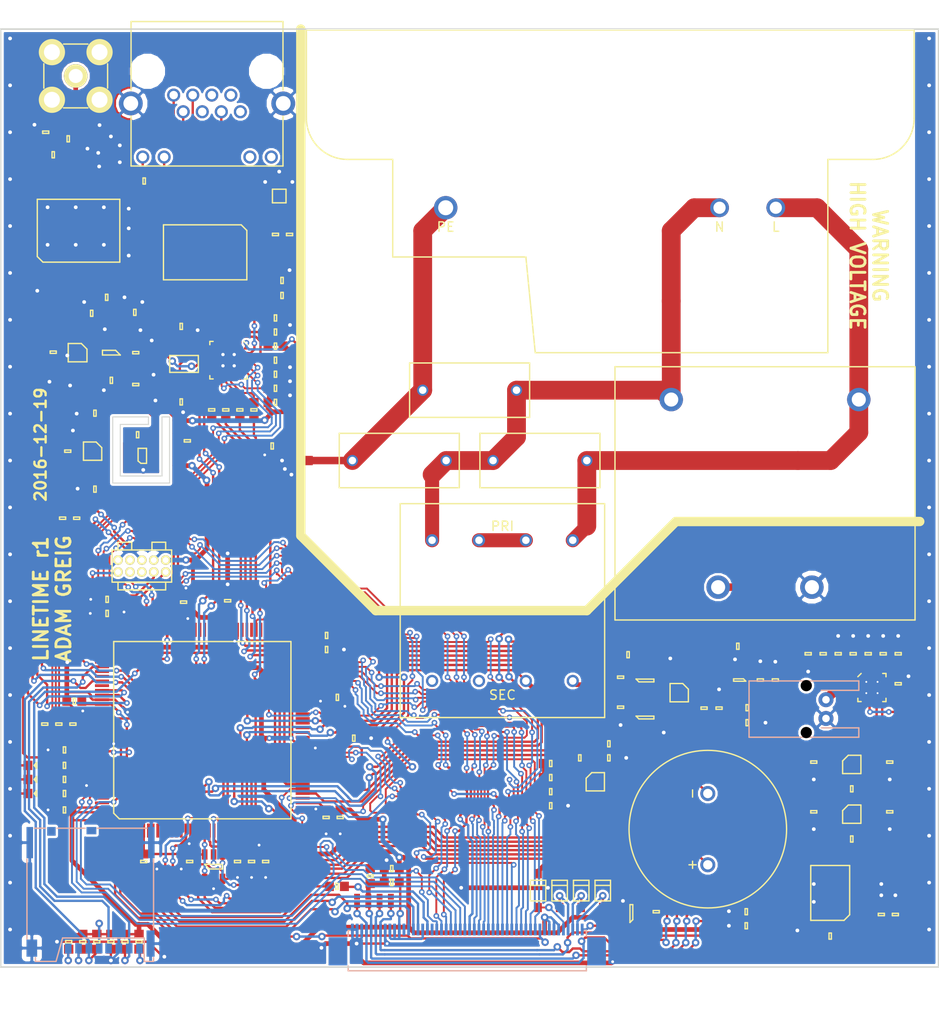
<source format=kicad_pcb>
(kicad_pcb (version 20160815) (host pcbnew 201609280951+7255~55~ubuntu14.04.1-)
  (layers (0 F.Cu signal) (31 B.Cu signal) (34 B.Paste user) (35 F.Paste user) (36 B.SilkS user) (37 F.SilkS user) (38 B.Mask user) (39 F.Mask user) (44 Edge.Cuts user))
  (net 0 "")
  (net 1 "Net-(C410-Pad1)")
  (net 2 "Net-(C409-Pad1)")
  (net 3 /linetime_battery/DC_IN)
  (net 4 GND)
  (net 5 /linetime_mains/LIVE)
  (net 6 /linetime_mains/NEUTRAL)
  (net 7 "Net-(C304-Pad1)")
  (net 8 "Net-(C301-Pad2)")
  (net 9 "Net-(Y301-Pad1)")
  (net 10 /SWCLK)
  (net 11 /nRST)
  (net 12 /SWDIO)
  (net 13 3v3)
  (net 14 /linetime_ui/X-)
  (net 15 /linetime_ui/X+)
  (net 16 /linetime_ui/Y-)
  (net 17 /linetime_ui/Y+)
  (net 18 /ROM_SI)
  (net 19 "Net-(IC603-Pad12)")
  (net 20 /ROM_SCK)
  (net 21 "Net-(IC603-Pad10)")
  (net 22 /ROM_SO)
  (net 23 /TOUCH_~CS)
  (net 24 /TOUCH_INT)
  (net 25 "Net-(IC603-Pad5)")
  (net 26 /ROM_~CS)
  (net 27 "Net-(IC302-Pad4)")
  (net 28 "Net-(C304-Pad2)")
  (net 29 "Net-(IC302-Pad1)")
  (net 30 "Net-(D601-Pad1)")
  (net 31 "Net-(Q601-Pad1)")
  (net 32 /MAINS_BIAS)
  (net 33 "Net-(IC203-Pad3)")
  (net 34 "Net-(IC204-Pad5)")
  (net 35 AVCC)
  (net 36 "Net-(D603-Pad2)")
  (net 37 "Net-(D604-Pad2)")
  (net 38 "Net-(D602-Pad2)")
  (net 39 "Net-(D601-Pad2)")
  (net 40 "Net-(D301-Pad2)")
  (net 41 "Net-(IC203-Pad5)")
  (net 42 /MAINS_ZC)
  (net 43 "Net-(IC401-Pad12)")
  (net 44 "Net-(IC401-Pad11)")
  (net 45 "Net-(IC401-Pad10)")
  (net 46 /linetime_ethernet/LINK_LED)
  (net 47 "Net-(IC401-Pad8)")
  (net 48 "Net-(IC401-Pad7)")
  (net 49 "Net-(IC401-Pad6)")
  (net 50 "Net-(IC401-Pad5)")
  (net 51 "Net-(IC401-Pad4)")
  (net 52 "Net-(IC401-Pad3)")
  (net 53 "Net-(IC401-Pad2)")
  (net 54 "Net-(IC401-Pad1)")
  (net 55 /TXD1)
  (net 56 /TXD0)
  (net 57 /TXEN)
  (net 58 "Net-(IC402-Pad18)")
  (net 59 "Net-(IC402-Pad17)")
  (net 60 "Net-(IC402-Pad16)")
  (net 61 "Net-(IC402-Pad15)")
  (net 62 "Net-(IC402-Pad13)")
  (net 63 "Net-(IC402-Pad12)")
  (net 64 /MDC)
  (net 65 /MDIO)
  (net 66 "Net-(IC402-Pad9)")
  (net 67 "Net-(IC402-Pad6)")
  (net 68 "Net-(IC402-Pad5)")
  (net 69 "Net-(IC402-Pad4)")
  (net 70 "Net-(IC402-Pad3)")
  (net 71 "Net-(C402-Pad2)")
  (net 72 "Net-(C408-Pad2)")
  (net 73 /I_CHG)
  (net 74 "Net-(IC501-Pad15)")
  (net 75 "Net-(IC501-Pad14)")
  (net 76 "Net-(IC501-Pad12)")
  (net 77 VCC)
  (net 78 /~CHG)
  (net 79 /~PGOOD)
  (net 80 /~CE)
  (net 81 "Net-(C503-Pad1)")
  (net 82 "Net-(IC501-Pad1)")
  (net 83 "Net-(IC602-Pad8)")
  (net 84 "Net-(IC602-Pad5)")
  (net 85 "Net-(IC602-Pad4)")
  (net 86 "Net-(IC602-Pad3)")
  (net 87 "Net-(IC602-Pad2)")
  (net 88 /SOUNDER_~SD)
  (net 89 "Net-(C301-Pad1)")
  (net 90 /MAINS_WAVE)
  (net 91 "Net-(C205-Pad1)")
  (net 92 "Net-(C121-Pad1)")
  (net 93 /CS2100_SDA)
  (net 94 /SD2100_SCL)
  (net 95 "Net-(IC304-Pad6)")
  (net 96 "Net-(IC303-Pad4)")
  (net 97 "Net-(IC304-Pad4)")
  (net 98 /CS2100_CLK)
  (net 99 "Net-(U101-Pad11)")
  (net 100 "Net-(U101-Pad10)")
  (net 101 "Net-(R107-Pad2)")
  (net 102 /uSD_DAT0)
  (net 103 /uSD_CLK)
  (net 104 /uSD_CMD)
  (net 105 "Net-(R108-Pad2)")
  (net 106 "Net-(R105-Pad2)")
  (net 107 /GPS_PPS)
  (net 108 "Net-(IC303-Pad17)")
  (net 109 "Net-(IC303-Pad16)")
  (net 110 "Net-(IC303-Pad15)")
  (net 111 "Net-(IC303-Pad14)")
  (net 112 "Net-(IC303-Pad13)")
  (net 113 /GPS_~RESET)
  (net 114 "Net-(IC303-Pad5)")
  (net 115 /GPS_RXD)
  (net 116 /GPS_TXD)
  (net 117 "Net-(IC101-Pad142)")
  (net 118 "Net-(IC101-Pad141)")
  (net 119 /B7)
  (net 120 /B6)
  (net 121 "Net-(IC101-Pad134)")
  (net 122 "Net-(IC101-Pad132)")
  (net 123 "Net-(IC101-Pad127)")
  (net 124 /B2)
  (net 125 "Net-(IC101-Pad124)")
  (net 126 "Net-(IC101-Pad123)")
  (net 127 "Net-(IC101-Pad117)")
  (net 128 "Net-(IC101-Pad115)")
  (net 129 "Net-(IC101-Pad114)")
  (net 130 "Net-(IC101-Pad112)")
  (net 131 /R2)
  (net 132 "Net-(C118-Pad1)")
  (net 133 /R5)
  (net 134 /R4)
  (net 135 "Net-(IC101-Pad102)")
  (net 136 "Net-(IC101-Pad101)")
  (net 137 /G6)
  (net 138 /HSYNC)
  (net 139 /G7)
  (net 140 "Net-(IC101-Pad92)")
  (net 141 "Net-(IC101-Pad91)")
  (net 142 "Net-(IC101-Pad90)")
  (net 143 /LED3)
  (net 144 /LED2)
  (net 145 /LED1)
  (net 146 "Net-(IC101-Pad86)")
  (net 147 "Net-(IC101-Pad85)")
  (net 148 "Net-(IC101-Pad82)")
  (net 149 /BACKLIGHT)
  (net 150 "Net-(IC101-Pad80)")
  (net 151 /B3)
  (net 152 "Net-(IC101-Pad78)")
  (net 153 "Net-(IC101-Pad77)")
  (net 154 "Net-(C117-Pad1)")
  (net 155 /G5)
  (net 156 /G4)
  (net 157 /R7)
  (net 158 /DOTCLK)
  (net 159 /DE)
  (net 160 /B4)
  (net 161 /G3)
  (net 162 "Net-(IC101-Pad63)")
  (net 163 "Net-(IC101-Pad60)")
  (net 164 "Net-(IC101-Pad59)")
  (net 165 "Net-(IC101-Pad58)")
  (net 166 "Net-(IC101-Pad57)")
  (net 167 "Net-(IC101-Pad56)")
  (net 168 "Net-(IC101-Pad53)")
  (net 169 "Net-(IC101-Pad50)")
  (net 170 "Net-(IC101-Pad49)")
  (net 171 /R6)
  (net 172 /R3)
  (net 173 /RXD1)
  (net 174 /RXD0)
  (net 175 /CRS_DV)
  (net 176 /G2)
  (net 177 /SOUNDER)
  (net 178 /VSYNC)
  (net 179 /B5)
  (net 180 /REF_CLK)
  (net 181 "Net-(IC101-Pad34)")
  (net 182 "Net-(IC101-Pad26)")
  (net 183 "Net-(IC101-Pad24)")
  (net 184 "Net-(IC101-Pad9)")
  (net 185 "Net-(IC101-Pad8)")
  (net 186 "Net-(IC101-Pad7)")
  (net 187 /TFT_SDA)
  (net 188 /TFT_RESET)
  (net 189 /TFT_~CS)
  (net 190 /TFT_DCX)
  (net 191 /TFT_SCL)
  (net 192 "Net-(P101-Pad8)")
  (net 193 "Net-(P101-Pad7)")
  (net 194 "Net-(P101-Pad6)")
  (net 195 "Net-(IC601-Pad33)")
  (net 196 "Net-(IC601-Pad34)")
  (net 197 "Net-(IC601-Pad39)")
  (net 198 /linetime_mains/EARTH)
  (net 199 "Net-(C207-Pad1)")
  (net 200 "Net-(T201-Pad2)")
  (net 201 "Net-(C403-Pad1)")
  (net 202 "Net-(T401-Pad13)")
  (net 203 "Net-(T401-Pad12)")
  (net 204 "Net-(C404-Pad1)")
  (net 205 /linetime_ethernet/CT2)
  (net 206 "Net-(T401-Pad5)")
  (net 207 "Net-(T401-Pad4)")
  (net 208 /linetime_ethernet/CT1)
  (net 209 "Net-(C401-Pad1)")
  (net 210 "Net-(D103-Pad2)")
  (net 211 "Net-(D102-Pad2)")
  (net 212 "Net-(D101-Pad2)")
  (net 213 "Net-(C308-Pad1)")
  (net 214 "Net-(C606-Pad2)")
  (net 215 "Net-(C604-Pad2)")
  (net 216 "Net-(T201-Pad6)")
  (net 217 "Net-(T201-Pad5)")
  (net 218 /V_BATT_MON)
  (net 219 "Net-(IC203-Pad1)")
  (net 220 "Net-(IC304-Pad3)")
  (net 221 "Net-(IC101-Pad89)")
  (net 222 "Net-(IC101-Pad88)")
  (net 223 "Net-(IC101-Pad87)")
  (net 224 "Net-(IC101-Pad12)")
  (net 225 "Net-(IC101-Pad11)")
  (net 226 "Net-(IC101-Pad10)")
  (net 227 "Net-(IC101-Pad55)")
  (net 228 "Net-(IC101-Pad54)")
  (net 229 "Net-(IC402-Pad19)")
  (net 230 "Net-(IC402-Pad20)")
  (net 231 "Net-(IC402-Pad21)")
  (net 232 /PHY_~RST)
  (net 233 "Net-(R206-Pad2)")
  (module agg:0603 (layer F.Cu) (at 77 90.6 270)
    (fp_text reference R408)
    (fp_text value 33)
    (pad 1 smd rect (at -0.8 0 270) (size 0.95 1) (layers F.Cu F.Paste F.Mask) (net 60 "Net-(IC402-Pad16)"))
    (pad 2 smd rect (at 0.8 0 270) (size 0.95 1) (layers F.Cu F.Paste F.Mask) (net 180 /REF_CLK))
  )
  (module agg:LQFP-144 (layer F.Cu) (at 71.5 124.75 90)
    (fp_text reference IC101)
    (fp_text value STM32F7xxZxTx)
    (pad 1 smd rect (at -10.7 -8.75 90) (size 1.5 0.3) (layers F.Cu F.Paste F.Mask) (net 191 /TFT_SCL))
    (pad 2 smd rect (at -10.7 -8.25 90) (size 1.5 0.3) (layers F.Cu F.Paste F.Mask) (net 190 /TFT_DCX))
    (pad 3 smd rect (at -10.7 -7.75 90) (size 1.5 0.3) (layers F.Cu F.Paste F.Mask) (net 189 /TFT_~CS))
    (pad 4 smd rect (at -10.7 -7.25 90) (size 1.5 0.3) (layers F.Cu F.Paste F.Mask) (net 188 /TFT_RESET))
    (pad 5 smd rect (at -10.7 -6.75 90) (size 1.5 0.3) (layers F.Cu F.Paste F.Mask) (net 187 /TFT_SDA))
    (pad 6 smd rect (at -10.7 -6.25 90) (size 1.5 0.3) (layers F.Cu F.Paste F.Mask) (net 13 3v3))
    (pad 7 smd rect (at -10.7 -5.75 90) (size 1.5 0.3) (layers F.Cu F.Paste F.Mask) (net 186 "Net-(IC101-Pad7)"))
    (pad 8 smd rect (at -10.7 -5.25 90) (size 1.5 0.3) (layers F.Cu F.Paste F.Mask) (net 185 "Net-(IC101-Pad8)"))
    (pad 9 smd rect (at -10.7 -4.75 90) (size 1.5 0.3) (layers F.Cu F.Paste F.Mask) (net 184 "Net-(IC101-Pad9)"))
    (pad 10 smd rect (at -10.7 -4.25 90) (size 1.5 0.3) (layers F.Cu F.Paste F.Mask) (net 226 "Net-(IC101-Pad10)"))
    (pad 11 smd rect (at -10.7 -3.75 90) (size 1.5 0.3) (layers F.Cu F.Paste F.Mask) (net 225 "Net-(IC101-Pad11)"))
    (pad 12 smd rect (at -10.7 -3.25 90) (size 1.5 0.3) (layers F.Cu F.Paste F.Mask) (net 224 "Net-(IC101-Pad12)"))
    (pad 13 smd rect (at -10.7 -2.75 90) (size 1.5 0.3) (layers F.Cu F.Paste F.Mask) (net 73 /I_CHG))
    (pad 14 smd rect (at -10.7 -2.25 90) (size 1.5 0.3) (layers F.Cu F.Paste F.Mask) (net 218 /V_BATT_MON))
    (pad 15 smd rect (at -10.7 -1.75 90) (size 1.5 0.3) (layers F.Cu F.Paste F.Mask) (net 24 /TOUCH_INT))
    (pad 16 smd rect (at -10.7 -1.25 90) (size 1.5 0.3) (layers F.Cu F.Paste F.Mask) (net 4 GND))
    (pad 17 smd rect (at -10.7 -0.75 90) (size 1.5 0.3) (layers F.Cu F.Paste F.Mask) (net 13 3v3))
    (pad 18 smd rect (at -10.7 -0.25 90) (size 1.5 0.3) (layers F.Cu F.Paste F.Mask) (net 23 /TOUCH_~CS))
    (pad 19 smd rect (at -10.7 0.25 90) (size 1.5 0.3) (layers F.Cu F.Paste F.Mask) (net 20 /ROM_SCK))
    (pad 20 smd rect (at -10.7 0.75 90) (size 1.5 0.3) (layers F.Cu F.Paste F.Mask) (net 22 /ROM_SO))
    (pad 21 smd rect (at -10.7 1.25 90) (size 1.5 0.3) (layers F.Cu F.Paste F.Mask) (net 18 /ROM_SI))
    (pad 22 smd rect (at -10.7 1.75 90) (size 1.5 0.3) (layers F.Cu F.Paste F.Mask) (net 26 /ROM_~CS))
    (pad 23 smd rect (at -10.7 2.25 90) (size 1.5 0.3) (layers F.Cu F.Paste F.Mask) (net 98 /CS2100_CLK))
    (pad 24 smd rect (at -10.7 2.75 90) (size 1.5 0.3) (layers F.Cu F.Paste F.Mask) (net 183 "Net-(IC101-Pad24)"))
    (pad 25 smd rect (at -10.7 3.25 90) (size 1.5 0.3) (layers F.Cu F.Paste F.Mask) (net 11 /nRST))
    (pad 26 smd rect (at -10.7 3.75 90) (size 1.5 0.3) (layers F.Cu F.Paste F.Mask) (net 182 "Net-(IC101-Pad26)"))
    (pad 27 smd rect (at -10.7 4.25 90) (size 1.5 0.3) (layers F.Cu F.Paste F.Mask) (net 64 /MDC))
    (pad 28 smd rect (at -10.7 4.75 90) (size 1.5 0.3) (layers F.Cu F.Paste F.Mask) (net 90 /MAINS_WAVE))
    (pad 29 smd rect (at -10.7 5.25 90) (size 1.5 0.3) (layers F.Cu F.Paste F.Mask) (net 32 /MAINS_BIAS))
    (pad 30 smd rect (at -10.7 5.75 90) (size 1.5 0.3) (layers F.Cu F.Paste F.Mask) (net 13 3v3))
    (pad 31 smd rect (at -10.7 6.25 90) (size 1.5 0.3) (layers F.Cu F.Paste F.Mask) (net 4 GND))
    (pad 32 smd rect (at -10.7 6.75 90) (size 1.5 0.3) (layers F.Cu F.Paste F.Mask) (net 13 3v3))
    (pad 33 smd rect (at -10.7 7.25 90) (size 1.5 0.3) (layers F.Cu F.Paste F.Mask) (net 13 3v3))
    (pad 34 smd rect (at -10.7 7.75 90) (size 1.5 0.3) (layers F.Cu F.Paste F.Mask) (net 181 "Net-(IC101-Pad34)"))
    (pad 35 smd rect (at -10.7 8.25 90) (size 1.5 0.3) (layers F.Cu F.Paste F.Mask) (net 180 /REF_CLK))
    (pad 36 smd rect (at -10.7 8.75 90) (size 1.5 0.3) (layers F.Cu F.Paste F.Mask) (net 65 /MDIO))
    (pad 37 smd rect (at -8.75 10.7 90) (size 0.3 1.5) (layers F.Cu F.Paste F.Mask) (net 179 /B5))
    (pad 38 smd rect (at -8.25 10.7 90) (size 0.3 1.5) (layers F.Cu F.Paste F.Mask) (net 4 GND))
    (pad 39 smd rect (at -7.75 10.7 90) (size 0.3 1.5) (layers F.Cu F.Paste F.Mask) (net 13 3v3))
    (pad 40 smd rect (at -7.25 10.7 90) (size 0.3 1.5) (layers F.Cu F.Paste F.Mask) (net 178 /VSYNC))
    (pad 41 smd rect (at -6.75 10.7 90) (size 0.3 1.5) (layers F.Cu F.Paste F.Mask) (net 177 /SOUNDER))
    (pad 42 smd rect (at -6.25 10.7 90) (size 0.3 1.5) (layers F.Cu F.Paste F.Mask) (net 176 /G2))
    (pad 43 smd rect (at -5.75 10.7 90) (size 0.3 1.5) (layers F.Cu F.Paste F.Mask) (net 175 /CRS_DV))
    (pad 44 smd rect (at -5.25 10.7 90) (size 0.3 1.5) (layers F.Cu F.Paste F.Mask) (net 174 /RXD0))
    (pad 45 smd rect (at -4.75 10.7 90) (size 0.3 1.5) (layers F.Cu F.Paste F.Mask) (net 173 /RXD1))
    (pad 46 smd rect (at -4.25 10.7 90) (size 0.3 1.5) (layers F.Cu F.Paste F.Mask) (net 172 /R3))
    (pad 47 smd rect (at -3.75 10.7 90) (size 0.3 1.5) (layers F.Cu F.Paste F.Mask) (net 171 /R6))
    (pad 48 smd rect (at -3.25 10.7 90) (size 0.3 1.5) (layers F.Cu F.Paste F.Mask) (net 88 /SOUNDER_~SD))
    (pad 49 smd rect (at -2.75 10.7 90) (size 0.3 1.5) (layers F.Cu F.Paste F.Mask) (net 170 "Net-(IC101-Pad49)"))
    (pad 50 smd rect (at -2.25 10.7 90) (size 0.3 1.5) (layers F.Cu F.Paste F.Mask) (net 169 "Net-(IC101-Pad50)"))
    (pad 51 smd rect (at -1.75 10.7 90) (size 0.3 1.5) (layers F.Cu F.Paste F.Mask) (net 4 GND))
    (pad 52 smd rect (at -1.25 10.7 90) (size 0.3 1.5) (layers F.Cu F.Paste F.Mask) (net 13 3v3))
    (pad 53 smd rect (at -0.75 10.7 90) (size 0.3 1.5) (layers F.Cu F.Paste F.Mask) (net 168 "Net-(IC101-Pad53)"))
    (pad 54 smd rect (at -0.25 10.7 90) (size 0.3 1.5) (layers F.Cu F.Paste F.Mask) (net 228 "Net-(IC101-Pad54)"))
    (pad 55 smd rect (at 0.25 10.7 90) (size 0.3 1.5) (layers F.Cu F.Paste F.Mask) (net 227 "Net-(IC101-Pad55)"))
    (pad 56 smd rect (at 0.75 10.7 90) (size 0.3 1.5) (layers F.Cu F.Paste F.Mask) (net 167 "Net-(IC101-Pad56)"))
    (pad 57 smd rect (at 1.25 10.7 90) (size 0.3 1.5) (layers F.Cu F.Paste F.Mask) (net 166 "Net-(IC101-Pad57)"))
    (pad 58 smd rect (at 1.75 10.7 90) (size 0.3 1.5) (layers F.Cu F.Paste F.Mask) (net 165 "Net-(IC101-Pad58)"))
    (pad 59 smd rect (at 2.25 10.7 90) (size 0.3 1.5) (layers F.Cu F.Paste F.Mask) (net 164 "Net-(IC101-Pad59)"))
    (pad 60 smd rect (at 2.75 10.7 90) (size 0.3 1.5) (layers F.Cu F.Paste F.Mask) (net 163 "Net-(IC101-Pad60)"))
    (pad 61 smd rect (at 3.25 10.7 90) (size 0.3 1.5) (layers F.Cu F.Paste F.Mask) (net 4 GND))
    (pad 62 smd rect (at 3.75 10.7 90) (size 0.3 1.5) (layers F.Cu F.Paste F.Mask) (net 13 3v3))
    (pad 63 smd rect (at 4.25 10.7 90) (size 0.3 1.5) (layers F.Cu F.Paste F.Mask) (net 162 "Net-(IC101-Pad63)"))
    (pad 64 smd rect (at 4.75 10.7 90) (size 0.3 1.5) (layers F.Cu F.Paste F.Mask) (net 161 /G3))
    (pad 65 smd rect (at 5.25 10.7 90) (size 0.3 1.5) (layers F.Cu F.Paste F.Mask) (net 160 /B4))
    (pad 66 smd rect (at 5.75 10.7 90) (size 0.3 1.5) (layers F.Cu F.Paste F.Mask) (net 159 /DE))
    (pad 67 smd rect (at 6.25 10.7 90) (size 0.3 1.5) (layers F.Cu F.Paste F.Mask) (net 158 /DOTCLK))
    (pad 68 smd rect (at 6.75 10.7 90) (size 0.3 1.5) (layers F.Cu F.Paste F.Mask) (net 157 /R7))
    (pad 69 smd rect (at 7.25 10.7 90) (size 0.3 1.5) (layers F.Cu F.Paste F.Mask) (net 156 /G4))
    (pad 70 smd rect (at 7.75 10.7 90) (size 0.3 1.5) (layers F.Cu F.Paste F.Mask) (net 155 /G5))
    (pad 71 smd rect (at 8.25 10.7 90) (size 0.3 1.5) (layers F.Cu F.Paste F.Mask) (net 154 "Net-(C117-Pad1)"))
    (pad 72 smd rect (at 8.75 10.7 90) (size 0.3 1.5) (layers F.Cu F.Paste F.Mask) (net 13 3v3))
    (pad 73 smd rect (at 10.7 8.75 90) (size 1.5 0.3) (layers F.Cu F.Paste F.Mask) (net 78 /~CHG))
    (pad 74 smd rect (at 10.7 8.25 90) (size 1.5 0.3) (layers F.Cu F.Paste F.Mask) (net 79 /~PGOOD))
    (pad 75 smd rect (at 10.7 7.75 90) (size 1.5 0.3) (layers F.Cu F.Paste F.Mask) (net 80 /~CE))
    (pad 76 smd rect (at 10.7 7.25 90) (size 1.5 0.3) (layers F.Cu F.Paste F.Mask) (net 232 /PHY_~RST))
    (pad 77 smd rect (at 10.7 6.75 90) (size 1.5 0.3) (layers F.Cu F.Paste F.Mask) (net 153 "Net-(IC101-Pad77)"))
    (pad 78 smd rect (at 10.7 6.25 90) (size 1.5 0.3) (layers F.Cu F.Paste F.Mask) (net 152 "Net-(IC101-Pad78)"))
    (pad 79 smd rect (at 10.7 5.75 90) (size 1.5 0.3) (layers F.Cu F.Paste F.Mask) (net 151 /B3))
    (pad 80 smd rect (at 10.7 5.25 90) (size 1.5 0.3) (layers F.Cu F.Paste F.Mask) (net 150 "Net-(IC101-Pad80)"))
    (pad 81 smd rect (at 10.7 4.75 90) (size 1.5 0.3) (layers F.Cu F.Paste F.Mask) (net 149 /BACKLIGHT))
    (pad 82 smd rect (at 10.7 4.25 90) (size 1.5 0.3) (layers F.Cu F.Paste F.Mask) (net 148 "Net-(IC101-Pad82)"))
    (pad 83 smd rect (at 10.7 3.75 90) (size 1.5 0.3) (layers F.Cu F.Paste F.Mask) (net 4 GND))
    (pad 84 smd rect (at 10.7 3.25 90) (size 1.5 0.3) (layers F.Cu F.Paste F.Mask) (net 13 3v3))
    (pad 85 smd rect (at 10.7 2.75 90) (size 1.5 0.3) (layers F.Cu F.Paste F.Mask) (net 147 "Net-(IC101-Pad85)"))
    (pad 86 smd rect (at 10.7 2.25 90) (size 1.5 0.3) (layers F.Cu F.Paste F.Mask) (net 146 "Net-(IC101-Pad86)"))
    (pad 87 smd rect (at 10.7 1.75 90) (size 1.5 0.3) (layers F.Cu F.Paste F.Mask) (net 223 "Net-(IC101-Pad87)"))
    (pad 88 smd rect (at 10.7 1.25 90) (size 1.5 0.3) (layers F.Cu F.Paste F.Mask) (net 222 "Net-(IC101-Pad88)"))
    (pad 89 smd rect (at 10.7 0.75 90) (size 1.5 0.3) (layers F.Cu F.Paste F.Mask) (net 221 "Net-(IC101-Pad89)"))
    (pad 90 smd rect (at 10.7 0.25 90) (size 1.5 0.3) (layers F.Cu F.Paste F.Mask) (net 142 "Net-(IC101-Pad90)"))
    (pad 91 smd rect (at 10.7 -0.25 90) (size 1.5 0.3) (layers F.Cu F.Paste F.Mask) (net 141 "Net-(IC101-Pad91)"))
    (pad 92 smd rect (at 10.7 -0.75 90) (size 1.5 0.3) (layers F.Cu F.Paste F.Mask) (net 140 "Net-(IC101-Pad92)"))
    (pad 93 smd rect (at 10.7 -1.25 90) (size 1.5 0.3) (layers F.Cu F.Paste F.Mask) (net 139 /G7))
    (pad 94 smd rect (at 10.7 -1.75 90) (size 1.5 0.3) (layers F.Cu F.Paste F.Mask) (net 4 GND))
    (pad 95 smd rect (at 10.7 -2.25 90) (size 1.5 0.3) (layers F.Cu F.Paste F.Mask) (net 13 3v3))
    (pad 96 smd rect (at 10.7 -2.75 90) (size 1.5 0.3) (layers F.Cu F.Paste F.Mask) (net 138 /HSYNC))
    (pad 97 smd rect (at 10.7 -3.25 90) (size 1.5 0.3) (layers F.Cu F.Paste F.Mask) (net 137 /G6))
    (pad 98 smd rect (at 10.7 -3.75 90) (size 1.5 0.3) (layers F.Cu F.Paste F.Mask) (net 102 /uSD_DAT0))
    (pad 99 smd rect (at 10.7 -4.25 90) (size 1.5 0.3) (layers F.Cu F.Paste F.Mask) (net 93 /CS2100_SDA))
    (pad 100 smd rect (at 10.7 -4.75 90) (size 1.5 0.3) (layers F.Cu F.Paste F.Mask) (net 94 /SD2100_SCL))
    (pad 101 smd rect (at 10.7 -5.25 90) (size 1.5 0.3) (layers F.Cu F.Paste F.Mask) (net 136 "Net-(IC101-Pad101)"))
    (pad 102 smd rect (at 10.7 -5.75 90) (size 1.5 0.3) (layers F.Cu F.Paste F.Mask) (net 135 "Net-(IC101-Pad102)"))
    (pad 103 smd rect (at 10.7 -6.25 90) (size 1.5 0.3) (layers F.Cu F.Paste F.Mask) (net 134 /R4))
    (pad 104 smd rect (at 10.7 -6.75 90) (size 1.5 0.3) (layers F.Cu F.Paste F.Mask) (net 133 /R5))
    (pad 105 smd rect (at 10.7 -7.25 90) (size 1.5 0.3) (layers F.Cu F.Paste F.Mask) (net 12 /SWDIO))
    (pad 106 smd rect (at 10.7 -7.75 90) (size 1.5 0.3) (layers F.Cu F.Paste F.Mask) (net 132 "Net-(C118-Pad1)"))
    (pad 107 smd rect (at 10.7 -8.25 90) (size 1.5 0.3) (layers F.Cu F.Paste F.Mask) (net 4 GND))
    (pad 108 smd rect (at 10.7 -8.75 90) (size 1.5 0.3) (layers F.Cu F.Paste F.Mask) (net 13 3v3))
    (pad 109 smd rect (at 8.75 -10.7 90) (size 0.3 1.5) (layers F.Cu F.Paste F.Mask) (net 10 /SWCLK))
    (pad 110 smd rect (at 8.25 -10.7 90) (size 0.3 1.5) (layers F.Cu F.Paste F.Mask) (net 42 /MAINS_ZC))
    (pad 111 smd rect (at 7.75 -10.7 90) (size 0.3 1.5) (layers F.Cu F.Paste F.Mask) (net 131 /R2))
    (pad 112 smd rect (at 7.25 -10.7 90) (size 0.3 1.5) (layers F.Cu F.Paste F.Mask) (net 130 "Net-(IC101-Pad112)"))
    (pad 113 smd rect (at 6.75 -10.7 90) (size 0.3 1.5) (layers F.Cu F.Paste F.Mask) (net 103 /uSD_CLK))
    (pad 114 smd rect (at 6.25 -10.7 90) (size 0.3 1.5) (layers F.Cu F.Paste F.Mask) (net 129 "Net-(IC101-Pad114)"))
    (pad 115 smd rect (at 5.75 -10.7 90) (size 0.3 1.5) (layers F.Cu F.Paste F.Mask) (net 128 "Net-(IC101-Pad115)"))
    (pad 116 smd rect (at 5.25 -10.7 90) (size 0.3 1.5) (layers F.Cu F.Paste F.Mask) (net 104 /uSD_CMD))
    (pad 117 smd rect (at 4.75 -10.7 90) (size 0.3 1.5) (layers F.Cu F.Paste F.Mask) (net 127 "Net-(IC101-Pad117)"))
    (pad 118 smd rect (at 4.25 -10.7 90) (size 0.3 1.5) (layers F.Cu F.Paste F.Mask) (net 113 /GPS_~RESET))
    (pad 119 smd rect (at 3.75 -10.7 90) (size 0.3 1.5) (layers F.Cu F.Paste F.Mask) (net 115 /GPS_RXD))
    (pad 120 smd rect (at 3.25 -10.7 90) (size 0.3 1.5) (layers F.Cu F.Paste F.Mask) (net 4 GND))
    (pad 121 smd rect (at 2.75 -10.7 90) (size 0.3 1.5) (layers F.Cu F.Paste F.Mask) (net 13 3v3))
    (pad 122 smd rect (at 2.25 -10.7 90) (size 0.3 1.5) (layers F.Cu F.Paste F.Mask) (net 116 /GPS_TXD))
    (pad 123 smd rect (at 1.75 -10.7 90) (size 0.3 1.5) (layers F.Cu F.Paste F.Mask) (net 126 "Net-(IC101-Pad123)"))
    (pad 124 smd rect (at 1.25 -10.7 90) (size 0.3 1.5) (layers F.Cu F.Paste F.Mask) (net 125 "Net-(IC101-Pad124)"))
    (pad 125 smd rect (at 0.75 -10.7 90) (size 0.3 1.5) (layers F.Cu F.Paste F.Mask) (net 124 /B2))
    (pad 126 smd rect (at 0.25 -10.7 90) (size 0.3 1.5) (layers F.Cu F.Paste F.Mask) (net 57 /TXEN))
    (pad 127 smd rect (at -0.25 -10.7 90) (size 0.3 1.5) (layers F.Cu F.Paste F.Mask) (net 123 "Net-(IC101-Pad127)"))
    (pad 128 smd rect (at -0.75 -10.7 90) (size 0.3 1.5) (layers F.Cu F.Paste F.Mask) (net 56 /TXD0))
    (pad 129 smd rect (at -1.25 -10.7 90) (size 0.3 1.5) (layers F.Cu F.Paste F.Mask) (net 55 /TXD1))
    (pad 130 smd rect (at -1.75 -10.7 90) (size 0.3 1.5) (layers F.Cu F.Paste F.Mask) (net 4 GND))
    (pad 131 smd rect (at -2.25 -10.7 90) (size 0.3 1.5) (layers F.Cu F.Paste F.Mask) (net 13 3v3))
    (pad 132 smd rect (at -2.75 -10.7 90) (size 0.3 1.5) (layers F.Cu F.Paste F.Mask) (net 122 "Net-(IC101-Pad132)"))
    (pad 133 smd rect (at -3.25 -10.7 90) (size 0.3 1.5) (layers F.Cu F.Paste F.Mask) (net 107 /GPS_PPS))
    (pad 134 smd rect (at -3.75 -10.7 90) (size 0.3 1.5) (layers F.Cu F.Paste F.Mask) (net 121 "Net-(IC101-Pad134)"))
    (pad 135 smd rect (at -4.25 -10.7 90) (size 0.3 1.5) (layers F.Cu F.Paste F.Mask) (net 145 /LED1))
    (pad 136 smd rect (at -4.75 -10.7 90) (size 0.3 1.5) (layers F.Cu F.Paste F.Mask) (net 144 /LED2))
    (pad 137 smd rect (at -5.25 -10.7 90) (size 0.3 1.5) (layers F.Cu F.Paste F.Mask) (net 143 /LED3))
    (pad 138 smd rect (at -5.75 -10.7 90) (size 0.3 1.5) (layers F.Cu F.Paste F.Mask) (net 4 GND))
    (pad 139 smd rect (at -6.25 -10.7 90) (size 0.3 1.5) (layers F.Cu F.Paste F.Mask) (net 120 /B6))
    (pad 140 smd rect (at -6.75 -10.7 90) (size 0.3 1.5) (layers F.Cu F.Paste F.Mask) (net 119 /B7))
    (pad 141 smd rect (at -7.25 -10.7 90) (size 0.3 1.5) (layers F.Cu F.Paste F.Mask) (net 118 "Net-(IC101-Pad141)"))
    (pad 142 smd rect (at -7.75 -10.7 90) (size 0.3 1.5) (layers F.Cu F.Paste F.Mask) (net 117 "Net-(IC101-Pad142)"))
    (pad 143 smd rect (at -8.25 -10.7 90) (size 0.3 1.5) (layers F.Cu F.Paste F.Mask) (net 13 3v3))
    (pad 144 smd rect (at -8.75 -10.7 90) (size 0.3 1.5) (layers F.Cu F.Paste F.Mask) (net 13 3v3))
  )
  (module agg:DD21.01xx.1111 (layer F.Cu) (at 115 59.5 180)
    (fp_text reference J201)
    (fp_text value "FUSED INLET")
    (fp_text user L (at -17.65 -11.6 180) (layer F.SilkS))
    (fp_text user N (at -11.65 -11.6 180) (layer F.SilkS))
    (fp_text user PE (at 17.55 -11.6 180) (layer F.SilkS))
    (pad "" np_thru_hole circle (at -28 0 180) (size 3.6 3.6) (drill 3.6) (layers *.Cu *.Mask))
    (pad "" np_thru_hole circle (at 28 0 180) (size 3.6 3.6) (drill 3.6) (layers *.Cu *.Mask))
    (pad 3 thru_hole circle (at 17.55 -9.55 180) (size 2.5 2.5) (drill 1.6) (layers *.Cu *.Mask) (net 198 /linetime_mains/EARTH))
    (pad 1 thru_hole circle (at -17.65 -9.55 180) (size 2 2) (drill 1.3) (layers *.Cu *.Mask) (net 5 /linetime_mains/LIVE))
    (pad 2 thru_hole circle (at -11.65 -9.55 180) (size 2 2) (drill 1.3) (layers *.Cu *.Mask) (net 6 /linetime_mains/NEUTRAL))
  )
  (module agg:0603 (layer F.Cu) (at 57.7 124.1 270)
    (fp_text reference R411)
    (fp_text value 33)
    (pad 1 smd rect (at -0.8 0 270) (size 0.95 1) (layers F.Cu F.Paste F.Mask) (net 229 "Net-(IC402-Pad19)"))
    (pad 2 smd rect (at 0.8 0 270) (size 0.95 1) (layers F.Cu F.Paste F.Mask) (net 57 /TXEN))
  )
  (module agg:0603 (layer F.Cu) (at 56.2 124.1 270)
    (fp_text reference R413)
    (fp_text value 33)
    (pad 2 smd rect (at 0.8 0 270) (size 0.95 1) (layers F.Cu F.Paste F.Mask) (net 56 /TXD0))
    (pad 1 smd rect (at -0.8 0 270) (size 0.95 1) (layers F.Cu F.Paste F.Mask) (net 230 "Net-(IC402-Pad20)"))
  )
  (module agg:0603 (layer F.Cu) (at 54.7 124.1 270)
    (fp_text reference R412)
    (fp_text value 33)
    (pad 1 smd rect (at -0.8 0 270) (size 0.95 1) (layers F.Cu F.Paste F.Mask) (net 231 "Net-(IC402-Pad21)"))
    (pad 2 smd rect (at 0.8 0 270) (size 0.95 1) (layers F.Cu F.Paste F.Mask) (net 55 /TXD1))
  )
  (module agg:0603 (layer F.Cu) (at 56.8 126.85 180)
    (fp_text reference C113)
    (fp_text value 100n)
    (pad 2 smd rect (at 0.8 0 180) (size 0.95 1) (layers F.Cu F.Paste F.Mask) (net 4 GND))
    (pad 1 smd rect (at -0.8 0 180) (size 0.95 1) (layers F.Cu F.Paste F.Mask) (net 13 3v3))
  )
  (module agg:0603 (layer F.Cu) (at 116.1 119.1 270)
    (fp_text reference R206)
    (fp_text value 100)
    (pad 1 smd rect (at -0.8 0 270) (size 0.95 1) (layers F.Cu F.Paste F.Mask) (net 199 "Net-(C207-Pad1)"))
    (pad 2 smd rect (at 0.8 0 270) (size 0.95 1) (layers F.Cu F.Paste F.Mask) (net 233 "Net-(R206-Pad2)"))
  )
  (module agg:0603 (layer F.Cu) (at 55.6 84.45 270)
    (fp_text reference R303)
    (fp_text value 33)
    (pad 2 smd rect (at 0.8 0 270) (size 0.95 1) (layers F.Cu F.Paste F.Mask) (net 98 /CS2100_CLK))
    (pad 1 smd rect (at -0.8 0 270) (size 0.95 1) (layers F.Cu F.Paste F.Mask) (net 220 "Net-(IC304-Pad3)"))
  )
  (module agg:0603 (layer F.Cu) (at 91.7 139.5 180)
    (fp_text reference C603)
    (fp_text value 100n)
    (pad 1 smd rect (at -0.8 0 180) (size 0.95 1) (layers F.Cu F.Paste F.Mask) (net 13 3v3))
    (pad 2 smd rect (at 0.8 0 180) (size 0.95 1) (layers F.Cu F.Paste F.Mask) (net 4 GND))
  )
  (module agg:ER-CON50HT-1 (layer B.Cu) (at 99.75 146 180)
    (fp_text reference IC601)
    (fp_text value ER-TFT023-1)
    (pad "" smd rect (at 13.79 -2.325 180) (size 2 3) (layers B.Cu B.Paste B.Mask))
    (pad "" smd rect (at -13.79 -2.325 180) (size 2 3) (layers B.Cu B.Paste B.Mask))
    (pad 50 smd rect (at 12.25 0 180) (size 0.3 1.25) (layers B.Cu B.Paste B.Mask) (net 4 GND))
    (pad 49 smd rect (at 11.75 0 180) (size 0.3 1.25) (layers B.Cu B.Paste B.Mask) (net 4 GND))
    (pad 48 smd rect (at 11.25 0 180) (size 0.3 1.25) (layers B.Cu B.Paste B.Mask) (net 4 GND))
    (pad 47 smd rect (at 10.75 0 180) (size 0.3 1.25) (layers B.Cu B.Paste B.Mask) (net 16 /linetime_ui/Y-))
    (pad 46 smd rect (at 10.25 0 180) (size 0.3 1.25) (layers B.Cu B.Paste B.Mask) (net 14 /linetime_ui/X-))
    (pad 45 smd rect (at 9.75 0 180) (size 0.3 1.25) (layers B.Cu B.Paste B.Mask) (net 17 /linetime_ui/Y+))
    (pad 44 smd rect (at 9.25 0 180) (size 0.3 1.25) (layers B.Cu B.Paste B.Mask) (net 15 /linetime_ui/X+))
    (pad 43 smd rect (at 8.75 0 180) (size 0.3 1.25) (layers B.Cu B.Paste B.Mask) (net 4 GND))
    (pad 42 smd rect (at 8.25 0 180) (size 0.3 1.25) (layers B.Cu B.Paste B.Mask) (net 13 3v3))
    (pad 41 smd rect (at 7.75 0 180) (size 0.3 1.25) (layers B.Cu B.Paste B.Mask) (net 13 3v3))
    (pad 40 smd rect (at 7.25 0 180) (size 0.3 1.25) (layers B.Cu B.Paste B.Mask) (net 13 3v3))
    (pad 39 smd rect (at 6.75 0 180) (size 0.3 1.25) (layers B.Cu B.Paste B.Mask) (net 197 "Net-(IC601-Pad39)"))
    (pad 38 smd rect (at 6.25 0 180) (size 0.3 1.25) (layers B.Cu B.Paste B.Mask) (net 189 /TFT_~CS))
    (pad 37 smd rect (at 5.75 0 180) (size 0.3 1.25) (layers B.Cu B.Paste B.Mask) (net 191 /TFT_SCL))
    (pad 36 smd rect (at 5.25 0 180) (size 0.3 1.25) (layers B.Cu B.Paste B.Mask) (net 190 /TFT_DCX))
    (pad 35 smd rect (at 4.75 0 180) (size 0.3 1.25) (layers B.Cu B.Paste B.Mask) (net 13 3v3))
    (pad 34 smd rect (at 4.25 0 180) (size 0.3 1.25) (layers B.Cu B.Paste B.Mask) (net 196 "Net-(IC601-Pad34)"))
    (pad 33 smd rect (at 3.75 0 180) (size 0.3 1.25) (layers B.Cu B.Paste B.Mask) (net 195 "Net-(IC601-Pad33)"))
    (pad 32 smd rect (at 3.25 0 180) (size 0.3 1.25) (layers B.Cu B.Paste B.Mask) (net 124 /B2))
    (pad 31 smd rect (at 2.75 0 180) (size 0.3 1.25) (layers B.Cu B.Paste B.Mask) (net 151 /B3))
    (pad 30 smd rect (at 2.25 0 180) (size 0.3 1.25) (layers B.Cu B.Paste B.Mask) (net 160 /B4))
    (pad 29 smd rect (at 1.75 0 180) (size 0.3 1.25) (layers B.Cu B.Paste B.Mask) (net 179 /B5))
    (pad 28 smd rect (at 1.25 0 180) (size 0.3 1.25) (layers B.Cu B.Paste B.Mask) (net 120 /B6))
    (pad 27 smd rect (at 0.75 0 180) (size 0.3 1.25) (layers B.Cu B.Paste B.Mask) (net 119 /B7))
    (pad 26 smd rect (at 0.25 0 180) (size 0.3 1.25) (layers B.Cu B.Paste B.Mask) (net 176 /G2))
    (pad 25 smd rect (at -0.25 0 180) (size 0.3 1.25) (layers B.Cu B.Paste B.Mask) (net 161 /G3))
    (pad 24 smd rect (at -0.75 0 180) (size 0.3 1.25) (layers B.Cu B.Paste B.Mask) (net 156 /G4))
    (pad 23 smd rect (at -1.25 0 180) (size 0.3 1.25) (layers B.Cu B.Paste B.Mask) (net 155 /G5))
    (pad 22 smd rect (at -1.75 0 180) (size 0.3 1.25) (layers B.Cu B.Paste B.Mask) (net 137 /G6))
    (pad 21 smd rect (at -2.25 0 180) (size 0.3 1.25) (layers B.Cu B.Paste B.Mask) (net 139 /G7))
    (pad 20 smd rect (at -2.75 0 180) (size 0.3 1.25) (layers B.Cu B.Paste B.Mask) (net 131 /R2))
    (pad 19 smd rect (at -3.25 0 180) (size 0.3 1.25) (layers B.Cu B.Paste B.Mask) (net 172 /R3))
    (pad 18 smd rect (at -3.75 0 180) (size 0.3 1.25) (layers B.Cu B.Paste B.Mask) (net 134 /R4))
    (pad 17 smd rect (at -4.25 0 180) (size 0.3 1.25) (layers B.Cu B.Paste B.Mask) (net 133 /R5))
    (pad 16 smd rect (at -4.75 0 180) (size 0.3 1.25) (layers B.Cu B.Paste B.Mask) (net 171 /R6))
    (pad 15 smd rect (at -5.25 0 180) (size 0.3 1.25) (layers B.Cu B.Paste B.Mask) (net 157 /R7))
    (pad 14 smd rect (at -5.75 0 180) (size 0.3 1.25) (layers B.Cu B.Paste B.Mask) (net 159 /DE))
    (pad 13 smd rect (at -6.25 0 180) (size 0.3 1.25) (layers B.Cu B.Paste B.Mask) (net 158 /DOTCLK))
    (pad 12 smd rect (at -6.75 0 180) (size 0.3 1.25) (layers B.Cu B.Paste B.Mask) (net 138 /HSYNC))
    (pad 11 smd rect (at -7.25 0 180) (size 0.3 1.25) (layers B.Cu B.Paste B.Mask) (net 178 /VSYNC))
    (pad 10 smd rect (at -7.75 0 180) (size 0.3 1.25) (layers B.Cu B.Paste B.Mask) (net 188 /TFT_RESET))
    (pad 9 smd rect (at -8.25 0 180) (size 0.3 1.25) (layers B.Cu B.Paste B.Mask) (net 13 3v3))
    (pad 8 smd rect (at -8.75 0 180) (size 0.3 1.25) (layers B.Cu B.Paste B.Mask) (net 13 3v3))
    (pad 7 smd rect (at -9.25 0 180) (size 0.3 1.25) (layers B.Cu B.Paste B.Mask) (net 13 3v3))
    (pad 6 smd rect (at -9.75 0 180) (size 0.3 1.25) (layers B.Cu B.Paste B.Mask) (net 13 3v3))
    (pad 5 smd rect (at -10.25 0 180) (size 0.3 1.25) (layers B.Cu B.Paste B.Mask) (net 38 "Net-(D602-Pad2)"))
    (pad 4 smd rect (at -10.75 0 180) (size 0.3 1.25) (layers B.Cu B.Paste B.Mask) (net 37 "Net-(D604-Pad2)"))
    (pad 3 smd rect (at -11.25 0 180) (size 0.3 1.25) (layers B.Cu B.Paste B.Mask) (net 39 "Net-(D601-Pad2)"))
    (pad 2 smd rect (at -11.75 0 180) (size 0.3 1.25) (layers B.Cu B.Paste B.Mask) (net 36 "Net-(D603-Pad2)"))
    (pad 1 smd rect (at -12.25 0 180) (size 0.3 1.25) (layers B.Cu B.Paste B.Mask) (net 77 VCC))
  )
  (module agg:MICROSD_MOLEX_503398-1892 (layer B.Cu) (at 59.6 145.3)
    (fp_text reference U101)
    (fp_text value MICROSD)
    (pad 1 smd rect (at -2.4 2.7) (size 0.7 1.1) (layers B.Cu B.Paste B.Mask) (net 106 "Net-(R105-Pad2)"))
    (pad 2 smd rect (at -1.3 2.7) (size 0.7 1.1) (layers B.Cu B.Paste B.Mask) (net 105 "Net-(R108-Pad2)"))
    (pad 3 smd rect (at -0.2 2.7) (size 0.7 1.1) (layers B.Cu B.Paste B.Mask) (net 104 /uSD_CMD))
    (pad 4 smd rect (at 0.9 2.7) (size 0.7 1.1) (layers B.Cu B.Paste B.Mask) (net 13 3v3))
    (pad 5 smd rect (at 1.9 2.7) (size 0.7 1.1) (layers B.Cu B.Paste B.Mask) (net 103 /uSD_CLK))
    (pad 6 smd rect (at 3 2.7) (size 0.7 1.1) (layers B.Cu B.Paste B.Mask) (net 4 GND))
    (pad 7 smd rect (at 4.1 2.7) (size 0.7 1.1) (layers B.Cu B.Paste B.Mask) (net 102 /uSD_DAT0))
    (pad 8 smd rect (at 5.2 2.7) (size 0.7 1.1) (layers B.Cu B.Paste B.Mask) (net 101 "Net-(R107-Pad2)"))
    (pad 9 smd rect (at -6.28 2.685) (size 1.14 1.83) (layers B.Cu B.Paste B.Mask) (net 4 GND))
    (pad 9 smd rect (at 6.38 2.2) (size 0.86 2.8) (layers B.Cu B.Paste B.Mask) (net 4 GND))
    (pad 9 smd rect (at 6.46 -8.565) (size 0.7 3.33) (layers B.Cu B.Paste B.Mask) (net 4 GND))
    (pad 9 smd rect (at -6.5 -8.565) (size 0.7 3.33) (layers B.Cu B.Paste B.Mask) (net 4 GND))
    (pad 10 smd rect (at -4.19 -9.765) (size 0.9 0.93) (layers B.Cu B.Paste B.Mask) (net 100 "Net-(U101-Pad10)"))
    (pad 11 smd rect (at 0.075 -9.84) (size 1.05 0.78) (layers B.Cu B.Paste B.Mask) (net 99 "Net-(U101-Pad11)"))
  )
  (module agg:KSSG1708 (layer F.Cu) (at 125.4 135.3 90)
    (fp_text reference LS601)
    (fp_text value KSSG1708)
    (fp_text user + (at -3.8 -1.7 90) (layer F.SilkS))
    (fp_text user - (at 3.8 -1.7 90) (layer F.SilkS))
    (pad 2 thru_hole circle (at 3.8 0 90) (size 1.6 1.6) (drill 1) (layers *.Cu *.Mask) (net 83 "Net-(IC602-Pad8)"))
    (pad 1 thru_hole circle (at -3.8 0 90) (size 1.6 1.6) (drill 1) (layers *.Cu *.Mask) (net 84 "Net-(IC602-Pad5)"))
  )
  (module agg:XTAL-50x32 (layer F.Cu) (at 69.55 85.7 270)
    (fp_text reference Y401)
    (fp_text value XTAL)
    (pad 1 smd rect (at -2.05 0 270) (size 1.9 2.4) (layers F.Cu F.Paste F.Mask) (net 2 "Net-(C409-Pad1)"))
    (pad 2 smd rect (at 2.05 0 270) (size 1.9 2.4) (layers F.Cu F.Paste F.Mask) (net 1 "Net-(C410-Pad1)"))
  )
  (module agg:0603 (layer F.Cu) (at 58.1 102.15 270)
    (fp_text reference R1)
    (fp_text value 10k)
    (pad 2 smd rect (at 0.8 0 270) (size 0.95 1) (layers F.Cu F.Paste F.Mask) (net 93 /CS2100_SDA))
    (pad 1 smd rect (at -0.8 0 270) (size 0.95 1) (layers F.Cu F.Paste F.Mask) (net 13 3v3))
  )
  (module agg:0603 (layer F.Cu) (at 56.6 102.15 270)
    (fp_text reference R2)
    (fp_text value 10k)
    (pad 1 smd rect (at -0.8 0 270) (size 0.95 1) (layers F.Cu F.Paste F.Mask) (net 13 3v3))
    (pad 2 smd rect (at 0.8 0 270) (size 0.95 1) (layers F.Cu F.Paste F.Mask) (net 94 /SD2100_SCL))
  )
  (module agg:1206 (layer F.Cu) (at 79.7 67.8 90)
    (fp_text reference C401)
    (fp_text value "1n 2kV")
    (pad 1 smd rect (at -1.5 0 90) (size 1.15 1.8) (layers F.Cu F.Paste F.Mask) (net 209 "Net-(C401-Pad1)"))
    (pad 2 smd rect (at 1.5 0 90) (size 1.15 1.8) (layers F.Cu F.Paste F.Mask) (net 4 GND))
  )
  (module agg:0603 (layer F.Cu) (at 60.05 99.05 180)
    (fp_text reference C309)
    (fp_text value 1µ)
    (pad 2 smd rect (at 0.8 0 180) (size 0.95 1) (layers F.Cu F.Paste F.Mask) (net 4 GND))
    (pad 1 smd rect (at -0.8 0 180) (size 0.95 1) (layers F.Cu F.Paste F.Mask) (net 13 3v3))
  )
  (module agg:RJHSE-538X (layer F.Cu) (at 72 54.5 180)
    (fp_text reference IC401)
    (fp_text value RJHSE-5381)
    (pad S thru_hole circle (at 8.128 -3.429 180) (size 2.54 2.54) (drill 1.5748) (layers *.Cu *.Mask) (net 4 GND))
    (pad S thru_hole circle (at -8.128 -3.429 180) (size 2.54 2.54) (drill 1.5748) (layers *.Cu *.Mask) (net 4 GND))
    (pad "" np_thru_hole circle (at 6.35 0 180) (size 3.2512 3.2512) (drill 3.2512) (layers *.Cu *.Mask))
    (pad "" np_thru_hole circle (at -6.35 0 180) (size 3.2512 3.2512) (drill 3.2512) (layers *.Cu *.Mask))
    (pad 10 thru_hole circle (at 4.572 -9.144 180) (size 1.4 1.4) (drill 0.9) (layers *.Cu *.Mask) (net 45 "Net-(IC401-Pad10)"))
    (pad 11 thru_hole circle (at -4.572 -9.144 180) (size 1.4 1.4) (drill 0.9) (layers *.Cu *.Mask) (net 44 "Net-(IC401-Pad11)"))
    (pad 9 thru_hole circle (at 6.858 -9.144 180) (size 1.4 1.4) (drill 0.9) (layers *.Cu *.Mask) (net 46 /linetime_ethernet/LINK_LED))
    (pad 12 thru_hole circle (at -6.858 -9.144 180) (size 1.4 1.4) (drill 0.9) (layers *.Cu *.Mask) (net 43 "Net-(IC401-Pad12)"))
    (pad 1 thru_hole circle (at 3.556 -2.54 180) (size 1.4 1.4) (drill 0.9) (layers *.Cu *.Mask) (net 54 "Net-(IC401-Pad1)"))
    (pad 3 thru_hole circle (at 1.524 -2.54 180) (size 1.4 1.4) (drill 0.9) (layers *.Cu *.Mask) (net 52 "Net-(IC401-Pad3)"))
    (pad 5 thru_hole circle (at -0.508 -2.54 180) (size 1.4 1.4) (drill 0.9) (layers *.Cu *.Mask) (net 50 "Net-(IC401-Pad5)"))
    (pad 7 thru_hole circle (at -2.54 -2.54 180) (size 1.4 1.4) (drill 0.9) (layers *.Cu *.Mask) (net 48 "Net-(IC401-Pad7)"))
    (pad 2 thru_hole circle (at 2.54 -4.318 180) (size 1.4 1.4) (drill 0.9) (layers *.Cu *.Mask) (net 53 "Net-(IC401-Pad2)"))
    (pad 4 thru_hole circle (at 0.508 -4.318 180) (size 1.4 1.4) (drill 0.9) (layers *.Cu *.Mask) (net 51 "Net-(IC401-Pad4)"))
    (pad 6 thru_hole circle (at -1.524 -4.318 180) (size 1.4 1.4) (drill 0.9) (layers *.Cu *.Mask) (net 49 "Net-(IC401-Pad6)"))
    (pad 8 thru_hole circle (at -3.556 -4.318 180) (size 1.4 1.4) (drill 0.9) (layers *.Cu *.Mask) (net 47 "Net-(IC401-Pad8)"))
  )
  (module agg:0603 (layer F.Cu) (at 128.6 115.8 180)
    (fp_text reference R205)
    (fp_text value 33)
    (pad 2 smd rect (at 0.8 0 180) (size 0.95 1) (layers F.Cu F.Paste F.Mask) (net 42 /MAINS_ZC))
    (pad 1 smd rect (at -0.8 0 180) (size 0.95 1) (layers F.Cu F.Paste F.Mask) (net 219 "Net-(IC203-Pad1)"))
  )
  (module agg:S02B-PASK-2 (layer B.Cu) (at 138 122.5 270)
    (fp_text reference J501)
    (fp_text value BATT)
    (pad 2 thru_hole circle (at -1 0 270) (size 1.6 1.6) (drill 0.8) (layers *.Cu *.Mask) (net 81 "Net-(C503-Pad1)"))
    (pad 1 thru_hole circle (at 1 0 270) (size 1.6 1.6) (drill 0.8) (layers *.Cu *.Mask) (net 4 GND))
    (pad "" np_thru_hole circle (at -2.5 2.1 270) (size 1.2 1.2) (drill 1.2) (layers *.Mask))
    (pad "" np_thru_hole circle (at 2.5 2.1 270) (size 1.2 1.2) (drill 1.2) (layers *.Mask))
  )
  (module agg:0402 (layer F.Cu) (at 91.6 142.95 90)
    (fp_text reference D608)
    (fp_text value ESD_DIODE)
    (pad 1 smd rect (at -0.45 0 90) (size 0.62 0.62) (layers F.Cu F.Paste F.Mask) (net 15 /linetime_ui/X+))
    (pad 2 smd rect (at 0.45 0 90) (size 0.62 0.62) (layers F.Cu F.Paste F.Mask) (net 4 GND))
  )
  (module agg:0402 (layer F.Cu) (at 90.4 142.95 90)
    (fp_text reference D607)
    (fp_text value ESD_DIODE)
    (pad 2 smd rect (at 0.45 0 90) (size 0.62 0.62) (layers F.Cu F.Paste F.Mask) (net 4 GND))
    (pad 1 smd rect (at -0.45 0 90) (size 0.62 0.62) (layers F.Cu F.Paste F.Mask) (net 17 /linetime_ui/Y+))
  )
  (module agg:0402 (layer F.Cu) (at 89.2 142.95 90)
    (fp_text reference D606)
    (fp_text value ESD_DIODE)
    (pad 1 smd rect (at -0.45 0 90) (size 0.62 0.62) (layers F.Cu F.Paste F.Mask) (net 14 /linetime_ui/X-))
    (pad 2 smd rect (at 0.45 0 90) (size 0.62 0.62) (layers F.Cu F.Paste F.Mask) (net 4 GND))
  )
  (module agg:0402 (layer F.Cu) (at 88 142.95 90)
    (fp_text reference D605)
    (fp_text value ESD_DIODE)
    (pad 2 smd rect (at 0.45 0 90) (size 0.62 0.62) (layers F.Cu F.Paste F.Mask) (net 4 GND))
    (pad 1 smd rect (at -0.45 0 90) (size 0.62 0.62) (layers F.Cu F.Paste F.Mask) (net 16 /linetime_ui/Y-))
  )
  (module agg:0402 (layer F.Cu) (at 57.55 59.8)
    (fp_text reference D301)
    (fp_text value ESD_DIODE)
    (pad 1 smd rect (at -0.45 0) (size 0.62 0.62) (layers F.Cu F.Paste F.Mask) (net 4 GND))
    (pad 2 smd rect (at 0.45 0) (size 0.62 0.62) (layers F.Cu F.Paste F.Mask) (net 40 "Net-(D301-Pad2)"))
  )
  (module agg:0603 (layer F.Cu) (at 57.25 147.3 270)
    (fp_text reference R105)
    (fp_text value 47k)
    (pad 1 smd rect (at -0.8 0 270) (size 0.95 1) (layers F.Cu F.Paste F.Mask) (net 13 3v3))
    (pad 2 smd rect (at 0.8 0 270) (size 0.95 1) (layers F.Cu F.Paste F.Mask) (net 106 "Net-(R105-Pad2)"))
  )
  (module agg:0603 (layer F.Cu) (at 129.6 122.35 180)
    (fp_text reference R203)
    (fp_text value DNS)
    (pad 2 smd rect (at 0.8 0 180) (size 0.95 1) (layers F.Cu F.Paste F.Mask) (net 41 "Net-(IC203-Pad5)"))
    (pad 1 smd rect (at -0.8 0 180) (size 0.95 1) (layers F.Cu F.Paste F.Mask) (net 35 AVCC))
  )
  (module agg:0603 (layer F.Cu) (at 76.75 138.75 270)
    (fp_text reference C104)
    (fp_text value 1µ)
    (pad 1 smd rect (at -0.8 0 270) (size 0.95 1) (layers F.Cu F.Paste F.Mask) (net 13 3v3))
    (pad 2 smd rect (at 0.8 0 270) (size 0.95 1) (layers F.Cu F.Paste F.Mask) (net 4 GND))
  )
  (module agg:0603 (layer F.Cu) (at 75.25 138.75 270)
    (fp_text reference C105)
    (fp_text value 100n)
    (pad 2 smd rect (at 0.8 0 270) (size 0.95 1) (layers F.Cu F.Paste F.Mask) (net 4 GND))
    (pad 1 smd rect (at -0.8 0 270) (size 0.95 1) (layers F.Cu F.Paste F.Mask) (net 13 3v3))
  )
  (module agg:0603 (layer F.Cu) (at 69.5 111.1 90)
    (fp_text reference C111)
    (fp_text value 100n)
    (pad 1 smd rect (at -0.8 0 90) (size 0.95 1) (layers F.Cu F.Paste F.Mask) (net 13 3v3))
    (pad 2 smd rect (at 0.8 0 90) (size 0.95 1) (layers F.Cu F.Paste F.Mask) (net 4 GND))
  )
  (module agg:0603 (layer F.Cu) (at 64.75 147.3 270)
    (fp_text reference R107)
    (fp_text value 47k)
    (pad 2 smd rect (at 0.8 0 270) (size 0.95 1) (layers F.Cu F.Paste F.Mask) (net 101 "Net-(R107-Pad2)"))
    (pad 1 smd rect (at -0.8 0 270) (size 0.95 1) (layers F.Cu F.Paste F.Mask) (net 13 3v3))
  )
  (module agg:0603 (layer F.Cu) (at 60.25 147.3 270)
    (fp_text reference R106)
    (fp_text value 47k)
    (pad 1 smd rect (at -0.8 0 270) (size 0.95 1) (layers F.Cu F.Paste F.Mask) (net 13 3v3))
    (pad 2 smd rect (at 0.8 0 270) (size 0.95 1) (layers F.Cu F.Paste F.Mask) (net 104 /uSD_CMD))
  )
  (module agg:0603 (layer F.Cu) (at 64.4 84.5 270)
    (fp_text reference R301)
    (fp_text value 1M)
    (pad 2 smd rect (at 0.8 0 270) (size 0.95 1) (layers F.Cu F.Paste F.Mask) (net 27 "Net-(IC302-Pad4)"))
    (pad 1 smd rect (at -0.8 0 270) (size 0.95 1) (layers F.Cu F.Paste F.Mask) (net 28 "Net-(C304-Pad2)"))
  )
  (module agg:0603 (layer F.Cu) (at 84.75 114.65)
    (fp_text reference C102)
    (fp_text value 100n)
    (pad 1 smd rect (at -0.8 0) (size 0.95 1) (layers F.Cu F.Paste F.Mask) (net 13 3v3))
    (pad 2 smd rect (at 0.8 0) (size 0.95 1) (layers F.Cu F.Paste F.Mask) (net 4 GND))
  )
  (module agg:0603 (layer F.Cu) (at 86.2 134.05 270)
    (fp_text reference C103)
    (fp_text value 4µ7)
    (pad 2 smd rect (at 0.8 0 270) (size 0.95 1) (layers F.Cu F.Paste F.Mask) (net 4 GND))
    (pad 1 smd rect (at -0.8 0 270) (size 0.95 1) (layers F.Cu F.Paste F.Mask) (net 13 3v3))
  )
  (module agg:0603 (layer F.Cu) (at 138.45 146.7)
    (fp_text reference R605)
    (fp_text value 20k)
    (pad 1 smd rect (at -0.8 0) (size 0.95 1) (layers F.Cu F.Paste F.Mask) (net 14 /linetime_ui/X-))
    (pad 2 smd rect (at 0.8 0) (size 0.95 1) (layers F.Cu F.Paste F.Mask) (net 25 "Net-(IC603-Pad5)"))
  )
  (module agg:0603 (layer F.Cu) (at 129.6 123.95)
    (fp_text reference R204)
    (fp_text value DNS)
    (pad 2 smd rect (at 0.8 0) (size 0.95 1) (layers F.Cu F.Paste F.Mask) (net 4 GND))
    (pad 1 smd rect (at -0.8 0) (size 0.95 1) (layers F.Cu F.Paste F.Mask) (net 41 "Net-(IC203-Pad5)"))
  )
  (module agg:0603 (layer F.Cu) (at 55.6 63.4 180)
    (fp_text reference R302)
    (fp_text value 10)
    (pad 1 smd rect (at -0.8 0 180) (size 0.95 1) (layers F.Cu F.Paste F.Mask) (net 111 "Net-(IC303-Pad14)"))
    (pad 2 smd rect (at 0.8 0 180) (size 0.95 1) (layers F.Cu F.Paste F.Mask) (net 213 "Net-(C308-Pad1)"))
  )
  (module agg:0603 (layer F.Cu) (at 65.3 66.2 180)
    (fp_text reference R401)
    (fp_text value 1k)
    (pad 2 smd rect (at 0.8 0 180) (size 0.95 1) (layers F.Cu F.Paste F.Mask) (net 13 3v3))
    (pad 1 smd rect (at -0.8 0 180) (size 0.95 1) (layers F.Cu F.Paste F.Mask) (net 45 "Net-(IC401-Pad10)"))
  )
  (module agg:0603 (layer F.Cu) (at 79.3 71.9 90)
    (fp_text reference R402)
    (fp_text value 75)
    (pad 1 smd rect (at -0.8 0 90) (size 0.95 1) (layers F.Cu F.Paste F.Mask) (net 208 /linetime_ethernet/CT1))
    (pad 2 smd rect (at 0.8 0 90) (size 0.95 1) (layers F.Cu F.Paste F.Mask) (net 209 "Net-(C401-Pad1)"))
  )
  (module agg:0603 (layer F.Cu) (at 80.8 71.9 90)
    (fp_text reference R403)
    (fp_text value 75)
    (pad 2 smd rect (at 0.8 0 90) (size 0.95 1) (layers F.Cu F.Paste F.Mask) (net 209 "Net-(C401-Pad1)"))
    (pad 1 smd rect (at -0.8 0 90) (size 0.95 1) (layers F.Cu F.Paste F.Mask) (net 205 /linetime_ethernet/CT2))
  )
  (module agg:0603 (layer F.Cu) (at 72.5 90.6 270)
    (fp_text reference R404)
    (fp_text value 33)
    (pad 1 smd rect (at -0.8 0 270) (size 0.95 1) (layers F.Cu F.Paste F.Mask) (net 63 "Net-(IC402-Pad12)"))
    (pad 2 smd rect (at 0.8 0 270) (size 0.95 1) (layers F.Cu F.Paste F.Mask) (net 173 /RXD1))
  )
  (module agg:0603 (layer F.Cu) (at 75.5 90.6 270)
    (fp_text reference R405)
    (fp_text value 33)
    (pad 2 smd rect (at 0.8 0 270) (size 0.95 1) (layers F.Cu F.Paste F.Mask) (net 175 /CRS_DV))
    (pad 1 smd rect (at -0.8 0 270) (size 0.95 1) (layers F.Cu F.Paste F.Mask) (net 61 "Net-(IC402-Pad15)"))
  )
  (module agg:0603 (layer F.Cu) (at 64.3 80.2 180)
    (fp_text reference R406)
    (fp_text value 6k49)
    (pad 1 smd rect (at -0.8 0 180) (size 0.95 1) (layers F.Cu F.Paste F.Mask) (net 66 "Net-(IC402-Pad9)"))
    (pad 2 smd rect (at 0.8 0 180) (size 0.95 1) (layers F.Cu F.Paste F.Mask) (net 4 GND))
  )
  (module agg:0603 (layer F.Cu) (at 131 119.4 90)
    (fp_text reference C212)
    (fp_text value 10n)
    (pad 2 smd rect (at 0.8 0 90) (size 0.95 1) (layers F.Cu F.Paste F.Mask) (net 4 GND))
    (pad 1 smd rect (at -0.8 0 90) (size 0.95 1) (layers F.Cu F.Paste F.Mask) (net 35 AVCC))
  )
  (module agg:0603 (layer F.Cu) (at 79.3 86.8 180)
    (fp_text reference C408)
    (fp_text value 2µ2)
    (pad 1 smd rect (at -0.8 0 180) (size 0.95 1) (layers F.Cu F.Paste F.Mask) (net 4 GND))
    (pad 2 smd rect (at 0.8 0 180) (size 0.95 1) (layers F.Cu F.Paste F.Mask) (net 72 "Net-(C408-Pad2)"))
  )
  (module agg:0603 (layer F.Cu) (at 79.3 88.3 180)
    (fp_text reference C407)
    (fp_text value 100n)
    (pad 2 smd rect (at 0.8 0 180) (size 0.95 1) (layers F.Cu F.Paste F.Mask) (net 13 3v3))
    (pad 1 smd rect (at -0.8 0 180) (size 0.95 1) (layers F.Cu F.Paste F.Mask) (net 4 GND))
  )
  (module agg:0603 (layer F.Cu) (at 79.3 89.8 180)
    (fp_text reference C406)
    (fp_text value 22µ)
    (pad 1 smd rect (at -0.8 0 180) (size 0.95 1) (layers F.Cu F.Paste F.Mask) (net 4 GND))
    (pad 2 smd rect (at 0.8 0 180) (size 0.95 1) (layers F.Cu F.Paste F.Mask) (net 13 3v3))
  )
  (module agg:0603 (layer F.Cu) (at 80 76.8)
    (fp_text reference C404)
    (fp_text value 100n)
    (pad 2 smd rect (at 0.8 0) (size 0.95 1) (layers F.Cu F.Paste F.Mask) (net 4 GND))
    (pad 1 smd rect (at -0.8 0) (size 0.95 1) (layers F.Cu F.Paste F.Mask) (net 204 "Net-(C404-Pad1)"))
  )
  (module agg:0603 (layer F.Cu) (at 111.75 127.7 180)
    (fp_text reference R606)
    (fp_text value 10k)
    (pad 1 smd rect (at -0.8 0 180) (size 0.95 1) (layers F.Cu F.Paste F.Mask) (net 77 VCC))
    (pad 2 smd rect (at 0.8 0 180) (size 0.95 1) (layers F.Cu F.Paste F.Mask) (net 88 /SOUNDER_~SD))
  )
  (module agg:0603 (layer F.Cu) (at 56.8 130 180)
    (fp_text reference R102)
    (fp_text value 1k)
    (pad 2 smd rect (at 0.8 0 180) (size 0.95 1) (layers F.Cu F.Paste F.Mask) (net 211 "Net-(D102-Pad2)"))
    (pad 1 smd rect (at -0.8 0 180) (size 0.95 1) (layers F.Cu F.Paste F.Mask) (net 144 /LED2))
  )
  (module agg:0603 (layer F.Cu) (at 56.8 128.5 180)
    (fp_text reference R101)
    (fp_text value 1k)
    (pad 1 smd rect (at -0.8 0 180) (size 0.95 1) (layers F.Cu F.Paste F.Mask) (net 145 /LED1))
    (pad 2 smd rect (at 0.8 0 180) (size 0.95 1) (layers F.Cu F.Paste F.Mask) (net 212 "Net-(D101-Pad2)"))
  )
  (module agg:0603 (layer F.Cu) (at 74.2 110.95 90)
    (fp_text reference C106)
    (fp_text value 100n)
    (pad 2 smd rect (at 0.8 0 90) (size 0.95 1) (layers F.Cu F.Paste F.Mask) (net 4 GND))
    (pad 1 smd rect (at -0.8 0 90) (size 0.95 1) (layers F.Cu F.Paste F.Mask) (net 13 3v3))
  )
  (module agg:0603 (layer F.Cu) (at 56.8 131.5 180)
    (fp_text reference R103)
    (fp_text value 1k)
    (pad 1 smd rect (at -0.8 0 180) (size 0.95 1) (layers F.Cu F.Paste F.Mask) (net 143 /LED3))
    (pad 2 smd rect (at 0.8 0 180) (size 0.95 1) (layers F.Cu F.Paste F.Mask) (net 210 "Net-(D103-Pad2)"))
  )
  (module agg:0603 (layer F.Cu) (at 63.25 147.3 270)
    (fp_text reference R104)
    (fp_text value 47k)
    (pad 1 smd rect (at -0.8 0 270) (size 0.95 1) (layers F.Cu F.Paste F.Mask) (net 13 3v3))
    (pad 2 smd rect (at 0.8 0 270) (size 0.95 1) (layers F.Cu F.Paste F.Mask) (net 102 /uSD_DAT0))
  )
  (module agg:0603 (layer F.Cu) (at 65.25 138.75 270)
    (fp_text reference C107)
    (fp_text value 100n)
    (pad 2 smd rect (at 0.8 0 270) (size 0.95 1) (layers F.Cu F.Paste F.Mask) (net 4 GND))
    (pad 1 smd rect (at -0.8 0 270) (size 0.95 1) (layers F.Cu F.Paste F.Mask) (net 13 3v3))
  )
  (module agg:0603 (layer F.Cu) (at 79.3 83.8)
    (fp_text reference L401)
    (fp_text value FB)
    (pad 1 smd rect (at -0.8 0) (size 0.95 1) (layers F.Cu F.Paste F.Mask) (net 71 "Net-(C402-Pad2)"))
    (pad 2 smd rect (at 0.8 0) (size 0.95 1) (layers F.Cu F.Paste F.Mask) (net 13 3v3))
  )
  (module agg:0603 (layer F.Cu) (at 57.2 61.7)
    (fp_text reference L301)
    (fp_text value 27n)
    (pad 2 smd rect (at 0.8 0) (size 0.95 1) (layers F.Cu F.Paste F.Mask) (net 40 "Net-(D301-Pad2)"))
    (pad 1 smd rect (at -0.8 0) (size 0.95 1) (layers F.Cu F.Paste F.Mask) (net 213 "Net-(C308-Pad1)"))
  )
  (module agg:0603 (layer F.Cu) (at 82 96)
    (fp_text reference L201)
    (fp_text value FB)
    (pad 2 smd rect (at 0.8 0) (size 0.95 1) (layers F.Cu F.Paste F.Mask) (net 198 /linetime_mains/EARTH))
    (pad 1 smd rect (at -0.8 0) (size 0.95 1) (layers F.Cu F.Paste F.Mask) (net 4 GND))
  )
  (module agg:0603 (layer F.Cu) (at 78.25 138.75 270)
    (fp_text reference C108)
    (fp_text value 100n)
    (pad 1 smd rect (at -0.8 0 270) (size 0.95 1) (layers F.Cu F.Paste F.Mask) (net 13 3v3))
    (pad 2 smd rect (at 0.8 0 270) (size 0.95 1) (layers F.Cu F.Paste F.Mask) (net 4 GND))
  )
  (module agg:0603 (layer F.Cu) (at 79.3 80.8 180)
    (fp_text reference C405)
    (fp_text value 100n)
    (pad 2 smd rect (at 0.8 0 180) (size 0.95 1) (layers F.Cu F.Paste F.Mask) (net 71 "Net-(C402-Pad2)"))
    (pad 1 smd rect (at -0.8 0 180) (size 0.95 1) (layers F.Cu F.Paste F.Mask) (net 4 GND))
  )
  (module agg:0603 (layer F.Cu) (at 69.9 93.9 90)
    (fp_text reference R409)
    (fp_text value 1k)
    (pad 2 smd rect (at 0.8 0 90) (size 0.95 1) (layers F.Cu F.Paste F.Mask) (net 13 3v3))
    (pad 1 smd rect (at -0.8 0 90) (size 0.95 1) (layers F.Cu F.Paste F.Mask) (net 65 /MDIO))
  )
  (module agg:0603 (layer F.Cu) (at 78.95 94.45 180)
    (fp_text reference R410)
    (fp_text value 10k)
    (pad 1 smd rect (at -0.8 0 180) (size 0.95 1) (layers F.Cu F.Paste F.Mask) (net 232 /PHY_~RST))
    (pad 2 smd rect (at 0.8 0 180) (size 0.95 1) (layers F.Cu F.Paste F.Mask) (net 4 GND))
  )
  (module agg:0603 (layer F.Cu) (at 142.5 116.6 270)
    (fp_text reference R501)
    (fp_text value 4k32)
    (pad 2 smd rect (at 0.8 0 270) (size 0.95 1) (layers F.Cu F.Paste F.Mask) (net 73 /I_CHG))
    (pad 1 smd rect (at -0.8 0 270) (size 0.95 1) (layers F.Cu F.Paste F.Mask) (net 4 GND))
  )
  (module agg:0603 (layer F.Cu) (at 144.1 116.6 270)
    (fp_text reference R502)
    (fp_text value DNS)
    (pad 1 smd rect (at -0.8 0 270) (size 0.95 1) (layers F.Cu F.Paste F.Mask) (net 4 GND))
    (pad 2 smd rect (at 0.8 0 270) (size 0.95 1) (layers F.Cu F.Paste F.Mask) (net 75 "Net-(IC501-Pad14)"))
  )
  (module agg:0603 (layer F.Cu) (at 140.9 116.6 270)
    (fp_text reference R503)
    (fp_text value 10k)
    (pad 2 smd rect (at 0.8 0 270) (size 0.95 1) (layers F.Cu F.Paste F.Mask) (net 82 "Net-(IC501-Pad1)"))
    (pad 1 smd rect (at -0.8 0 270) (size 0.95 1) (layers F.Cu F.Paste F.Mask) (net 4 GND))
  )
  (module agg:0603 (layer F.Cu) (at 137.7 116.6 90)
    (fp_text reference R504)
    (fp_text value 100k)
    (pad 1 smd rect (at -0.8 0 90) (size 0.95 1) (layers F.Cu F.Paste F.Mask) (net 81 "Net-(C503-Pad1)"))
    (pad 2 smd rect (at 0.8 0 90) (size 0.95 1) (layers F.Cu F.Paste F.Mask) (net 218 /V_BATT_MON))
  )
  (module agg:0603 (layer F.Cu) (at 136.1 116.6 270)
    (fp_text reference R505)
    (fp_text value 100k)
    (pad 2 smd rect (at 0.8 0 270) (size 0.95 1) (layers F.Cu F.Paste F.Mask) (net 4 GND))
    (pad 1 smd rect (at -0.8 0 270) (size 0.95 1) (layers F.Cu F.Paste F.Mask) (net 218 /V_BATT_MON))
  )
  (module agg:0603 (layer F.Cu) (at 74 90.6 270)
    (fp_text reference R407)
    (fp_text value 33)
    (pad 1 smd rect (at -0.8 0 270) (size 0.95 1) (layers F.Cu F.Paste F.Mask) (net 62 "Net-(IC402-Pad13)"))
    (pad 2 smd rect (at 0.8 0 270) (size 0.95 1) (layers F.Cu F.Paste F.Mask) (net 174 /RXD0))
  )
  (module agg:0603 (layer F.Cu) (at 85.85 141.4 180)
    (fp_text reference R602)
    (fp_text value 1k)
    (pad 2 smd rect (at 0.8 0 180) (size 0.95 1) (layers F.Cu F.Paste F.Mask) (net 187 /TFT_SDA))
    (pad 1 smd rect (at -0.8 0 180) (size 0.95 1) (layers F.Cu F.Paste F.Mask) (net 196 "Net-(IC601-Pad34)"))
  )
  (module agg:0603 (layer F.Cu) (at 108.65 131.3)
    (fp_text reference R603)
    (fp_text value 110k)
    (pad 1 smd rect (at -0.8 0) (size 0.95 1) (layers F.Cu F.Paste F.Mask) (net 215 "Net-(C604-Pad2)"))
    (pad 2 smd rect (at 0.8 0) (size 0.95 1) (layers F.Cu F.Paste F.Mask) (net 85 "Net-(IC602-Pad4)"))
  )
  (module agg:0603 (layer F.Cu) (at 108.65 129.8)
    (fp_text reference R604)
    (fp_text value 110k)
    (pad 2 smd rect (at 0.8 0) (size 0.95 1) (layers F.Cu F.Paste F.Mask) (net 86 "Net-(IC602-Pad3)"))
    (pad 1 smd rect (at -0.8 0) (size 0.95 1) (layers F.Cu F.Paste F.Mask) (net 214 "Net-(C606-Pad2)"))
  )
  (module agg:0603 (layer F.Cu) (at 119.9 144.1 90)
    (fp_text reference R601)
    (fp_text value 1k)
    (pad 1 smd rect (at -0.8 0 90) (size 0.95 1) (layers F.Cu F.Paste F.Mask) (net 31 "Net-(Q601-Pad1)"))
    (pad 2 smd rect (at 0.8 0 90) (size 0.95 1) (layers F.Cu F.Paste F.Mask) (net 149 /BACKLIGHT))
  )
  (module agg:0603 (layer F.Cu) (at 61.35 112.3 180)
    (fp_text reference C110)
    (fp_text value 100n)
    (pad 2 smd rect (at 0.8 0 180) (size 0.95 1) (layers F.Cu F.Paste F.Mask) (net 4 GND))
    (pad 1 smd rect (at -0.8 0 180) (size 0.95 1) (layers F.Cu F.Paste F.Mask) (net 13 3v3))
  )
  (module agg:0603 (layer F.Cu) (at 84.75 116.15)
    (fp_text reference C117)
    (fp_text value 2µ2)
    (pad 1 smd rect (at -0.8 0) (size 0.95 1) (layers F.Cu F.Paste F.Mask) (net 154 "Net-(C117-Pad1)"))
    (pad 2 smd rect (at 0.8 0) (size 0.95 1) (layers F.Cu F.Paste F.Mask) (net 4 GND))
  )
  (module agg:0603 (layer F.Cu) (at 87.65 125.6)
    (fp_text reference C112)
    (fp_text value 100n)
    (pad 2 smd rect (at 0.8 0) (size 0.95 1) (layers F.Cu F.Paste F.Mask) (net 4 GND))
    (pad 1 smd rect (at -0.8 0) (size 0.95 1) (layers F.Cu F.Paste F.Mask) (net 13 3v3))
  )
  (module agg:0603 (layer F.Cu) (at 70.15 138.75 270)
    (fp_text reference C101)
    (fp_text value 100n)
    (pad 1 smd rect (at -0.8 0 270) (size 0.95 1) (layers F.Cu F.Paste F.Mask) (net 13 3v3))
    (pad 2 smd rect (at 0.8 0 270) (size 0.95 1) (layers F.Cu F.Paste F.Mask) (net 4 GND))
  )
  (module agg:0603 (layer F.Cu) (at 57.85 121.65 180)
    (fp_text reference C114)
    (fp_text value 100n)
    (pad 1 smd rect (at -0.8 0 180) (size 0.95 1) (layers F.Cu F.Paste F.Mask) (net 13 3v3))
    (pad 2 smd rect (at 0.8 0 180) (size 0.95 1) (layers F.Cu F.Paste F.Mask) (net 4 GND))
  )
  (module agg:0603 (layer F.Cu) (at 85.9 121.25)
    (fp_text reference C115)
    (fp_text value 100n)
    (pad 2 smd rect (at 0.8 0) (size 0.95 1) (layers F.Cu F.Paste F.Mask) (net 4 GND))
    (pad 1 smd rect (at -0.8 0) (size 0.95 1) (layers F.Cu F.Paste F.Mask) (net 13 3v3))
  )
  (module agg:0603 (layer F.Cu) (at 56.8 133.25 180)
    (fp_text reference C116)
    (fp_text value 100n)
    (pad 1 smd rect (at -0.8 0 180) (size 0.95 1) (layers F.Cu F.Paste F.Mask) (net 13 3v3))
    (pad 2 smd rect (at 0.8 0 180) (size 0.95 1) (layers F.Cu F.Paste F.Mask) (net 4 GND))
  )
  (module agg:0603 (layer F.Cu) (at 129.5 144.1 180)
    (fp_text reference C611)
    (fp_text value 10n)
    (pad 2 smd rect (at 0.8 0 180) (size 0.95 1) (layers F.Cu F.Paste F.Mask) (net 4 GND))
    (pad 1 smd rect (at -0.8 0 180) (size 0.95 1) (layers F.Cu F.Paste F.Mask) (net 16 /linetime_ui/Y-))
  )
  (module agg:0603 (layer F.Cu) (at 84.7 134.05 270)
    (fp_text reference C109)
    (fp_text value 100n)
    (pad 1 smd rect (at -0.8 0 270) (size 0.95 1) (layers F.Cu F.Paste F.Mask) (net 13 3v3))
    (pad 2 smd rect (at 0.8 0 270) (size 0.95 1) (layers F.Cu F.Paste F.Mask) (net 4 GND))
  )
  (module agg:0603 (layer F.Cu) (at 143.9 144.4 90)
    (fp_text reference C609)
    (fp_text value 100n)
    (pad 2 smd rect (at 0.8 0 90) (size 0.95 1) (layers F.Cu F.Paste F.Mask) (net 4 GND))
    (pad 1 smd rect (at -0.8 0 90) (size 0.95 1) (layers F.Cu F.Paste F.Mask) (net 13 3v3))
  )
  (module agg:0603 (layer F.Cu) (at 145.4 144.4 90)
    (fp_text reference C608)
    (fp_text value 10µ)
    (pad 1 smd rect (at -0.8 0 90) (size 0.95 1) (layers F.Cu F.Paste F.Mask) (net 13 3v3))
    (pad 2 smd rect (at 0.8 0 90) (size 0.95 1) (layers F.Cu F.Paste F.Mask) (net 4 GND))
  )
  (module agg:0603 (layer F.Cu) (at 129.5 145.6 180)
    (fp_text reference C610)
    (fp_text value 10n)
    (pad 2 smd rect (at 0.8 0 180) (size 0.95 1) (layers F.Cu F.Paste F.Mask) (net 4 GND))
    (pad 1 smd rect (at -0.8 0 180) (size 0.95 1) (layers F.Cu F.Paste F.Mask) (net 15 /linetime_ui/X+))
  )
  (module agg:0603 (layer F.Cu) (at 69.25 89.75)
    (fp_text reference C410)
    (fp_text value 30p)
    (pad 1 smd rect (at -0.8 0) (size 0.95 1) (layers F.Cu F.Paste F.Mask) (net 1 "Net-(C410-Pad1)"))
    (pad 2 smd rect (at 0.8 0) (size 0.95 1) (layers F.Cu F.Paste F.Mask) (net 4 GND))
  )
  (module agg:0603 (layer F.Cu) (at 79.3 85.3 180)
    (fp_text reference C411)
    (fp_text value 100n)
    (pad 2 smd rect (at 0.8 0 180) (size 0.95 1) (layers F.Cu F.Paste F.Mask) (net 72 "Net-(C408-Pad2)"))
    (pad 1 smd rect (at -0.8 0 180) (size 0.95 1) (layers F.Cu F.Paste F.Mask) (net 4 GND))
  )
  (module agg:0603 (layer F.Cu) (at 145.7 116.6 90)
    (fp_text reference C501)
    (fp_text value 4µ7)
    (pad 2 smd rect (at 0.8 0 90) (size 0.95 1) (layers F.Cu F.Paste F.Mask) (net 4 GND))
    (pad 1 smd rect (at -0.8 0 90) (size 0.95 1) (layers F.Cu F.Paste F.Mask) (net 3 /linetime_battery/DC_IN))
  )
  (module agg:0603 (layer F.Cu) (at 114.85 127.7)
    (fp_text reference C607)
    (fp_text value 100n)
    (pad 1 smd rect (at -0.8 0) (size 0.95 1) (layers F.Cu F.Paste F.Mask) (net 77 VCC))
    (pad 2 smd rect (at 0.8 0) (size 0.95 1) (layers F.Cu F.Paste F.Mask) (net 4 GND))
  )
  (module agg:0603 (layer F.Cu) (at 139.3 116.6 90)
    (fp_text reference C503)
    (fp_text value 4µ7)
    (pad 2 smd rect (at 0.8 0 90) (size 0.95 1) (layers F.Cu F.Paste F.Mask) (net 4 GND))
    (pad 1 smd rect (at -0.8 0 90) (size 0.95 1) (layers F.Cu F.Paste F.Mask) (net 81 "Net-(C503-Pad1)"))
  )
  (module agg:0603 (layer F.Cu) (at 89.4 140.3 270)
    (fp_text reference C601)
    (fp_text value 10µ)
    (pad 1 smd rect (at -0.8 0 270) (size 0.95 1) (layers F.Cu F.Paste F.Mask) (net 13 3v3))
    (pad 2 smd rect (at 0.8 0 270) (size 0.95 1) (layers F.Cu F.Paste F.Mask) (net 4 GND))
  )
  (module agg:0603 (layer F.Cu) (at 91.7 141 180)
    (fp_text reference C602)
    (fp_text value 100n)
    (pad 2 smd rect (at 0.8 0 180) (size 0.95 1) (layers F.Cu F.Paste F.Mask) (net 4 GND))
    (pad 1 smd rect (at -0.8 0 180) (size 0.95 1) (layers F.Cu F.Paste F.Mask) (net 13 3v3))
  )
  (module agg:0603 (layer F.Cu) (at 108.65 132.8 180)
    (fp_text reference C604)
    (fp_text value 47n)
    (pad 2 smd rect (at 0.8 0 180) (size 0.95 1) (layers F.Cu F.Paste F.Mask) (net 215 "Net-(C604-Pad2)"))
    (pad 1 smd rect (at -0.8 0 180) (size 0.95 1) (layers F.Cu F.Paste F.Mask) (net 4 GND))
  )
  (module agg:0603 (layer F.Cu) (at 114.85 126.2)
    (fp_text reference C605)
    (fp_text value 10µ)
    (pad 1 smd rect (at -0.8 0) (size 0.95 1) (layers F.Cu F.Paste F.Mask) (net 77 VCC))
    (pad 2 smd rect (at 0.8 0) (size 0.95 1) (layers F.Cu F.Paste F.Mask) (net 4 GND))
  )
  (module agg:0603 (layer F.Cu) (at 108.65 128.3 180)
    (fp_text reference C606)
    (fp_text value 47n)
    (pad 2 smd rect (at 0.8 0 180) (size 0.95 1) (layers F.Cu F.Paste F.Mask) (net 214 "Net-(C606-Pad2)"))
    (pad 1 smd rect (at -0.8 0 180) (size 0.95 1) (layers F.Cu F.Paste F.Mask) (net 177 /SOUNDER))
  )
  (module agg:0603 (layer F.Cu) (at 145.7 119.8 90)
    (fp_text reference C502)
    (fp_text value 4µ7)
    (pad 1 smd rect (at -0.8 0 90) (size 0.95 1) (layers F.Cu F.Paste F.Mask) (net 77 VCC))
    (pad 2 smd rect (at 0.8 0 90) (size 0.95 1) (layers F.Cu F.Paste F.Mask) (net 4 GND))
  )
  (module agg:0603 (layer F.Cu) (at 58.75 147.3 270)
    (fp_text reference R108)
    (fp_text value 47k)
    (pad 2 smd rect (at 0.8 0 270) (size 0.95 1) (layers F.Cu F.Paste F.Mask) (net 105 "Net-(R108-Pad2)"))
    (pad 1 smd rect (at -0.8 0 270) (size 0.95 1) (layers F.Cu F.Paste F.Mask) (net 13 3v3))
  )
  (module agg:0603 (layer F.Cu) (at 79.3 82.3 180)
    (fp_text reference C402)
    (fp_text value 22µ)
    (pad 1 smd rect (at -0.8 0 180) (size 0.95 1) (layers F.Cu F.Paste F.Mask) (net 4 GND))
    (pad 2 smd rect (at 0.8 0 180) (size 0.95 1) (layers F.Cu F.Paste F.Mask) (net 71 "Net-(C402-Pad2)"))
  )
  (module agg:0603 (layer F.Cu) (at 54.8 61 90)
    (fp_text reference C308)
    (fp_text value 10n)
    (pad 2 smd rect (at 0.8 0 90) (size 0.95 1) (layers F.Cu F.Paste F.Mask) (net 4 GND))
    (pad 1 smd rect (at -0.8 0 90) (size 0.95 1) (layers F.Cu F.Paste F.Mask) (net 213 "Net-(C308-Pad1)"))
  )
  (module agg:0603 (layer F.Cu) (at 61.3 78.6)
    (fp_text reference C307)
    (fp_text value 100n)
    (pad 1 smd rect (at -0.8 0) (size 0.95 1) (layers F.Cu F.Paste F.Mask) (net 13 3v3))
    (pad 2 smd rect (at 0.8 0) (size 0.95 1) (layers F.Cu F.Paste F.Mask) (net 4 GND))
  )
  (module agg:0603 (layer F.Cu) (at 59.7 80.3 180)
    (fp_text reference C306)
    (fp_text value 100n)
    (pad 2 smd rect (at 0.8 0 180) (size 0.95 1) (layers F.Cu F.Paste F.Mask) (net 4 GND))
    (pad 1 smd rect (at -0.8 0 180) (size 0.95 1) (layers F.Cu F.Paste F.Mask) (net 13 3v3))
  )
  (module agg:0603 (layer F.Cu) (at 61.8 87.45 180)
    (fp_text reference C305)
    (fp_text value 100n)
    (pad 1 smd rect (at -0.8 0 180) (size 0.95 1) (layers F.Cu F.Paste F.Mask) (net 13 3v3))
    (pad 2 smd rect (at 0.8 0 180) (size 0.95 1) (layers F.Cu F.Paste F.Mask) (net 4 GND))
  )
  (module agg:0603 (layer F.Cu) (at 64.4 87.9 90)
    (fp_text reference C304)
    (fp_text value 1n)
    (pad 1 smd rect (at -0.8 0 90) (size 0.95 1) (layers F.Cu F.Paste F.Mask) (net 7 "Net-(C304-Pad1)"))
    (pad 2 smd rect (at 0.8 0 90) (size 0.95 1) (layers F.Cu F.Paste F.Mask) (net 28 "Net-(C304-Pad2)"))
  )
  (module agg:0603 (layer F.Cu) (at 64.6 93.25 180)
    (fp_text reference C303)
    (fp_text value 100n)
    (pad 2 smd rect (at 0.8 0 180) (size 0.95 1) (layers F.Cu F.Paste F.Mask) (net 4 GND))
    (pad 1 smd rect (at -0.8 0 180) (size 0.95 1) (layers F.Cu F.Paste F.Mask) (net 8 "Net-(C301-Pad2)"))
  )
  (module agg:0603 (layer F.Cu) (at 60.05 90.95 180)
    (fp_text reference C302)
    (fp_text value 1µ)
    (pad 2 smd rect (at 0.8 0 180) (size 0.95 1) (layers F.Cu F.Paste F.Mask) (net 4 GND))
    (pad 1 smd rect (at -0.8 0 180) (size 0.95 1) (layers F.Cu F.Paste F.Mask) (net 8 "Net-(C301-Pad2)"))
  )
  (module agg:0603 (layer F.Cu) (at 57.15 95 90)
    (fp_text reference C301)
    (fp_text value 10n)
    (pad 1 smd rect (at -0.8 0 90) (size 0.95 1) (layers F.Cu F.Paste F.Mask) (net 89 "Net-(C301-Pad1)"))
    (pad 2 smd rect (at 0.8 0 90) (size 0.95 1) (layers F.Cu F.Paste F.Mask) (net 8 "Net-(C301-Pad2)"))
  )
  (module agg:0603 (layer F.Cu) (at 69.25 81.7)
    (fp_text reference C409)
    (fp_text value 30p)
    (pad 2 smd rect (at 0.8 0) (size 0.95 1) (layers F.Cu F.Paste F.Mask) (net 4 GND))
    (pad 1 smd rect (at -0.8 0) (size 0.95 1) (layers F.Cu F.Paste F.Mask) (net 2 "Net-(C409-Pad1)"))
  )
  (module agg:0603 (layer F.Cu) (at 126.6 122.4 90)
    (fp_text reference C211)
    (fp_text value 100n)
    (pad 1 smd rect (at -0.8 0 90) (size 0.95 1) (layers F.Cu F.Paste F.Mask) (net 35 AVCC))
    (pad 2 smd rect (at 0.8 0 90) (size 0.95 1) (layers F.Cu F.Paste F.Mask) (net 4 GND))
  )
  (module agg:0603 (layer F.Cu) (at 132.6 119.4 90)
    (fp_text reference C210)
    (fp_text value 100n)
    (pad 2 smd rect (at 0.8 0 90) (size 0.95 1) (layers F.Cu F.Paste F.Mask) (net 4 GND))
    (pad 1 smd rect (at -0.8 0 90) (size 0.95 1) (layers F.Cu F.Paste F.Mask) (net 35 AVCC))
  )
  (module agg:0603 (layer F.Cu) (at 61.75 147.3 270)
    (fp_text reference C119)
    (fp_text value 100n)
    (pad 1 smd rect (at -0.8 0 270) (size 0.95 1) (layers F.Cu F.Paste F.Mask) (net 13 3v3))
    (pad 2 smd rect (at 0.8 0 270) (size 0.95 1) (layers F.Cu F.Paste F.Mask) (net 4 GND))
  )
  (module agg:0603 (layer F.Cu) (at 144.8 133.45 270)
    (fp_text reference C120)
    (fp_text value 1µ)
    (pad 2 smd rect (at 0.8 0 270) (size 0.95 1) (layers F.Cu F.Paste F.Mask) (net 4 GND))
    (pad 1 smd rect (at -0.8 0 270) (size 0.95 1) (layers F.Cu F.Paste F.Mask) (net 77 VCC))
  )
  (module agg:0603 (layer F.Cu) (at 140.75 136.35 180)
    (fp_text reference C121)
    (fp_text value 10n)
    (pad 1 smd rect (at -0.8 0 180) (size 0.95 1) (layers F.Cu F.Paste F.Mask) (net 92 "Net-(C121-Pad1)"))
    (pad 2 smd rect (at 0.8 0 180) (size 0.95 1) (layers F.Cu F.Paste F.Mask) (net 13 3v3))
  )
  (module agg:0603 (layer F.Cu) (at 136.7 133.45 270)
    (fp_text reference C122)
    (fp_text value 1µ)
    (pad 2 smd rect (at 0.8 0 270) (size 0.95 1) (layers F.Cu F.Paste F.Mask) (net 4 GND))
    (pad 1 smd rect (at -0.8 0 270) (size 0.95 1) (layers F.Cu F.Paste F.Mask) (net 13 3v3))
  )
  (module agg:0603 (layer F.Cu) (at 80 78.4)
    (fp_text reference C403)
    (fp_text value 100n)
    (pad 2 smd rect (at 0.8 0) (size 0.95 1) (layers F.Cu F.Paste F.Mask) (net 4 GND))
    (pad 1 smd rect (at -0.8 0) (size 0.95 1) (layers F.Cu F.Paste F.Mask) (net 201 "Net-(C403-Pad1)"))
  )
  (module agg:0603 (layer F.Cu) (at 144.8 128.15 270)
    (fp_text reference C204)
    (fp_text value 1µ)
    (pad 1 smd rect (at -0.8 0 270) (size 0.95 1) (layers F.Cu F.Paste F.Mask) (net 77 VCC))
    (pad 2 smd rect (at 0.8 0 270) (size 0.95 1) (layers F.Cu F.Paste F.Mask) (net 4 GND))
  )
  (module agg:0603 (layer F.Cu) (at 140.75 131 180)
    (fp_text reference C205)
    (fp_text value 10n)
    (pad 2 smd rect (at 0.8 0 180) (size 0.95 1) (layers F.Cu F.Paste F.Mask) (net 35 AVCC))
    (pad 1 smd rect (at -0.8 0 180) (size 0.95 1) (layers F.Cu F.Paste F.Mask) (net 91 "Net-(C205-Pad1)"))
  )
  (module agg:0603 (layer F.Cu) (at 136.7 128.15 270)
    (fp_text reference C206)
    (fp_text value 1µ)
    (pad 1 smd rect (at -0.8 0 270) (size 0.95 1) (layers F.Cu F.Paste F.Mask) (net 35 AVCC))
    (pad 2 smd rect (at 0.8 0 270) (size 0.95 1) (layers F.Cu F.Paste F.Mask) (net 4 GND))
  )
  (module agg:0603 (layer F.Cu) (at 116.9 116.7)
    (fp_text reference C207)
    (fp_text value 1n)
    (pad 1 smd rect (at -0.8 0) (size 0.95 1) (layers F.Cu F.Paste F.Mask) (net 199 "Net-(C207-Pad1)"))
    (pad 2 smd rect (at 0.8 0) (size 0.95 1) (layers F.Cu F.Paste F.Mask) (net 32 /MAINS_BIAS))
  )
  (module agg:0603 (layer F.Cu) (at 116.1 122.3 270)
    (fp_text reference C208)
    (fp_text value 100n)
    (pad 1 smd rect (at -0.8 0 270) (size 0.95 1) (layers F.Cu F.Paste F.Mask) (net 32 /MAINS_BIAS))
    (pad 2 smd rect (at 0.8 0 270) (size 0.95 1) (layers F.Cu F.Paste F.Mask) (net 4 GND))
  )
  (module agg:0603 (layer F.Cu) (at 61.35 110.8 180)
    (fp_text reference C118)
    (fp_text value 2µ2)
    (pad 2 smd rect (at 0.8 0 180) (size 0.95 1) (layers F.Cu F.Paste F.Mask) (net 4 GND))
    (pad 1 smd rect (at -0.8 0 180) (size 0.95 1) (layers F.Cu F.Paste F.Mask) (net 132 "Net-(C118-Pad1)"))
  )
  (module agg:0603 (layer F.Cu) (at 125 122.4 90)
    (fp_text reference C209)
    (fp_text value 10n)
    (pad 1 smd rect (at -0.8 0 90) (size 0.95 1) (layers F.Cu F.Paste F.Mask) (net 35 AVCC))
    (pad 2 smd rect (at 0.8 0 90) (size 0.95 1) (layers F.Cu F.Paste F.Mask) (net 4 GND))
  )
  (module agg:0603-LED (layer F.Cu) (at 53.7 128.5)
    (fp_text reference D101)
    (fp_text value LED)
    (pad 1 smd rect (at -0.8 0) (size 0.95 1) (layers F.Cu F.Paste F.Mask) (net 4 GND))
    (pad 2 smd rect (at 0.8 0) (size 0.95 1) (layers F.Cu F.Paste F.Mask) (net 212 "Net-(D101-Pad2)"))
  )
  (module agg:0603-LED (layer F.Cu) (at 53.7 130)
    (fp_text reference D102)
    (fp_text value LED)
    (pad 2 smd rect (at 0.8 0) (size 0.95 1) (layers F.Cu F.Paste F.Mask) (net 211 "Net-(D102-Pad2)"))
    (pad 1 smd rect (at -0.8 0) (size 0.95 1) (layers F.Cu F.Paste F.Mask) (net 4 GND))
  )
  (module agg:0603-LED (layer F.Cu) (at 53.7 131.5)
    (fp_text reference D103)
    (fp_text value LED)
    (pad 1 smd rect (at -0.8 0) (size 0.95 1) (layers F.Cu F.Paste F.Mask) (net 4 GND))
    (pad 2 smd rect (at 0.8 0) (size 0.95 1) (layers F.Cu F.Paste F.Mask) (net 210 "Net-(D103-Pad2)"))
  )
  (module agg:749010012A (layer F.Cu) (at 71.8 73.8 270)
    (fp_text reference T401)
    (fp_text value 749013011A)
    (pad 1 smd rect (at -4.385 -4.445 270) (size 1.91 0.64) (layers F.Cu F.Paste F.Mask) (net 49 "Net-(IC401-Pad6)"))
    (pad 2 smd rect (at -4.385 -3.175 270) (size 1.91 0.64) (layers F.Cu F.Paste F.Mask) (net 208 /linetime_ethernet/CT1))
    (pad 3 smd rect (at -4.385 -1.905 270) (size 1.91 0.64) (layers F.Cu F.Paste F.Mask) (net 52 "Net-(IC401-Pad3)"))
    (pad 4 smd rect (at -4.385 -0.635 270) (size 1.91 0.64) (layers F.Cu F.Paste F.Mask) (net 207 "Net-(T401-Pad4)"))
    (pad 5 smd rect (at -4.385 0.635 270) (size 1.91 0.64) (layers F.Cu F.Paste F.Mask) (net 206 "Net-(T401-Pad5)"))
    (pad 6 smd rect (at -4.385 1.905 270) (size 1.91 0.64) (layers F.Cu F.Paste F.Mask) (net 53 "Net-(IC401-Pad2)"))
    (pad 7 smd rect (at -4.385 3.175 270) (size 1.91 0.64) (layers F.Cu F.Paste F.Mask) (net 205 /linetime_ethernet/CT2))
    (pad 8 smd rect (at -4.385 4.445 270) (size 1.91 0.64) (layers F.Cu F.Paste F.Mask) (net 54 "Net-(IC401-Pad1)"))
    (pad 9 smd rect (at 4.385 4.445 270) (size 1.91 0.64) (layers F.Cu F.Paste F.Mask) (net 67 "Net-(IC402-Pad6)"))
    (pad 10 smd rect (at 4.385 3.175 270) (size 1.91 0.64) (layers F.Cu F.Paste F.Mask) (net 204 "Net-(C404-Pad1)"))
    (pad 11 smd rect (at 4.385 1.905 270) (size 1.91 0.64) (layers F.Cu F.Paste F.Mask) (net 68 "Net-(IC402-Pad5)"))
    (pad 12 smd rect (at 4.385 0.635 270) (size 1.91 0.64) (layers F.Cu F.Paste F.Mask) (net 203 "Net-(T401-Pad12)"))
    (pad 13 smd rect (at 4.385 -0.635 270) (size 1.91 0.64) (layers F.Cu F.Paste F.Mask) (net 202 "Net-(T401-Pad13)"))
    (pad 14 smd rect (at 4.385 -1.905 270) (size 1.91 0.64) (layers F.Cu F.Paste F.Mask) (net 69 "Net-(IC402-Pad4)"))
    (pad 15 smd rect (at 4.385 -3.175 270) (size 1.91 0.64) (layers F.Cu F.Paste F.Mask) (net 201 "Net-(C403-Pad1)"))
    (pad 16 smd rect (at 4.385 -4.445 270) (size 1.91 0.64) (layers F.Cu F.Paste F.Mask) (net 70 "Net-(IC402-Pad3)"))
  )
  (module agg:AVB0.35_2_X (layer F.Cu) (at 103.5 112 270)
    (fp_text reference T201)
    (fp_text value AVB0.35/2/6)
    (fp_text user PRI (at -9 0) (layer F.SilkS))
    (fp_text user SEC (at 9 0 180) (layer F.SilkS))
    (pad 1 thru_hole circle (at -7.5 -7.5 270) (size 1.3 1.3) (drill 0.8) (layers *.Cu *.Mask) (net 5 /linetime_mains/LIVE))
    (pad 2 thru_hole circle (at -7.5 -2.5 270) (size 1.3 1.3) (drill 0.8) (layers *.Cu *.Mask) (net 200 "Net-(T201-Pad2)"))
    (pad 3 thru_hole circle (at -7.5 2.5 270) (size 1.3 1.3) (drill 0.8) (layers *.Cu *.Mask) (net 200 "Net-(T201-Pad2)"))
    (pad 4 thru_hole circle (at -7.5 7.5 270) (size 1.3 1.3) (drill 0.8) (layers *.Cu *.Mask) (net 6 /linetime_mains/NEUTRAL))
    (pad 5 thru_hole circle (at 7.5 7.5 270) (size 1.3 1.3) (drill 0.8) (layers *.Cu *.Mask) (net 217 "Net-(T201-Pad5)"))
    (pad 6 thru_hole circle (at 7.5 2.5 270) (size 1.3 1.3) (drill 0.8) (layers *.Cu *.Mask) (net 216 "Net-(T201-Pad6)"))
    (pad 7 thru_hole circle (at 7.5 -2.5 270) (size 1.3 1.3) (drill 0.8) (layers *.Cu *.Mask) (net 32 /MAINS_BIAS))
    (pad 8 thru_hole circle (at 7.5 -7.5 270) (size 1.3 1.3) (drill 0.8) (layers *.Cu *.Mask) (net 233 "Net-(R206-Pad2)"))
  )
  (module agg:B32921 (layer F.Cu) (at 100 88.5 180)
    (fp_text reference C202)
    (fp_text value Y2)
    (pad 1 thru_hole circle (at -5 0 180) (size 1.2 1.2) (drill 0.8) (layers *.Cu *.Mask) (net 6 /linetime_mains/NEUTRAL))
    (pad 2 thru_hole circle (at 5 0 180) (size 1.2 1.2) (drill 0.8) (layers *.Cu *.Mask) (net 198 /linetime_mains/EARTH))
  )
  (module agg:B32921 (layer F.Cu) (at 92.5 96 180)
    (fp_text reference C201)
    (fp_text value Y2)
    (pad 2 thru_hole circle (at 5 0 180) (size 1.2 1.2) (drill 0.8) (layers *.Cu *.Mask) (net 198 /linetime_mains/EARTH))
    (pad 1 thru_hole circle (at -5 0 180) (size 1.2 1.2) (drill 0.8) (layers *.Cu *.Mask) (net 6 /linetime_mains/NEUTRAL))
  )
  (module agg:B32921 (layer F.Cu) (at 107.5 96 180)
    (fp_text reference C203)
    (fp_text value X2)
    (pad 1 thru_hole circle (at -5 0 180) (size 1.2 1.2) (drill 0.8) (layers *.Cu *.Mask) (net 5 /linetime_mains/LIVE))
    (pad 2 thru_hole circle (at 5 0 180) (size 1.2 1.2) (drill 0.8) (layers *.Cu *.Mask) (net 6 /linetime_mains/NEUTRAL))
  )
  (module agg:FTSH-105-01-F-D-K (layer F.Cu) (at 65.05 107.25 180)
    (fp_text reference P101)
    (fp_text value SWD)
    (pad 1 thru_hole circle (at -2.54 0.635 180) (size 1.016 1.016) (drill 0.635) (layers *.Cu *.Mask F.SilkS) (net 13 3v3))
    (pad 2 thru_hole circle (at -2.54 -0.635 180) (size 1.016 1.016) (drill 0.635) (layers *.Cu *.Mask F.SilkS) (net 12 /SWDIO))
    (pad 3 thru_hole circle (at -1.27 0.635 180) (size 1.016 1.016) (drill 0.635) (layers *.Cu *.Mask F.SilkS) (net 4 GND))
    (pad 4 thru_hole circle (at -1.27 -0.635 180) (size 1.016 1.016) (drill 0.635) (layers *.Cu *.Mask F.SilkS) (net 10 /SWCLK))
    (pad 5 thru_hole circle (at 0 0.635 180) (size 1.016 1.016) (drill 0.635) (layers *.Cu *.Mask F.SilkS) (net 4 GND))
    (pad 6 thru_hole circle (at 0 -0.635 180) (size 1.016 1.016) (drill 0.635) (layers *.Cu *.Mask F.SilkS) (net 194 "Net-(P101-Pad6)"))
    (pad 7 thru_hole circle (at 1.27 0.635 180) (size 1.016 1.016) (drill 0.635) (layers *.Cu *.Mask F.SilkS) (net 193 "Net-(P101-Pad7)"))
    (pad 8 thru_hole circle (at 1.27 -0.635 180) (size 1.016 1.016) (drill 0.635) (layers *.Cu *.Mask F.SilkS) (net 192 "Net-(P101-Pad8)"))
    (pad 9 thru_hole circle (at 2.54 0.635 180) (size 1.016 1.016) (drill 0.635) (layers *.Cu *.Mask F.SilkS) (net 4 GND))
    (pad 10 thru_hole circle (at 2.54 -0.635 180) (size 1.016 1.016) (drill 0.635) (layers *.Cu *.Mask F.SilkS) (net 11 /nRST))
  )
  (module agg:MAX-M8Q (layer F.Cu) (at 58.3 71.5 90)
    (fp_text reference IC303)
    (fp_text value MAX-M8Q)
    (pad 1 smd rect (at -4.75 -4.4 90) (size 1.8 0.7) (layers F.Cu F.Paste F.Mask) (net 4 GND))
    (pad 2 smd rect (at -4.75 -3.3 90) (size 1.8 0.7) (layers F.Cu F.Paste F.Mask) (net 116 /GPS_TXD))
    (pad 3 smd rect (at -4.75 -2.2 90) (size 1.8 0.7) (layers F.Cu F.Paste F.Mask) (net 115 /GPS_RXD))
    (pad 4 smd rect (at -4.75 -1.1 90) (size 1.8 0.7) (layers F.Cu F.Paste F.Mask) (net 96 "Net-(IC303-Pad4)"))
    (pad 5 smd rect (at -4.75 0 90) (size 1.8 0.7) (layers F.Cu F.Paste F.Mask) (net 114 "Net-(IC303-Pad5)"))
    (pad 6 smd rect (at -4.75 1.1 90) (size 1.8 0.7) (layers F.Cu F.Paste F.Mask) (net 13 3v3))
    (pad 7 smd rect (at -4.75 2.2 90) (size 1.8 0.7) (layers F.Cu F.Paste F.Mask) (net 13 3v3))
    (pad 8 smd rect (at -4.75 3.3 90) (size 1.8 0.7) (layers F.Cu F.Paste F.Mask) (net 13 3v3))
    (pad 9 smd rect (at -4.75 4.4 90) (size 1.8 0.7) (layers F.Cu F.Paste F.Mask) (net 113 /GPS_~RESET))
    (pad 10 smd rect (at 4.75 4.4 90) (size 1.8 0.7) (layers F.Cu F.Paste F.Mask) (net 4 GND))
    (pad 11 smd rect (at 4.75 3.3 90) (size 1.8 0.7) (layers F.Cu F.Paste F.Mask) (net 40 "Net-(D301-Pad2)"))
    (pad 12 smd rect (at 4.75 2.2 90) (size 1.8 0.7) (layers F.Cu F.Paste F.Mask) (net 4 GND))
    (pad 13 smd rect (at 4.75 1.1 90) (size 1.8 0.7) (layers F.Cu F.Paste F.Mask) (net 112 "Net-(IC303-Pad13)"))
    (pad 14 smd rect (at 4.75 0 90) (size 1.8 0.7) (layers F.Cu F.Paste F.Mask) (net 111 "Net-(IC303-Pad14)"))
    (pad 15 smd rect (at 4.75 -1.1 90) (size 1.8 0.7) (layers F.Cu F.Paste F.Mask) (net 110 "Net-(IC303-Pad15)"))
    (pad 16 smd rect (at 4.75 -2.2 90) (size 1.8 0.7) (layers F.Cu F.Paste F.Mask) (net 109 "Net-(IC303-Pad16)"))
    (pad 17 smd rect (at 4.75 -3.3 90) (size 1.8 0.7) (layers F.Cu F.Paste F.Mask) (net 108 "Net-(IC303-Pad17)"))
    (pad 18 smd rect (at 4.75 -4.4 90) (size 1.8 0.7) (layers F.Cu F.Paste F.Mask) (net 107 /GPS_PPS))
  )
  (module agg:MSOP-10 (layer F.Cu) (at 58.2 84.5 270)
    (fp_text reference IC304)
    (fp_text value CS2100-CP)
    (pad 1 smd rect (at -2.2 -1 270) (size 1.45 0.3) (layers F.Cu F.Paste F.Mask) (net 13 3v3))
    (pad 2 smd rect (at -2.2 -0.5 270) (size 1.45 0.3) (layers F.Cu F.Paste F.Mask) (net 4 GND))
    (pad 3 smd rect (at -2.2 0 270) (size 1.45 0.3) (layers F.Cu F.Paste F.Mask) (net 220 "Net-(IC304-Pad3)"))
    (pad 4 smd rect (at -2.2 0.5 270) (size 1.45 0.3) (layers F.Cu F.Paste F.Mask) (net 97 "Net-(IC304-Pad4)"))
    (pad 5 smd rect (at -2.2 1 270) (size 1.45 0.3) (layers F.Cu F.Paste F.Mask) (net 96 "Net-(IC303-Pad4)"))
    (pad 6 smd rect (at 2.2 1 270) (size 1.45 0.3) (layers F.Cu F.Paste F.Mask) (net 95 "Net-(IC304-Pad6)"))
    (pad 7 smd rect (at 2.2 0.5 270) (size 1.45 0.3) (layers F.Cu F.Paste F.Mask) (net 27 "Net-(IC302-Pad4)"))
    (pad 8 smd rect (at 2.2 0 270) (size 1.45 0.3) (layers F.Cu F.Paste F.Mask) (net 4 GND))
    (pad 9 smd rect (at 2.2 -0.5 270) (size 1.45 0.3) (layers F.Cu F.Paste F.Mask) (net 94 /SD2100_SCL))
    (pad 10 smd rect (at 2.2 -1 270) (size 1.45 0.3) (layers F.Cu F.Paste F.Mask) (net 93 /CS2100_SDA))
  )
  (module agg:MSOP-8 (layer F.Cu) (at 140.75 133.7)
    (fp_text reference IC102)
    (fp_text value ADP3335)
    (pad 1 smd rect (at -2.2 -0.975) (size 1.45 0.45) (layers F.Cu F.Paste F.Mask) (net 13 3v3))
    (pad 2 smd rect (at -2.2 -0.325) (size 1.45 0.45) (layers F.Cu F.Paste F.Mask) (net 13 3v3))
    (pad 3 smd rect (at -2.2 0.325) (size 1.45 0.45) (layers F.Cu F.Paste F.Mask) (net 13 3v3))
    (pad 4 smd rect (at -2.2 0.975) (size 1.45 0.45) (layers F.Cu F.Paste F.Mask) (net 4 GND))
    (pad 5 smd rect (at 2.2 0.975) (size 1.45 0.45) (layers F.Cu F.Paste F.Mask) (net 92 "Net-(C121-Pad1)"))
    (pad 6 smd rect (at 2.2 0.325) (size 1.45 0.45) (layers F.Cu F.Paste F.Mask) (net 77 VCC))
    (pad 7 smd rect (at 2.2 -0.325) (size 1.45 0.45) (layers F.Cu F.Paste F.Mask) (net 77 VCC))
    (pad 8 smd rect (at 2.2 -0.975) (size 1.45 0.45) (layers F.Cu F.Paste F.Mask) (net 77 VCC))
  )
  (module agg:MSOP-8 (layer F.Cu) (at 140.75 128.4)
    (fp_text reference IC202)
    (fp_text value ADP3335)
    (pad 8 smd rect (at 2.2 -0.975) (size 1.45 0.45) (layers F.Cu F.Paste F.Mask) (net 77 VCC))
    (pad 7 smd rect (at 2.2 -0.325) (size 1.45 0.45) (layers F.Cu F.Paste F.Mask) (net 77 VCC))
    (pad 6 smd rect (at 2.2 0.325) (size 1.45 0.45) (layers F.Cu F.Paste F.Mask) (net 77 VCC))
    (pad 5 smd rect (at 2.2 0.975) (size 1.45 0.45) (layers F.Cu F.Paste F.Mask) (net 91 "Net-(C205-Pad1)"))
    (pad 4 smd rect (at -2.2 0.975) (size 1.45 0.45) (layers F.Cu F.Paste F.Mask) (net 4 GND))
    (pad 3 smd rect (at -2.2 0.325) (size 1.45 0.45) (layers F.Cu F.Paste F.Mask) (net 35 AVCC))
    (pad 2 smd rect (at -2.2 -0.325) (size 1.45 0.45) (layers F.Cu F.Paste F.Mask) (net 35 AVCC))
    (pad 1 smd rect (at -2.2 -0.975) (size 1.45 0.45) (layers F.Cu F.Paste F.Mask) (net 35 AVCC))
  )
  (module agg:MSOP-8 (layer F.Cu) (at 122.35 120.75 270)
    (fp_text reference IC204)
    (fp_text value ADA4528-2)
    (pad 1 smd rect (at -2.2 -0.975 270) (size 1.45 0.45) (layers F.Cu F.Paste F.Mask) (net 90 /MAINS_WAVE))
    (pad 2 smd rect (at -2.2 -0.325 270) (size 1.45 0.45) (layers F.Cu F.Paste F.Mask) (net 90 /MAINS_WAVE))
    (pad 3 smd rect (at -2.2 0.325 270) (size 1.45 0.45) (layers F.Cu F.Paste F.Mask) (net 33 "Net-(IC203-Pad3)"))
    (pad 4 smd rect (at -2.2 0.975 270) (size 1.45 0.45) (layers F.Cu F.Paste F.Mask) (net 4 GND))
    (pad 5 smd rect (at 2.2 0.975 270) (size 1.45 0.45) (layers F.Cu F.Paste F.Mask) (net 34 "Net-(IC204-Pad5)"))
    (pad 6 smd rect (at 2.2 0.325 270) (size 1.45 0.45) (layers F.Cu F.Paste F.Mask) (net 32 /MAINS_BIAS))
    (pad 7 smd rect (at 2.2 -0.325 270) (size 1.45 0.45) (layers F.Cu F.Paste F.Mask) (net 32 /MAINS_BIAS))
    (pad 8 smd rect (at 2.2 -0.975 270) (size 1.45 0.45) (layers F.Cu F.Paste F.Mask) (net 35 AVCC))
  )
  (module agg:MSOP-8 (layer F.Cu) (at 59.8 95 270)
    (fp_text reference IC301)
    (fp_text value ADP3335)
    (pad 8 smd rect (at 2.2 -0.975 270) (size 1.45 0.45) (layers F.Cu F.Paste F.Mask) (net 13 3v3))
    (pad 7 smd rect (at 2.2 -0.325 270) (size 1.45 0.45) (layers F.Cu F.Paste F.Mask) (net 13 3v3))
    (pad 6 smd rect (at 2.2 0.325 270) (size 1.45 0.45) (layers F.Cu F.Paste F.Mask) (net 13 3v3))
    (pad 5 smd rect (at 2.2 0.975 270) (size 1.45 0.45) (layers F.Cu F.Paste F.Mask) (net 89 "Net-(C301-Pad1)"))
    (pad 4 smd rect (at -2.2 0.975 270) (size 1.45 0.45) (layers F.Cu F.Paste F.Mask) (net 4 GND))
    (pad 3 smd rect (at -2.2 0.325 270) (size 1.45 0.45) (layers F.Cu F.Paste F.Mask) (net 8 "Net-(C301-Pad2)"))
    (pad 2 smd rect (at -2.2 -0.325 270) (size 1.45 0.45) (layers F.Cu F.Paste F.Mask) (net 8 "Net-(C301-Pad2)"))
    (pad 1 smd rect (at -2.2 -0.975 270) (size 1.45 0.45) (layers F.Cu F.Paste F.Mask) (net 8 "Net-(C301-Pad2)"))
  )
  (module agg:MSOP-8 (layer F.Cu) (at 113.4 130.25)
    (fp_text reference IC602)
    (fp_text value SSM2305)
    (pad 1 smd rect (at -2.2 -0.975) (size 1.45 0.45) (layers F.Cu F.Paste F.Mask) (net 88 /SOUNDER_~SD))
    (pad 2 smd rect (at -2.2 -0.325) (size 1.45 0.45) (layers F.Cu F.Paste F.Mask) (net 87 "Net-(IC602-Pad2)"))
    (pad 3 smd rect (at -2.2 0.325) (size 1.45 0.45) (layers F.Cu F.Paste F.Mask) (net 86 "Net-(IC602-Pad3)"))
    (pad 4 smd rect (at -2.2 0.975) (size 1.45 0.45) (layers F.Cu F.Paste F.Mask) (net 85 "Net-(IC602-Pad4)"))
    (pad 5 smd rect (at 2.2 0.975) (size 1.45 0.45) (layers F.Cu F.Paste F.Mask) (net 84 "Net-(IC602-Pad5)"))
    (pad 6 smd rect (at 2.2 0.325) (size 1.45 0.45) (layers F.Cu F.Paste F.Mask) (net 77 VCC))
    (pad 7 smd rect (at 2.2 -0.325) (size 1.45 0.45) (layers F.Cu F.Paste F.Mask) (net 4 GND))
    (pad 8 smd rect (at 2.2 -0.975) (size 1.45 0.45) (layers F.Cu F.Paste F.Mask) (net 83 "Net-(IC602-Pad8)"))
  )
  (module agg:QFN-16-EP-TI (layer F.Cu) (at 142.9 120.2)
    (fp_text reference IC501)
    (fp_text value BQ24232HA)
    (pad 1 smd rect (at -1.4 -0.75) (size 0.6 0.25) (layers F.Cu F.Paste F.Mask) (net 82 "Net-(IC501-Pad1)"))
    (pad 2 smd rect (at -1.4 -0.25) (size 0.6 0.25) (layers F.Cu F.Paste F.Mask) (net 81 "Net-(C503-Pad1)"))
    (pad 3 smd rect (at -1.4 0.25) (size 0.6 0.25) (layers F.Cu F.Paste F.Mask) (net 81 "Net-(C503-Pad1)"))
    (pad 4 smd rect (at -1.4 0.75) (size 0.6 0.25) (layers F.Cu F.Paste F.Mask) (net 80 /~CE))
    (pad 5 smd rect (at -0.75 1.4) (size 0.25 0.6) (layers F.Cu F.Paste F.Mask) (net 4 GND))
    (pad 6 smd rect (at -0.25 1.4) (size 0.25 0.6) (layers F.Cu F.Paste F.Mask) (net 77 VCC))
    (pad 7 smd rect (at 0.25 1.4) (size 0.25 0.6) (layers F.Cu F.Paste F.Mask) (net 79 /~PGOOD))
    (pad 8 smd rect (at 0.75 1.4) (size 0.25 0.6) (layers F.Cu F.Paste F.Mask) (net 4 GND))
    (pad 9 smd rect (at 1.4 0.75) (size 0.6 0.25) (layers F.Cu F.Paste F.Mask) (net 78 /~CHG))
    (pad 10 smd rect (at 1.4 0.25) (size 0.6 0.25) (layers F.Cu F.Paste F.Mask) (net 77 VCC))
    (pad 11 smd rect (at 1.4 -0.25) (size 0.6 0.25) (layers F.Cu F.Paste F.Mask) (net 77 VCC))
    (pad 12 smd rect (at 1.4 -0.75) (size 0.6 0.25) (layers F.Cu F.Paste F.Mask) (net 76 "Net-(IC501-Pad12)"))
    (pad 13 smd rect (at 0.75 -1.4) (size 0.25 0.6) (layers F.Cu F.Paste F.Mask) (net 3 /linetime_battery/DC_IN))
    (pad 14 smd rect (at 0.25 -1.4) (size 0.25 0.6) (layers F.Cu F.Paste F.Mask) (net 75 "Net-(IC501-Pad14)"))
    (pad 15 smd rect (at -0.25 -1.4) (size 0.25 0.6) (layers F.Cu F.Paste F.Mask) (net 74 "Net-(IC501-Pad15)"))
    (pad 16 smd rect (at -0.75 -1.4) (size 0.25 0.6) (layers F.Cu F.Paste F.Mask) (net 73 /I_CHG))
    (pad EP thru_hole circle (at -0.6 -0.6) (size 0.3 0.3) (drill 0.2) (layers *.Cu) (net 4 GND))
    (pad EP thru_hole circle (at -0.6 0.6) (size 0.3 0.3) (drill 0.2) (layers *.Cu) (net 4 GND))
    (pad EP thru_hole circle (at 0.6 -0.6) (size 0.3 0.3) (drill 0.2) (layers *.Cu) (net 4 GND))
    (pad EP thru_hole circle (at 0.6 0.6) (size 0.3 0.3) (drill 0.2) (layers *.Cu) (net 4 GND))
    (pad EP smd rect (at 0 0) (size 1.7 1.7) (layers F.Cu F.Mask) (net 4 GND))
  )
  (module agg:QFN-24-EP-MICREL (layer F.Cu) (at 74.3 85.3 270)
    (fp_text reference IC402)
    (fp_text value KSZ8081RNx)
    (pad 1 smd rect (at -1.86 -1.25 270) (size 0.48 0.23) (layers F.Cu F.Paste F.Mask) (net 72 "Net-(C408-Pad2)"))
    (pad 2 smd rect (at -1.86 -0.75 270) (size 0.48 0.23) (layers F.Cu F.Paste F.Mask) (net 71 "Net-(C402-Pad2)"))
    (pad 3 smd rect (at -1.86 -0.25 270) (size 0.48 0.23) (layers F.Cu F.Paste F.Mask) (net 70 "Net-(IC402-Pad3)"))
    (pad 4 smd rect (at -1.86 0.25 270) (size 0.48 0.23) (layers F.Cu F.Paste F.Mask) (net 69 "Net-(IC402-Pad4)"))
    (pad 5 smd rect (at -1.86 0.75 270) (size 0.48 0.23) (layers F.Cu F.Paste F.Mask) (net 68 "Net-(IC402-Pad5)"))
    (pad 6 smd rect (at -1.86 1.25 270) (size 0.48 0.23) (layers F.Cu F.Paste F.Mask) (net 67 "Net-(IC402-Pad6)"))
    (pad 7 smd rect (at -1.25 1.86 270) (size 0.23 0.48) (layers F.Cu F.Paste F.Mask) (net 2 "Net-(C409-Pad1)"))
    (pad 8 smd rect (at -0.75 1.86 270) (size 0.23 0.48) (layers F.Cu F.Paste F.Mask) (net 1 "Net-(C410-Pad1)"))
    (pad 9 smd rect (at -0.25 1.86 270) (size 0.23 0.48) (layers F.Cu F.Paste F.Mask) (net 66 "Net-(IC402-Pad9)"))
    (pad 10 smd rect (at 0.25 1.86 270) (size 0.23 0.48) (layers F.Cu F.Paste F.Mask) (net 65 /MDIO))
    (pad 11 smd rect (at 0.75 1.86 270) (size 0.23 0.48) (layers F.Cu F.Paste F.Mask) (net 64 /MDC))
    (pad 12 smd rect (at 1.25 1.86 270) (size 0.23 0.48) (layers F.Cu F.Paste F.Mask) (net 63 "Net-(IC402-Pad12)"))
    (pad 13 smd rect (at 1.86 1.25 270) (size 0.48 0.23) (layers F.Cu F.Paste F.Mask) (net 62 "Net-(IC402-Pad13)"))
    (pad 14 smd rect (at 1.86 0.75 270) (size 0.48 0.23) (layers F.Cu F.Paste F.Mask) (net 13 3v3))
    (pad 15 smd rect (at 1.86 0.25 270) (size 0.48 0.23) (layers F.Cu F.Paste F.Mask) (net 61 "Net-(IC402-Pad15)"))
    (pad 16 smd rect (at 1.86 -0.25 270) (size 0.48 0.23) (layers F.Cu F.Paste F.Mask) (net 60 "Net-(IC402-Pad16)"))
    (pad 17 smd rect (at 1.86 -0.75 270) (size 0.48 0.23) (layers F.Cu F.Paste F.Mask) (net 59 "Net-(IC402-Pad17)"))
    (pad 18 smd rect (at 1.86 -1.25 270) (size 0.48 0.23) (layers F.Cu F.Paste F.Mask) (net 58 "Net-(IC402-Pad18)"))
    (pad 19 smd rect (at 1.25 -1.86 270) (size 0.23 0.48) (layers F.Cu F.Paste F.Mask) (net 229 "Net-(IC402-Pad19)"))
    (pad 20 smd rect (at 0.75 -1.86 270) (size 0.23 0.48) (layers F.Cu F.Paste F.Mask) (net 230 "Net-(IC402-Pad20)"))
    (pad 21 smd rect (at 0.25 -1.86 270) (size 0.23 0.48) (layers F.Cu F.Paste F.Mask) (net 231 "Net-(IC402-Pad21)"))
    (pad 22 smd rect (at -0.25 -1.86 270) (size 0.23 0.48) (layers F.Cu F.Paste F.Mask) (net 4 GND))
    (pad 23 smd rect (at -0.75 -1.86 270) (size 0.23 0.48) (layers F.Cu F.Paste F.Mask) (net 46 /linetime_ethernet/LINK_LED))
    (pad 24 smd rect (at -1.25 -1.86 270) (size 0.23 0.48) (layers F.Cu F.Paste F.Mask) (net 232 /PHY_~RST))
    (pad EP thru_hole circle (at -0.6 -0.6 270) (size 0.5 0.5) (drill 0.35) (layers *.Cu) (net 4 GND))
    (pad EP thru_hole circle (at -0.6 0.6 270) (size 0.5 0.5) (drill 0.35) (layers *.Cu) (net 4 GND))
    (pad EP thru_hole circle (at 0.6 -0.6 270) (size 0.5 0.5) (drill 0.35) (layers *.Cu) (net 4 GND))
    (pad EP thru_hole circle (at 0.6 0.6 270) (size 0.5 0.5) (drill 0.35) (layers *.Cu) (net 4 GND))
    (pad EP smd rect (at 0 0 270) (size 2.6 2.6) (layers F.Cu) (net 4 GND))
  )
  (module agg:SC-70-6 (layer F.Cu) (at 128.8 119.4 270)
    (fp_text reference IC203)
    (fp_text value ADCMP601)
    (pad 1 smd rect (at -1.1 -0.65 270) (size 0.95 0.4) (layers F.Cu F.Paste F.Mask) (net 219 "Net-(IC203-Pad1)"))
    (pad 2 smd rect (at -1.1 0 270) (size 0.95 0.4) (layers F.Cu F.Paste F.Mask) (net 4 GND))
    (pad 3 smd rect (at -1.1 0.65 270) (size 0.95 0.4) (layers F.Cu F.Paste F.Mask) (net 33 "Net-(IC203-Pad3)"))
    (pad 4 smd rect (at 1.1 0.65 270) (size 0.95 0.4) (layers F.Cu F.Paste F.Mask) (net 32 /MAINS_BIAS))
    (pad 5 smd rect (at 1.1 0 270) (size 0.95 0.4) (layers F.Cu F.Paste F.Mask) (net 41 "Net-(IC203-Pad5)"))
    (pad 6 smd rect (at 1.1 -0.65 270) (size 0.95 0.4) (layers F.Cu F.Paste F.Mask) (net 35 AVCC))
  )
  (module agg:SMA-PTH (layer F.Cu) (at 58 55)
    (fp_text reference P301)
    (fp_text value COAX)
    (pad 1 thru_hole circle (at 0 0) (size 2.5 2.5) (drill 1.5) (layers *.Cu *.Mask F.SilkS) (net 40 "Net-(D301-Pad2)"))
    (pad 2 thru_hole circle (at 2.54 2.54) (size 2.8 2.8) (drill 1.7) (layers *.Cu *.Mask F.SilkS) (net 4 GND))
    (pad 2 thru_hole circle (at 2.54 -2.54) (size 2.8 2.8) (drill 1.7) (layers *.Cu *.Mask F.SilkS) (net 4 GND))
    (pad 2 thru_hole circle (at -2.54 2.54) (size 2.8 2.8) (drill 1.7) (layers *.Cu *.Mask F.SilkS) (net 4 GND))
    (pad 2 thru_hole circle (at -2.54 -2.54) (size 2.8 2.8) (drill 1.7) (layers *.Cu *.Mask F.SilkS) (net 4 GND))
  )
  (module agg:SOD-123 (layer F.Cu) (at 111.9 141.85 270)
    (fp_text reference D601)
    (fp_text value ~)
    (pad 2 smd rect (at 1.8 0 270) (size 1 0.8) (layers F.Cu F.Paste F.Mask) (net 39 "Net-(D601-Pad2)"))
    (pad 1 smd rect (at -1.8 0 270) (size 1 0.8) (layers F.Cu F.Paste F.Mask) (net 30 "Net-(D601-Pad1)"))
  )
  (module agg:SOD-123 (layer F.Cu) (at 107.3 141.85 270)
    (fp_text reference D602)
    (fp_text value ~)
    (pad 1 smd rect (at -1.8 0 270) (size 1 0.8) (layers F.Cu F.Paste F.Mask) (net 30 "Net-(D601-Pad1)"))
    (pad 2 smd rect (at 1.8 0 270) (size 1 0.8) (layers F.Cu F.Paste F.Mask) (net 38 "Net-(D602-Pad2)"))
  )
  (module agg:SOD-123 (layer F.Cu) (at 109.6 141.85 270)
    (fp_text reference D604)
    (fp_text value ~)
    (pad 2 smd rect (at 1.8 0 270) (size 1 0.8) (layers F.Cu F.Paste F.Mask) (net 37 "Net-(D604-Pad2)"))
    (pad 1 smd rect (at -1.8 0 270) (size 1 0.8) (layers F.Cu F.Paste F.Mask) (net 30 "Net-(D601-Pad1)"))
  )
  (module agg:SOD-123 (layer F.Cu) (at 114.2 141.85 270)
    (fp_text reference D603)
    (fp_text value ~)
    (pad 1 smd rect (at -1.8 0 270) (size 1 0.8) (layers F.Cu F.Paste F.Mask) (net 30 "Net-(D601-Pad1)"))
    (pad 2 smd rect (at 1.8 0 270) (size 1 0.8) (layers F.Cu F.Paste F.Mask) (net 36 "Net-(D603-Pad2)"))
  )
  (module agg:SOT-23 (layer F.Cu) (at 118.7 123.4 90)
    (fp_text reference R202)
    (fp_text value 1k/1k)
    (pad 1 smd rect (at -1.15 -0.95 90) (size 1 0.6) (layers F.Cu F.Paste F.Mask) (net 35 AVCC))
    (pad 2 smd rect (at -1.15 0.95 90) (size 1 0.6) (layers F.Cu F.Paste F.Mask) (net 4 GND))
    (pad 3 smd rect (at 1.15 0 90) (size 1 0.6) (layers F.Cu F.Paste F.Mask) (net 34 "Net-(IC204-Pad5)"))
  )
  (module agg:SOT-23 (layer F.Cu) (at 118.7 119.45 90)
    (fp_text reference R201)
    (fp_text value 1k/5k)
    (pad 3 smd rect (at 1.15 0 90) (size 1 0.6) (layers F.Cu F.Paste F.Mask) (net 33 "Net-(IC203-Pad3)"))
    (pad 2 smd rect (at -1.15 0.95 90) (size 1 0.6) (layers F.Cu F.Paste F.Mask) (net 199 "Net-(C207-Pad1)"))
    (pad 1 smd rect (at -1.15 -0.95 90) (size 1 0.6) (layers F.Cu F.Paste F.Mask) (net 32 /MAINS_BIAS))
  )
  (module agg:SOT-23 (layer F.Cu) (at 117.25 144.3 180)
    (fp_text reference Q601)
    (fp_text value NFET)
    (pad 1 smd rect (at -1.15 -0.95 180) (size 1 0.6) (layers F.Cu F.Paste F.Mask) (net 31 "Net-(Q601-Pad1)"))
    (pad 2 smd rect (at -1.15 0.95 180) (size 1 0.6) (layers F.Cu F.Paste F.Mask) (net 4 GND))
    (pad 3 smd rect (at 1.15 0 180) (size 1 0.6) (layers F.Cu F.Paste F.Mask) (net 30 "Net-(D601-Pad1)"))
  )
  (module agg:SOT-23-5 (layer F.Cu) (at 61.8 84.5 270)
    (fp_text reference IC302)
    (fp_text value NC7SZ04)
    (pad 1 smd rect (at -1.3 -0.95 270) (size 1.1 0.6) (layers F.Cu F.Paste F.Mask) (net 29 "Net-(IC302-Pad1)"))
    (pad 2 smd rect (at -1.3 0 270) (size 1.1 0.6) (layers F.Cu F.Paste F.Mask) (net 28 "Net-(C304-Pad2)"))
    (pad 3 smd rect (at -1.3 0.95 270) (size 1.1 0.6) (layers F.Cu F.Paste F.Mask) (net 4 GND))
    (pad 4 smd rect (at 1.3 0.95 270) (size 1.1 0.6) (layers F.Cu F.Paste F.Mask) (net 27 "Net-(IC302-Pad4)"))
    (pad 5 smd rect (at 1.3 -0.95 270) (size 1.1 0.6) (layers F.Cu F.Paste F.Mask) (net 13 3v3))
  )
  (module agg:SOT-23-6 (layer F.Cu) (at 72.7 139.3 90)
    (fp_text reference IC103)
    (fp_text value 25AA02E48)
    (pad 1 smd rect (at -1.3 -0.95 90) (size 1.1 0.6) (layers F.Cu F.Paste F.Mask) (net 20 /ROM_SCK))
    (pad 2 smd rect (at -1.3 0 90) (size 1.1 0.6) (layers F.Cu F.Paste F.Mask) (net 4 GND))
    (pad 3 smd rect (at -1.3 0.95 90) (size 1.1 0.6) (layers F.Cu F.Paste F.Mask) (net 18 /ROM_SI))
    (pad 4 smd rect (at 1.3 0.95 90) (size 1.1 0.6) (layers F.Cu F.Paste F.Mask) (net 22 /ROM_SO))
    (pad 5 smd rect (at 1.3 0 90) (size 1.1 0.6) (layers F.Cu F.Paste F.Mask) (net 26 /ROM_~CS))
    (pad 6 smd rect (at 1.3 -0.95 90) (size 1.1 0.6) (layers F.Cu F.Paste F.Mask) (net 13 3v3))
  )
  (module agg:SSOP-20 (layer F.Cu) (at 138.45 142.1 180)
    (fp_text reference IC603)
    (fp_text value AR1021)
    (pad 1 smd rect (at -3.5 -2.925 180) (size 1.85 0.45) (layers F.Cu F.Paste F.Mask) (net 13 3v3))
    (pad 2 smd rect (at -3.5 -2.275 180) (size 1.85 0.45) (layers F.Cu F.Paste F.Mask) (net 13 3v3))
    (pad 3 smd rect (at -3.5 -1.625 180) (size 1.85 0.45) (layers F.Cu F.Paste F.Mask) (net 4 GND))
    (pad 4 smd rect (at -3.5 -0.975 180) (size 1.85 0.45) (layers F.Cu F.Paste F.Mask) (net 4 GND))
    (pad 5 smd rect (at -3.5 -0.325 180) (size 1.85 0.45) (layers F.Cu F.Paste F.Mask) (net 25 "Net-(IC603-Pad5)"))
    (pad 6 smd rect (at -3.5 0.325 180) (size 1.85 0.45) (layers F.Cu F.Paste F.Mask) (net 24 /TOUCH_INT))
    (pad 7 smd rect (at -3.5 0.975 180) (size 1.85 0.45) (layers F.Cu F.Paste F.Mask) (net 4 GND))
    (pad 8 smd rect (at -3.5 1.625 180) (size 1.85 0.45) (layers F.Cu F.Paste F.Mask) (net 23 /TOUCH_~CS))
    (pad 9 smd rect (at -3.5 2.275 180) (size 1.85 0.45) (layers F.Cu F.Paste F.Mask) (net 22 /ROM_SO))
    (pad 10 smd rect (at -3.5 2.925 180) (size 1.85 0.45) (layers F.Cu F.Paste F.Mask) (net 21 "Net-(IC603-Pad10)"))
    (pad 11 smd rect (at 3.5 2.925 180) (size 1.85 0.45) (layers F.Cu F.Paste F.Mask) (net 20 /ROM_SCK))
    (pad 12 smd rect (at 3.5 2.275 180) (size 1.85 0.45) (layers F.Cu F.Paste F.Mask) (net 19 "Net-(IC603-Pad12)"))
    (pad 13 smd rect (at 3.5 1.625 180) (size 1.85 0.45) (layers F.Cu F.Paste F.Mask) (net 18 /ROM_SI))
    (pad 14 smd rect (at 3.5 0.975 180) (size 1.85 0.45) (layers F.Cu F.Paste F.Mask) (net 4 GND))
    (pad 15 smd rect (at 3.5 0.325 180) (size 1.85 0.45) (layers F.Cu F.Paste F.Mask) (net 17 /linetime_ui/Y+))
    (pad 16 smd rect (at 3.5 -0.325 180) (size 1.85 0.45) (layers F.Cu F.Paste F.Mask) (net 16 /linetime_ui/Y-))
    (pad 17 smd rect (at 3.5 -0.975 180) (size 1.85 0.45) (layers F.Cu F.Paste F.Mask) (net 4 GND))
    (pad 18 smd rect (at 3.5 -1.625 180) (size 1.85 0.45) (layers F.Cu F.Paste F.Mask) (net 15 /linetime_ui/X+))
    (pad 19 smd rect (at 3.5 -2.275 180) (size 1.85 0.45) (layers F.Cu F.Paste F.Mask) (net 14 /linetime_ui/X-))
    (pad 20 smd rect (at 3.5 -2.925 180) (size 1.85 0.45) (layers F.Cu F.Paste F.Mask) (net 4 GND))
  )
  (module agg:TG-5006CG (layer F.Cu) (at 65.1 95.5 90)
    (fp_text reference Y301)
    (fp_text value "26M TCXO")
    (pad 1 smd rect (at -0.7 -1.05 90) (size 1 0.8) (layers F.Cu F.Paste F.Mask) (net 9 "Net-(Y301-Pad1)"))
    (pad 4 smd rect (at 0.7 -1.05 90) (size 1 0.8) (layers F.Cu F.Paste F.Mask) (net 8 "Net-(C301-Pad2)"))
    (pad 2 smd rect (at -0.7 1.05 90) (size 1 0.8) (layers F.Cu F.Paste F.Mask) (net 4 GND))
    (pad 3 smd rect (at 0.7 1.05 90) (size 1 0.8) (layers F.Cu F.Paste F.Mask) (net 7 "Net-(C304-Pad1)"))
  )
  (module agg:VTX-214-003-1xx (layer F.Cu) (at 131.5 99.5)
    (fp_text reference IC201)
    (fp_text value VTX-214-003-105)
    (pad 2 thru_hole circle (at -10 -10) (size 2.5 2.5) (drill 1.5) (layers *.Cu *.Mask) (net 6 /linetime_mains/NEUTRAL))
    (pad 1 thru_hole circle (at 10 -10) (size 2.5 2.5) (drill 1.5) (layers *.Cu *.Mask) (net 5 /linetime_mains/LIVE))
    (pad 4 thru_hole circle (at 5 10) (size 2.5 2.5) (drill 1.5) (layers *.Cu *.Mask) (net 4 GND))
    (pad 3 thru_hole circle (at -5 10) (size 2.5 2.5) (drill 1.5) (layers *.Cu *.Mask) (net 3 /linetime_battery/DC_IN))
  )
  (gr_text 2016-12-19 (at 54.25 94.3 90) (layer F.SilkS) (effects (font (size 1.2 1.2) (thickness 0.25))))
  (gr_text "LINETIME r1\nADAM GREIG" (at 55.5 110.75 90) (layer F.SilkS) (effects (font (size 1.5 1.5) (thickness 0.3))))
  (gr_text "WARNING\nHIGH VOLTAGE" (at 142.55 74.15 270) (layer F.SilkS) (effects (font (size 1.5 1.5) (thickness 0.3))))
  (gr_line (start 65.75 92.15) (end 65.75 91.35) (layer Edge.Cuts) (width 0.1))
  (gr_line (start 62.75 92.15) (end 65.75 92.15) (layer Edge.Cuts) (width 0.1))
  (gr_line (start 62.75 97.65) (end 62.75 92.15) (layer Edge.Cuts) (width 0.1))
  (gr_line (start 67.2 97.65) (end 62.75 97.65) (layer Edge.Cuts) (width 0.1))
  (gr_line (start 67.2 91.35) (end 67.2 97.65) (layer Edge.Cuts) (width 0.1))
  (gr_line (start 68 91.35) (end 67.2 91.35) (layer Edge.Cuts) (width 0.1))
  (gr_line (start 68 98.4) (end 68 91.35) (layer Edge.Cuts) (width 0.1))
  (gr_line (start 61.95 98.4) (end 68 98.4) (layer Edge.Cuts) (width 0.1))
  (gr_line (start 61.95 91.35) (end 61.95 98.4) (layer Edge.Cuts) (width 0.1))
  (gr_line (start 65.75 91.35) (end 61.95 91.35) (layer Edge.Cuts) (width 0.1))
  (gr_line (start 82 50) (end 82 50) (layer F.SilkS) (width 0.2))
  (gr_line (start 82 104) (end 82 50) (layer F.SilkS) (width 1))
  (gr_line (start 90 112) (end 82 104) (layer F.SilkS) (width 1))
  (gr_line (start 112.5 112) (end 90 112) (layer F.SilkS) (width 1))
  (gr_line (start 122 102.5) (end 112.5 112) (layer F.SilkS) (width 1))
  (gr_line (start 148 102.5) (end 122 102.5) (layer F.SilkS) (width 1))
  (gr_line (start 150 150) (end 50 150) (layer Edge.Cuts) (width 0.15))
  (gr_line (start 150 50) (end 50 50) (layer Edge.Cuts) (width 0.15))
  (gr_line (start 150 150) (end 150 50) (layer Edge.Cuts) (width 0.15))
  (gr_line (start 50 50) (end 50 150) (layer Edge.Cuts) (width 0.15))
  (segment (start 72.44 84.55) (end 71.5 84.55) (width 0.25) (layer F.Cu) (net 1))
  (segment (start 71.5 84.55) (end 70.9 85.15) (width 0.25) (layer F.Cu) (net 1))
  (segment (start 70.9 85.15) (end 69.7 85.15) (width 0.25) (layer F.Cu) (net 1))
  (segment (start 69.7 85.15) (end 69.1 85.75) (width 0.25) (layer F.Cu) (net 1))
  (segment (start 69.1 85.75) (end 69.1 87.3) (width 0.25) (layer F.Cu) (net 1))
  (segment (start 69.1 87.3) (end 69.55 87.75) (width 0.25) (layer F.Cu) (net 1))
  (segment (start 69.55 87.75) (end 69.3 87.75) (width 0.25) (layer F.Cu) (net 1))
  (segment (start 69.3 87.75) (end 68.45 88.6) (width 0.25) (layer F.Cu) (net 1))
  (segment (start 68.45 89) (end 68.45 89.75) (width 0.25) (layer F.Cu) (net 1))
  (segment (start 68.45 88.6) (end 68.45 89) (width 0.25) (layer F.Cu) (net 1))
  (segment (start 69.05 88.25) (end 69.55 87.75) (width 0.25) (layer F.Cu) (net 1))
  (segment (start 72.44 84.05) (end 69.95 84.05) (width 0.25) (layer F.Cu) (net 2))
  (segment (start 69.95 84.05) (end 69.55 83.65) (width 0.25) (layer F.Cu) (net 2))
  (segment (start 68.45 81.7) (end 68.45 82.55) (width 0.25) (layer F.Cu) (net 2))
  (segment (start 68.45 82.55) (end 69.55 83.65) (width 0.25) (layer F.Cu) (net 2))
  (segment (start 131.8 109.5) (end 134.5 112.2) (width 0.8) (layer F.Cu) (net 3))
  (segment (start 134.5 112.2) (end 145.6 112.2) (width 0.8) (layer F.Cu) (net 3))
  (segment (start 126.5 109.5) (end 131.8 109.5) (width 0.8) (layer F.Cu) (net 3))
  (segment (start 145.6 112.2) (end 147.1 113.7) (width 0.8) (layer F.Cu) (net 3))
  (segment (start 147.1 113.7) (end 147.1 117.3) (width 0.8) (layer F.Cu) (net 3))
  (segment (start 147.1 117.3) (end 147 117.4) (width 0.8) (layer F.Cu) (net 3))
  (segment (start 147 117.4) (end 145.7 117.4) (width 0.8) (layer F.Cu) (net 3))
  (segment (start 145.7 117.4) (end 145.675 117.4) (width 0.25) (layer F.Cu) (net 3))
  (segment (start 145.675 117.4) (end 144.275 118.8) (width 0.25) (layer F.Cu) (net 3))
  (segment (start 144.275 118.8) (end 144.025 118.8) (width 0.25) (layer F.Cu) (net 3))
  (segment (start 144.025 118.8) (end 143.65 118.8) (width 0.25) (layer F.Cu) (net 3))
  (segment (start 74.2 109.2) (end 74.2 105.9) (width 0.5) (layer F.Cu) (net 4))
  (via (at 74.2 105.9) (size 0.8) (drill 0.4) (layers F.Cu B.Cu) (net 4))
  (segment (start 57.05 121.65) (end 57.05 120.7) (width 0.5) (layer F.Cu) (net 4))
  (segment (start 57.05 120.7) (end 57.05 117.55) (width 0.5) (layer F.Cu) (net 4))
  (segment (start 59.6 121) (end 59.3 120.7) (width 0.25) (layer F.Cu) (net 4))
  (segment (start 59.3 120.7) (end 57.05 120.7) (width 0.25) (layer F.Cu) (net 4))
  (segment (start 59.6 121.3) (end 59.6 121) (width 0.25) (layer F.Cu) (net 4))
  (segment (start 60.8 121.5) (end 59.8 121.5) (width 0.25) (layer F.Cu) (net 4))
  (segment (start 59.8 121.5) (end 59.6 121.3) (width 0.25) (layer F.Cu) (net 4))
  (segment (start 57.05 117.55) (end 57.1 117.5) (width 0.5) (layer F.Cu) (net 4))
  (via (at 57.1 117.5) (size 0.8) (drill 0.4) (layers F.Cu B.Cu) (net 4))
  (segment (start 61 69) (end 61 73) (width 0.25) (layer B.Cu) (net 4))
  (via (at 61 73) (size 0.8) (drill 0.4) (layers F.Cu B.Cu) (net 4))
  (segment (start 58 69) (end 61 69) (width 0.25) (layer F.Cu) (net 4))
  (via (at 61 69) (size 0.8) (drill 0.4) (layers F.Cu B.Cu) (net 4))
  (segment (start 58 73) (end 58 69) (width 0.25) (layer B.Cu) (net 4))
  (via (at 58 69) (size 0.8) (drill 0.4) (layers F.Cu B.Cu) (net 4))
  (segment (start 55 73) (end 58 73) (width 0.25) (layer F.Cu) (net 4))
  (via (at 58 73) (size 0.8) (drill 0.4) (layers F.Cu B.Cu) (net 4))
  (segment (start 55 69) (end 55 73) (width 0.25) (layer B.Cu) (net 4))
  (via (at 55 73) (size 0.8) (drill 0.4) (layers F.Cu B.Cu) (net 4))
  (segment (start 63.65 71.25) (end 57.25 71.25) (width 0.25) (layer F.Cu) (net 4))
  (segment (start 57.25 71.25) (end 55 69) (width 0.25) (layer F.Cu) (net 4))
  (via (at 55 69) (size 0.8) (drill 0.4) (layers F.Cu B.Cu) (net 4))
  (segment (start 56.5 86.3) (end 56.5 85.4) (width 0.25) (layer F.Cu) (net 4))
  (segment (start 56.5 85.4) (end 57.1 84.8) (width 0.25) (layer F.Cu) (net 4))
  (via (at 57.1 84.8) (size 0.8) (drill 0.4) (layers F.Cu B.Cu) (net 4))
  (segment (start 55.2 87.6) (end 56.5 86.3) (width 0.25) (layer F.Cu) (net 4))
  (segment (start 57.4 88) (end 55.6 88) (width 0.25) (layer F.Cu) (net 4))
  (segment (start 55.6 88) (end 55.2 87.6) (width 0.25) (layer F.Cu) (net 4))
  (via (at 55.2 87.6) (size 0.8) (drill 0.4) (layers F.Cu B.Cu) (net 4))
  (segment (start 108.35 141.55) (end 99.1 141.55) (width 0.5) (layer F.Cu) (net 4))
  (via (at 99.1 141.55) (size 0.8) (drill 0.4) (layers F.Cu B.Cu) (net 4))
  (segment (start 110.5 132.8) (end 110.5 139.4) (width 0.5) (layer B.Cu) (net 4))
  (segment (start 110.5 139.4) (end 108.35 141.55) (width 0.5) (layer B.Cu) (net 4))
  (via (at 108.35 141.55) (size 0.8) (drill 0.4) (layers F.Cu B.Cu) (net 4))
  (segment (start 87.95 147.5) (end 87.95 148.803221) (width 0.5) (layer F.Cu) (net 4))
  (segment (start 87.95 148.803221) (end 88.70678 149.560001) (width 0.5) (layer F.Cu) (net 4))
  (segment (start 88.70678 149.560001) (end 115.124999 149.560001) (width 0.5) (layer F.Cu) (net 4))
  (segment (start 115.124999 149.560001) (end 115.25 149.435) (width 0.5) (layer F.Cu) (net 4))
  (segment (start 60.8 126.5) (end 61.75 126.5) (width 0.25) (layer F.Cu) (net 4))
  (segment (start 61.75 126.5) (end 62.05 126.2) (width 0.25) (layer F.Cu) (net 4))
  (via (at 62.05 126.2) (size 0.6) (drill 0.3) (layers F.Cu B.Cu) (net 4))
  (segment (start 75.25 114.05) (end 75.25 114.957986) (width 0.25) (layer F.Cu) (net 4))
  (segment (start 75.25 114.957986) (end 74.950798 115.257188) (width 0.25) (layer F.Cu) (net 4))
  (via (at 74.950798 115.257188) (size 0.6) (drill 0.3) (layers F.Cu B.Cu) (net 4))
  (segment (start 74.225 110.15) (end 74.2 110.15) (width 0.25) (layer F.Cu) (net 4))
  (segment (start 82.2 126.5) (end 83.4 126.5) (width 0.25) (layer F.Cu) (net 4))
  (segment (start 83.4 126.5) (end 83.55 126.65) (width 0.25) (layer F.Cu) (net 4))
  (via (at 83.55 126.65) (size 0.6) (drill 0.3) (layers F.Cu B.Cu) (net 4))
  (segment (start 78.15 94.45) (end 78.15 95.4) (width 0.25) (layer F.Cu) (net 4))
  (via (at 78.15 95.4) (size 0.6) (drill 0.3) (layers F.Cu B.Cu) (net 4))
  (segment (start 80.1 81.55) (end 80.1 82.3) (width 0.25) (layer F.Cu) (net 4))
  (segment (start 80.1 80.8) (end 80.1 81.55) (width 0.25) (layer F.Cu) (net 4))
  (segment (start 80.1 81.55) (end 80.85 81.55) (width 0.25) (layer F.Cu) (net 4))
  (via (at 80.85 81.55) (size 0.8) (drill 0.4) (layers F.Cu B.Cu) (net 4))
  (segment (start 62.194153 121.5) (end 62.964124 122.269971) (width 0.25) (layer F.Cu) (net 4))
  (segment (start 63.043939 122.269971) (end 63.525817 122.751849) (width 0.25) (layer F.Cu) (net 4))
  (segment (start 60.8 121.5) (end 62.194153 121.5) (width 0.25) (layer F.Cu) (net 4))
  (via (at 63.525817 122.825018) (size 0.6) (drill 0.3) (layers F.Cu B.Cu) (net 4))
  (segment (start 62.964124 122.269971) (end 63.043939 122.269971) (width 0.25) (layer F.Cu) (net 4))
  (segment (start 63.525817 122.751849) (end 63.525817 122.825018) (width 0.25) (layer F.Cu) (net 4))
  (segment (start 57.825 122.45) (end 58.5 122.45) (width 0.25) (layer F.Cu) (net 4))
  (segment (start 58.5 122.45) (end 58.75 122.7) (width 0.25) (layer F.Cu) (net 4))
  (via (at 58.75 122.7) (size 0.6) (drill 0.3) (layers F.Cu B.Cu) (net 4))
  (segment (start 57.05 121.65) (end 57.05 121.675) (width 0.25) (layer F.Cu) (net 4))
  (segment (start 57.05 121.675) (end 57.825 122.45) (width 0.25) (layer F.Cu) (net 4))
  (segment (start 65.25 139.55) (end 66.65 139.55) (width 0.25) (layer F.Cu) (net 4))
  (via (at 66.65 139.55) (size 0.6) (drill 0.3) (layers F.Cu B.Cu) (net 4))
  (via (at 55.05 126.85) (size 0.6) (drill 0.3) (layers F.Cu B.Cu) (net 4))
  (segment (start 56 126.85) (end 55.05 126.85) (width 0.25) (layer F.Cu) (net 4))
  (segment (start 80.1 89.05) (end 80.1 89.8) (width 0.25) (layer F.Cu) (net 4))
  (segment (start 80.1 88.3) (end 80.1 89.05) (width 0.25) (layer F.Cu) (net 4))
  (segment (start 80.1 89.05) (end 80.85 89.05) (width 0.25) (layer F.Cu) (net 4))
  (via (at 80.85 89.05) (size 0.8) (drill 0.4) (layers F.Cu B.Cu) (net 4))
  (segment (start 80.1 87.55) (end 80.1 88.3) (width 0.25) (layer F.Cu) (net 4))
  (segment (start 80.1 86.8) (end 80.1 87.55) (width 0.25) (layer F.Cu) (net 4))
  (segment (start 80.1 87.55) (end 80.85 87.55) (width 0.25) (layer F.Cu) (net 4))
  (via (at 80.85 87.55) (size 0.8) (drill 0.4) (layers F.Cu B.Cu) (net 4))
  (segment (start 80.1 86.05) (end 80.1 86.8) (width 0.25) (layer F.Cu) (net 4))
  (segment (start 80.1 85.3) (end 80.1 86.05) (width 0.25) (layer F.Cu) (net 4))
  (segment (start 80.1 86.05) (end 80.85 86.05) (width 0.25) (layer F.Cu) (net 4))
  (via (at 80.85 86.05) (size 0.8) (drill 0.4) (layers F.Cu B.Cu) (net 4))
  (segment (start 90.9 139.5) (end 90.9 138.85) (width 0.5) (layer F.Cu) (net 4))
  (segment (start 90.9 138.85) (end 91.15 138.6) (width 0.5) (layer F.Cu) (net 4))
  (via (at 91.15 138.6) (size 0.8) (drill 0.4) (layers F.Cu B.Cu) (net 4))
  (segment (start 85.55 116.15) (end 86.6 116.15) (width 0.25) (layer F.Cu) (net 4))
  (via (at 86.6 116.15) (size 0.8) (drill 0.4) (layers F.Cu B.Cu) (net 4))
  (segment (start 85.55 114.65) (end 85.55 116.15) (width 0.25) (layer F.Cu) (net 4))
  (segment (start 86.7 121.25) (end 86.7 122.2) (width 0.25) (layer F.Cu) (net 4))
  (via (at 86.7 122.2) (size 0.6) (drill 0.3) (layers F.Cu B.Cu) (net 4))
  (segment (start 69.5 110.3) (end 69.5 109.85) (width 0.25) (layer F.Cu) (net 4))
  (via (at 69.75 109.6) (size 0.6) (drill 0.3) (layers F.Cu B.Cu) (net 4))
  (segment (start 69.5 109.85) (end 69.75 109.6) (width 0.25) (layer F.Cu) (net 4))
  (via (at 74.2 109.2) (size 0.8) (drill 0.4) (layers F.Cu B.Cu) (net 4))
  (segment (start 74.2 110.15) (end 74.2 109.2) (width 0.5) (layer F.Cu) (net 4))
  (segment (start 90.9 140.25) (end 90.9 141) (width 0.5) (layer F.Cu) (net 4))
  (segment (start 90.9 139.5) (end 90.9 140.25) (width 0.5) (layer F.Cu) (net 4))
  (segment (start 62.05 147.3) (end 65.7 147.3) (width 0.25) (layer F.Cu) (net 4))
  (segment (start 61.825 147.3) (end 62.05 147.3) (width 0.25) (layer F.Cu) (net 4))
  (segment (start 62.05 147.3) (end 56 147.3) (width 0.25) (layer F.Cu) (net 4))
  (via (at 56 147.3) (size 0.8) (drill 0.4) (layers F.Cu B.Cu) (net 4))
  (segment (start 88.45 125.6) (end 89.5 125.6) (width 0.25) (layer F.Cu) (net 4))
  (via (at 89.5 125.6) (size 0.8) (drill 0.4) (layers F.Cu B.Cu) (net 4))
  (via (at 115.25 149.435) (size 0.6) (drill 0.3) (layers F.Cu B.Cu) (net 4))
  (segment (start 87.95 147.5) (end 84.65 147.5) (width 0.5) (layer F.Cu) (net 4))
  (segment (start 84.65 147.5) (end 84.2 147.95) (width 0.5) (layer F.Cu) (net 4))
  (via (at 84.2 147.95) (size 0.8) (drill 0.4) (layers F.Cu B.Cu) (net 4))
  (segment (start 89.2 142.5) (end 89.2 141.3) (width 0.5) (layer F.Cu) (net 4))
  (segment (start 89.2 141.3) (end 89.4 141.1) (width 0.5) (layer F.Cu) (net 4))
  (segment (start 89.4 141.1) (end 89.2 141.1) (width 0.5) (layer F.Cu) (net 4))
  (segment (start 89.4 141.1) (end 90.8 141.1) (width 0.5) (layer F.Cu) (net 4))
  (segment (start 90.8 141.1) (end 90.9 141) (width 0.5) (layer F.Cu) (net 4))
  (segment (start 72.7 140.6) (end 72.7 141.65) (width 0.25) (layer F.Cu) (net 4))
  (via (at 72.7 141.65) (size 0.6) (drill 0.3) (layers F.Cu B.Cu) (net 4))
  (segment (start 70.15 139.55) (end 69.25 139.55) (width 0.25) (layer F.Cu) (net 4))
  (via (at 69.25 139.55) (size 0.6) (drill 0.3) (layers F.Cu B.Cu) (net 4))
  (segment (start 65.7 147.3) (end 67.3 148.9) (width 0.25) (layer F.Cu) (net 4))
  (segment (start 67.3 148.9) (end 67.45 148.9) (width 0.25) (layer F.Cu) (net 4))
  (via (at 67.45 148.9) (size 0.8) (drill 0.4) (layers F.Cu B.Cu) (net 4))
  (segment (start 61.75 148.1) (end 61.75 147.375) (width 0.25) (layer F.Cu) (net 4))
  (segment (start 61.75 147.375) (end 61.825 147.3) (width 0.25) (layer F.Cu) (net 4))
  (segment (start 51 128.2) (end 51 128.6) (width 0.5) (layer F.Cu) (net 4))
  (segment (start 51 128.6) (end 51 131) (width 0.5) (layer F.Cu) (net 4))
  (segment (start 52.9 128.5) (end 51.1 128.5) (width 0.25) (layer F.Cu) (net 4))
  (segment (start 51.1 128.5) (end 51 128.6) (width 0.25) (layer F.Cu) (net 4))
  (segment (start 51 131) (end 51 131.5) (width 0.5) (layer F.Cu) (net 4))
  (segment (start 51 131.5) (end 51 136) (width 0.5) (layer F.Cu) (net 4))
  (segment (start 52.9 131.5) (end 51 131.5) (width 0.25) (layer F.Cu) (net 4))
  (segment (start 51 129.55) (end 51 130) (width 0.5) (layer F.Cu) (net 4))
  (segment (start 52.9 130) (end 51 130) (width 0.25) (layer F.Cu) (net 4))
  (segment (start 51 130) (end 51 131) (width 0.5) (layer F.Cu) (net 4))
  (segment (start 59.85 62.65) (end 59.35 62.65) (width 0.5) (layer F.Cu) (net 4))
  (segment (start 59.35 62.65) (end 59.25 62.75) (width 0.5) (layer F.Cu) (net 4))
  (via (at 59.25 62.75) (size 0.8) (drill 0.4) (layers F.Cu B.Cu) (net 4))
  (segment (start 60.4 63.2) (end 59.85 62.65) (width 0.5) (layer F.Cu) (net 4))
  (segment (start 55.46 52.46) (end 55.46 54.439898) (width 0.5) (layer F.Cu) (net 4))
  (segment (start 55.46 54.439898) (end 55.46 57.54) (width 0.5) (layer F.Cu) (net 4))
  (segment (start 60.54 52.46) (end 58.560102 52.46) (width 0.5) (layer F.Cu) (net 4))
  (segment (start 58.560102 52.46) (end 55.46 52.46) (width 0.5) (layer F.Cu) (net 4))
  (segment (start 60.54 52.46) (end 60.54 54.439898) (width 0.5) (layer F.Cu) (net 4))
  (segment (start 60.54 54.439898) (end 60.54 57.54) (width 0.5) (layer F.Cu) (net 4))
  (segment (start 60.5 64.65) (end 60.5 63.3) (width 0.5) (layer F.Cu) (net 4))
  (segment (start 60.5 66.75) (end 60.5 64.65) (width 0.5) (layer F.Cu) (net 4))
  (via (at 60.5 64.65) (size 0.8) (drill 0.4) (layers F.Cu B.Cu) (net 4))
  (segment (start 62.7 64.2) (end 62.7 62.4) (width 0.5) (layer F.Cu) (net 4))
  (segment (start 62.7 66.75) (end 62.7 64.2) (width 0.5) (layer F.Cu) (net 4))
  (via (at 62.7 64.2) (size 0.8) (drill 0.4) (layers F.Cu B.Cu) (net 4))
  (via (at 62.7 62.4) (size 0.8) (drill 0.4) (layers F.Cu B.Cu) (net 4))
  (segment (start 61.75 61.45) (end 60.54 60.24) (width 0.5) (layer F.Cu) (net 4))
  (segment (start 62.7 62.4) (end 61.75 61.45) (width 0.5) (layer F.Cu) (net 4))
  (via (at 61.75 61.45) (size 0.8) (drill 0.4) (layers F.Cu B.Cu) (net 4))
  (via (at 60.54 60.24) (size 0.8) (drill 0.4) (layers F.Cu B.Cu) (net 4))
  (via (at 63.65 69.15) (size 0.8) (drill 0.4) (layers F.Cu B.Cu) (net 4))
  (segment (start 63.65 71.25) (end 63.65 69.15) (width 0.5) (layer F.Cu) (net 4))
  (segment (start 63.65 74.15) (end 63.65 71.25) (width 0.5) (layer F.Cu) (net 4))
  (via (at 63.65 71.25) (size 0.8) (drill 0.4) (layers F.Cu B.Cu) (net 4))
  (segment (start 63.65 78.15) (end 63.65 74.15) (width 0.5) (layer F.Cu) (net 4))
  (via (at 63.65 74.15) (size 0.8) (drill 0.4) (layers F.Cu B.Cu) (net 4))
  (segment (start 63.2 78.6) (end 63.65 78.15) (width 0.5) (layer F.Cu) (net 4))
  (segment (start 63.65 69.15) (end 62.7 68.2) (width 0.5) (layer F.Cu) (net 4))
  (segment (start 62.7 68.2) (end 62.7 66.75) (width 0.5) (layer F.Cu) (net 4))
  (segment (start 60.8 130.5) (end 59.3 130.5) (width 0.25) (layer F.Cu) (net 4))
  (segment (start 59.3 130.5) (end 59.15 130.65) (width 0.25) (layer F.Cu) (net 4))
  (via (at 59.15 130.65) (size 0.6) (drill 0.3) (layers F.Cu B.Cu) (net 4))
  (segment (start 69.75 114.05) (end 69.75 113.05) (width 0.25) (layer F.Cu) (net 4))
  (segment (start 69.75 113.05) (end 69.95 112.85) (width 0.25) (layer F.Cu) (net 4))
  (via (at 69.95 112.85) (size 0.6) (drill 0.3) (layers F.Cu B.Cu) (net 4))
  (segment (start 82.2 121.5) (end 83.95 121.5) (width 0.25) (layer F.Cu) (net 4))
  (segment (start 83.95 121.5) (end 84.1 121.65) (width 0.25) (layer F.Cu) (net 4))
  (via (at 84.1 121.65) (size 0.6) (drill 0.3) (layers F.Cu B.Cu) (net 4))
  (segment (start 82.2 133) (end 83.45 133) (width 0.25) (layer F.Cu) (net 4))
  (via (at 83.6 133.15) (size 0.6) (drill 0.3) (layers F.Cu B.Cu) (net 4))
  (segment (start 83.45 133) (end 83.6 133.15) (width 0.25) (layer F.Cu) (net 4))
  (segment (start 77.75 135.45) (end 77.75 136.8) (width 0.25) (layer F.Cu) (net 4))
  (segment (start 77.75 136.8) (end 77.55 137) (width 0.25) (layer F.Cu) (net 4))
  (via (at 77.55 137) (size 0.6) (drill 0.3) (layers F.Cu B.Cu) (net 4))
  (segment (start 70.25 135.45) (end 70.25 136.7) (width 0.25) (layer F.Cu) (net 4))
  (segment (start 70.25 136.7) (end 70.1 136.85) (width 0.25) (layer F.Cu) (net 4))
  (via (at 70.1 136.85) (size 0.6) (drill 0.3) (layers F.Cu B.Cu) (net 4))
  (segment (start 52.9 130) (end 52.9 128.5) (width 0.25) (layer F.Cu) (net 4))
  (segment (start 52.9 131.5) (end 52.9 130) (width 0.25) (layer F.Cu) (net 4))
  (segment (start 63.25 114.05) (end 63.25 112.25) (width 0.25) (layer F.Cu) (net 4))
  (segment (start 63.25 112.25) (end 63.15 112.15) (width 0.25) (layer F.Cu) (net 4))
  (via (at 63.15 112.15) (size 0.6) (drill 0.3) (layers F.Cu B.Cu) (net 4))
  (segment (start 60.55 110.8) (end 59.6 110.8) (width 0.25) (layer F.Cu) (net 4))
  (via (at 59.6 110.8) (size 0.6) (drill 0.3) (layers F.Cu B.Cu) (net 4))
  (segment (start 60.55 112.3) (end 59.55 112.3) (width 0.25) (layer F.Cu) (net 4))
  (via (at 59.55 112.3) (size 0.6) (drill 0.3) (layers F.Cu B.Cu) (net 4))
  (segment (start 86.2 134.85) (end 86.2 135.8) (width 0.25) (layer F.Cu) (net 4))
  (via (at 86.2 135.8) (size 0.6) (drill 0.3) (layers F.Cu B.Cu) (net 4))
  (segment (start 84.7 134.85) (end 84.7 135.8) (width 0.25) (layer F.Cu) (net 4))
  (via (at 84.7 135.8) (size 0.6) (drill 0.3) (layers F.Cu B.Cu) (net 4))
  (segment (start 78.25 139.55) (end 78.25 140.45) (width 0.25) (layer F.Cu) (net 4))
  (via (at 78.25 140.45) (size 0.6) (drill 0.3) (layers F.Cu B.Cu) (net 4))
  (segment (start 76.75 139.55) (end 76.75 140.45) (width 0.25) (layer F.Cu) (net 4))
  (via (at 76.75 140.45) (size 0.6) (drill 0.3) (layers F.Cu B.Cu) (net 4))
  (segment (start 75.25 139.55) (end 75.25 140.45) (width 0.25) (layer F.Cu) (net 4))
  (via (at 75.25 140.45) (size 0.6) (drill 0.3) (layers F.Cu B.Cu) (net 4))
  (segment (start 56 133.25) (end 55.05 133.25) (width 0.25) (layer F.Cu) (net 4))
  (via (at 55.05 133.25) (size 0.6) (drill 0.3) (layers F.Cu B.Cu) (net 4))
  (segment (start 51.2 128) (end 51 128.2) (width 0.5) (layer F.Cu) (net 4))
  (segment (start 51.05 129.5) (end 51 129.55) (width 0.5) (layer F.Cu) (net 4))
  (segment (start 64.9 82.1) (end 66.1 83.2) (width 0.5) (layer F.Cu) (net 4))
  (segment (start 64.9 82) (end 64.9 82.1) (width 0.5) (layer F.Cu) (net 4))
  (via (at 64.9 82.1) (size 0.8) (drill 0.4) (layers F.Cu B.Cu) (net 4))
  (via (at 66.1 83.2) (size 0.8) (drill 0.4) (layers F.Cu B.Cu) (net 4))
  (segment (start 66.3 86.85) (end 66.5 87.05) (width 0.5) (layer F.Cu) (net 4))
  (segment (start 66.1 86.65) (end 66.3 86.85) (width 0.5) (layer F.Cu) (net 4))
  (via (at 66.3 86.85) (size 0.8) (drill 0.4) (layers F.Cu B.Cu) (net 4))
  (segment (start 66.5 87.05) (end 66.5 89.6) (width 0.5) (layer F.Cu) (net 4))
  (via (at 66.5 89.6) (size 0.8) (drill 0.4) (layers F.Cu B.Cu) (net 4))
  (segment (start 66.1 83.2) (end 66.1 86.65) (width 0.5) (layer F.Cu) (net 4))
  (segment (start 61.1 82) (end 64.9 82) (width 0.5) (layer F.Cu) (net 4))
  (segment (start 118.4 143.35) (end 116.75 143.35) (width 0.5) (layer F.Cu) (net 4))
  (segment (start 116.75 143.35) (end 116.35 142.95) (width 0.5) (layer F.Cu) (net 4))
  (via (at 116.35 142.95) (size 0.8) (drill 0.4) (layers F.Cu B.Cu) (net 4))
  (segment (start 109.45 132.8) (end 110.5 132.8) (width 0.25) (layer F.Cu) (net 4))
  (via (at 110.5 132.8) (size 0.8) (drill 0.4) (layers F.Cu B.Cu) (net 4))
  (segment (start 115.65 127.7) (end 116.7 127.7) (width 0.5) (layer F.Cu) (net 4))
  (via (at 116.7 127.7) (size 0.8) (drill 0.4) (layers F.Cu B.Cu) (net 4))
  (segment (start 115.65 126.2) (end 115.65 127.7) (width 0.5) (layer F.Cu) (net 4))
  (segment (start 87.95 147.5) (end 87.95 147.05) (width 0.25) (layer B.Cu) (net 4))
  (segment (start 87.95 147.05) (end 88 147) (width 0.25) (layer B.Cu) (net 4))
  (segment (start 91.2 147.5) (end 87.95 147.5) (width 0.25) (layer F.Cu) (net 4))
  (via (at 87.95 147.5) (size 0.8) (drill 0.4) (layers F.Cu B.Cu) (net 4))
  (segment (start 91 146) (end 91 147.3) (width 0.25) (layer B.Cu) (net 4))
  (segment (start 91 147.3) (end 91.2 147.5) (width 0.25) (layer B.Cu) (net 4))
  (via (at 91.2 147.5) (size 0.6) (drill 0.3) (layers F.Cu B.Cu) (net 4))
  (segment (start 88 147) (end 88.375 147) (width 0.25) (layer B.Cu) (net 4))
  (segment (start 88.375 147) (end 88.5 146.875) (width 0.25) (layer B.Cu) (net 4))
  (segment (start 88.5 146.875) (end 88.5 146) (width 0.25) (layer B.Cu) (net 4))
  (segment (start 61.75 149.3) (end 62.6 148.45) (width 0.25) (layer B.Cu) (net 4))
  (segment (start 62.6 148.45) (end 62.6 148) (width 0.25) (layer B.Cu) (net 4))
  (segment (start 61.75 148.1) (end 61.75 149.3) (width 0.25) (layer F.Cu) (net 4))
  (via (at 61.75 149.3) (size 0.8) (drill 0.4) (layers F.Cu B.Cu) (net 4))
  (segment (start 89.2 142.5) (end 89.8 142.5) (width 0.25) (layer F.Cu) (net 4))
  (segment (start 89.8 142.5) (end 90.4 142.5) (width 0.25) (layer F.Cu) (net 4))
  (segment (start 88.6 142.5) (end 89.2 142.5) (width 0.25) (layer F.Cu) (net 4))
  (segment (start 88 142.5) (end 88.6 142.5) (width 0.25) (layer F.Cu) (net 4))
  (segment (start 90.4 142.5) (end 91.6 142.5) (width 0.25) (layer F.Cu) (net 4))
  (segment (start 128.7 145.6) (end 127.65 145.6) (width 0.25) (layer F.Cu) (net 4))
  (via (at 127.65 145.6) (size 0.8) (drill 0.4) (layers F.Cu B.Cu) (net 4))
  (segment (start 128.7 144.1) (end 127.7 144.1) (width 0.25) (layer F.Cu) (net 4))
  (segment (start 127.7 144.1) (end 127.65 144.05) (width 0.25) (layer F.Cu) (net 4))
  (via (at 127.65 144.05) (size 0.8) (drill 0.4) (layers F.Cu B.Cu) (net 4))
  (segment (start 87.6 147) (end 88 147) (width 0.25) (layer B.Cu) (net 4))
  (segment (start 88 146) (end 88 147) (width 0.25) (layer B.Cu) (net 4))
  (segment (start 87.5 146) (end 87.5 146.875) (width 0.25) (layer B.Cu) (net 4))
  (segment (start 87.5 146.875) (end 87.525 146.9) (width 0.25) (layer B.Cu) (net 4))
  (segment (start 87.525 146.9) (end 87.525 146.925) (width 0.25) (layer B.Cu) (net 4))
  (segment (start 87.525 146.925) (end 87.6 147) (width 0.25) (layer B.Cu) (net 4))
  (segment (start 51 61) (end 52.8 61) (width 0.25) (layer B.Cu) (net 4))
  (segment (start 52.8 61) (end 53.6 60.2) (width 0.25) (layer B.Cu) (net 4))
  (segment (start 51 51) (end 54 51) (width 0.25) (layer B.Cu) (net 4))
  (segment (start 54 51) (end 55.46 52.46) (width 0.25) (layer B.Cu) (net 4))
  (segment (start 54.8 60.2) (end 53.6 60.2) (width 0.25) (layer F.Cu) (net 4))
  (via (at 53.6 60.2) (size 0.8) (drill 0.4) (layers F.Cu B.Cu) (net 4))
  (segment (start 134.95 145.025) (end 134.95 146.1) (width 0.25) (layer F.Cu) (net 4))
  (via (at 134.95 146.1) (size 0.8) (drill 0.4) (layers F.Cu B.Cu) (net 4))
  (segment (start 141.95 141.125) (end 143.875 141.125) (width 0.25) (layer F.Cu) (net 4))
  (segment (start 143.875 141.125) (end 143.9 141.15) (width 0.25) (layer F.Cu) (net 4))
  (via (at 143.9 141.15) (size 0.8) (drill 0.4) (layers F.Cu B.Cu) (net 4))
  (segment (start 145.4 143.6) (end 145.4 142.35) (width 0.25) (layer F.Cu) (net 4))
  (via (at 145.4 142.35) (size 0.8) (drill 0.4) (layers F.Cu B.Cu) (net 4))
  (segment (start 143.9 143.6) (end 143.9 142.35) (width 0.25) (layer F.Cu) (net 4))
  (via (at 143.9 142.35) (size 0.8) (drill 0.4) (layers F.Cu B.Cu) (net 4))
  (segment (start 134.95 141.125) (end 136.675 141.125) (width 0.25) (layer F.Cu) (net 4))
  (segment (start 136.675 141.125) (end 136.7 141.15) (width 0.25) (layer F.Cu) (net 4))
  (via (at 136.7 141.15) (size 0.8) (drill 0.4) (layers F.Cu B.Cu) (net 4))
  (segment (start 134.95 143.075) (end 136.675 143.075) (width 0.25) (layer F.Cu) (net 4))
  (segment (start 136.675 143.075) (end 136.7 143.05) (width 0.25) (layer F.Cu) (net 4))
  (via (at 136.7 143.05) (size 0.8) (drill 0.4) (layers F.Cu B.Cu) (net 4))
  (segment (start 141.95 143.075) (end 143.375 143.075) (width 0.25) (layer F.Cu) (net 4))
  (segment (start 143.375 143.075) (end 143.9 143.6) (width 0.25) (layer F.Cu) (net 4))
  (segment (start 141.95 143.725) (end 143.775 143.725) (width 0.25) (layer F.Cu) (net 4))
  (segment (start 143.775 143.725) (end 143.9 143.6) (width 0.25) (layer F.Cu) (net 4))
  (segment (start 115.6 129.925) (end 114.625 129.925) (width 0.25) (layer F.Cu) (net 4))
  (segment (start 114.625 129.925) (end 114.35 129.65) (width 0.25) (layer F.Cu) (net 4))
  (segment (start 114.35 129.65) (end 114.35 129.05) (width 0.25) (layer F.Cu) (net 4))
  (segment (start 115.65 127.75) (end 115.65 127.7) (width 0.25) (layer F.Cu) (net 4))
  (segment (start 114.35 129.05) (end 115.65 127.75) (width 0.25) (layer F.Cu) (net 4))
  (segment (start 63.5 80.2) (end 64.6 79.1) (width 0.25) (layer F.Cu) (net 4))
  (segment (start 64.6 79.1) (end 65.1 79.1) (width 0.25) (layer F.Cu) (net 4))
  (via (at 65.1 79.1) (size 0.8) (drill 0.4) (layers F.Cu B.Cu) (net 4))
  (segment (start 69.45 90.85) (end 69.45 90.35) (width 0.25) (layer F.Cu) (net 4))
  (segment (start 69.45 90.35) (end 70.05 89.75) (width 0.25) (layer F.Cu) (net 4))
  (via (at 69.45 90.85) (size 0.8) (drill 0.4) (layers F.Cu B.Cu) (net 4))
  (segment (start 70.05 81.7) (end 70.6 81.7) (width 0.25) (layer F.Cu) (net 4))
  (segment (start 70.6 81.7) (end 71 82.1) (width 0.25) (layer F.Cu) (net 4))
  (via (at 71 82.1) (size 0.8) (drill 0.4) (layers F.Cu B.Cu) (net 4))
  (segment (start 80.65 96.6) (end 80.75 96.6) (width 0.25) (layer F.Cu) (net 4))
  (segment (start 80.75 96.6) (end 81.05 96.9) (width 0.25) (layer F.Cu) (net 4))
  (segment (start 81.2 96.75) (end 81.05 96.9) (width 0.25) (layer F.Cu) (net 4))
  (segment (start 81.05 96.9) (end 80.3 96.9) (width 0.25) (layer F.Cu) (net 4))
  (segment (start 81.2 96) (end 81.2 96.75) (width 0.5) (layer F.Cu) (net 4))
  (segment (start 81.2 96.75) (end 81.2 97.3) (width 0.5) (layer F.Cu) (net 4))
  (segment (start 81.05 96.6) (end 81.2 96.75) (width 0.25) (layer F.Cu) (net 4))
  (segment (start 80.65 96.6) (end 81.05 96.6) (width 0.25) (layer F.Cu) (net 4))
  (segment (start 80.55 96) (end 80 96) (width 0.5) (layer F.Cu) (net 4))
  (segment (start 80.55 96.5) (end 80.65 96.6) (width 0.25) (layer F.Cu) (net 4))
  (segment (start 81.2 96) (end 80.55 96) (width 0.5) (layer F.Cu) (net 4))
  (segment (start 81.2 96.05) (end 80.65 96.6) (width 0.5) (layer F.Cu) (net 4))
  (segment (start 80.65 96.6) (end 80.35 96.9) (width 0.5) (layer F.Cu) (net 4))
  (segment (start 80.55 96) (end 80.55 96.5) (width 0.25) (layer F.Cu) (net 4))
  (segment (start 80.35 96.9) (end 80.3 96.9) (width 0.25) (layer F.Cu) (net 4))
  (via (at 80.3 96.9) (size 0.8) (drill 0.4) (layers F.Cu B.Cu) (net 4))
  (segment (start 81.2 96) (end 81.2 96.05) (width 0.25) (layer F.Cu) (net 4))
  (segment (start 76.16 85.05) (end 74.55 85.05) (width 0.25) (layer F.Cu) (net 4))
  (segment (start 74.55 85.05) (end 74.3 85.3) (width 0.25) (layer F.Cu) (net 4))
  (segment (start 80.8 78.4) (end 80.8 76.8) (width 0.25) (layer F.Cu) (net 4))
  (segment (start 80.8 76.8) (end 80.8 75.7) (width 0.25) (layer F.Cu) (net 4))
  (via (at 80.8 75.7) (size 0.8) (drill 0.4) (layers F.Cu B.Cu) (net 4))
  (segment (start 79.7 66.3) (end 79.7 65.2) (width 0.5) (layer F.Cu) (net 4))
  (via (at 79.7 65.2) (size 0.8) (drill 0.4) (layers F.Cu B.Cu) (net 4))
  (segment (start 79.7 66.3) (end 81.1 66.3) (width 0.5) (layer F.Cu) (net 4))
  (via (at 81.1 66.3) (size 0.8) (drill 0.4) (layers F.Cu B.Cu) (net 4))
  (segment (start 81.2 97.3) (end 81 97.5) (width 0.5) (layer F.Cu) (net 4))
  (via (at 81 97.5) (size 0.8) (drill 0.4) (layers F.Cu B.Cu) (net 4))
  (via (at 80 96) (size 0.8) (drill 0.4) (layers F.Cu B.Cu) (net 4))
  (segment (start 149 141) (end 149 146) (width 0.5) (layer F.Cu) (net 4))
  (via (at 149 146) (size 0.8) (drill 0.4) (layers F.Cu B.Cu) (net 4))
  (segment (start 149 136) (end 149 141) (width 0.5) (layer B.Cu) (net 4))
  (via (at 149 141) (size 0.8) (drill 0.4) (layers F.Cu B.Cu) (net 4))
  (segment (start 149 131) (end 149 136) (width 0.5) (layer F.Cu) (net 4))
  (via (at 149 136) (size 0.8) (drill 0.4) (layers F.Cu B.Cu) (net 4))
  (segment (start 149 126) (end 149 131) (width 0.5) (layer B.Cu) (net 4))
  (via (at 149 131) (size 0.8) (drill 0.4) (layers F.Cu B.Cu) (net 4))
  (segment (start 149 121) (end 149 126) (width 0.5) (layer F.Cu) (net 4))
  (via (at 149 126) (size 0.8) (drill 0.4) (layers F.Cu B.Cu) (net 4))
  (segment (start 149 116) (end 149 121) (width 0.5) (layer B.Cu) (net 4))
  (via (at 149 121) (size 0.8) (drill 0.4) (layers F.Cu B.Cu) (net 4))
  (segment (start 149 111) (end 149 116) (width 0.5) (layer F.Cu) (net 4))
  (via (at 149 116) (size 0.8) (drill 0.4) (layers F.Cu B.Cu) (net 4))
  (segment (start 149 106) (end 149 111) (width 0.5) (layer B.Cu) (net 4))
  (via (at 149 111) (size 0.8) (drill 0.4) (layers F.Cu B.Cu) (net 4))
  (segment (start 149 56) (end 149 51) (width 0.5) (layer F.Cu) (net 4))
  (via (at 149 51) (size 0.8) (drill 0.4) (layers F.Cu B.Cu) (net 4))
  (segment (start 149 61) (end 149 56) (width 0.5) (layer B.Cu) (net 4))
  (via (at 149 56) (size 0.8) (drill 0.4) (layers F.Cu B.Cu) (net 4))
  (segment (start 149 66) (end 149 61) (width 0.5) (layer F.Cu) (net 4))
  (via (at 149 61) (size 0.8) (drill 0.4) (layers F.Cu B.Cu) (net 4))
  (segment (start 149 71) (end 149 66) (width 0.5) (layer B.Cu) (net 4))
  (via (at 149 66) (size 0.8) (drill 0.4) (layers F.Cu B.Cu) (net 4))
  (segment (start 149 76) (end 149 71) (width 0.5) (layer F.Cu) (net 4))
  (via (at 149 71) (size 0.8) (drill 0.4) (layers F.Cu B.Cu) (net 4))
  (segment (start 149 81) (end 149 76) (width 0.5) (layer B.Cu) (net 4))
  (via (at 149 76) (size 0.8) (drill 0.4) (layers F.Cu B.Cu) (net 4))
  (segment (start 149 86) (end 149 81) (width 0.5) (layer F.Cu) (net 4))
  (via (at 149 81) (size 0.8) (drill 0.4) (layers F.Cu B.Cu) (net 4))
  (segment (start 149 91) (end 149 86) (width 0.5) (layer B.Cu) (net 4))
  (via (at 149 86) (size 0.8) (drill 0.4) (layers F.Cu B.Cu) (net 4))
  (segment (start 149 96) (end 149 91) (width 0.5) (layer F.Cu) (net 4))
  (via (at 149 91) (size 0.8) (drill 0.4) (layers F.Cu B.Cu) (net 4))
  (segment (start 149 101) (end 149 96) (width 0.5) (layer B.Cu) (net 4))
  (via (at 149 96) (size 0.8) (drill 0.4) (layers F.Cu B.Cu) (net 4))
  (segment (start 149 106) (end 149 101) (width 0.5) (layer F.Cu) (net 4))
  (via (at 149 101) (size 0.8) (drill 0.4) (layers F.Cu B.Cu) (net 4))
  (segment (start 140 106) (end 149 106) (width 0.5) (layer B.Cu) (net 4))
  (via (at 149 106) (size 0.8) (drill 0.4) (layers F.Cu B.Cu) (net 4))
  (segment (start 136.5 109.5) (end 140 106) (width 0.5) (layer B.Cu) (net 4))
  (segment (start 51 141) (end 51 146) (width 0.5) (layer F.Cu) (net 4))
  (via (at 51 146) (size 0.8) (drill 0.4) (layers F.Cu B.Cu) (net 4))
  (segment (start 51 136) (end 51 141) (width 0.5) (layer B.Cu) (net 4))
  (via (at 51 141) (size 0.8) (drill 0.4) (layers F.Cu B.Cu) (net 4))
  (via (at 51 136) (size 0.8) (drill 0.4) (layers F.Cu B.Cu) (net 4))
  (segment (start 51 126) (end 51 131) (width 0.5) (layer B.Cu) (net 4))
  (via (at 51 131) (size 0.8) (drill 0.4) (layers F.Cu B.Cu) (net 4))
  (segment (start 51 121) (end 51 126) (width 0.5) (layer F.Cu) (net 4))
  (via (at 51 126) (size 0.8) (drill 0.4) (layers F.Cu B.Cu) (net 4))
  (segment (start 51 116) (end 51 121) (width 0.5) (layer B.Cu) (net 4))
  (via (at 51 121) (size 0.8) (drill 0.4) (layers F.Cu B.Cu) (net 4))
  (segment (start 51 111) (end 51 116) (width 0.5) (layer F.Cu) (net 4))
  (via (at 51 116) (size 0.8) (drill 0.4) (layers F.Cu B.Cu) (net 4))
  (segment (start 51 106) (end 51 111) (width 0.5) (layer B.Cu) (net 4))
  (via (at 51 111) (size 0.8) (drill 0.4) (layers F.Cu B.Cu) (net 4))
  (segment (start 51 101) (end 51 106) (width 0.5) (layer F.Cu) (net 4))
  (via (at 51 106) (size 0.8) (drill 0.4) (layers F.Cu B.Cu) (net 4))
  (segment (start 51 96) (end 51 101) (width 0.5) (layer B.Cu) (net 4))
  (via (at 51 101) (size 0.8) (drill 0.4) (layers F.Cu B.Cu) (net 4))
  (segment (start 51 91) (end 51 96) (width 0.5) (layer F.Cu) (net 4))
  (via (at 51 96) (size 0.8) (drill 0.4) (layers F.Cu B.Cu) (net 4))
  (segment (start 51 86) (end 51 91) (width 0.5) (layer B.Cu) (net 4))
  (via (at 51 91) (size 0.8) (drill 0.4) (layers F.Cu B.Cu) (net 4))
  (segment (start 51 81) (end 51 86) (width 0.5) (layer F.Cu) (net 4))
  (via (at 51 86) (size 0.8) (drill 0.4) (layers F.Cu B.Cu) (net 4))
  (segment (start 51 76) (end 51 81) (width 0.5) (layer B.Cu) (net 4))
  (via (at 51 81) (size 0.8) (drill 0.4) (layers F.Cu B.Cu) (net 4))
  (segment (start 51 71) (end 51 76) (width 0.5) (layer F.Cu) (net 4))
  (via (at 51 76) (size 0.8) (drill 0.4) (layers F.Cu B.Cu) (net 4))
  (segment (start 51 66) (end 51 71) (width 0.5) (layer B.Cu) (net 4))
  (via (at 51 71) (size 0.8) (drill 0.4) (layers F.Cu B.Cu) (net 4))
  (segment (start 51 61) (end 51 66) (width 0.5) (layer F.Cu) (net 4))
  (via (at 51 66) (size 0.8) (drill 0.4) (layers F.Cu B.Cu) (net 4))
  (segment (start 51 56) (end 51 61) (width 0.5) (layer B.Cu) (net 4))
  (via (at 51 61) (size 0.8) (drill 0.4) (layers F.Cu B.Cu) (net 4))
  (segment (start 51 51) (end 51 56) (width 0.5) (layer F.Cu) (net 4))
  (via (at 51 56) (size 0.8) (drill 0.4) (layers F.Cu B.Cu) (net 4))
  (via (at 51 51) (size 0.8) (drill 0.4) (layers F.Cu B.Cu) (net 4))
  (segment (start 58.9 80.3) (end 58.9 79.1) (width 0.5) (layer F.Cu) (net 4))
  (via (at 58.9 79.1) (size 0.8) (drill 0.4) (layers F.Cu B.Cu) (net 4))
  (segment (start 60.85 83.2) (end 60.85 82.25) (width 0.5) (layer F.Cu) (net 4))
  (segment (start 60.85 82.25) (end 61.1 82) (width 0.5) (layer F.Cu) (net 4))
  (via (at 61.1 82) (size 0.8) (drill 0.4) (layers F.Cu B.Cu) (net 4))
  (segment (start 58.2 86.7) (end 58.2 87.675) (width 0.25) (layer F.Cu) (net 4))
  (segment (start 58.2 87.675) (end 57.875 88) (width 0.25) (layer F.Cu) (net 4))
  (segment (start 57.875 88) (end 57.4 88) (width 0.25) (layer F.Cu) (net 4))
  (via (at 57.4 88) (size 0.8) (drill 0.4) (layers F.Cu B.Cu) (net 4))
  (segment (start 79.7 66.3) (end 78.2 66.3) (width 0.5) (layer F.Cu) (net 4))
  (via (at 78.2 66.3) (size 0.8) (drill 0.4) (layers F.Cu B.Cu) (net 4))
  (segment (start 59.25 99.05) (end 58.25 99.05) (width 0.25) (layer F.Cu) (net 4))
  (segment (start 58.25 99.05) (end 58.2 99) (width 0.25) (layer F.Cu) (net 4))
  (via (at 58.2 99) (size 0.8) (drill 0.4) (layers F.Cu B.Cu) (net 4))
  (segment (start 59.25 90.95) (end 58.15 90.95) (width 0.25) (layer F.Cu) (net 4))
  (segment (start 58.15 90.95) (end 58.1 91) (width 0.25) (layer F.Cu) (net 4))
  (via (at 58.1 91) (size 0.8) (drill 0.4) (layers F.Cu B.Cu) (net 4))
  (segment (start 58.825 92.8) (end 57.7 92.8) (width 0.25) (layer F.Cu) (net 4))
  (via (at 57.7 92.8) (size 0.8) (drill 0.4) (layers F.Cu B.Cu) (net 4))
  (segment (start 61 87.45) (end 61 88.5) (width 0.25) (layer F.Cu) (net 4))
  (via (at 61 88.5) (size 0.8) (drill 0.4) (layers F.Cu B.Cu) (net 4))
  (segment (start 63.8 93.25) (end 63.8 93.275) (width 0.25) (layer F.Cu) (net 4))
  (segment (start 63.8 93.275) (end 63.2 93.875) (width 0.25) (layer F.Cu) (net 4))
  (segment (start 63.2 93.875) (end 63.2 96.9) (width 0.25) (layer F.Cu) (net 4))
  (segment (start 63.2 96.9) (end 63.5 97.2) (width 0.25) (layer F.Cu) (net 4))
  (segment (start 63.5 97.2) (end 65 97.2) (width 0.25) (layer F.Cu) (net 4))
  (segment (start 65 97.2) (end 65.2 97) (width 0.25) (layer F.Cu) (net 4))
  (segment (start 66.15 96.2) (end 66 96.2) (width 0.25) (layer F.Cu) (net 4))
  (segment (start 66 96.2) (end 65.2 97) (width 0.25) (layer F.Cu) (net 4))
  (via (at 65.2 97) (size 0.8) (drill 0.4) (layers F.Cu B.Cu) (net 4))
  (segment (start 58.7 82.3) (end 58.7 80.5) (width 0.25) (layer F.Cu) (net 4))
  (segment (start 58.7 80.5) (end 58.9 80.3) (width 0.25) (layer F.Cu) (net 4))
  (segment (start 62.1 78.6) (end 63.2 78.6) (width 0.5) (layer F.Cu) (net 4))
  (via (at 63.2 78.6) (size 0.8) (drill 0.4) (layers F.Cu B.Cu) (net 4))
  (segment (start 53.9 76.25) (end 53.9 77.9) (width 0.5) (layer F.Cu) (net 4))
  (via (at 53.9 77.9) (size 0.8) (drill 0.4) (layers F.Cu B.Cu) (net 4))
  (segment (start 60.5 63.3) (end 60.4 63.2) (width 0.5) (layer F.Cu) (net 4))
  (via (at 60.4 63.2) (size 0.8) (drill 0.4) (layers F.Cu B.Cu) (net 4))
  (segment (start 54.8 60.2) (end 54.8 58.2) (width 0.5) (layer F.Cu) (net 4))
  (segment (start 54.8 58.2) (end 55.46 57.54) (width 0.5) (layer F.Cu) (net 4))
  (segment (start 57.1 59.8) (end 57.1 59.18) (width 0.5) (layer F.Cu) (net 4))
  (segment (start 57.1 59.18) (end 55.46 57.54) (width 0.5) (layer F.Cu) (net 4))
  (segment (start 60.54 60.24) (end 60.54 57.54) (width 0.5) (layer F.Cu) (net 4))
  (segment (start 128.8 118.3) (end 128.8 117.7) (width 0.25) (layer F.Cu) (net 4))
  (via (at 128.3 117.2) (size 0.8) (drill 0.4) (layers F.Cu B.Cu) (net 4))
  (segment (start 128.8 117.7) (end 128.3 117.2) (width 0.25) (layer F.Cu) (net 4))
  (segment (start 119.65 124.55) (end 120.25 124.55) (width 0.5) (layer F.Cu) (net 4))
  (segment (start 120.25 124.55) (end 120.7 125) (width 0.5) (layer F.Cu) (net 4))
  (via (at 120.7 125) (size 0.8) (drill 0.4) (layers F.Cu B.Cu) (net 4))
  (segment (start 136.7 128.95) (end 136.7 130) (width 0.25) (layer F.Cu) (net 4))
  (via (at 136.7 130) (size 0.8) (drill 0.4) (layers F.Cu B.Cu) (net 4))
  (segment (start 136.7 134.25) (end 136.7 135.3) (width 0.25) (layer F.Cu) (net 4))
  (via (at 136.7 135.3) (size 0.8) (drill 0.4) (layers F.Cu B.Cu) (net 4))
  (segment (start 138.55 134.675) (end 137.125 134.675) (width 0.25) (layer F.Cu) (net 4))
  (segment (start 137.125 134.675) (end 136.7 134.25) (width 0.25) (layer F.Cu) (net 4))
  (segment (start 138.55 129.375) (end 137.125 129.375) (width 0.25) (layer F.Cu) (net 4))
  (segment (start 137.125 129.375) (end 136.7 128.95) (width 0.25) (layer F.Cu) (net 4))
  (segment (start 144.8 134.25) (end 144.8 135.3) (width 0.25) (layer F.Cu) (net 4))
  (via (at 144.8 135.3) (size 0.8) (drill 0.4) (layers F.Cu B.Cu) (net 4))
  (segment (start 144.8 128.95) (end 144.8 130) (width 0.25) (layer F.Cu) (net 4))
  (via (at 144.8 130) (size 0.8) (drill 0.4) (layers F.Cu B.Cu) (net 4))
  (segment (start 136.1 117.4) (end 136.1 118.5) (width 0.5) (layer F.Cu) (net 4))
  (via (at 136.1 118.5) (size 0.8) (drill 0.4) (layers F.Cu B.Cu) (net 4))
  (segment (start 142.15 121.6) (end 142.15 120.95) (width 0.25) (layer F.Cu) (net 4))
  (segment (start 142.15 120.95) (end 142.9 120.2) (width 0.25) (layer F.Cu) (net 4))
  (segment (start 143.65 121.6) (end 143.65 120.95) (width 0.25) (layer F.Cu) (net 4))
  (segment (start 143.65 120.95) (end 142.9 120.2) (width 0.25) (layer F.Cu) (net 4))
  (segment (start 145.7 119) (end 146.8 119) (width 0.5) (layer F.Cu) (net 4))
  (via (at 146.8 119) (size 0.8) (drill 0.4) (layers F.Cu B.Cu) (net 4))
  (segment (start 139.3 115.8) (end 139.3 114.7) (width 0.5) (layer F.Cu) (net 4))
  (via (at 139.3 114.7) (size 0.8) (drill 0.4) (layers F.Cu B.Cu) (net 4))
  (segment (start 140.9 115.8) (end 140.9 114.7) (width 0.5) (layer F.Cu) (net 4))
  (via (at 140.9 114.7) (size 0.8) (drill 0.4) (layers F.Cu B.Cu) (net 4))
  (segment (start 142.5 115.8) (end 142.5 114.7) (width 0.5) (layer F.Cu) (net 4))
  (via (at 142.5 114.7) (size 0.8) (drill 0.4) (layers F.Cu B.Cu) (net 4))
  (segment (start 144.1 115.8) (end 144.1 114.7) (width 0.5) (layer F.Cu) (net 4))
  (via (at 144.1 114.7) (size 0.8) (drill 0.4) (layers F.Cu B.Cu) (net 4))
  (segment (start 145.7 115.8) (end 145.7 114.7) (width 0.5) (layer F.Cu) (net 4))
  (via (at 145.7 114.7) (size 0.8) (drill 0.4) (layers F.Cu B.Cu) (net 4))
  (segment (start 125 121.6) (end 126.6 121.6) (width 0.25) (layer F.Cu) (net 4))
  (segment (start 132.6 118.6) (end 132.6 117.45) (width 0.5) (layer F.Cu) (net 4))
  (via (at 132.6 117.45) (size 0.8) (drill 0.4) (layers F.Cu B.Cu) (net 4))
  (segment (start 131 118.6) (end 131 117.4) (width 0.5) (layer F.Cu) (net 4))
  (via (at 131 117.4) (size 0.8) (drill 0.4) (layers F.Cu B.Cu) (net 4))
  (segment (start 130.4 123.95) (end 131.55 123.95) (width 0.5) (layer F.Cu) (net 4))
  (via (at 131.55 123.95) (size 0.8) (drill 0.4) (layers F.Cu B.Cu) (net 4))
  (segment (start 126.6 121.6) (end 126.6 120.4) (width 0.5) (layer F.Cu) (net 4))
  (via (at 126.6 120.4) (size 0.8) (drill 0.4) (layers F.Cu B.Cu) (net 4))
  (segment (start 121.375 118.55) (end 121.375 117.125) (width 0.25) (layer F.Cu) (net 4))
  (segment (start 121.375 117.125) (end 121.4 117.1) (width 0.25) (layer F.Cu) (net 4))
  (via (at 121.4 117.1) (size 0.8) (drill 0.4) (layers F.Cu B.Cu) (net 4))
  (segment (start 116.1 123.1) (end 116.1 124.2) (width 0.5) (layer F.Cu) (net 4))
  (via (at 116.1 124.2) (size 0.8) (drill 0.4) (layers F.Cu B.Cu) (net 4))
  (segment (start 112.5 96) (end 135 96) (width 2) (layer F.Cu) (net 5))
  (segment (start 112.5 96) (end 112.5 103) (width 2) (layer F.Cu) (net 5))
  (segment (start 112.5 103) (end 111 104.5) (width 1.5) (layer F.Cu) (net 5))
  (segment (start 138.5 96) (end 141.5 93) (width 2) (layer F.Cu) (net 5))
  (segment (start 135 96) (end 138.5 96) (width 2) (layer F.Cu) (net 5))
  (segment (start 132.65 69.05) (end 137.05 69.05) (width 2) (layer F.Cu) (net 5))
  (segment (start 141.5 73.5) (end 141.5 89.5) (width 2) (layer F.Cu) (net 5))
  (segment (start 137.05 69.05) (end 141.5 73.5) (width 2) (layer F.Cu) (net 5))
  (segment (start 141.5 93) (end 141.5 89.5) (width 2) (layer F.Cu) (net 5))
  (segment (start 105 88.5) (end 120.5 88.5) (width 2) (layer F.Cu) (net 6))
  (segment (start 120.5 88.5) (end 121.5 89.5) (width 2) (layer F.Cu) (net 6))
  (segment (start 105 88.5) (end 105 93.5) (width 2) (layer F.Cu) (net 6))
  (segment (start 105 93.5) (end 102.5 96) (width 2) (layer F.Cu) (net 6))
  (segment (start 97.5 96) (end 102.5 96) (width 2) (layer F.Cu) (net 6))
  (segment (start 96 104.5) (end 96 97.5) (width 1.5) (layer F.Cu) (net 6))
  (segment (start 96 97.5) (end 97.5 96) (width 2) (layer F.Cu) (net 6))
  (segment (start 121.5 79) (end 121.5 89.5) (width 2) (layer F.Cu) (net 6))
  (segment (start 121.5 71.5) (end 121.5 79) (width 2) (layer F.Cu) (net 6))
  (segment (start 123.95 69.05) (end 121.5 71.5) (width 2) (layer F.Cu) (net 6))
  (segment (start 126.65 69.05) (end 123.95 69.05) (width 2) (layer F.Cu) (net 6))
  (segment (start 66.7 93.7) (end 66.7 90.975) (width 0.25) (layer F.Cu) (net 7))
  (segment (start 66.7 90.975) (end 64.425 88.7) (width 0.25) (layer F.Cu) (net 7))
  (segment (start 64.425 88.7) (end 64.4 88.7) (width 0.25) (layer F.Cu) (net 7))
  (segment (start 66.15 94.8) (end 66.15 94.25) (width 0.25) (layer F.Cu) (net 7))
  (segment (start 66.15 94.25) (end 66.7 93.7) (width 0.25) (layer F.Cu) (net 7))
  (segment (start 65.4 93.25) (end 65.4 93.225) (width 0.25) (layer F.Cu) (net 8))
  (segment (start 65.4 93.225) (end 66.1 92.525) (width 0.25) (layer F.Cu) (net 8))
  (segment (start 66.1 92.525) (end 66.1 92.5) (width 0.25) (layer F.Cu) (net 8))
  (segment (start 66.1 92.5) (end 66.2 92.4) (width 0.25) (layer F.Cu) (net 8))
  (segment (start 66.2 91.3) (end 65.7 90.8) (width 0.25) (layer F.Cu) (net 8))
  (segment (start 65.7 90.8) (end 61.7 90.8) (width 0.25) (layer F.Cu) (net 8))
  (segment (start 66.2 92.4) (end 66.2 91.3) (width 0.25) (layer F.Cu) (net 8))
  (segment (start 61.7 90.8) (end 61.7 90.825) (width 0.25) (layer F.Cu) (net 8))
  (segment (start 61.7 90.825) (end 61.575 90.95) (width 0.25) (layer F.Cu) (net 8))
  (segment (start 61.575 90.95) (end 60.85 90.95) (width 0.25) (layer F.Cu) (net 8))
  (segment (start 59.475 92.8) (end 59.475 93.775) (width 0.25) (layer F.Cu) (net 8))
  (segment (start 57.9 94.2) (end 57.15 94.2) (width 0.25) (layer F.Cu) (net 8))
  (segment (start 59.475 93.775) (end 59.05 94.2) (width 0.25) (layer F.Cu) (net 8))
  (segment (start 59.05 94.2) (end 57.9 94.2) (width 0.25) (layer F.Cu) (net 8))
  (segment (start 59.564999 91.735001) (end 60.1 91.735001) (width 0.25) (layer F.Cu) (net 8))
  (segment (start 60.1 91.735001) (end 60.710001 91.735001) (width 0.25) (layer F.Cu) (net 8))
  (segment (start 60.125 92.8) (end 60.125 91.760001) (width 0.25) (layer F.Cu) (net 8))
  (segment (start 60.125 91.760001) (end 60.1 91.735001) (width 0.25) (layer F.Cu) (net 8))
  (segment (start 60.775 92.8) (end 60.775 91.8) (width 0.25) (layer F.Cu) (net 8))
  (segment (start 60.775 91.8) (end 60.775 91.025) (width 0.25) (layer F.Cu) (net 8))
  (segment (start 60.710001 91.735001) (end 60.775 91.8) (width 0.25) (layer F.Cu) (net 8))
  (segment (start 59.475 92.8) (end 59.475 91.825) (width 0.25) (layer F.Cu) (net 8))
  (segment (start 59.475 91.825) (end 59.564999 91.735001) (width 0.25) (layer F.Cu) (net 8))
  (segment (start 60.775 91.025) (end 60.85 90.95) (width 0.25) (layer F.Cu) (net 8))
  (segment (start 65.4 93.25) (end 65.4 93.45) (width 0.25) (layer F.Cu) (net 8))
  (segment (start 65.4 93.45) (end 64.05 94.8) (width 0.25) (layer F.Cu) (net 8))
  (segment (start 60.8 116) (end 59.1 116) (width 0.25) (layer F.Cu) (net 10))
  (segment (start 59.1 116) (end 58.8 115.7) (width 0.25) (layer F.Cu) (net 10))
  (segment (start 58.8 115.7) (end 58.8 110.3) (width 0.25) (layer F.Cu) (net 10))
  (segment (start 58.8 110.3) (end 59.3 109.8) (width 0.25) (layer F.Cu) (net 10))
  (segment (start 59.3 109.8) (end 62.95 109.8) (width 0.25) (layer F.Cu) (net 10))
  (segment (start 62.95 109.8) (end 63.55 110.4) (width 0.25) (layer F.Cu) (net 10))
  (segment (start 63.55 110.4) (end 64.4 110.4) (width 0.25) (layer F.Cu) (net 10))
  (segment (start 64.4 110.4) (end 66.32 108.48) (width 0.25) (layer F.Cu) (net 10))
  (segment (start 66.32 108.48) (end 66.32 107.885) (width 0.25) (layer F.Cu) (net 10))
  (segment (start 62.35 118.4) (end 60.45 118.4) (width 0.25) (layer B.Cu) (net 11))
  (segment (start 60.45 118.4) (end 59.75 117.7) (width 0.25) (layer B.Cu) (net 11))
  (segment (start 59.75 117.7) (end 59.15 117.7) (width 0.25) (layer B.Cu) (net 11))
  (segment (start 62.95 118.4) (end 62.35 118.4) (width 0.25) (layer F.Cu) (net 11))
  (segment (start 64.501741 119.851741) (end 63.05 118.4) (width 0.25) (layer F.Cu) (net 11))
  (segment (start 63.05 118.4) (end 62.95 118.4) (width 0.25) (layer F.Cu) (net 11))
  (segment (start 64.501741 119.861732) (end 64.501741 119.851741) (width 0.25) (layer F.Cu) (net 11))
  (segment (start 74.75 135.45) (end 74.75 134.45) (width 0.25) (layer F.Cu) (net 11))
  (segment (start 74.2 133.9) (end 74.2 129.559991) (width 0.25) (layer F.Cu) (net 11))
  (segment (start 74.75 134.45) (end 74.2 133.9) (width 0.25) (layer F.Cu) (net 11))
  (segment (start 74.2 129.559991) (end 64.501741 119.861732) (width 0.25) (layer F.Cu) (net 11))
  (segment (start 59.8 108) (end 62.395 108) (width 0.25) (layer B.Cu) (net 11))
  (segment (start 62.395 108) (end 62.51 107.885) (width 0.25) (layer B.Cu) (net 11))
  (segment (start 59.7 108.8) (end 59.8 108.7) (width 0.25) (layer F.Cu) (net 11))
  (segment (start 59.8 108.7) (end 59.8 108) (width 0.25) (layer F.Cu) (net 11))
  (via (at 59.8 108) (size 0.6) (drill 0.3) (layers F.Cu B.Cu) (net 11))
  (segment (start 58.75 108.8) (end 59.7 108.8) (width 0.25) (layer F.Cu) (net 11))
  (segment (start 57.85 109.7) (end 58.75 108.8) (width 0.25) (layer F.Cu) (net 11))
  (segment (start 57.85 109.75) (end 57.85 109.7) (width 0.25) (layer F.Cu) (net 11))
  (segment (start 57.85 116.4) (end 57.85 109.75) (width 0.25) (layer F.Cu) (net 11))
  (segment (start 59.15 117.7) (end 57.85 116.4) (width 0.25) (layer F.Cu) (net 11))
  (via (at 59.15 117.7) (size 0.6) (drill 0.3) (layers F.Cu B.Cu) (net 11))
  (via (at 62.35 118.4) (size 0.6) (drill 0.3) (layers F.Cu B.Cu) (net 11))
  (segment (start 67.59 107.885) (end 64.25 111.225) (width 0.25) (layer F.Cu) (net 12))
  (segment (start 64.25 111.225) (end 64.25 111.85) (width 0.25) (layer F.Cu) (net 12))
  (segment (start 64.25 111.85) (end 64.25 114.05) (width 0.25) (layer F.Cu) (net 12))
  (segment (start 70.05 115.9) (end 69.2 115.9) (width 0.5) (layer F.Cu) (net 13))
  (segment (start 69.2 115.9) (end 62.75 115.9) (width 0.5) (layer F.Cu) (net 13))
  (segment (start 69.25 115.05) (end 69.25 115.85) (width 0.5) (layer F.Cu) (net 13))
  (segment (start 69.25 115.85) (end 69.2 115.9) (width 0.5) (layer F.Cu) (net 13))
  (segment (start 62.75 115.9) (end 61.95 115.1) (width 0.5) (layer F.Cu) (net 13))
  (segment (start 61.95 115.1) (end 61.95 112.5) (width 0.5) (layer F.Cu) (net 13))
  (segment (start 61.95 112.5) (end 62.15 112.3) (width 0.5) (layer F.Cu) (net 13))
  (segment (start 73.5 115.9) (end 70.05 115.9) (width 0.5) (layer F.Cu) (net 13))
  (segment (start 75.688397 118.088397) (end 73.5 115.9) (width 0.5) (layer F.Cu) (net 13))
  (segment (start 77.488397 118.088397) (end 75.688397 118.088397) (width 0.5) (layer F.Cu) (net 13))
  (segment (start 77.794125 125.344125) (end 78.05 125.6) (width 0.5) (layer F.Cu) (net 13))
  (segment (start 77.488397 118.088397) (end 77.8 118.4) (width 0.5) (layer F.Cu) (net 13))
  (segment (start 77.8 118.4) (end 77.8 125.33825) (width 0.5) (layer F.Cu) (net 13))
  (segment (start 77.8 125.33825) (end 77.794125 125.344125) (width 0.5) (layer F.Cu) (net 13))
  (segment (start 78.25 137.95) (end 81.3 137.95) (width 0.5) (layer F.Cu) (net 13))
  (segment (start 81.3 137.95) (end 85.2 137.95) (width 0.5) (layer F.Cu) (net 13))
  (segment (start 81.3 136.038002) (end 81.3 137.95) (width 0.5) (layer F.Cu) (net 13))
  (segment (start 85.2 137.95) (end 88.25 134.9) (width 0.5) (layer F.Cu) (net 13))
  (segment (start 88.25 134.9) (end 88.25 134.25) (width 0.5) (layer F.Cu) (net 13))
  (segment (start 81.3 134.35) (end 81.3 136.038002) (width 0.5) (layer F.Cu) (net 13))
  (segment (start 79.388002 137.95) (end 79.25 137.95) (width 0.5) (layer F.Cu) (net 13))
  (segment (start 79.25 137.95) (end 78.25 137.95) (width 0.5) (layer F.Cu) (net 13))
  (segment (start 88.25 134.25) (end 87.25 133.25) (width 0.5) (layer F.Cu) (net 13))
  (segment (start 87.25 133.25) (end 86.2 133.25) (width 0.5) (layer F.Cu) (net 13))
  (segment (start 90.75 134.25) (end 88.25 134.25) (width 0.5) (layer F.Cu) (net 13))
  (segment (start 65.7 145.45) (end 64.75 145.45) (width 0.5) (layer F.Cu) (net 13))
  (segment (start 64.75 145.45) (end 64.4 145.45) (width 0.5) (layer F.Cu) (net 13))
  (segment (start 64.75 146.5) (end 64.75 145.525) (width 0.5) (layer F.Cu) (net 13))
  (segment (start 64.75 145.525) (end 64.75 145.45) (width 0.5) (layer F.Cu) (net 13))
  (segment (start 57.6 134.35) (end 57.6 137.95) (width 0.5) (layer F.Cu) (net 13))
  (segment (start 64.4 145.45) (end 57.6 138.65) (width 0.5) (layer F.Cu) (net 13))
  (segment (start 93.5 145.75) (end 83.95 145.75) (width 0.5) (layer F.Cu) (net 13))
  (segment (start 83.95 145.75) (end 82.05 147.65) (width 0.5) (layer F.Cu) (net 13))
  (segment (start 67.9 147.65) (end 65.7 145.45) (width 0.5) (layer F.Cu) (net 13))
  (segment (start 82.05 147.65) (end 67.9 147.65) (width 0.5) (layer F.Cu) (net 13))
  (segment (start 57.6 138.65) (end 57.6 137.95) (width 0.5) (layer F.Cu) (net 13))
  (segment (start 80.95 121.05) (end 80.95 116) (width 0.5) (layer F.Cu) (net 13))
  (segment (start 80.95 116) (end 80.95 115.7) (width 0.5) (layer F.Cu) (net 13))
  (segment (start 82.2 116) (end 80.95 116) (width 0.25) (layer F.Cu) (net 13))
  (segment (start 57.6 134.35) (end 61.55 134.35) (width 0.25) (layer F.Cu) (net 13))
  (segment (start 61.55 134.35) (end 62.320381 133.579619) (width 0.25) (layer F.Cu) (net 13))
  (segment (start 62.320381 133.579619) (end 63.5 133.579619) (width 0.25) (layer F.Cu) (net 13))
  (segment (start 63.45 127) (end 63.45 133.529619) (width 0.25) (layer F.Cu) (net 13))
  (segment (start 62.05 127.1) (end 63.7 127.1) (width 0.25) (layer B.Cu) (net 13))
  (via (at 63.7 127.1) (size 0.6) (drill 0.3) (layers F.Cu B.Cu) (net 13))
  (segment (start 60.8 127) (end 61.95 127) (width 0.25) (layer F.Cu) (net 13))
  (segment (start 61.95 127) (end 62.05 127.1) (width 0.25) (layer F.Cu) (net 13))
  (via (at 62.05 127.1) (size 0.6) (drill 0.3) (layers F.Cu B.Cu) (net 13))
  (segment (start 63.45 124.15) (end 63.45 123.727472) (width 0.25) (layer B.Cu) (net 13))
  (segment (start 63.45 123.727472) (end 62.584014 122.861486) (width 0.25) (layer B.Cu) (net 13))
  (segment (start 63.45 125.574264) (end 63.45 124.15) (width 0.25) (layer F.Cu) (net 13))
  (via (at 63.45 124.15) (size 0.6) (drill 0.3) (layers F.Cu B.Cu) (net 13))
  (segment (start 70.3 111.9) (end 70.4 111.9) (width 0.5) (layer F.Cu) (net 13))
  (segment (start 70.4 111.9) (end 71.225 112.725) (width 0.5) (layer F.Cu) (net 13))
  (segment (start 71.225 112.725) (end 73.2 112.725) (width 0.5) (layer F.Cu) (net 13))
  (segment (start 73.2 112.725) (end 74.175 111.75) (width 0.5) (layer F.Cu) (net 13))
  (segment (start 74.175 111.75) (end 74.2 111.75) (width 0.5) (layer F.Cu) (net 13))
  (segment (start 74.75 114.05) (end 74.75 112.3) (width 0.25) (layer F.Cu) (net 13))
  (segment (start 74.75 112.3) (end 74.2 111.75) (width 0.25) (layer F.Cu) (net 13))
  (segment (start 82.2 116) (end 82.625 116) (width 0.25) (layer F.Cu) (net 13))
  (segment (start 83.95 114.675) (end 83.95 114.65) (width 0.25) (layer F.Cu) (net 13))
  (segment (start 80.95 125.6) (end 80.95 121.05) (width 0.5) (layer F.Cu) (net 13))
  (segment (start 82.2 121) (end 81 121) (width 0.25) (layer F.Cu) (net 13))
  (segment (start 81 121) (end 80.95 121.05) (width 0.25) (layer F.Cu) (net 13))
  (segment (start 80.95 115.7) (end 82 114.65) (width 0.5) (layer F.Cu) (net 13))
  (segment (start 82 114.65) (end 83.95 114.65) (width 0.5) (layer F.Cu) (net 13))
  (via (at 78.65 125.6) (size 0.6) (drill 0.3) (layers F.Cu B.Cu) (net 13))
  (segment (start 78.65 125.6) (end 78.05 125.6) (width 0.5) (layer F.Cu) (net 13))
  (segment (start 80.95 125.6) (end 78.65 125.6) (width 0.5) (layer B.Cu) (net 13))
  (segment (start 78.05 126.05) (end 78.05 125.6) (width 0.5) (layer F.Cu) (net 13))
  (segment (start 82.2 126) (end 81.35 126) (width 0.25) (layer F.Cu) (net 13))
  (segment (start 81.35 126) (end 80.95 125.6) (width 0.25) (layer F.Cu) (net 13))
  (via (at 80.95 125.6) (size 0.6) (drill 0.3) (layers F.Cu B.Cu) (net 13))
  (segment (start 78.05 131.1) (end 78.05 126.05) (width 0.5) (layer F.Cu) (net 13))
  (segment (start 81.3 134.35) (end 78.05 131.1) (width 0.5) (layer F.Cu) (net 13))
  (segment (start 78.1 126) (end 78.05 126.05) (width 0.25) (layer F.Cu) (net 13))
  (segment (start 80.1 83.8) (end 80.260725 83.8) (width 0.5) (layer F.Cu) (net 13))
  (segment (start 80.260725 83.8) (end 81.75 85.289275) (width 0.5) (layer F.Cu) (net 13))
  (segment (start 81.75 85.289275) (end 81.75 90.8) (width 0.5) (layer F.Cu) (net 13))
  (segment (start 81.75 90.8) (end 78.9 90.8) (width 0.5) (layer F.Cu) (net 13))
  (segment (start 62.584014 122.784014) (end 62.584014 122.861486) (width 0.25) (layer F.Cu) (net 13))
  (segment (start 60.8 122) (end 61.8 122) (width 0.25) (layer F.Cu) (net 13))
  (segment (start 62.5 122.9455) (end 62.584014 122.861486) (width 0.25) (layer B.Cu) (net 13))
  (via (at 62.584014 122.861486) (size 0.6) (drill 0.3) (layers F.Cu B.Cu) (net 13))
  (segment (start 61.8 122) (end 62.584014 122.784014) (width 0.25) (layer F.Cu) (net 13))
  (segment (start 63.45 125.574264) (end 63.45 127) (width 0.25) (layer F.Cu) (net 13))
  (segment (start 63.45 133.529619) (end 63.5 133.579619) (width 0.25) (layer F.Cu) (net 13))
  (segment (start 63.5 133.579619) (end 64.379619 133.579619) (width 0.25) (layer F.Cu) (net 13))
  (segment (start 64.379619 133.579619) (end 65.25 134.45) (width 0.25) (layer F.Cu) (net 13))
  (segment (start 65.25 134.45) (end 65.25 135.45) (width 0.25) (layer F.Cu) (net 13))
  (segment (start 66.25 137.95) (end 65.25 137.95) (width 0.25) (layer F.Cu) (net 13))
  (segment (start 70.15 137.95) (end 66.25 137.95) (width 0.25) (layer F.Cu) (net 13))
  (segment (start 68.55 95.6) (end 68.55 96.55) (width 0.5) (layer F.Cu) (net 13))
  (segment (start 68.55 96.55) (end 68.55 98.65) (width 0.5) (layer F.Cu) (net 13))
  (segment (start 70.4 96.55) (end 69.834315 96.55) (width 0.5) (layer F.Cu) (net 13))
  (segment (start 69.834315 96.55) (end 68.55 96.55) (width 0.5) (layer F.Cu) (net 13))
  (segment (start 71.95 98.1) (end 70.4 96.55) (width 0.5) (layer B.Cu) (net 13))
  (via (at 70.4 96.55) (size 0.8) (drill 0.4) (layers F.Cu B.Cu) (net 13))
  (segment (start 72 105.4) (end 72 98.15) (width 0.5) (layer F.Cu) (net 13))
  (segment (start 72 98.15) (end 71.95 98.1) (width 0.5) (layer F.Cu) (net 13))
  (via (at 71.95 98.1) (size 0.8) (drill 0.4) (layers F.Cu B.Cu) (net 13))
  (segment (start 57.35 101.35) (end 58.1 101.35) (width 0.25) (layer F.Cu) (net 13))
  (segment (start 56.6 101.35) (end 57.35 101.35) (width 0.25) (layer F.Cu) (net 13))
  (segment (start 57.35 101.35) (end 57.35 100.65) (width 0.25) (layer F.Cu) (net 13))
  (segment (start 57.35 100.65) (end 57.2 100.5) (width 0.25) (layer F.Cu) (net 13))
  (segment (start 73.8 88.3) (end 74.2 87.9) (width 0.2) (layer B.Cu) (net 13))
  (segment (start 74.2 87.9) (end 75.65 87.9) (width 0.2) (layer B.Cu) (net 13))
  (segment (start 73.55 87.16) (end 73.55 88.05) (width 0.2) (layer F.Cu) (net 13))
  (via (at 73.8 88.3) (size 0.6) (drill 0.3) (layers F.Cu B.Cu) (net 13))
  (segment (start 73.55 88.05) (end 73.8 88.3) (width 0.2) (layer F.Cu) (net 13))
  (segment (start 78.5 88.3) (end 76.05 88.3) (width 0.2) (layer F.Cu) (net 13))
  (segment (start 76.05 88.3) (end 75.65 87.9) (width 0.2) (layer F.Cu) (net 13))
  (via (at 75.65 87.9) (size 0.6) (drill 0.3) (layers F.Cu B.Cu) (net 13))
  (segment (start 78.9 90.8) (end 78.9 90.95) (width 0.5) (layer F.Cu) (net 13))
  (segment (start 78.9 90.95) (end 78.15 91.7) (width 0.5) (layer F.Cu) (net 13))
  (segment (start 70.45 91.75) (end 78.1 91.75) (width 0.5) (layer B.Cu) (net 13))
  (segment (start 78.1 91.75) (end 78.15 91.7) (width 0.5) (layer B.Cu) (net 13))
  (via (at 78.15 91.7) (size 0.8) (drill 0.4) (layers F.Cu B.Cu) (net 13))
  (segment (start 68.55 91.75) (end 68.55 93.1) (width 0.5) (layer F.Cu) (net 13))
  (via (at 70.45 91.75) (size 0.8) (drill 0.4) (layers F.Cu B.Cu) (net 13))
  (segment (start 68.55 91.3) (end 68.55 91.75) (width 0.5) (layer F.Cu) (net 13))
  (segment (start 68.55 91.75) (end 70.45 91.75) (width 0.5) (layer F.Cu) (net 13))
  (segment (start 68.55 93.1) (end 68.55 93.75) (width 0.5) (layer F.Cu) (net 13))
  (segment (start 69.9 93.1) (end 68.55 93.1) (width 0.25) (layer F.Cu) (net 13))
  (segment (start 68.55 93.75) (end 68.55 95.6) (width 0.5) (layer F.Cu) (net 13))
  (segment (start 68.55 98.65) (end 68.15 99.05) (width 0.5) (layer F.Cu) (net 13))
  (segment (start 68.15 99.05) (end 60.85 99.05) (width 0.5) (layer F.Cu) (net 13))
  (segment (start 60.8 122) (end 59 122) (width 0.2) (layer F.Cu) (net 13))
  (segment (start 59 122) (end 58.65 121.65) (width 0.2) (layer F.Cu) (net 13))
  (segment (start 60.8 127) (end 60.05 127) (width 0.25) (layer F.Cu) (net 13))
  (segment (start 60.05 127) (end 60.025001 127.024999) (width 0.25) (layer F.Cu) (net 13))
  (segment (start 60.025001 127.024999) (end 57.774999 127.024999) (width 0.25) (layer F.Cu) (net 13))
  (segment (start 57.774999 127.024999) (end 57.6 126.85) (width 0.25) (layer F.Cu) (net 13))
  (segment (start 78.5 90.4) (end 78.9 90.8) (width 0.5) (layer F.Cu) (net 13))
  (segment (start 78.5 89.8) (end 78.5 90.4) (width 0.5) (layer F.Cu) (net 13))
  (segment (start 78.5 88.3) (end 78.5 89.8) (width 0.2) (layer F.Cu) (net 13))
  (segment (start 78.2 88.3) (end 78.5 88.3) (width 0.2) (layer F.Cu) (net 13))
  (segment (start 90.75 134.25) (end 90.75 136.55) (width 0.5) (layer B.Cu) (net 13))
  (segment (start 90.75 136.55) (end 92.5 138.3) (width 0.5) (layer B.Cu) (net 13))
  (via (at 92.5 138.3) (size 0.8) (drill 0.4) (layers F.Cu B.Cu) (net 13))
  (segment (start 93.5 138.85) (end 93.5 145.75) (width 0.5) (layer F.Cu) (net 13))
  (segment (start 92.95 138.3) (end 93.5 138.85) (width 0.5) (layer F.Cu) (net 13))
  (segment (start 92.5 138.3) (end 92.95 138.3) (width 0.5) (layer F.Cu) (net 13))
  (segment (start 91.9 137.7) (end 92.5 138.3) (width 0.5) (layer F.Cu) (net 13))
  (segment (start 92.5 138.3) (end 92.5 139.5) (width 0.5) (layer F.Cu) (net 13))
  (segment (start 90.65 137.7) (end 91.9 137.7) (width 0.5) (layer F.Cu) (net 13))
  (segment (start 90.65 137.7) (end 89.4 138.95) (width 0.5) (layer F.Cu) (net 13))
  (segment (start 89.4 138.95) (end 89.4 139.5) (width 0.5) (layer F.Cu) (net 13))
  (segment (start 70.8 106.6) (end 72 105.4) (width 0.5) (layer F.Cu) (net 13))
  (segment (start 70.5 106.6) (end 70.8 106.6) (width 0.5) (layer F.Cu) (net 13))
  (segment (start 70.5 107.35) (end 70.5 111.7) (width 0.4) (layer F.Cu) (net 13))
  (segment (start 85.4 126) (end 85.8 125.6) (width 0.25) (layer F.Cu) (net 13))
  (segment (start 85.8 125.6) (end 86.85 125.6) (width 0.25) (layer F.Cu) (net 13))
  (segment (start 82.2 126) (end 85.4 126) (width 0.25) (layer F.Cu) (net 13))
  (via (at 90.75 134.25) (size 0.8) (drill 0.4) (layers F.Cu B.Cu) (net 13))
  (segment (start 89.4 139.5) (end 89.4 139.286998) (width 0.5) (layer F.Cu) (net 13))
  (segment (start 71.75 138) (end 70.2 138) (width 0.25) (layer F.Cu) (net 13))
  (segment (start 70.2 138) (end 70.15 137.95) (width 0.25) (layer F.Cu) (net 13))
  (segment (start 70.75 135.45) (end 70.75 137.35) (width 0.25) (layer F.Cu) (net 13))
  (segment (start 70.75 137.35) (end 70.15 137.95) (width 0.25) (layer F.Cu) (net 13))
  (segment (start 57.6 133.25) (end 57.6 134.35) (width 0.5) (layer F.Cu) (net 13))
  (segment (start 146.8 144.8) (end 146.8 146.4) (width 0.5) (layer F.Cu) (net 13))
  (segment (start 109.35 146.35) (end 108 146.35) (width 0.5) (layer F.Cu) (net 13))
  (segment (start 146.8 146.4) (end 145.5 147.7) (width 0.5) (layer F.Cu) (net 13))
  (segment (start 145.5 147.7) (end 126.6 147.7) (width 0.5) (layer F.Cu) (net 13))
  (segment (start 126.6 147.7) (end 124.900001 146.000001) (width 0.5) (layer F.Cu) (net 13))
  (segment (start 124.900001 146.000001) (end 116.100001 146.000001) (width 0.5) (layer F.Cu) (net 13))
  (segment (start 116.100001 146.000001) (end 114.8 144.7) (width 0.5) (layer F.Cu) (net 13))
  (segment (start 114.8 144.7) (end 111 144.7) (width 0.5) (layer F.Cu) (net 13))
  (segment (start 111 144.7) (end 109.35 146.35) (width 0.5) (layer F.Cu) (net 13))
  (segment (start 94.1 146.35) (end 108 146.35) (width 0.5) (layer F.Cu) (net 13))
  (segment (start 108 145.265685) (end 108 146.35) (width 0.5) (layer F.Cu) (net 13))
  (segment (start 108 144.7) (end 108 145.265685) (width 0.5) (layer F.Cu) (net 13))
  (segment (start 93.5 145.75) (end 94.1 146.35) (width 0.5) (layer F.Cu) (net 13))
  (via (at 108 144.7) (size 0.8) (drill 0.4) (layers F.Cu B.Cu) (net 13))
  (segment (start 108.675 144.7) (end 108 144.7) (width 0.25) (layer B.Cu) (net 13))
  (segment (start 108.975 145) (end 108.675 144.7) (width 0.25) (layer B.Cu) (net 13))
  (segment (start 69.25 115.1) (end 69.25 115.05) (width 0.25) (layer F.Cu) (net 13))
  (segment (start 69.25 115.05) (end 69.25 114.05) (width 0.25) (layer F.Cu) (net 13))
  (segment (start 70.5 107.35) (end 70.5 106.6) (width 0.5) (layer F.Cu) (net 13))
  (segment (start 69.75 106.6) (end 70.5 106.6) (width 0.5) (layer F.Cu) (net 13))
  (segment (start 70.5 111.7) (end 70.3 111.9) (width 0.5) (layer F.Cu) (net 13))
  (segment (start 70.3 111.9) (end 69.5 111.9) (width 0.5) (layer F.Cu) (net 13))
  (segment (start 67.59 106.615) (end 69.735 106.615) (width 0.5) (layer B.Cu) (net 13))
  (segment (start 69.735 106.615) (end 69.75 106.6) (width 0.5) (layer B.Cu) (net 13))
  (via (at 69.75 106.6) (size 0.8) (drill 0.4) (layers F.Cu B.Cu) (net 13))
  (segment (start 85.9 132.95) (end 86.2 133.25) (width 0.25) (layer F.Cu) (net 13))
  (segment (start 75.55 136.6) (end 75.25 136.9) (width 0.25) (layer F.Cu) (net 13))
  (segment (start 75.25 136.9) (end 75.25 137.95) (width 0.25) (layer F.Cu) (net 13))
  (segment (start 77.013002 136.6) (end 75.55 136.6) (width 0.25) (layer F.Cu) (net 13))
  (segment (start 77.25 135.45) (end 77.25 136.363002) (width 0.25) (layer F.Cu) (net 13))
  (segment (start 77.25 136.363002) (end 77.013002 136.6) (width 0.25) (layer F.Cu) (net 13))
  (segment (start 76.75 137.95) (end 75.25 137.95) (width 0.25) (layer F.Cu) (net 13))
  (segment (start 78.25 137.95) (end 78.275 137.95) (width 0.5) (layer F.Cu) (net 13))
  (segment (start 84.7 133.25) (end 86.2 133.25) (width 0.25) (layer F.Cu) (net 13))
  (segment (start 62.75 114.05) (end 62.75 112.9) (width 0.25) (layer F.Cu) (net 13))
  (segment (start 62.75 112.9) (end 62.15 112.3) (width 0.25) (layer F.Cu) (net 13))
  (segment (start 69.25 114.05) (end 69.25 112.15) (width 0.25) (layer F.Cu) (net 13))
  (segment (start 69.25 112.15) (end 69.5 111.9) (width 0.25) (layer F.Cu) (net 13))
  (segment (start 82.2 121) (end 84.85 121) (width 0.25) (layer F.Cu) (net 13))
  (segment (start 84.85 121) (end 85.1 121.25) (width 0.25) (layer F.Cu) (net 13))
  (segment (start 82.2 132.5) (end 82.85 132.5) (width 0.25) (layer F.Cu) (net 13))
  (segment (start 82.85 132.5) (end 82.874999 132.524999) (width 0.25) (layer F.Cu) (net 13))
  (segment (start 82.874999 132.524999) (end 83.95 132.525) (width 0.25) (layer F.Cu) (net 13))
  (segment (start 83.95 132.525) (end 84.675 133.25) (width 0.25) (layer F.Cu) (net 13))
  (segment (start 84.675 133.25) (end 84.7 133.25) (width 0.25) (layer F.Cu) (net 13))
  (segment (start 76.75 137.95) (end 78.25 137.95) (width 0.25) (layer F.Cu) (net 13))
  (segment (start 78.25 135.45) (end 78.25 137.95) (width 0.25) (layer F.Cu) (net 13))
  (segment (start 78.75 135.45) (end 78.75 137.45) (width 0.25) (layer F.Cu) (net 13))
  (segment (start 78.75 137.45) (end 78.25 137.95) (width 0.25) (layer F.Cu) (net 13))
  (segment (start 65.25 135.45) (end 65.25 137.95) (width 0.25) (layer F.Cu) (net 13))
  (segment (start 60.8 133) (end 57.85 133) (width 0.25) (layer F.Cu) (net 13))
  (segment (start 57.85 133) (end 57.6 133.25) (width 0.25) (layer F.Cu) (net 13))
  (segment (start 60.8 133.5) (end 57.85 133.5) (width 0.25) (layer F.Cu) (net 13))
  (segment (start 57.85 133.5) (end 57.6 133.25) (width 0.25) (layer F.Cu) (net 13))
  (segment (start 108.5 146) (end 108.5 145.2) (width 0.25) (layer B.Cu) (net 13))
  (segment (start 108.5 145.2) (end 108 144.7) (width 0.25) (layer B.Cu) (net 13))
  (segment (start 109.5 145.525) (end 108.975 145) (width 0.25) (layer B.Cu) (net 13))
  (segment (start 109 146) (end 109 145.125) (width 0.25) (layer B.Cu) (net 13))
  (segment (start 109 145.125) (end 108.975 145.1) (width 0.25) (layer B.Cu) (net 13))
  (segment (start 108.975 145.1) (end 108.975 145) (width 0.25) (layer B.Cu) (net 13))
  (segment (start 109.5 146) (end 109.5 145.525) (width 0.25) (layer B.Cu) (net 13))
  (segment (start 108 144.7) (end 108 146) (width 0.25) (layer B.Cu) (net 13))
  (segment (start 60.5 148) (end 60.5 147.2) (width 0.25) (layer B.Cu) (net 13))
  (segment (start 60.5 147.2) (end 60.5 145.35) (width 0.25) (layer B.Cu) (net 13))
  (segment (start 63.25 146.5) (end 64.75 146.5) (width 0.25) (layer F.Cu) (net 13))
  (segment (start 61.75 146.5) (end 63.25 146.5) (width 0.25) (layer F.Cu) (net 13))
  (segment (start 60.25 146.5) (end 61.75 146.5) (width 0.25) (layer F.Cu) (net 13))
  (segment (start 58.75 146.5) (end 57.25 146.5) (width 0.25) (layer F.Cu) (net 13))
  (segment (start 60.25 146.5) (end 58.75 146.5) (width 0.25) (layer F.Cu) (net 13))
  (segment (start 60.5 145.35) (end 60.5 146.25) (width 0.25) (layer F.Cu) (net 13))
  (segment (start 60.5 146.25) (end 60.25 146.5) (width 0.25) (layer F.Cu) (net 13))
  (via (at 60.5 145.35) (size 0.8) (drill 0.4) (layers F.Cu B.Cu) (net 13))
  (segment (start 146.8 144.8) (end 146.8 141.4) (width 0.5) (layer F.Cu) (net 13))
  (segment (start 146.8 141.4) (end 142.9 137.5) (width 0.5) (layer F.Cu) (net 13))
  (segment (start 142.9 137.5) (end 140.1 137.5) (width 0.5) (layer F.Cu) (net 13))
  (segment (start 140.1 137.5) (end 139.95 137.35) (width 0.5) (layer F.Cu) (net 13))
  (segment (start 139.95 137.35) (end 139.95 136.35) (width 0.5) (layer F.Cu) (net 13))
  (segment (start 136.2 136.35) (end 139.95 136.35) (width 0.5) (layer F.Cu) (net 13))
  (segment (start 135.2 135.35) (end 136.2 136.35) (width 0.5) (layer F.Cu) (net 13))
  (segment (start 135.2 133.15) (end 135.2 135.35) (width 0.5) (layer F.Cu) (net 13))
  (segment (start 136.7 132.65) (end 135.7 132.65) (width 0.5) (layer F.Cu) (net 13))
  (segment (start 135.7 132.65) (end 135.2 133.15) (width 0.5) (layer F.Cu) (net 13))
  (segment (start 146.4 145.2) (end 145.4 145.2) (width 0.5) (layer F.Cu) (net 13))
  (segment (start 146.8 144.8) (end 146.4 145.2) (width 0.5) (layer F.Cu) (net 13))
  (segment (start 92.4 147) (end 94.875 147) (width 0.25) (layer B.Cu) (net 13))
  (segment (start 94.875 147) (end 95 146.875) (width 0.25) (layer B.Cu) (net 13))
  (segment (start 95 146.875) (end 95 146) (width 0.25) (layer B.Cu) (net 13))
  (segment (start 92.5 141) (end 92.5 139.5) (width 0.25) (layer F.Cu) (net 13))
  (segment (start 92.6 144.3) (end 92.6 141.1) (width 0.25) (layer F.Cu) (net 13))
  (segment (start 92.6 141.1) (end 92.5 141) (width 0.25) (layer F.Cu) (net 13))
  (segment (start 92.5 146) (end 92.5 144.4) (width 0.25) (layer B.Cu) (net 13))
  (segment (start 92.5 144.4) (end 92.6 144.3) (width 0.25) (layer B.Cu) (net 13))
  (via (at 92.6 144.3) (size 0.8) (drill 0.4) (layers F.Cu B.Cu) (net 13))
  (segment (start 91.625 147) (end 92 147) (width 0.25) (layer B.Cu) (net 13))
  (segment (start 92 147) (end 92.4 147) (width 0.25) (layer B.Cu) (net 13))
  (segment (start 92 146) (end 92 147) (width 0.25) (layer B.Cu) (net 13))
  (segment (start 92.4 147) (end 92.5 146.9) (width 0.25) (layer B.Cu) (net 13))
  (segment (start 92.5 146.9) (end 92.5 146) (width 0.25) (layer B.Cu) (net 13))
  (segment (start 91.5 146) (end 91.5 146.875) (width 0.25) (layer B.Cu) (net 13))
  (segment (start 91.5 146.875) (end 91.625 147) (width 0.25) (layer B.Cu) (net 13))
  (segment (start 141.95 144.375) (end 143.075 144.375) (width 0.25) (layer F.Cu) (net 13))
  (segment (start 143.075 144.375) (end 143.9 145.2) (width 0.25) (layer F.Cu) (net 13))
  (segment (start 143.9 145.2) (end 145.4 145.2) (width 0.25) (layer F.Cu) (net 13))
  (segment (start 141.95 145.025) (end 143.725 145.025) (width 0.25) (layer F.Cu) (net 13))
  (segment (start 143.725 145.025) (end 143.9 145.2) (width 0.25) (layer F.Cu) (net 13))
  (segment (start 61.475 80.3) (end 61.9 80.725) (width 0.5) (layer F.Cu) (net 13))
  (segment (start 61.9 80.725) (end 62.425 81.25) (width 0.5) (layer F.Cu) (net 13))
  (segment (start 64.5 66.2) (end 64.5 78.55) (width 0.25) (layer F.Cu) (net 13))
  (segment (start 64.5 78.55) (end 63.75 79.3) (width 0.25) (layer F.Cu) (net 13))
  (segment (start 63 79.3) (end 61.9 80.4) (width 0.25) (layer F.Cu) (net 13))
  (segment (start 63.75 79.3) (end 63 79.3) (width 0.25) (layer F.Cu) (net 13))
  (segment (start 61.9 80.4) (end 61.9 80.725) (width 0.25) (layer F.Cu) (net 13))
  (segment (start 66.55 82.25) (end 66.55 81.95) (width 0.5) (layer F.Cu) (net 13))
  (segment (start 66.55 81.95) (end 65.85 81.25) (width 0.5) (layer F.Cu) (net 13))
  (segment (start 67.05 82.75) (end 66.55 82.25) (width 0.5) (layer F.Cu) (net 13))
  (segment (start 67.05 86.2) (end 67.05 82.75) (width 0.5) (layer F.Cu) (net 13))
  (segment (start 67.05 86.2) (end 67.4 86.55) (width 0.5) (layer F.Cu) (net 13))
  (segment (start 67.4 86.55) (end 67.4 90.5) (width 0.5) (layer F.Cu) (net 13))
  (segment (start 60.5 80.3) (end 61.475 80.3) (width 0.5) (layer F.Cu) (net 13))
  (segment (start 62.425 81.25) (end 65.85 81.25) (width 0.5) (layer F.Cu) (net 13))
  (segment (start 68.6 93.8) (end 68.55 93.75) (width 0.25) (layer F.Cu) (net 13))
  (segment (start 67.7 90.8) (end 68.05 90.8) (width 0.5) (layer F.Cu) (net 13))
  (segment (start 67.4 90.5) (end 67.7 90.8) (width 0.5) (layer F.Cu) (net 13))
  (segment (start 68.05 90.8) (end 68.55 91.3) (width 0.5) (layer F.Cu) (net 13))
  (segment (start 56.8 89.9) (end 62 89.9) (width 0.5) (layer F.Cu) (net 13))
  (segment (start 62 89.9) (end 62.6 89.3) (width 0.5) (layer F.Cu) (net 13))
  (segment (start 62.6 87.45) (end 62.6 89.3) (width 0.5) (layer F.Cu) (net 13))
  (segment (start 56.8 89.9) (end 56.1 90.6) (width 0.5) (layer F.Cu) (net 13))
  (segment (start 56.1 90.6) (end 56.1 99.4) (width 0.5) (layer F.Cu) (net 13))
  (segment (start 56.1 99.4) (end 57.2 100.5) (width 0.5) (layer F.Cu) (net 13))
  (segment (start 57.2 100.5) (end 60.4 100.5) (width 0.5) (layer F.Cu) (net 13))
  (segment (start 60.4 100.5) (end 60.85 100.05) (width 0.5) (layer F.Cu) (net 13))
  (segment (start 60.85 100.05) (end 60.85 99.05) (width 0.5) (layer F.Cu) (net 13))
  (segment (start 59.564999 98.264999) (end 60.2 98.264999) (width 0.25) (layer F.Cu) (net 13))
  (segment (start 60.125 97.2) (end 60.125 98.189999) (width 0.25) (layer F.Cu) (net 13))
  (segment (start 60.2 98.264999) (end 60.710001 98.264999) (width 0.25) (layer F.Cu) (net 13))
  (segment (start 60.125 98.189999) (end 60.2 98.264999) (width 0.25) (layer F.Cu) (net 13))
  (segment (start 60.775 97.2) (end 60.775 98.2) (width 0.25) (layer F.Cu) (net 13))
  (segment (start 60.775 98.2) (end 60.775 98.975) (width 0.25) (layer F.Cu) (net 13))
  (segment (start 60.710001 98.264999) (end 60.775 98.2) (width 0.25) (layer F.Cu) (net 13))
  (segment (start 59.475 97.2) (end 59.475 98.175) (width 0.25) (layer F.Cu) (net 13))
  (segment (start 59.475 98.175) (end 59.564999 98.264999) (width 0.25) (layer F.Cu) (net 13))
  (segment (start 60.775 98.975) (end 60.85 99.05) (width 0.25) (layer F.Cu) (net 13))
  (segment (start 62.75 85.8) (end 62.75 87.3) (width 0.25) (layer F.Cu) (net 13))
  (segment (start 62.75 87.3) (end 62.6 87.45) (width 0.25) (layer F.Cu) (net 13))
  (segment (start 60.5 78.6) (end 60.5 80.3) (width 0.5) (layer F.Cu) (net 13))
  (segment (start 59.2 82.3) (end 59.6 82.3) (width 0.25) (layer F.Cu) (net 13))
  (segment (start 59.6 82.3) (end 60.5 81.4) (width 0.25) (layer F.Cu) (net 13))
  (segment (start 60.5 81.4) (end 60.5 81.05) (width 0.25) (layer F.Cu) (net 13))
  (segment (start 60.5 81.05) (end 60.5 80.3) (width 0.25) (layer F.Cu) (net 13))
  (segment (start 61.6 76.25) (end 61.6 77.5) (width 0.5) (layer F.Cu) (net 13))
  (segment (start 61.6 77.5) (end 60.5 78.6) (width 0.5) (layer F.Cu) (net 13))
  (segment (start 59.4 76.25) (end 59.4 77.5) (width 0.5) (layer F.Cu) (net 13))
  (segment (start 59.4 77.5) (end 60.5 78.6) (width 0.5) (layer F.Cu) (net 13))
  (segment (start 60.5 76.25) (end 60.5 78.6) (width 0.5) (layer F.Cu) (net 13))
  (segment (start 139.95 136.35) (end 139.95 134.45) (width 0.25) (layer F.Cu) (net 13))
  (segment (start 139.95 134.45) (end 139.525 134.025) (width 0.25) (layer F.Cu) (net 13))
  (segment (start 139.525 134.025) (end 138.55 134.025) (width 0.25) (layer F.Cu) (net 13))
  (segment (start 137.5 133.95) (end 137.5 133.3) (width 0.25) (layer F.Cu) (net 13))
  (segment (start 137.5 133.3) (end 137.5 132.825) (width 0.25) (layer F.Cu) (net 13))
  (segment (start 138.55 133.375) (end 137.575 133.375) (width 0.25) (layer F.Cu) (net 13))
  (segment (start 137.575 133.375) (end 137.5 133.3) (width 0.25) (layer F.Cu) (net 13))
  (segment (start 138.55 132.725) (end 137.4 132.725) (width 0.25) (layer F.Cu) (net 13))
  (segment (start 137.4 132.725) (end 136.775 132.725) (width 0.25) (layer F.Cu) (net 13))
  (segment (start 137.5 132.825) (end 137.4 132.725) (width 0.25) (layer F.Cu) (net 13))
  (segment (start 138.55 134.025) (end 137.575 134.025) (width 0.25) (layer F.Cu) (net 13))
  (segment (start 137.575 134.025) (end 137.5 133.95) (width 0.25) (layer F.Cu) (net 13))
  (segment (start 136.775 132.725) (end 136.7 132.65) (width 0.25) (layer F.Cu) (net 13))
  (segment (start 127.05 147) (end 125.15 145.1) (width 0.25) (layer F.Cu) (net 14))
  (segment (start 125.15 145.1) (end 124.150003 145.1) (width 0.25) (layer F.Cu) (net 14))
  (segment (start 131.15 147) (end 127.05 147) (width 0.25) (layer F.Cu) (net 14))
  (segment (start 134.95 144.375) (end 133.775 144.375) (width 0.25) (layer F.Cu) (net 14))
  (segment (start 133.775 144.375) (end 131.15 147) (width 0.25) (layer F.Cu) (net 14))
  (segment (start 124.1 147.4) (end 124.1 145.150003) (width 0.25) (layer B.Cu) (net 14))
  (segment (start 124.1 145.150003) (end 124.150003 145.1) (width 0.25) (layer B.Cu) (net 14))
  (via (at 124.150003 145.1) (size 0.8) (drill 0.4) (layers F.Cu B.Cu) (net 14))
  (segment (start 120.15 149.05) (end 122.473002 149.05) (width 0.25) (layer F.Cu) (net 14))
  (segment (start 124.1 147.423002) (end 124.1 147.4) (width 0.25) (layer F.Cu) (net 14))
  (segment (start 122.473002 149.05) (end 124.1 147.423002) (width 0.25) (layer F.Cu) (net 14))
  (via (at 124.1 147.4) (size 0.8) (drill 0.4) (layers F.Cu B.Cu) (net 14))
  (segment (start 119.85 148.75) (end 120.15 149.05) (width 0.25) (layer F.Cu) (net 14))
  (segment (start 116.15 148.75) (end 119.85 148.75) (width 0.25) (layer F.Cu) (net 14))
  (segment (start 111.35 148.75) (end 116.15 148.75) (width 0.25) (layer F.Cu) (net 14))
  (segment (start 110.65 149.1) (end 111 149.1) (width 0.25) (layer B.Cu) (net 14))
  (segment (start 111 149.1) (end 111.35 148.75) (width 0.25) (layer B.Cu) (net 14))
  (via (at 111.35 148.75) (size 0.8) (drill 0.4) (layers F.Cu B.Cu) (net 14))
  (segment (start 89.6 149.1) (end 89.5 149) (width 0.25) (layer B.Cu) (net 14))
  (segment (start 110.65 149.1) (end 89.6 149.1) (width 0.25) (layer B.Cu) (net 14))
  (segment (start 89.5 149) (end 89.5 146) (width 0.25) (layer B.Cu) (net 14))
  (segment (start 89.3 144.3) (end 89.3 143.5) (width 0.25) (layer F.Cu) (net 14))
  (segment (start 89.3 143.5) (end 89.2 143.4) (width 0.25) (layer F.Cu) (net 14))
  (segment (start 89.5 146) (end 89.5 144.5) (width 0.25) (layer B.Cu) (net 14))
  (segment (start 89.5 144.5) (end 89.3 144.3) (width 0.25) (layer B.Cu) (net 14))
  (via (at 89.3 144.3) (size 0.8) (drill 0.4) (layers F.Cu B.Cu) (net 14))
  (segment (start 136.875 144.375) (end 137.65 145.15) (width 0.25) (layer F.Cu) (net 14))
  (segment (start 137.65 145.15) (end 137.65 146.7) (width 0.25) (layer F.Cu) (net 14))
  (segment (start 134.95 144.375) (end 136.875 144.375) (width 0.25) (layer F.Cu) (net 14))
  (segment (start 133.775 143.725) (end 131.4 146.1) (width 0.25) (layer F.Cu) (net 15))
  (segment (start 131.4 146.1) (end 131 146.5) (width 0.25) (layer F.Cu) (net 15))
  (segment (start 130.3 145.6) (end 131.025 145.6) (width 0.25) (layer F.Cu) (net 15))
  (segment (start 131.025 145.6) (end 131.4 145.975) (width 0.25) (layer F.Cu) (net 15))
  (segment (start 131.4 145.975) (end 131.4 146.1) (width 0.25) (layer F.Cu) (net 15))
  (segment (start 124.85 144.05) (end 123.634315 144.05) (width 0.25) (layer F.Cu) (net 15))
  (segment (start 123.634315 144.05) (end 123.15 144.534315) (width 0.25) (layer F.Cu) (net 15))
  (segment (start 123.15 144.534315) (end 123.15 145.1) (width 0.25) (layer F.Cu) (net 15))
  (segment (start 127.3 146.5) (end 124.85 144.05) (width 0.25) (layer F.Cu) (net 15))
  (segment (start 131 146.5) (end 127.3 146.5) (width 0.25) (layer F.Cu) (net 15))
  (segment (start 134.95 143.725) (end 133.775 143.725) (width 0.25) (layer F.Cu) (net 15))
  (segment (start 123.05 147.4) (end 123.05 145.2) (width 0.25) (layer B.Cu) (net 15))
  (segment (start 123.05 145.2) (end 123.15 145.1) (width 0.25) (layer B.Cu) (net 15))
  (via (at 123.15 145.1) (size 0.8) (drill 0.4) (layers F.Cu B.Cu) (net 15))
  (segment (start 116.15 148.32001) (end 120.0836 148.32001) (width 0.25) (layer F.Cu) (net 15))
  (segment (start 120.0836 148.32001) (end 120.3636 148.60001) (width 0.25) (layer F.Cu) (net 15))
  (segment (start 120.3636 148.60001) (end 121.84999 148.60001) (width 0.25) (layer F.Cu) (net 15))
  (via (at 123.05 147.4) (size 0.8) (drill 0.4) (layers F.Cu B.Cu) (net 15))
  (segment (start 121.84999 148.60001) (end 123.05 147.4) (width 0.25) (layer F.Cu) (net 15))
  (segment (start 110.624999 148.401999) (end 109.901999 148.401999) (width 0.25) (layer F.Cu) (net 15))
  (segment (start 109.901999 148.401999) (end 109.35 147.85) (width 0.25) (layer F.Cu) (net 15))
  (segment (start 112.07001 148.32001) (end 116.15 148.32001) (width 0.25) (layer F.Cu) (net 15))
  (segment (start 111.001999 148.024999) (end 111.774999 148.024999) (width 0.25) (layer F.Cu) (net 15))
  (segment (start 111.774999 148.024999) (end 112.07001 148.32001) (width 0.25) (layer F.Cu) (net 15))
  (segment (start 110.624999 148.401999) (end 111.001999 148.024999) (width 0.25) (layer F.Cu) (net 15))
  (segment (start 90.5 146) (end 90.5 147.9) (width 0.25) (layer B.Cu) (net 15))
  (segment (start 90.5 147.9) (end 90.5 148.15) (width 0.25) (layer B.Cu) (net 15))
  (segment (start 90.5 148.15) (end 90.55 148.2) (width 0.25) (layer B.Cu) (net 15))
  (segment (start 90.55 148.2) (end 90.95 148.2) (width 0.25) (layer B.Cu) (net 15))
  (segment (start 90.95 148.2) (end 107.2 148.2) (width 0.25) (layer B.Cu) (net 15))
  (via (at 109.35 147.85) (size 0.8) (drill 0.4) (layers F.Cu B.Cu) (net 15))
  (segment (start 109 148.2) (end 109.35 147.85) (width 0.25) (layer B.Cu) (net 15))
  (segment (start 107.2 148.2) (end 109 148.2) (width 0.25) (layer B.Cu) (net 15))
  (segment (start 90.5 146) (end 90.5 145.211998) (width 0.25) (layer B.Cu) (net 15))
  (segment (start 90.5 145.211998) (end 90.811998 144.9) (width 0.25) (layer B.Cu) (net 15))
  (segment (start 90.811998 144.9) (end 91.565685 144.9) (width 0.25) (layer B.Cu) (net 15))
  (segment (start 91.565685 144.9) (end 91.6 144.865685) (width 0.25) (layer B.Cu) (net 15))
  (segment (start 91.6 144.865685) (end 91.6 144.3) (width 0.25) (layer B.Cu) (net 15))
  (segment (start 91.6 144.3) (end 91.6 143.4) (width 0.25) (layer F.Cu) (net 15))
  (via (at 91.6 144.3) (size 0.8) (drill 0.4) (layers F.Cu B.Cu) (net 15))
  (segment (start 134.95 142.425) (end 131.5 142.425) (width 0.25) (layer F.Cu) (net 16))
  (segment (start 130.3 144.1) (end 131.025 144.1) (width 0.25) (layer F.Cu) (net 16))
  (segment (start 131.5 142.425) (end 127.925 142.425) (width 0.25) (layer F.Cu) (net 16))
  (segment (start 131.025 144.1) (end 131.5 143.625) (width 0.25) (layer F.Cu) (net 16))
  (segment (start 131.5 143.625) (end 131.5 142.425) (width 0.25) (layer F.Cu) (net 16))
  (segment (start 122 147.4) (end 122 147.5) (width 0.25) (layer F.Cu) (net 16))
  (segment (start 122 147.5) (end 121.35 148.15) (width 0.25) (layer F.Cu) (net 16))
  (segment (start 121.35 148.15) (end 120.55 148.15) (width 0.25) (layer F.Cu) (net 16))
  (segment (start 120.55 148.15) (end 120 147.6) (width 0.25) (layer F.Cu) (net 16))
  (segment (start 120 147.6) (end 115.1 147.6) (width 0.25) (layer F.Cu) (net 16))
  (segment (start 115.1 147.6) (end 114.35 146.85) (width 0.25) (layer F.Cu) (net 16))
  (segment (start 114.35 146.85) (end 112.339997 146.850001) (width 0.25) (layer F.Cu) (net 16))
  (segment (start 112.339997 146.850001) (end 111.939998 147.25) (width 0.25) (layer F.Cu) (net 16))
  (segment (start 112.15 147.8) (end 112.15 147.460002) (width 0.25) (layer B.Cu) (net 16))
  (segment (start 112.15 147.460002) (end 111.939998 147.25) (width 0.25) (layer B.Cu) (net 16))
  (via (at 111.939998 147.25) (size 0.8) (drill 0.4) (layers F.Cu B.Cu) (net 16))
  (segment (start 112.15 149.05) (end 112.15 147.8) (width 0.25) (layer B.Cu) (net 16))
  (segment (start 111.65 149.55) (end 112.15 149.05) (width 0.25) (layer B.Cu) (net 16))
  (segment (start 111.4 149.55) (end 111.65 149.55) (width 0.25) (layer B.Cu) (net 16))
  (segment (start 122.9 143.15) (end 122.1 143.95) (width 0.25) (layer F.Cu) (net 16))
  (segment (start 122.1 143.95) (end 122.1 144.534315) (width 0.25) (layer F.Cu) (net 16))
  (segment (start 122.1 144.534315) (end 122.1 145.1) (width 0.25) (layer F.Cu) (net 16))
  (segment (start 127.2 143.15) (end 122.9 143.15) (width 0.25) (layer F.Cu) (net 16))
  (segment (start 127.925 142.425) (end 127.2 143.15) (width 0.25) (layer F.Cu) (net 16))
  (segment (start 122 147.4) (end 122 145.2) (width 0.25) (layer B.Cu) (net 16))
  (segment (start 122 145.2) (end 122.1 145.1) (width 0.25) (layer B.Cu) (net 16))
  (via (at 122.1 145.1) (size 0.8) (drill 0.4) (layers F.Cu B.Cu) (net 16))
  (via (at 122 147.4) (size 0.8) (drill 0.4) (layers F.Cu B.Cu) (net 16))
  (segment (start 109.45 149.55) (end 111.4 149.55) (width 0.25) (layer B.Cu) (net 16))
  (segment (start 91 149.55) (end 109.45 149.55) (width 0.25) (layer B.Cu) (net 16))
  (segment (start 89.2 149.55) (end 91 149.55) (width 0.25) (layer B.Cu) (net 16))
  (segment (start 89 149.35) (end 89.2 149.55) (width 0.25) (layer B.Cu) (net 16))
  (segment (start 89 146) (end 89 149.35) (width 0.25) (layer B.Cu) (net 16))
  (segment (start 88 144.3) (end 88 143.4) (width 0.25) (layer F.Cu) (net 16))
  (segment (start 89 146) (end 89 145.3) (width 0.25) (layer B.Cu) (net 16))
  (segment (start 89 145.3) (end 88 144.3) (width 0.25) (layer B.Cu) (net 16))
  (via (at 88 144.3) (size 0.8) (drill 0.4) (layers F.Cu B.Cu) (net 16))
  (segment (start 114.625001 146.325001) (end 111.2 146.325001) (width 0.25) (layer F.Cu) (net 17))
  (segment (start 110.45 147.4) (end 110.45 146.834315) (width 0.25) (layer F.Cu) (net 17))
  (segment (start 110.45 146.834315) (end 110.959314 146.325001) (width 0.25) (layer F.Cu) (net 17))
  (segment (start 110.959314 146.325001) (end 111.2 146.325001) (width 0.25) (layer F.Cu) (net 17))
  (segment (start 109.95 148.65) (end 110.45 148.15) (width 0.25) (layer B.Cu) (net 17))
  (segment (start 110.45 148.15) (end 110.45 147.4) (width 0.25) (layer B.Cu) (net 17))
  (via (at 110.45 147.4) (size 0.8) (drill 0.4) (layers F.Cu B.Cu) (net 17))
  (segment (start 122 142.7) (end 121.05 143.65) (width 0.25) (layer F.Cu) (net 17))
  (segment (start 121.05 143.65) (end 121.05 145.1) (width 0.25) (layer F.Cu) (net 17))
  (segment (start 126.88205 142.7) (end 122 142.7) (width 0.25) (layer F.Cu) (net 17))
  (segment (start 134.95 141.775) (end 127.80705 141.775) (width 0.25) (layer F.Cu) (net 17))
  (segment (start 127.80705 141.775) (end 126.88205 142.7) (width 0.25) (layer F.Cu) (net 17))
  (segment (start 120.95 147.375) (end 120.95 145.2) (width 0.25) (layer B.Cu) (net 17))
  (segment (start 120.95 145.2) (end 121.05 145.1) (width 0.25) (layer B.Cu) (net 17))
  (via (at 121.05 145.1) (size 0.8) (drill 0.4) (layers F.Cu B.Cu) (net 17))
  (segment (start 116.29999 147.10001) (end 120.67501 147.10001) (width 0.25) (layer F.Cu) (net 17))
  (segment (start 120.67501 147.10001) (end 120.95 147.375) (width 0.25) (layer F.Cu) (net 17))
  (via (at 120.95 147.375) (size 0.8) (drill 0.4) (layers F.Cu B.Cu) (net 17))
  (segment (start 116.29999 147.10001) (end 115.40001 147.10001) (width 0.25) (layer F.Cu) (net 17))
  (segment (start 115.40001 147.10001) (end 114.625001 146.325001) (width 0.25) (layer F.Cu) (net 17))
  (segment (start 107.45 148.65) (end 109.95 148.65) (width 0.25) (layer B.Cu) (net 17))
  (segment (start 90.95 148.65) (end 107.45 148.65) (width 0.25) (layer B.Cu) (net 17))
  (segment (start 90.1 148.65) (end 90.95 148.65) (width 0.25) (layer B.Cu) (net 17))
  (segment (start 90 148.55) (end 90.1 148.65) (width 0.25) (layer B.Cu) (net 17))
  (segment (start 90 146.875) (end 90 148.55) (width 0.25) (layer B.Cu) (net 17))
  (segment (start 90 146) (end 90 146.875) (width 0.25) (layer B.Cu) (net 17))
  (segment (start 90.4 144.3) (end 90.4 143.4) (width 0.25) (layer F.Cu) (net 17))
  (segment (start 90 146) (end 90 144.7) (width 0.25) (layer B.Cu) (net 17))
  (segment (start 90 144.7) (end 90.4 144.3) (width 0.25) (layer B.Cu) (net 17))
  (via (at 90.4 144.3) (size 0.8) (drill 0.4) (layers F.Cu B.Cu) (net 17))
  (segment (start 73.65 140.6) (end 73.65 139.8) (width 0.25) (layer F.Cu) (net 18))
  (segment (start 71.05 139.35) (end 71.05 142.65) (width 0.25) (layer F.Cu) (net 18))
  (segment (start 86.911998 140.5) (end 90.311998 137.1) (width 0.25) (layer F.Cu) (net 18))
  (segment (start 71.05 142.65) (end 72.55 144.15) (width 0.25) (layer F.Cu) (net 18))
  (segment (start 73.65 139.8) (end 73.4 139.55) (width 0.25) (layer F.Cu) (net 18))
  (segment (start 72.55 144.15) (end 79.8 144.15) (width 0.25) (layer F.Cu) (net 18))
  (segment (start 73.4 139.55) (end 72.484198 139.55) (width 0.25) (layer F.Cu) (net 18))
  (segment (start 72.484198 139.55) (end 71.984198 139.05) (width 0.25) (layer F.Cu) (net 18))
  (segment (start 117.45004 142.20004) (end 126.7456 142.20004) (width 0.25) (layer F.Cu) (net 18))
  (segment (start 71.984198 139.05) (end 71.35 139.05) (width 0.25) (layer F.Cu) (net 18))
  (segment (start 71.35 139.05) (end 71.05 139.35) (width 0.25) (layer F.Cu) (net 18))
  (segment (start 115.1264 137.98999) (end 116.350009 139.213599) (width 0.25) (layer F.Cu) (net 18))
  (segment (start 83.45 140.5) (end 86.911998 140.5) (width 0.25) (layer F.Cu) (net 18))
  (segment (start 79.8 144.15) (end 83.45 140.5) (width 0.25) (layer F.Cu) (net 18))
  (segment (start 90.311998 137.1) (end 94.95 137.1) (width 0.25) (layer F.Cu) (net 18))
  (segment (start 94.95 137.1) (end 95.83999 137.98999) (width 0.25) (layer F.Cu) (net 18))
  (segment (start 126.7456 142.20004) (end 128.420641 140.524999) (width 0.25) (layer F.Cu) (net 18))
  (segment (start 95.83999 137.98999) (end 115.1264 137.98999) (width 0.25) (layer F.Cu) (net 18))
  (segment (start 116.350009 139.213599) (end 116.35001 141.10001) (width 0.25) (layer F.Cu) (net 18))
  (segment (start 116.35001 141.10001) (end 117.45004 142.20004) (width 0.25) (layer F.Cu) (net 18))
  (segment (start 128.420641 140.524999) (end 133.975001 140.524999) (width 0.25) (layer F.Cu) (net 18))
  (segment (start 133.975001 140.524999) (end 134.025 140.475) (width 0.25) (layer F.Cu) (net 18))
  (segment (start 134.025 140.475) (end 134.95 140.475) (width 0.25) (layer F.Cu) (net 18))
  (segment (start 72.75 135.45) (end 72.75 136.45) (width 0.25) (layer F.Cu) (net 18))
  (segment (start 72.75 136.45) (end 72.95 136.65) (width 0.25) (layer F.Cu) (net 18))
  (segment (start 72.95 136.65) (end 74 136.65) (width 0.25) (layer F.Cu) (net 18))
  (segment (start 74 136.65) (end 74.35 137) (width 0.25) (layer F.Cu) (net 18))
  (segment (start 74.35 137) (end 74.35 140.45) (width 0.25) (layer F.Cu) (net 18))
  (segment (start 74.35 140.45) (end 74.2 140.6) (width 0.25) (layer F.Cu) (net 18))
  (segment (start 74.2 140.6) (end 73.65 140.6) (width 0.25) (layer F.Cu) (net 18))
  (segment (start 134.95 139.175) (end 129.13423 139.175) (width 0.25) (layer F.Cu) (net 20))
  (segment (start 129.13423 139.175) (end 126.5592 141.75003) (width 0.25) (layer F.Cu) (net 20))
  (segment (start 115.3128 137.53998) (end 96.28998 137.53998) (width 0.25) (layer F.Cu) (net 20))
  (segment (start 79.55 143.7) (end 72.85 143.7) (width 0.25) (layer F.Cu) (net 20))
  (segment (start 126.5592 141.75003) (end 117.63644 141.75003) (width 0.25) (layer F.Cu) (net 20))
  (segment (start 117.63644 141.75003) (end 116.85 140.96359) (width 0.25) (layer F.Cu) (net 20))
  (segment (start 116.85 140.96359) (end 116.85 139.07718) (width 0.25) (layer F.Cu) (net 20))
  (segment (start 72.85 143.7) (end 71.75 142.6) (width 0.25) (layer F.Cu) (net 20))
  (segment (start 116.85 139.07718) (end 115.3128 137.53998) (width 0.25) (layer F.Cu) (net 20))
  (segment (start 96.28998 137.53998) (end 95.4 136.65) (width 0.25) (layer F.Cu) (net 20))
  (segment (start 95.4 136.65) (end 90 136.65) (width 0.25) (layer F.Cu) (net 20))
  (segment (start 90 136.65) (end 86.6 140.05) (width 0.25) (layer F.Cu) (net 20))
  (segment (start 86.6 140.05) (end 83.2 140.05) (width 0.25) (layer F.Cu) (net 20))
  (segment (start 83.2 140.05) (end 79.55 143.7) (width 0.25) (layer F.Cu) (net 20))
  (segment (start 71.75 142.6) (end 71.75 140.6) (width 0.25) (layer F.Cu) (net 20))
  (segment (start 71.75 139.75) (end 71.75 140.6) (width 0.25) (layer F.Cu) (net 20))
  (segment (start 71.75 139.15) (end 71.75 139.75) (width 0.25) (layer B.Cu) (net 20))
  (via (at 71.75 139.75) (size 0.6) (drill 0.3) (layers F.Cu B.Cu) (net 20))
  (segment (start 71.75 136.95) (end 71.75 135.45) (width 0.25) (layer F.Cu) (net 20))
  (segment (start 71.75 139.15) (end 71.75 136.95) (width 0.25) (layer B.Cu) (net 20))
  (via (at 71.75 136.95) (size 0.6) (drill 0.3) (layers F.Cu B.Cu) (net 20))
  (segment (start 96.15 135.05) (end 89.2 135.05) (width 0.25) (layer F.Cu) (net 22))
  (segment (start 82.5 138.6) (end 79.85 141.25) (width 0.25) (layer F.Cu) (net 22))
  (segment (start 79.85 141.25) (end 74.85 141.25) (width 0.25) (layer F.Cu) (net 22))
  (segment (start 115.96277 136.18995) (end 97.28995 136.18995) (width 0.25) (layer F.Cu) (net 22))
  (segment (start 97.28995 136.18995) (end 96.15 135.05) (width 0.25) (layer F.Cu) (net 22))
  (segment (start 89.2 135.05) (end 85.65 138.6) (width 0.25) (layer F.Cu) (net 22))
  (segment (start 140.23924 139.825) (end 137.81422 137.39998) (width 0.25) (layer F.Cu) (net 22))
  (segment (start 141.95 139.825) (end 140.23924 139.825) (width 0.25) (layer F.Cu) (net 22))
  (segment (start 129.00002 137.39998) (end 126 140.4) (width 0.25) (layer F.Cu) (net 22))
  (segment (start 118.7 140.4) (end 118.35 140.05) (width 0.25) (layer F.Cu) (net 22))
  (segment (start 85.65 138.6) (end 82.5 138.6) (width 0.25) (layer F.Cu) (net 22))
  (segment (start 118.35 140.05) (end 118.35 138.57718) (width 0.25) (layer F.Cu) (net 22))
  (segment (start 118.35 138.57718) (end 115.96277 136.18995) (width 0.25) (layer F.Cu) (net 22))
  (segment (start 126 140.4) (end 118.7 140.4) (width 0.25) (layer F.Cu) (net 22))
  (segment (start 137.81422 137.39998) (end 129.00002 137.39998) (width 0.25) (layer F.Cu) (net 22))
  (segment (start 74.4 141.25) (end 74.85 141.25) (width 0.25) (layer B.Cu) (net 22))
  (via (at 74.85 141.25) (size 0.6) (drill 0.3) (layers F.Cu B.Cu) (net 22))
  (segment (start 73.65 140.5) (end 74.4 141.25) (width 0.25) (layer B.Cu) (net 22))
  (segment (start 73.65 138.9) (end 73.65 140.5) (width 0.25) (layer B.Cu) (net 22))
  (segment (start 73.65 138) (end 73.65 138.9) (width 0.25) (layer F.Cu) (net 22))
  (via (at 73.65 138.9) (size 0.6) (drill 0.3) (layers F.Cu B.Cu) (net 22))
  (segment (start 72.25 135.45) (end 72.25 136.584198) (width 0.25) (layer F.Cu) (net 22))
  (segment (start 72.25 136.584198) (end 72.35 136.684198) (width 0.25) (layer F.Cu) (net 22))
  (segment (start 72.35 136.684198) (end 72.35 137) (width 0.25) (layer F.Cu) (net 22))
  (segment (start 72.35 137) (end 72.5 137.15) (width 0.25) (layer F.Cu) (net 22))
  (segment (start 72.5 137.15) (end 73.6 137.15) (width 0.25) (layer F.Cu) (net 22))
  (segment (start 73.6 137.15) (end 73.65 137.2) (width 0.25) (layer F.Cu) (net 22))
  (segment (start 73.65 137.2) (end 73.65 138) (width 0.25) (layer F.Cu) (net 22))
  (segment (start 72.225001 135.474999) (end 72.25 135.45) (width 0.25) (layer F.Cu) (net 22))
  (segment (start 133.09289 137.89999) (end 129.13642 137.89999) (width 0.25) (layer F.Cu) (net 23))
  (segment (start 117.800009 138.663599) (end 115.77637 136.63996) (width 0.25) (layer F.Cu) (net 23))
  (segment (start 129.13642 137.89999) (end 126.1864 140.85001) (width 0.25) (layer F.Cu) (net 23))
  (segment (start 126.1864 140.85001) (end 118.05001 140.85001) (width 0.25) (layer F.Cu) (net 23))
  (segment (start 118.05001 140.85001) (end 117.80001 140.60001) (width 0.25) (layer F.Cu) (net 23))
  (segment (start 117.80001 140.60001) (end 117.800009 138.663599) (width 0.25) (layer F.Cu) (net 23))
  (segment (start 86.05 139.1) (end 82.7 139.1) (width 0.25) (layer F.Cu) (net 23))
  (segment (start 115.77637 136.63996) (end 96.93996 136.63996) (width 0.25) (layer F.Cu) (net 23))
  (segment (start 89.55 135.6) (end 86.05 139.1) (width 0.25) (layer F.Cu) (net 23))
  (segment (start 96.93996 136.63996) (end 95.9 135.6) (width 0.25) (layer F.Cu) (net 23))
  (segment (start 95.9 135.6) (end 89.55 135.6) (width 0.25) (layer F.Cu) (net 23))
  (segment (start 74.4 142.7) (end 74.1 142.4) (width 0.25) (layer F.Cu) (net 23))
  (segment (start 82.7 139.1) (end 79.1 142.7) (width 0.25) (layer F.Cu) (net 23))
  (segment (start 79.1 142.7) (end 74.4 142.7) (width 0.25) (layer F.Cu) (net 23))
  (segment (start 69.4 142.95) (end 67.55 141.1) (width 0.25) (layer F.Cu) (net 23))
  (segment (start 67.6 138.584198) (end 67.6 137.05) (width 0.25) (layer B.Cu) (net 23))
  (segment (start 67.584198 138.6) (end 67.6 138.584198) (width 0.25) (layer B.Cu) (net 23))
  (segment (start 68.1 136.55) (end 69.15 136.55) (width 0.25) (layer B.Cu) (net 23))
  (segment (start 69.15 136.55) (end 69.95 135.75) (width 0.25) (layer B.Cu) (net 23))
  (segment (start 67.6 137.05) (end 68.1 136.55) (width 0.25) (layer B.Cu) (net 23))
  (segment (start 69.95 135.75) (end 69.95 134.15) (width 0.25) (layer B.Cu) (net 23))
  (via (at 67.55 138.6) (size 0.6) (drill 0.3) (layers F.Cu B.Cu) (net 23))
  (segment (start 67.55 138.6) (end 67.584198 138.6) (width 0.25) (layer B.Cu) (net 23))
  (segment (start 67.55 141.1) (end 67.55 138.6) (width 0.25) (layer F.Cu) (net 23))
  (segment (start 74.1 142.4) (end 73.800001 142.699999) (width 0.25) (layer B.Cu) (net 23))
  (segment (start 73.800001 142.699999) (end 73.8 143.039264) (width 0.25) (layer B.Cu) (net 23))
  (segment (start 73.8 143.039264) (end 73.439264 143.4) (width 0.25) (layer B.Cu) (net 23))
  (segment (start 73.439264 143.4) (end 69.85 143.4) (width 0.25) (layer B.Cu) (net 23))
  (segment (start 69.85 143.4) (end 69.4 142.95) (width 0.25) (layer B.Cu) (net 23))
  (via (at 74.1 142.4) (size 0.6) (drill 0.3) (layers F.Cu B.Cu) (net 23))
  (segment (start 71 134.15) (end 71.25 134.4) (width 0.25) (layer F.Cu) (net 23))
  (segment (start 71.25 134.4) (end 71.25 135.45) (width 0.25) (layer F.Cu) (net 23))
  (segment (start 69.95 134.15) (end 71 134.15) (width 0.25) (layer F.Cu) (net 23))
  (via (at 69.95 134.15) (size 0.6) (drill 0.3) (layers F.Cu B.Cu) (net 23))
  (via (at 69.4 142.95) (size 0.6) (drill 0.3) (layers F.Cu B.Cu) (net 23))
  (segment (start 137.60711 137.89999) (end 133.09289 137.89999) (width 0.25) (layer F.Cu) (net 23))
  (segment (start 133.09289 137.89999) (end 133.092888 137.899992) (width 0.25) (layer F.Cu) (net 23))
  (segment (start 140.475 140.475) (end 140.18212 140.475) (width 0.25) (layer F.Cu) (net 23))
  (segment (start 140.18212 140.475) (end 137.60711 137.89999) (width 0.25) (layer F.Cu) (net 23))
  (segment (start 141.95 140.475) (end 140.475 140.475) (width 0.25) (layer F.Cu) (net 23))
  (segment (start 141.95 141.775) (end 140.775 141.775) (width 0.25) (layer F.Cu) (net 24))
  (segment (start 140.775 141.775) (end 137.4 138.4) (width 0.25) (layer F.Cu) (net 24))
  (segment (start 126.3728 141.30002) (end 117.85002 141.30002) (width 0.25) (layer F.Cu) (net 24))
  (segment (start 137.4 138.4) (end 129.27282 138.4) (width 0.25) (layer F.Cu) (net 24))
  (segment (start 129.27282 138.4) (end 126.3728 141.30002) (width 0.25) (layer F.Cu) (net 24))
  (segment (start 79.35 143.2) (end 73.35 143.2) (width 0.25) (layer F.Cu) (net 24))
  (segment (start 117.85002 141.30002) (end 117.35 140.8) (width 0.25) (layer F.Cu) (net 24))
  (segment (start 117.35 140.8) (end 117.35 138.85) (width 0.25) (layer F.Cu) (net 24))
  (segment (start 117.35 138.85) (end 115.58997 137.08997) (width 0.25) (layer F.Cu) (net 24))
  (segment (start 83.03999 139.51001) (end 79.35 143.2) (width 0.25) (layer F.Cu) (net 24))
  (segment (start 115.58997 137.08997) (end 96.58997 137.08997) (width 0.25) (layer F.Cu) (net 24))
  (segment (start 96.58997 137.08997) (end 95.65 136.15) (width 0.25) (layer F.Cu) (net 24))
  (segment (start 95.65 136.15) (end 89.75 136.15) (width 0.25) (layer F.Cu) (net 24))
  (segment (start 89.75 136.15) (end 86.38999 139.51001) (width 0.25) (layer F.Cu) (net 24))
  (segment (start 73.35 143.2) (end 72.95 142.8) (width 0.25) (layer F.Cu) (net 24))
  (segment (start 86.38999 139.51001) (end 83.03999 139.51001) (width 0.25) (layer F.Cu) (net 24))
  (segment (start 69.049999 137.050001) (end 69.75 136.35) (width 0.25) (layer F.Cu) (net 24))
  (segment (start 69.75 136.35) (end 69.75 135.45) (width 0.25) (layer F.Cu) (net 24))
  (segment (start 68.649999 137.050001) (end 69.049999 137.050001) (width 0.25) (layer F.Cu) (net 24))
  (segment (start 68.35 137.35) (end 68.649999 137.050001) (width 0.25) (layer F.Cu) (net 24))
  (via (at 68.35 138.7) (size 0.6) (drill 0.3) (layers F.Cu B.Cu) (net 24))
  (segment (start 70.3 142.8) (end 68.35 140.85) (width 0.25) (layer F.Cu) (net 24))
  (segment (start 68.35 140.85) (end 68.35 138.7) (width 0.25) (layer F.Cu) (net 24))
  (via (at 68.35 137.35) (size 0.6) (drill 0.3) (layers F.Cu B.Cu) (net 24))
  (segment (start 68.35 138.7) (end 68.35 137.35) (width 0.25) (layer B.Cu) (net 24))
  (segment (start 72.95 142.8) (end 70.3 142.8) (width 0.25) (layer B.Cu) (net 24))
  (via (at 70.3 142.8) (size 0.6) (drill 0.3) (layers F.Cu B.Cu) (net 24))
  (via (at 72.95 142.8) (size 0.6) (drill 0.3) (layers F.Cu B.Cu) (net 24))
  (segment (start 141.95 142.425) (end 140.775 142.425) (width 0.25) (layer F.Cu) (net 25))
  (segment (start 140.775 142.425) (end 139.25 143.95) (width 0.25) (layer F.Cu) (net 25))
  (segment (start 139.25 143.95) (end 139.25 145.95) (width 0.25) (layer F.Cu) (net 25))
  (segment (start 139.25 145.95) (end 139.25 146.7) (width 0.25) (layer F.Cu) (net 25))
  (segment (start 72.7 134.2) (end 73.124264 134.2) (width 0.25) (layer F.Cu) (net 26))
  (segment (start 73.124264 134.2) (end 73.25 134.325736) (width 0.25) (layer F.Cu) (net 26))
  (segment (start 73.25 134.325736) (end 73.25 134.45) (width 0.25) (layer F.Cu) (net 26))
  (segment (start 73.25 134.45) (end 73.25 135.45) (width 0.25) (layer F.Cu) (net 26))
  (segment (start 72.7 138.9) (end 72.7 134.2) (width 0.25) (layer B.Cu) (net 26))
  (via (at 72.7 134.2) (size 0.6) (drill 0.3) (layers F.Cu B.Cu) (net 26))
  (segment (start 72.7 138) (end 72.7 138.9) (width 0.25) (layer F.Cu) (net 26))
  (via (at 72.7 138.9) (size 0.6) (drill 0.3) (layers F.Cu B.Cu) (net 26))
  (segment (start 58.025 85.4) (end 59.9 85.4) (width 0.25) (layer F.Cu) (net 27))
  (segment (start 59.9 85.4) (end 60.3 85.8) (width 0.25) (layer F.Cu) (net 27))
  (segment (start 60.3 85.8) (end 60.85 85.8) (width 0.25) (layer F.Cu) (net 27))
  (segment (start 57.7 86.7) (end 57.7 85.725) (width 0.25) (layer F.Cu) (net 27))
  (segment (start 57.7 85.725) (end 58.025 85.4) (width 0.25) (layer F.Cu) (net 27))
  (segment (start 64.4 85.3) (end 63.65 85.3) (width 0.25) (layer F.Cu) (net 27))
  (segment (start 63.65 85.3) (end 63.15 84.8) (width 0.25) (layer F.Cu) (net 27))
  (segment (start 61.05 84.8) (end 60.85 85) (width 0.25) (layer F.Cu) (net 27))
  (segment (start 63.15 84.8) (end 61.05 84.8) (width 0.25) (layer F.Cu) (net 27))
  (segment (start 60.85 85) (end 60.85 85.8) (width 0.25) (layer F.Cu) (net 27))
  (segment (start 64.4 83.7) (end 65.15 83.7) (width 0.25) (layer F.Cu) (net 28))
  (segment (start 65.15 83.7) (end 65.3 83.85) (width 0.25) (layer F.Cu) (net 28))
  (segment (start 65.3 83.85) (end 65.3 86.95) (width 0.25) (layer F.Cu) (net 28))
  (segment (start 65.3 86.95) (end 65.15 87.1) (width 0.25) (layer F.Cu) (net 28))
  (segment (start 65.15 87.1) (end 64.4 87.1) (width 0.25) (layer F.Cu) (net 28))
  (segment (start 64.4 83.7) (end 63.65 83.7) (width 0.25) (layer F.Cu) (net 28))
  (segment (start 63.65 83.7) (end 63.15 84.2) (width 0.25) (layer F.Cu) (net 28))
  (segment (start 63.15 84.2) (end 62 84.2) (width 0.25) (layer F.Cu) (net 28))
  (segment (start 62 84.2) (end 61.8 84) (width 0.25) (layer F.Cu) (net 28))
  (segment (start 61.8 84) (end 61.8 83.2) (width 0.25) (layer F.Cu) (net 28))
  (segment (start 115.25 144) (end 115.55 144.3) (width 0.5) (layer F.Cu) (net 30))
  (segment (start 115.55 144.3) (end 116.1 144.3) (width 0.5) (layer F.Cu) (net 30))
  (segment (start 115.25 139.7) (end 115.25 144) (width 0.5) (layer F.Cu) (net 30))
  (segment (start 114.1 139.1) (end 114.65 139.1) (width 0.5) (layer F.Cu) (net 30))
  (segment (start 114.65 139.1) (end 115.25 139.7) (width 0.5) (layer F.Cu) (net 30))
  (segment (start 108 139.1) (end 109.6 139.1) (width 0.5) (layer F.Cu) (net 30))
  (segment (start 109.6 139.1) (end 111.85 139.1) (width 0.5) (layer F.Cu) (net 30))
  (segment (start 109.6 140.05) (end 109.6 139.1) (width 0.5) (layer F.Cu) (net 30))
  (segment (start 111.85 139.1) (end 114.1 139.1) (width 0.5) (layer F.Cu) (net 30))
  (segment (start 111.9 140.05) (end 111.9 139.15) (width 0.5) (layer F.Cu) (net 30))
  (segment (start 111.9 139.15) (end 111.85 139.1) (width 0.5) (layer F.Cu) (net 30))
  (segment (start 114.2 140.05) (end 114.2 139.2) (width 0.5) (layer F.Cu) (net 30))
  (segment (start 114.2 139.2) (end 114.1 139.1) (width 0.5) (layer F.Cu) (net 30))
  (segment (start 107.3 139.8) (end 108 139.1) (width 0.5) (layer F.Cu) (net 30))
  (segment (start 107.3 140.05) (end 107.3 139.8) (width 0.5) (layer F.Cu) (net 30))
  (segment (start 118.4 145.25) (end 119.55 145.25) (width 0.25) (layer F.Cu) (net 31))
  (segment (start 119.55 145.25) (end 119.9 144.9) (width 0.25) (layer F.Cu) (net 31))
  (segment (start 76.75 135.45) (end 76.75 131.37984) (width 0.25) (layer F.Cu) (net 32))
  (segment (start 76.75 131.37984) (end 76.739992 131.369832) (width 0.25) (layer F.Cu) (net 32))
  (segment (start 76.739992 131.369832) (end 76.739992 126.836433) (width 0.25) (layer F.Cu) (net 32))
  (segment (start 76.739992 126.836433) (end 76.25 126.346441) (width 0.25) (layer F.Cu) (net 32))
  (segment (start 76.25 126.346441) (end 76.25 125.95) (width 0.25) (layer F.Cu) (net 32))
  (segment (start 76.25 125.95) (end 76.25 125.25) (width 0.25) (layer F.Cu) (net 32))
  (segment (start 104.85 118.35) (end 106 119.5) (width 0.25) (layer F.Cu) (net 32))
  (segment (start 92.7 118.35) (end 104.85 118.35) (width 0.25) (layer F.Cu) (net 32))
  (segment (start 92.25 118.8) (end 92.7 118.35) (width 0.25) (layer F.Cu) (net 32))
  (segment (start 92.25 122.8) (end 92.25 118.8) (width 0.25) (layer F.Cu) (net 32))
  (segment (start 90.35 124.7) (end 92.25 122.8) (width 0.25) (layer F.Cu) (net 32))
  (segment (start 86.015685 124.7) (end 90.35 124.7) (width 0.25) (layer F.Cu) (net 32))
  (segment (start 85.715685 125) (end 86.015685 124.7) (width 0.25) (layer F.Cu) (net 32))
  (segment (start 85.15 125) (end 85.715685 125) (width 0.25) (layer F.Cu) (net 32))
  (segment (start 76.25 125.25) (end 76.55 124.95) (width 0.25) (layer B.Cu) (net 32))
  (segment (start 76.55 124.95) (end 82.7 124.95) (width 0.25) (layer B.Cu) (net 32))
  (segment (start 83.085001 125.335001) (end 84.814999 125.335001) (width 0.25) (layer B.Cu) (net 32))
  (segment (start 82.7 124.95) (end 83.085001 125.335001) (width 0.25) (layer B.Cu) (net 32))
  (segment (start 84.814999 125.335001) (end 85.15 125) (width 0.25) (layer B.Cu) (net 32))
  (segment (start 117.75 120.6) (end 117.75 116.75) (width 0.25) (layer F.Cu) (net 32))
  (segment (start 117.75 116.75) (end 117.7 116.7) (width 0.25) (layer F.Cu) (net 32))
  (segment (start 116.1 121.5) (end 108 121.5) (width 0.5) (layer F.Cu) (net 32))
  (segment (start 108 121.5) (end 106 119.5) (width 0.5) (layer F.Cu) (net 32))
  (segment (start 117.75 120.6) (end 117.75 121.5) (width 0.25) (layer F.Cu) (net 32))
  (segment (start 117.75 121.5) (end 117.75 122.95) (width 0.25) (layer F.Cu) (net 32))
  (segment (start 116.1 121.5) (end 117.75 121.5) (width 0.25) (layer F.Cu) (net 32))
  (via (at 76.25 125.25) (size 0.8) (drill 0.4) (layers F.Cu B.Cu) (net 32))
  (via (at 85.15 125) (size 0.8) (drill 0.4) (layers F.Cu B.Cu) (net 32))
  (segment (start 122.675 122.95) (end 122.675 121.975) (width 0.25) (layer F.Cu) (net 32))
  (segment (start 122.675 121.975) (end 125.1 119.55) (width 0.25) (layer F.Cu) (net 32))
  (segment (start 128.15 119.775) (end 128.15 120.5) (width 0.25) (layer F.Cu) (net 32))
  (segment (start 125.1 119.55) (end 127.925 119.55) (width 0.25) (layer F.Cu) (net 32))
  (segment (start 127.925 119.55) (end 128.15 119.775) (width 0.25) (layer F.Cu) (net 32))
  (segment (start 121 124.3) (end 122 124.3) (width 0.25) (layer F.Cu) (net 32))
  (segment (start 122 124.3) (end 122.5 124.3) (width 0.25) (layer F.Cu) (net 32))
  (segment (start 122.025 122.95) (end 122.025 124.275) (width 0.25) (layer F.Cu) (net 32))
  (segment (start 122.025 124.275) (end 122 124.3) (width 0.25) (layer F.Cu) (net 32))
  (segment (start 122.5 124.3) (end 122.675 124.125) (width 0.25) (layer F.Cu) (net 32))
  (segment (start 122.675 124.125) (end 122.675 122.95) (width 0.25) (layer F.Cu) (net 32))
  (segment (start 120.3 123.6) (end 121 124.3) (width 0.25) (layer F.Cu) (net 32))
  (segment (start 118.4 123.6) (end 120.3 123.6) (width 0.25) (layer F.Cu) (net 32))
  (segment (start 117.75 122.95) (end 118.4 123.6) (width 0.25) (layer F.Cu) (net 32))
  (segment (start 119.336998 121.6) (end 121.7 121.6) (width 0.25) (layer F.Cu) (net 33))
  (segment (start 121.7 121.6) (end 122.05 121.6) (width 0.25) (layer F.Cu) (net 33))
  (segment (start 122.075 121.25) (end 122.05 121.25) (width 0.25) (layer F.Cu) (net 33))
  (segment (start 122.05 121.25) (end 121.7 121.6) (width 0.25) (layer F.Cu) (net 33))
  (segment (start 122.4 121.25) (end 124.75 118.9) (width 0.25) (layer F.Cu) (net 33))
  (segment (start 122.05 121.6) (end 122.4 121.25) (width 0.25) (layer F.Cu) (net 33))
  (segment (start 122.075 121.25) (end 122.025 121.3) (width 0.25) (layer F.Cu) (net 33))
  (segment (start 122.025 118.55) (end 122.025 121.3) (width 0.25) (layer F.Cu) (net 33))
  (segment (start 122.025 121.3) (end 122.025 121.575) (width 0.25) (layer F.Cu) (net 33))
  (segment (start 122.4 121.25) (end 122.075 121.25) (width 0.25) (layer F.Cu) (net 33))
  (segment (start 122.025 121.575) (end 122.05 121.6) (width 0.25) (layer F.Cu) (net 33))
  (segment (start 118.7 118.3) (end 118.7 120.963002) (width 0.25) (layer F.Cu) (net 33))
  (segment (start 118.7 120.963002) (end 119.336998 121.6) (width 0.25) (layer F.Cu) (net 33))
  (segment (start 124.75 118.9) (end 128 118.9) (width 0.25) (layer F.Cu) (net 33))
  (segment (start 128 118.9) (end 128.15 118.75) (width 0.25) (layer F.Cu) (net 33))
  (segment (start 128.15 118.75) (end 128.15 118.3) (width 0.25) (layer F.Cu) (net 33))
  (segment (start 121.375 122.95) (end 121.375 122.45) (width 0.25) (layer F.Cu) (net 34))
  (segment (start 121.375 122.45) (end 121.175 122.25) (width 0.25) (layer F.Cu) (net 34))
  (segment (start 121.175 122.25) (end 119.25 122.25) (width 0.25) (layer F.Cu) (net 34))
  (segment (start 119.25 122.25) (end 118.7 122.25) (width 0.25) (layer F.Cu) (net 34))
  (segment (start 139.95 131) (end 139.95 129.05) (width 0.25) (layer F.Cu) (net 35))
  (segment (start 131.7 125.7) (end 133.35 127.35) (width 0.5) (layer F.Cu) (net 35))
  (segment (start 133.35 127.35) (end 136.7 127.35) (width 0.5) (layer F.Cu) (net 35))
  (segment (start 117.75 124.55) (end 117.75 125.55) (width 0.5) (layer F.Cu) (net 35))
  (segment (start 123.9 126) (end 125 124.9) (width 0.5) (layer F.Cu) (net 35))
  (segment (start 117.75 125.55) (end 118.2 126) (width 0.5) (layer F.Cu) (net 35))
  (segment (start 118.2 126) (end 123.9 126) (width 0.5) (layer F.Cu) (net 35))
  (segment (start 125 124.9) (end 125 123.2) (width 0.5) (layer F.Cu) (net 35))
  (segment (start 132.6 124.8) (end 132.2 125.2) (width 0.5) (layer F.Cu) (net 35))
  (segment (start 132.2 125.2) (end 131.7 125.7) (width 0.5) (layer F.Cu) (net 35))
  (segment (start 137.5 128.65) (end 137.5 128) (width 0.25) (layer F.Cu) (net 35))
  (segment (start 138.55 128.075) (end 137.575 128.075) (width 0.25) (layer F.Cu) (net 35))
  (segment (start 137.5 128) (end 137.5 127.425) (width 0.25) (layer F.Cu) (net 35))
  (segment (start 137.575 128.075) (end 137.5 128) (width 0.25) (layer F.Cu) (net 35))
  (segment (start 138.55 127.425) (end 137.5 127.425) (width 0.25) (layer F.Cu) (net 35))
  (segment (start 137.5 127.425) (end 136.775 127.425) (width 0.25) (layer F.Cu) (net 35))
  (segment (start 138.55 128.725) (end 137.575 128.725) (width 0.25) (layer F.Cu) (net 35))
  (segment (start 137.575 128.725) (end 137.5 128.65) (width 0.25) (layer F.Cu) (net 35))
  (segment (start 136.775 127.425) (end 136.7 127.35) (width 0.25) (layer F.Cu) (net 35))
  (segment (start 139.95 129.05) (end 139.625 128.725) (width 0.25) (layer F.Cu) (net 35))
  (segment (start 139.625 128.725) (end 138.55 128.725) (width 0.25) (layer F.Cu) (net 35))
  (segment (start 127.5 125.7) (end 126.6 124.8) (width 0.5) (layer F.Cu) (net 35))
  (segment (start 126.6 124.8) (end 126.6 123.2) (width 0.5) (layer F.Cu) (net 35))
  (segment (start 131.7 125.7) (end 127.5 125.7) (width 0.5) (layer F.Cu) (net 35))
  (segment (start 132.6 120.2) (end 132.6 124.8) (width 0.5) (layer F.Cu) (net 35))
  (segment (start 131 120.2) (end 132.6 120.2) (width 0.25) (layer F.Cu) (net 35))
  (segment (start 130.4 121.55) (end 131 120.95) (width 0.25) (layer F.Cu) (net 35))
  (segment (start 131 120.95) (end 131 120.2) (width 0.25) (layer F.Cu) (net 35))
  (segment (start 130.4 122.35) (end 130.4 121.55) (width 0.25) (layer F.Cu) (net 35))
  (segment (start 129.45 120.5) (end 130.7 120.5) (width 0.25) (layer F.Cu) (net 35))
  (segment (start 130.7 120.5) (end 131 120.2) (width 0.25) (layer F.Cu) (net 35))
  (segment (start 117.75 124.55) (end 117.75 124.75) (width 0.25) (layer F.Cu) (net 35))
  (segment (start 125 123.2) (end 126.6 123.2) (width 0.25) (layer F.Cu) (net 35))
  (segment (start 123.325 122.95) (end 124.75 122.95) (width 0.25) (layer F.Cu) (net 35))
  (segment (start 124.75 122.95) (end 125 123.2) (width 0.25) (layer F.Cu) (net 35))
  (segment (start 114.2 142.4) (end 114.2 143.65) (width 0.25) (layer F.Cu) (net 36))
  (segment (start 111.5 146) (end 111.5 145.125) (width 0.25) (layer B.Cu) (net 36))
  (segment (start 111.5 145.125) (end 114.2 142.425) (width 0.25) (layer B.Cu) (net 36))
  (segment (start 114.2 142.425) (end 114.2 142.4) (width 0.25) (layer B.Cu) (net 36))
  (via (at 114.2 142.4) (size 0.8) (drill 0.4) (layers F.Cu B.Cu) (net 36))
  (segment (start 109.6 142.4) (end 109.6 143.65) (width 0.25) (layer F.Cu) (net 37))
  (segment (start 110.5 146) (end 110.5 143.3) (width 0.25) (layer B.Cu) (net 37))
  (segment (start 110.5 143.3) (end 109.6 142.4) (width 0.25) (layer B.Cu) (net 37))
  (via (at 109.6 142.4) (size 0.8) (drill 0.4) (layers F.Cu B.Cu) (net 37))
  (segment (start 110 146) (end 110 145.175) (width 0.2) (layer B.Cu) (net 38))
  (segment (start 108.475 143.65) (end 108.45 143.65) (width 0.2) (layer B.Cu) (net 38))
  (segment (start 110 145.175) (end 108.475 143.65) (width 0.2) (layer B.Cu) (net 38))
  (segment (start 107.3 143.65) (end 108.45 143.65) (width 0.2) (layer F.Cu) (net 38))
  (via (at 108.45 143.65) (size 0.8) (drill 0.4) (layers F.Cu B.Cu) (net 38))
  (segment (start 111.9 142.4) (end 111.9 143.65) (width 0.25) (layer F.Cu) (net 39))
  (segment (start 111 146) (end 111 143.3) (width 0.25) (layer B.Cu) (net 39))
  (segment (start 111 143.3) (end 111.9 142.4) (width 0.25) (layer B.Cu) (net 39))
  (via (at 111.9 142.4) (size 0.8) (drill 0.4) (layers F.Cu B.Cu) (net 39))
  (segment (start 60.5 61.7) (end 61.6 62.8) (width 0.5) (layer F.Cu) (net 40))
  (segment (start 61.6 62.8) (end 61.6 66.75) (width 0.5) (layer F.Cu) (net 40))
  (segment (start 58 61.7) (end 60.5 61.7) (width 0.5) (layer F.Cu) (net 40))
  (segment (start 58 59.8) (end 58 61.7) (width 0.5) (layer F.Cu) (net 40))
  (segment (start 58 55) (end 58 59.8) (width 0.5) (layer F.Cu) (net 40))
  (segment (start 128.8 122.35) (end 128.8 123.95) (width 0.25) (layer F.Cu) (net 41))
  (segment (start 128.8 120.5) (end 128.8 122.35) (width 0.25) (layer F.Cu) (net 41))
  (segment (start 76.3 123.75) (end 76.3 119.7) (width 0.25) (layer F.Cu) (net 42))
  (segment (start 76.3 119.7) (end 73.1 116.5) (width 0.25) (layer F.Cu) (net 42))
  (segment (start 73.1 116.5) (end 67.4 116.5) (width 0.25) (layer F.Cu) (net 42))
  (segment (start 67.4 116.5) (end 60.8 116.5) (width 0.25) (layer F.Cu) (net 42))
  (segment (start 83.55 123.75) (end 89.85 123.75) (width 0.25) (layer F.Cu) (net 42))
  (segment (start 89.85 123.75) (end 91.2 122.4) (width 0.25) (layer F.Cu) (net 42))
  (segment (start 91.2 122.4) (end 91.2 118.35) (width 0.25) (layer F.Cu) (net 42))
  (segment (start 112.1 117.3) (end 114.6 114.8) (width 0.25) (layer F.Cu) (net 42))
  (segment (start 91.2 118.35) (end 92.25 117.3) (width 0.25) (layer F.Cu) (net 42))
  (segment (start 92.25 117.3) (end 112.1 117.3) (width 0.25) (layer F.Cu) (net 42))
  (segment (start 114.6 114.8) (end 126.7 114.8) (width 0.25) (layer F.Cu) (net 42))
  (segment (start 126.7 114.8) (end 127.7 115.8) (width 0.25) (layer F.Cu) (net 42))
  (segment (start 127.7 115.8) (end 127.8 115.8) (width 0.25) (layer F.Cu) (net 42))
  (segment (start 76.5 123.75) (end 76.3 123.75) (width 0.25) (layer B.Cu) (net 42))
  (via (at 76.3 123.75) (size 0.8) (drill 0.4) (layers F.Cu B.Cu) (net 42))
  (segment (start 83.55 123.75) (end 76.5 123.75) (width 0.25) (layer B.Cu) (net 42))
  (via (at 83.55 123.75) (size 0.8) (drill 0.4) (layers F.Cu B.Cu) (net 42))
  (segment (start 66.1 66.2) (end 66.825 66.2) (width 0.25) (layer F.Cu) (net 45))
  (segment (start 66.825 66.2) (end 67.428 65.597) (width 0.25) (layer F.Cu) (net 45))
  (segment (start 67.428 65.597) (end 67.428 64.633949) (width 0.25) (layer F.Cu) (net 45))
  (segment (start 67.428 64.633949) (end 67.428 63.644) (width 0.25) (layer F.Cu) (net 45))
  (segment (start 77.05 84.15) (end 77.05 83.5) (width 0.25) (layer F.Cu) (net 46))
  (segment (start 76.16 84.55) (end 76.65 84.55) (width 0.25) (layer F.Cu) (net 46))
  (segment (start 76.65 84.55) (end 77.05 84.15) (width 0.25) (layer F.Cu) (net 46))
  (segment (start 77.05 81.65) (end 77.05 80.761998) (width 0.25) (layer F.Cu) (net 46))
  (segment (start 79.55 79.7) (end 79.960001 79.289999) (width 0.25) (layer F.Cu) (net 46))
  (segment (start 77.05 80.761998) (end 78.111998 79.7) (width 0.25) (layer F.Cu) (net 46))
  (segment (start 78.111998 79.7) (end 79.55 79.7) (width 0.25) (layer F.Cu) (net 46))
  (segment (start 79.960001 79.289999) (end 79.960001 76.091995) (width 0.25) (layer F.Cu) (net 46))
  (segment (start 65.3 64.791949) (end 65.142 64.633949) (width 0.25) (layer F.Cu) (net 46))
  (segment (start 79.960001 76.091995) (end 79.726102 75.858096) (width 0.25) (layer F.Cu) (net 46))
  (segment (start 65.142 64.633949) (end 65.142 63.644) (width 0.25) (layer F.Cu) (net 46))
  (segment (start 79.726102 75.858096) (end 66.458096 75.858096) (width 0.25) (layer F.Cu) (net 46))
  (segment (start 66.458096 75.858096) (end 65.3 74.7) (width 0.25) (layer F.Cu) (net 46))
  (segment (start 65.3 74.7) (end 65.3 64.791949) (width 0.25) (layer F.Cu) (net 46))
  (segment (start 77.05 83.5) (end 77.05 81.65) (width 0.25) (layer B.Cu) (net 46))
  (via (at 77.05 81.65) (size 0.6) (drill 0.3) (layers F.Cu B.Cu) (net 46))
  (via (at 77.05 83.5) (size 0.6) (drill 0.3) (layers F.Cu B.Cu) (net 46))
  (segment (start 73.524 58.818) (end 73.524 66.376) (width 0.25) (layer F.Cu) (net 49))
  (segment (start 73.524 66.376) (end 74.848 67.7) (width 0.25) (layer F.Cu) (net 49))
  (segment (start 75.9 67.7) (end 76.245 68.045) (width 0.25) (layer F.Cu) (net 49))
  (segment (start 74.848 67.7) (end 75.9 67.7) (width 0.25) (layer F.Cu) (net 49))
  (segment (start 76.245 68.045) (end 76.245 69.415) (width 0.25) (layer F.Cu) (net 49))
  (segment (start 73.705 69.415) (end 73.705 68.21) (width 0.25) (layer F.Cu) (net 52))
  (segment (start 73.705 68.21) (end 72.9 67.405) (width 0.25) (layer F.Cu) (net 52))
  (segment (start 72.9 67.405) (end 72.9 61.683802) (width 0.25) (layer F.Cu) (net 52))
  (segment (start 72.9 61.683802) (end 70.476 59.259802) (width 0.25) (layer F.Cu) (net 52))
  (segment (start 70.476 59.259802) (end 70.476 57.04) (width 0.25) (layer F.Cu) (net 52))
  (segment (start 69.895 66.805) (end 70.495 66.205) (width 0.25) (layer F.Cu) (net 53))
  (segment (start 70.495 66.205) (end 70.495 61.395) (width 0.25) (layer F.Cu) (net 53))
  (segment (start 69.895 69.415) (end 69.895 66.805) (width 0.25) (layer F.Cu) (net 53))
  (segment (start 70.495 61.395) (end 69.46 60.36) (width 0.25) (layer F.Cu) (net 53))
  (segment (start 69.46 60.36) (end 69.46 58.818) (width 0.25) (layer F.Cu) (net 53))
  (segment (start 69.9 65.165) (end 69.9 65.1) (width 0.25) (layer F.Cu) (net 54))
  (segment (start 69.9 65.1) (end 69.9 61.8) (width 0.25) (layer F.Cu) (net 54))
  (segment (start 67.355 69.415) (end 67.355 68.21) (width 0.25) (layer F.Cu) (net 54))
  (segment (start 67.355 68.21) (end 69.9 65.665) (width 0.25) (layer F.Cu) (net 54))
  (segment (start 69.9 65.665) (end 69.9 65.1) (width 0.25) (layer F.Cu) (net 54))
  (segment (start 69.9 61.8) (end 68.444 60.344) (width 0.25) (layer F.Cu) (net 54))
  (segment (start 68.444 60.344) (end 68.444 57.04) (width 0.25) (layer F.Cu) (net 54))
  (segment (start 54.7 124.9) (end 54.7 125.575) (width 0.2) (layer F.Cu) (net 55))
  (segment (start 54.7 125.575) (end 55.175 126.05) (width 0.2) (layer F.Cu) (net 55))
  (segment (start 55.175 126.05) (end 60.75 126.05) (width 0.2) (layer F.Cu) (net 55))
  (segment (start 60.75 126.05) (end 60.8 126) (width 0.2) (layer F.Cu) (net 55))
  (segment (start 58.56001 125.68999) (end 58.75 125.5) (width 0.2) (layer F.Cu) (net 56))
  (segment (start 58.75 125.5) (end 60.8 125.5) (width 0.2) (layer F.Cu) (net 56))
  (segment (start 56.31499 125.68999) (end 58.56001 125.68999) (width 0.2) (layer F.Cu) (net 56))
  (segment (start 56.2 124.9) (end 56.2 125.575) (width 0.2) (layer F.Cu) (net 56))
  (segment (start 56.2 125.575) (end 56.31499 125.68999) (width 0.2) (layer F.Cu) (net 56))
  (segment (start 59.4 124.9) (end 59.8 124.5) (width 0.2) (layer F.Cu) (net 57))
  (segment (start 59.8 124.5) (end 60.8 124.5) (width 0.2) (layer F.Cu) (net 57))
  (segment (start 57.7 124.9) (end 59.4 124.9) (width 0.2) (layer F.Cu) (net 57))
  (segment (start 76.7 88.8) (end 77 89.1) (width 0.2) (layer F.Cu) (net 60))
  (segment (start 77 89.1) (end 77 89.8) (width 0.2) (layer F.Cu) (net 60))
  (segment (start 75.721198 88.8) (end 76.7 88.8) (width 0.2) (layer F.Cu) (net 60))
  (segment (start 74.55 87.16) (end 74.55 87.628802) (width 0.2) (layer F.Cu) (net 60))
  (segment (start 74.55 87.628802) (end 75.721198 88.8) (width 0.2) (layer F.Cu) (net 60))
  (segment (start 75.5 89.15) (end 75.5 89.8) (width 0.2) (layer F.Cu) (net 61))
  (segment (start 74.05 87.7) (end 75.5 89.15) (width 0.2) (layer F.Cu) (net 61))
  (segment (start 74.05 87.16) (end 74.05 87.7) (width 0.2) (layer F.Cu) (net 61))
  (segment (start 73.05 87.16) (end 73.05 88.875) (width 0.2) (layer F.Cu) (net 62))
  (segment (start 73.05 88.875) (end 73.975 89.8) (width 0.2) (layer F.Cu) (net 62))
  (segment (start 73.975 89.8) (end 74 89.8) (width 0.2) (layer F.Cu) (net 62))
  (segment (start 72.44 86.55) (end 72.44 89.74) (width 0.2) (layer F.Cu) (net 63))
  (segment (start 72.44 89.74) (end 72.5 89.8) (width 0.2) (layer F.Cu) (net 63))
  (segment (start 71.75 123.294086) (end 75.75 127.294086) (width 0.25) (layer F.Cu) (net 64))
  (segment (start 71.7 117.15) (end 71.7 123.244086) (width 0.25) (layer F.Cu) (net 64))
  (segment (start 71.7 123.244086) (end 71.75 123.294086) (width 0.25) (layer F.Cu) (net 64))
  (segment (start 71.7 112.7) (end 71.7 117.15) (width 0.25) (layer B.Cu) (net 64))
  (via (at 71.7 117.15) (size 0.6) (drill 0.3) (layers F.Cu B.Cu) (net 64))
  (segment (start 75.75 135.45) (end 75.75 127.294086) (width 0.25) (layer F.Cu) (net 64))
  (segment (start 73.3 96.7) (end 73.3 110.65) (width 0.25) (layer F.Cu) (net 64))
  (segment (start 73.3 110.65) (end 72.45 111.5) (width 0.25) (layer F.Cu) (net 64))
  (segment (start 71.7 112.7) (end 71.7 112.25) (width 0.25) (layer B.Cu) (net 64))
  (segment (start 71.7 112.25) (end 72.45 111.5) (width 0.25) (layer B.Cu) (net 64))
  (via (at 72.45 111.5) (size 0.8) (drill 0.4) (layers F.Cu B.Cu) (net 64))
  (segment (start 71.85 95.25) (end 73.3 96.7) (width 0.25) (layer B.Cu) (net 64))
  (via (at 73.3 96.7) (size 0.6) (drill 0.3) (layers F.Cu B.Cu) (net 64))
  (segment (start 71.7 94.95) (end 71.7 95.1) (width 0.25) (layer F.Cu) (net 64))
  (segment (start 71.7 95.1) (end 71.85 95.25) (width 0.25) (layer F.Cu) (net 64))
  (via (at 71.85 95.25) (size 0.6) (drill 0.3) (layers F.Cu B.Cu) (net 64))
  (segment (start 71.7 86.421998) (end 71.7 94.95) (width 0.25) (layer F.Cu) (net 64))
  (segment (start 72.071998 86.05) (end 71.7 86.421998) (width 0.25) (layer F.Cu) (net 64))
  (segment (start 72.44 86.05) (end 72.071998 86.05) (width 0.25) (layer F.Cu) (net 64))
  (segment (start 70.956239 123.25) (end 74.9 127.193761) (width 0.25) (layer F.Cu) (net 65))
  (segment (start 70.85 117.15) (end 70.85 123.143761) (width 0.25) (layer F.Cu) (net 65))
  (segment (start 70.85 123.143761) (end 70.956239 123.25) (width 0.25) (layer F.Cu) (net 65))
  (segment (start 71.15 116.4) (end 70.85 116.7) (width 0.25) (layer B.Cu) (net 65))
  (segment (start 70.85 116.7) (end 70.85 117.15) (width 0.25) (layer B.Cu) (net 65))
  (via (at 70.85 117.15) (size 0.6) (drill 0.3) (layers F.Cu B.Cu) (net 65))
  (segment (start 71.15 111.35) (end 71.15 116.4) (width 0.25) (layer B.Cu) (net 65))
  (segment (start 74.9 131.784315) (end 74.9 132.35) (width 0.25) (layer F.Cu) (net 65))
  (segment (start 74.9 127.193761) (end 74.9 131.784315) (width 0.25) (layer F.Cu) (net 65))
  (segment (start 78.188555 132.71845) (end 78.588554 133.118449) (width 0.25) (layer B.Cu) (net 65))
  (segment (start 77.820105 132.35) (end 78.188555 132.71845) (width 0.25) (layer B.Cu) (net 65))
  (segment (start 74.9 132.35) (end 77.820105 132.35) (width 0.25) (layer B.Cu) (net 65))
  (segment (start 78.918449 133.118449) (end 78.588554 133.118449) (width 0.25) (layer F.Cu) (net 65))
  (segment (start 80.25 134.45) (end 78.918449 133.118449) (width 0.25) (layer F.Cu) (net 65))
  (segment (start 80.25 135.45) (end 80.25 134.45) (width 0.25) (layer F.Cu) (net 65))
  (via (at 78.588554 133.118449) (size 0.8) (drill 0.4) (layers F.Cu B.Cu) (net 65))
  (segment (start 71.2 94.95) (end 71.2 94.65) (width 0.25) (layer F.Cu) (net 65))
  (segment (start 69.9 94.7) (end 71.15 94.7) (width 0.25) (layer F.Cu) (net 65))
  (segment (start 71.2 94.65) (end 71.2 92.2) (width 0.25) (layer F.Cu) (net 65))
  (segment (start 71.15 94.7) (end 71.2 94.65) (width 0.25) (layer F.Cu) (net 65))
  (segment (start 71.55 110.95) (end 72.65 109.85) (width 0.25) (layer F.Cu) (net 65))
  (segment (start 72.65 109.85) (end 72.65 97.3) (width 0.25) (layer F.Cu) (net 65))
  (segment (start 72.6 97.35) (end 72.65 97.3) (width 0.25) (layer F.Cu) (net 65))
  (segment (start 71.2 95.85) (end 72.65 97.3) (width 0.25) (layer B.Cu) (net 65))
  (via (at 72.65 97.3) (size 0.6) (drill 0.3) (layers F.Cu B.Cu) (net 65))
  (segment (start 71.2 94.95) (end 71.2 95.85) (width 0.25) (layer F.Cu) (net 65))
  (via (at 71.2 95.85) (size 0.6) (drill 0.3) (layers F.Cu B.Cu) (net 65))
  (segment (start 71.2 86.342157) (end 71.2 91.95) (width 0.25) (layer F.Cu) (net 65))
  (segment (start 72.44 85.55) (end 71.992157 85.55) (width 0.25) (layer F.Cu) (net 65))
  (segment (start 71.992157 85.55) (end 71.2 86.342157) (width 0.25) (layer F.Cu) (net 65))
  (segment (start 71.2 91.95) (end 71.2 92.2) (width 0.25) (layer F.Cu) (net 65))
  (segment (start 71.15 111.35) (end 71.55 110.95) (width 0.25) (layer B.Cu) (net 65))
  (via (at 71.55 110.95) (size 0.8) (drill 0.4) (layers F.Cu B.Cu) (net 65))
  (via (at 74.9 132.35) (size 0.8) (drill 0.4) (layers F.Cu B.Cu) (net 65))
  (segment (start 67.25 81.45) (end 66 80.2) (width 0.25) (layer F.Cu) (net 66))
  (segment (start 66 80.2) (end 65.1 80.2) (width 0.25) (layer F.Cu) (net 66))
  (segment (start 67.25 82) (end 67.25 81.45) (width 0.25) (layer F.Cu) (net 66))
  (segment (start 67.689999 82.439999) (end 67.25 82) (width 0.25) (layer F.Cu) (net 66))
  (segment (start 68.3 85.4) (end 67.689999 84.789999) (width 0.25) (layer F.Cu) (net 66))
  (segment (start 67.689999 84.789999) (end 67.689999 82.439999) (width 0.25) (layer F.Cu) (net 66))
  (segment (start 70.35 85.95) (end 68.85 85.95) (width 0.25) (layer B.Cu) (net 66))
  (segment (start 68.85 85.95) (end 68.3 85.4) (width 0.25) (layer B.Cu) (net 66))
  (via (at 68.3 85.4) (size 0.8) (drill 0.4) (layers F.Cu B.Cu) (net 66))
  (segment (start 71.7 85.05) (end 70.8 85.95) (width 0.25) (layer F.Cu) (net 66))
  (segment (start 70.8 85.95) (end 70.35 85.95) (width 0.25) (layer F.Cu) (net 66))
  (via (at 70.35 85.95) (size 0.8) (drill 0.4) (layers F.Cu B.Cu) (net 66))
  (segment (start 72.44 85.05) (end 71.7 85.05) (width 0.25) (layer F.Cu) (net 66))
  (segment (start 67.355 78.185) (end 67.355 79.39) (width 0.25) (layer F.Cu) (net 67))
  (segment (start 68.265 80.3) (end 71 80.3) (width 0.25) (layer F.Cu) (net 67))
  (segment (start 67.355 79.39) (end 68.265 80.3) (width 0.25) (layer F.Cu) (net 67))
  (segment (start 71 80.3) (end 73.05 82.35) (width 0.25) (layer F.Cu) (net 67))
  (segment (start 73.05 82.35) (end 73.05 82.95) (width 0.25) (layer F.Cu) (net 67))
  (segment (start 73.05 82.95) (end 73.05 83.44) (width 0.25) (layer F.Cu) (net 67))
  (segment (start 73.55 83.44) (end 73.55 82) (width 0.25) (layer F.Cu) (net 68))
  (segment (start 73.55 82) (end 71.3 79.75) (width 0.25) (layer F.Cu) (net 68))
  (segment (start 71.3 79.75) (end 70.255 79.75) (width 0.25) (layer F.Cu) (net 68))
  (segment (start 70.255 79.75) (end 69.895 79.39) (width 0.25) (layer F.Cu) (net 68))
  (segment (start 69.895 79.39) (end 69.895 78.185) (width 0.25) (layer F.Cu) (net 68))
  (segment (start 69.895 78.82) (end 69.895 78.185) (width 0.25) (layer F.Cu) (net 68))
  (segment (start 74.05 81.45) (end 73.705 81.105) (width 0.25) (layer F.Cu) (net 69))
  (segment (start 73.705 81.105) (end 73.705 78.185) (width 0.25) (layer F.Cu) (net 69))
  (segment (start 74.05 83.44) (end 74.05 81.45) (width 0.25) (layer F.Cu) (net 69))
  (segment (start 74.55 81.45) (end 76.245 79.755) (width 0.25) (layer F.Cu) (net 70))
  (segment (start 76.245 79.755) (end 76.245 78.185) (width 0.25) (layer F.Cu) (net 70))
  (segment (start 74.55 83.44) (end 74.55 81.45) (width 0.25) (layer F.Cu) (net 70))
  (segment (start 75.05 83.44) (end 75.05 82.8) (width 0.25) (layer F.Cu) (net 71))
  (segment (start 75.05 82.8) (end 75.55 82.3) (width 0.25) (layer F.Cu) (net 71))
  (segment (start 75.55 82.3) (end 78.5 82.3) (width 0.25) (layer F.Cu) (net 71))
  (segment (start 78.5 83.8) (end 78.5 82.3) (width 0.25) (layer F.Cu) (net 71))
  (segment (start 78.5 82.3) (end 78.5 80.8) (width 0.25) (layer F.Cu) (net 71))
  (segment (start 75.55 83.44) (end 75.55 82.95) (width 0.25) (layer F.Cu) (net 72))
  (segment (start 75.55 82.95) (end 75.7 82.8) (width 0.25) (layer F.Cu) (net 72))
  (segment (start 75.7 82.8) (end 77.2 82.8) (width 0.25) (layer F.Cu) (net 72))
  (segment (start 77.2 82.8) (end 77.7 83.3) (width 0.25) (layer F.Cu) (net 72))
  (segment (start 77.7 83.3) (end 77.7 85.225) (width 0.25) (layer F.Cu) (net 72))
  (segment (start 77.7 85.225) (end 77.775 85.3) (width 0.25) (layer F.Cu) (net 72))
  (segment (start 77.775 85.3) (end 78.5 85.3) (width 0.25) (layer F.Cu) (net 72))
  (segment (start 78.5 86.8) (end 78.5 85.3) (width 0.25) (layer F.Cu) (net 72))
  (segment (start 103.15 115) (end 103.15 119.1) (width 0.25) (layer B.Cu) (net 73))
  (segment (start 92.817594 125.982406) (end 90.15 128.65) (width 0.25) (layer F.Cu) (net 73))
  (segment (start 90.15 128.65) (end 89.915685 128.65) (width 0.25) (layer F.Cu) (net 73))
  (segment (start 106.917594 125.982406) (end 92.817594 125.982406) (width 0.25) (layer F.Cu) (net 73))
  (segment (start 107.272314 123.222314) (end 107.272314 125.627686) (width 0.25) (layer F.Cu) (net 73))
  (segment (start 107.272314 125.627686) (end 106.917594 125.982406) (width 0.25) (layer F.Cu) (net 73))
  (segment (start 89.915685 128.65) (end 89.35 128.65) (width 0.25) (layer F.Cu) (net 73))
  (segment (start 103.15 119.1) (end 107.272314 123.222314) (width 0.25) (layer F.Cu) (net 73))
  (segment (start 89.985001 129.285001) (end 89.749999 129.049999) (width 0.25) (layer B.Cu) (net 73))
  (segment (start 89.985001 131.264999) (end 89.985001 129.285001) (width 0.25) (layer B.Cu) (net 73))
  (segment (start 88.45 132.8) (end 89.985001 131.264999) (width 0.25) (layer B.Cu) (net 73))
  (segment (start 87.2 132.8) (end 88.45 132.8) (width 0.25) (layer B.Cu) (net 73))
  (segment (start 73.25 131.7) (end 73.7 131.25) (width 0.25) (layer B.Cu) (net 73))
  (segment (start 73.7 131.25) (end 85.65 131.25) (width 0.25) (layer B.Cu) (net 73))
  (segment (start 72.35 131.7) (end 73.25 131.7) (width 0.25) (layer B.Cu) (net 73))
  (segment (start 85.65 131.25) (end 87.2 132.8) (width 0.25) (layer B.Cu) (net 73))
  (segment (start 89.749999 129.049999) (end 89.35 128.65) (width 0.25) (layer B.Cu) (net 73))
  (segment (start 72.2 131.55) (end 72.35 131.7) (width 0.25) (layer B.Cu) (net 73))
  (segment (start 72.2 130.25) (end 72.2 131.55) (width 0.25) (layer B.Cu) (net 73))
  (segment (start 103.15 115) (end 103.15 114.8) (width 0.25) (layer F.Cu) (net 73))
  (segment (start 103.15 114.8) (end 103.7 114.25) (width 0.25) (layer F.Cu) (net 73))
  (segment (start 103.7 114.25) (end 104.65 114.25) (width 0.25) (layer F.Cu) (net 73))
  (segment (start 104.65 114.25) (end 105.2 114.8) (width 0.25) (layer F.Cu) (net 73))
  (segment (start 105.2 114.8) (end 111.1 114.8) (width 0.25) (layer F.Cu) (net 73))
  (segment (start 111.1 114.8) (end 113.65 112.25) (width 0.25) (layer F.Cu) (net 73))
  (segment (start 142.475 117.4) (end 142.5 117.4) (width 0.25) (layer F.Cu) (net 73))
  (segment (start 113.65 112.25) (end 131.45 112.25) (width 0.25) (layer F.Cu) (net 73))
  (segment (start 131.45 112.25) (end 133.1 113.9) (width 0.25) (layer F.Cu) (net 73))
  (segment (start 133.1 113.9) (end 141.2 113.9) (width 0.25) (layer F.Cu) (net 73))
  (segment (start 141.2 113.9) (end 141.7 114.4) (width 0.25) (layer F.Cu) (net 73))
  (segment (start 141.7 114.4) (end 141.7 116.625) (width 0.25) (layer F.Cu) (net 73))
  (segment (start 141.7 116.625) (end 142.475 117.4) (width 0.25) (layer F.Cu) (net 73))
  (via (at 89.35 128.65) (size 0.8) (drill 0.4) (layers F.Cu B.Cu) (net 73))
  (via (at 103.15 119.1) (size 0.8) (drill 0.4) (layers F.Cu B.Cu) (net 73))
  (via (at 103.15 115) (size 0.8) (drill 0.4) (layers F.Cu B.Cu) (net 73))
  (segment (start 71.05 131.4) (end 72.2 130.25) (width 0.25) (layer F.Cu) (net 73))
  (via (at 72.2 130.25) (size 0.8) (drill 0.4) (layers F.Cu B.Cu) (net 73))
  (segment (start 68.75 133.7) (end 71.05 131.4) (width 0.25) (layer F.Cu) (net 73))
  (segment (start 68.75 135.45) (end 68.75 133.7) (width 0.25) (layer F.Cu) (net 73))
  (segment (start 142.15 118.8) (end 142.15 117.75) (width 0.25) (layer F.Cu) (net 73))
  (segment (start 142.15 117.75) (end 142.5 117.4) (width 0.25) (layer F.Cu) (net 73))
  (segment (start 143.15 118.8) (end 143.15 118.35) (width 0.25) (layer F.Cu) (net 75))
  (segment (start 143.15 118.35) (end 144.1 117.4) (width 0.25) (layer F.Cu) (net 75))
  (segment (start 131.05 126.95) (end 135.5 131.4) (width 0.5) (layer F.Cu) (net 77))
  (segment (start 135.5 131.4) (end 138.2 131.4) (width 0.5) (layer F.Cu) (net 77))
  (segment (start 117.8 126.95) (end 131.05 126.95) (width 0.5) (layer F.Cu) (net 77))
  (segment (start 146.4 132) (end 138.8 132) (width 0.5) (layer F.Cu) (net 77))
  (segment (start 117.8 126.95) (end 116.8 125.95) (width 0.5) (layer F.Cu) (net 77))
  (segment (start 138.8 132) (end 138.2 131.4) (width 0.5) (layer F.Cu) (net 77))
  (segment (start 116.6 125.15) (end 114.1 125.15) (width 0.5) (layer F.Cu) (net 77))
  (segment (start 114.1 125.15) (end 114.05 125.2) (width 0.5) (layer F.Cu) (net 77))
  (segment (start 114.05 125.2) (end 114.05 126.2) (width 0.5) (layer F.Cu) (net 77))
  (segment (start 116.8 125.95) (end 116.8 125.35) (width 0.5) (layer F.Cu) (net 77))
  (segment (start 116.8 125.35) (end 116.6 125.15) (width 0.5) (layer F.Cu) (net 77))
  (segment (start 146.1 132.65) (end 146.1 139.7) (width 0.25) (layer F.Cu) (net 77))
  (segment (start 146.1 139.7) (end 147.6 141.2) (width 0.25) (layer F.Cu) (net 77))
  (segment (start 126.3 148.35) (end 124.6 146.65) (width 0.25) (layer F.Cu) (net 77))
  (segment (start 147.6 141.2) (end 147.6 146.8) (width 0.25) (layer F.Cu) (net 77))
  (segment (start 147.6 146.8) (end 146.05 148.35) (width 0.25) (layer F.Cu) (net 77))
  (segment (start 146.05 148.35) (end 126.3 148.35) (width 0.25) (layer F.Cu) (net 77))
  (segment (start 124.6 146.65) (end 115.65 146.65) (width 0.25) (layer F.Cu) (net 77))
  (segment (start 115.65 146.65) (end 114.6 145.6) (width 0.25) (layer F.Cu) (net 77))
  (segment (start 114.6 145.6) (end 112.85 145.6) (width 0.25) (layer F.Cu) (net 77))
  (segment (start 112 146) (end 112.45 146) (width 0.25) (layer B.Cu) (net 77))
  (segment (start 112.45 146) (end 112.85 145.6) (width 0.25) (layer B.Cu) (net 77))
  (via (at 112.85 145.6) (size 0.8) (drill 0.4) (layers F.Cu B.Cu) (net 77))
  (segment (start 146.4 132.35) (end 146.4 132) (width 0.8) (layer F.Cu) (net 77))
  (segment (start 146.4 132) (end 146.4 131.5) (width 0.8) (layer F.Cu) (net 77))
  (segment (start 146.4 131.5) (end 146.4 127.2) (width 0.8) (layer F.Cu) (net 77))
  (segment (start 114.05 127.7) (end 114.05 126.2) (width 0.5) (layer F.Cu) (net 77))
  (segment (start 115.6 130.575) (end 114.625 130.575) (width 0.25) (layer F.Cu) (net 77))
  (segment (start 114.625 130.575) (end 113.8 129.75) (width 0.25) (layer F.Cu) (net 77))
  (segment (start 113.8 129.75) (end 113.8 127.95) (width 0.25) (layer F.Cu) (net 77))
  (segment (start 113.8 127.95) (end 114.05 127.7) (width 0.25) (layer F.Cu) (net 77))
  (segment (start 112.55 127.7) (end 114.05 127.7) (width 0.5) (layer F.Cu) (net 77))
  (segment (start 146.4 126.7) (end 146.4 127.2) (width 0.8) (layer F.Cu) (net 77))
  (segment (start 144.7 122.8) (end 145.5 122.8) (width 0.25) (layer F.Cu) (net 77))
  (segment (start 145.5 122.8) (end 145.7 123) (width 0.25) (layer F.Cu) (net 77))
  (segment (start 142.7 122.8) (end 144.7 122.8) (width 0.25) (layer B.Cu) (net 77))
  (via (at 144.7 122.8) (size 0.6) (drill 0.3) (layers F.Cu B.Cu) (net 77))
  (segment (start 142.65 121.6) (end 142.65 122.75) (width 0.25) (layer F.Cu) (net 77))
  (segment (start 142.65 122.75) (end 142.7 122.8) (width 0.25) (layer F.Cu) (net 77))
  (via (at 142.7 122.8) (size 0.6) (drill 0.3) (layers F.Cu B.Cu) (net 77))
  (segment (start 146.4 126.7) (end 146.4 123.7) (width 0.8) (layer F.Cu) (net 77))
  (segment (start 144.8 127.35) (end 146.25 127.35) (width 0.8) (layer F.Cu) (net 77))
  (segment (start 146.25 127.35) (end 146.4 127.2) (width 0.8) (layer F.Cu) (net 77))
  (segment (start 146.4 123.7) (end 145.7 123) (width 0.8) (layer F.Cu) (net 77))
  (segment (start 144.8 132.65) (end 146.1 132.65) (width 0.8) (layer F.Cu) (net 77))
  (segment (start 146.1 132.65) (end 146.4 132.35) (width 0.8) (layer F.Cu) (net 77))
  (segment (start 145.7 120.6) (end 145.7 123) (width 0.8) (layer F.Cu) (net 77))
  (segment (start 144 128.65) (end 144 128.1) (width 0.25) (layer F.Cu) (net 77))
  (segment (start 144 128.1) (end 144 127.425) (width 0.25) (layer F.Cu) (net 77))
  (segment (start 142.95 128.075) (end 143.975 128.075) (width 0.25) (layer F.Cu) (net 77))
  (segment (start 143.975 128.075) (end 144 128.1) (width 0.25) (layer F.Cu) (net 77))
  (segment (start 142.95 127.425) (end 144 127.425) (width 0.25) (layer F.Cu) (net 77))
  (segment (start 144 127.425) (end 144.725 127.425) (width 0.25) (layer F.Cu) (net 77))
  (segment (start 142.95 128.725) (end 143.925 128.725) (width 0.25) (layer F.Cu) (net 77))
  (segment (start 143.925 128.725) (end 144 128.65) (width 0.25) (layer F.Cu) (net 77))
  (segment (start 143.975 134.025) (end 144 134) (width 0.25) (layer F.Cu) (net 77))
  (segment (start 144 134) (end 144 133.3) (width 0.25) (layer F.Cu) (net 77))
  (segment (start 142.95 134.025) (end 143.975 134.025) (width 0.25) (layer F.Cu) (net 77))
  (segment (start 142.95 132.725) (end 144 132.725) (width 0.25) (layer F.Cu) (net 77))
  (segment (start 144 132.725) (end 144.725 132.725) (width 0.25) (layer F.Cu) (net 77))
  (segment (start 143.925 133.375) (end 144 133.3) (width 0.25) (layer F.Cu) (net 77))
  (segment (start 144 133.3) (end 144 132.725) (width 0.25) (layer F.Cu) (net 77))
  (segment (start 142.95 133.375) (end 143.925 133.375) (width 0.25) (layer F.Cu) (net 77))
  (segment (start 144.725 132.725) (end 144.8 132.65) (width 0.25) (layer F.Cu) (net 77))
  (segment (start 144.725 127.425) (end 144.8 127.35) (width 0.25) (layer F.Cu) (net 77))
  (segment (start 144.3 120.45) (end 144.9 120.45) (width 0.25) (layer F.Cu) (net 77))
  (segment (start 144.9 120.45) (end 145.55 120.45) (width 0.25) (layer F.Cu) (net 77))
  (segment (start 144.9 120) (end 144.9 120.45) (width 0.25) (layer F.Cu) (net 77))
  (segment (start 144.3 119.95) (end 144.85 119.95) (width 0.25) (layer F.Cu) (net 77))
  (segment (start 144.85 119.95) (end 144.9 120) (width 0.25) (layer F.Cu) (net 77))
  (segment (start 145.55 120.45) (end 145.7 120.6) (width 0.25) (layer F.Cu) (net 77))
  (segment (start 133.7 117) (end 133.7 122.7) (width 0.25) (layer F.Cu) (net 78))
  (segment (start 131 114.3) (end 133.7 117) (width 0.25) (layer F.Cu) (net 78))
  (segment (start 114.4 114.3) (end 131 114.3) (width 0.25) (layer F.Cu) (net 78))
  (segment (start 90.8 116.8) (end 111.9 116.8) (width 0.25) (layer F.Cu) (net 78))
  (segment (start 111.9 116.8) (end 114.4 114.3) (width 0.25) (layer F.Cu) (net 78))
  (segment (start 80.25 113.3) (end 87.3 113.3) (width 0.25) (layer F.Cu) (net 78))
  (segment (start 80.25 114.05) (end 80.25 113.3) (width 0.25) (layer F.Cu) (net 78))
  (segment (start 87.3 113.3) (end 90.8 116.8) (width 0.25) (layer F.Cu) (net 78))
  (segment (start 133.7 122.7) (end 133.7 122.8) (width 0.25) (layer F.Cu) (net 78))
  (segment (start 144.3 120.95) (end 144.3 122.1) (width 0.25) (layer F.Cu) (net 78))
  (segment (start 144.3 122.1) (end 144 122.4) (width 0.25) (layer F.Cu) (net 78))
  (segment (start 144 122.4) (end 144 123.3) (width 0.25) (layer F.Cu) (net 78))
  (segment (start 140.87998 126.42002) (end 134.42002 126.42002) (width 0.25) (layer F.Cu) (net 78))
  (segment (start 144 123.3) (end 140.87998 126.42002) (width 0.25) (layer F.Cu) (net 78))
  (segment (start 134.42002 126.42002) (end 133.7 125.7) (width 0.25) (layer F.Cu) (net 78))
  (segment (start 133.7 125.7) (end 133.7 122.7) (width 0.25) (layer F.Cu) (net 78))
  (segment (start 140.589991 126.01001) (end 143.4 123.2) (width 0.25) (layer F.Cu) (net 79))
  (segment (start 131.079841 113.8) (end 134.11001 116.830169) (width 0.25) (layer F.Cu) (net 79))
  (segment (start 91.05 116.3) (end 111.7 116.3) (width 0.25) (layer F.Cu) (net 79))
  (segment (start 87.5 112.75) (end 91.05 116.3) (width 0.25) (layer F.Cu) (net 79))
  (segment (start 79.95 112.75) (end 87.5 112.75) (width 0.25) (layer F.Cu) (net 79))
  (segment (start 79.75 112.95) (end 79.95 112.75) (width 0.25) (layer F.Cu) (net 79))
  (segment (start 134.71001 126.01001) (end 140.589991 126.01001) (width 0.25) (layer F.Cu) (net 79))
  (segment (start 134.11001 116.830169) (end 134.11001 125.41001) (width 0.25) (layer F.Cu) (net 79))
  (segment (start 79.75 114.05) (end 79.75 112.95) (width 0.25) (layer F.Cu) (net 79))
  (segment (start 143.4 122.4) (end 143.15 122.15) (width 0.25) (layer F.Cu) (net 79))
  (segment (start 143.15 122.15) (end 143.15 121.6) (width 0.25) (layer F.Cu) (net 79))
  (segment (start 114.2 113.8) (end 131.079841 113.8) (width 0.25) (layer F.Cu) (net 79))
  (segment (start 111.7 116.3) (end 114.2 113.8) (width 0.25) (layer F.Cu) (net 79))
  (segment (start 143.4 123.2) (end 143.4 122.4) (width 0.25) (layer F.Cu) (net 79))
  (segment (start 134.11001 125.41001) (end 134.71001 126.01001) (width 0.25) (layer F.Cu) (net 79))
  (segment (start 141.5 124.52016) (end 141.5 120.95) (width 0.25) (layer F.Cu) (net 80))
  (segment (start 138.1 125.6) (end 140.42016 125.6) (width 0.25) (layer F.Cu) (net 80))
  (segment (start 87.8 112.25) (end 91.35 115.8) (width 0.25) (layer F.Cu) (net 80))
  (segment (start 91.35 115.8) (end 111.5 115.8) (width 0.25) (layer F.Cu) (net 80))
  (segment (start 131.25 113.25) (end 134.52002 116.52002) (width 0.25) (layer F.Cu) (net 80))
  (segment (start 134.52002 122.02002) (end 138.1 125.6) (width 0.25) (layer F.Cu) (net 80))
  (segment (start 79.25 112.55) (end 79.55 112.25) (width 0.25) (layer F.Cu) (net 80))
  (segment (start 140.42016 125.6) (end 141.5 124.52016) (width 0.25) (layer F.Cu) (net 80))
  (segment (start 79.25 114.05) (end 79.25 112.55) (width 0.25) (layer F.Cu) (net 80))
  (segment (start 79.55 112.25) (end 87.8 112.25) (width 0.25) (layer F.Cu) (net 80))
  (segment (start 134.52002 116.52002) (end 134.52002 122.02002) (width 0.25) (layer F.Cu) (net 80))
  (segment (start 114.05 113.25) (end 131.25 113.25) (width 0.25) (layer F.Cu) (net 80))
  (segment (start 111.5 115.8) (end 114.05 113.25) (width 0.25) (layer F.Cu) (net 80))
  (segment (start 138 121.5) (end 139.3 120.2) (width 1) (layer F.Cu) (net 81))
  (segment (start 139.3 120.2) (end 139.43137 120.2) (width 1) (layer F.Cu) (net 81))
  (segment (start 139.3 117.4) (end 139.3 120.06863) (width 0.8) (layer F.Cu) (net 81))
  (segment (start 139.3 120.06863) (end 139.43137 120.2) (width 0.8) (layer F.Cu) (net 81))
  (segment (start 139.43137 120.2) (end 140.95 120.2) (width 1) (layer F.Cu) (net 81))
  (segment (start 140.95 120.2) (end 140.95 119.95) (width 0.25) (layer F.Cu) (net 81))
  (segment (start 140.95 120.45) (end 140.95 120.2) (width 0.25) (layer F.Cu) (net 81))
  (segment (start 137.7 117.4) (end 139.3 117.4) (width 0.5) (layer F.Cu) (net 81))
  (segment (start 141.5 120.45) (end 140.95 120.45) (width 0.25) (layer F.Cu) (net 81))
  (segment (start 141.5 119.95) (end 140.95 119.95) (width 0.25) (layer F.Cu) (net 81))
  (segment (start 141.5 119.45) (end 141.5 118) (width 0.25) (layer F.Cu) (net 82))
  (segment (start 141.5 118) (end 140.9 117.4) (width 0.25) (layer F.Cu) (net 82))
  (segment (start 125.4 131.5) (end 123.175 129.275) (width 0.25) (layer F.Cu) (net 83))
  (segment (start 123.175 129.275) (end 115.6 129.275) (width 0.25) (layer F.Cu) (net 83))
  (segment (start 125.4 139.1) (end 117.525 131.225) (width 0.25) (layer F.Cu) (net 84))
  (segment (start 117.525 131.225) (end 115.6 131.225) (width 0.25) (layer F.Cu) (net 84))
  (segment (start 111.2 131.225) (end 109.525 131.225) (width 0.25) (layer F.Cu) (net 85))
  (segment (start 109.525 131.225) (end 109.45 131.3) (width 0.25) (layer F.Cu) (net 85))
  (segment (start 111.2 130.575) (end 110.300001 130.575) (width 0.25) (layer F.Cu) (net 86))
  (segment (start 110.300001 130.575) (end 109.525001 129.8) (width 0.25) (layer F.Cu) (net 86))
  (segment (start 109.525001 129.8) (end 109.45 129.8) (width 0.25) (layer F.Cu) (net 86))
  (segment (start 109.575 129.675) (end 109.45 129.8) (width 0.25) (layer F.Cu) (net 86))
  (segment (start 88.2 126.5) (end 84.95 126.5) (width 0.25) (layer F.Cu) (net 88))
  (segment (start 82.2 128) (end 83.2 128) (width 0.25) (layer F.Cu) (net 88))
  (segment (start 83.2 128) (end 84.7 126.5) (width 0.25) (layer F.Cu) (net 88))
  (segment (start 84.7 126.5) (end 84.95 126.5) (width 0.25) (layer F.Cu) (net 88))
  (segment (start 110.95 127.7) (end 110.95 127.675) (width 0.25) (layer F.Cu) (net 88))
  (segment (start 89.1 131.1) (end 88.75 131.1) (width 0.25) (layer F.Cu) (net 88))
  (segment (start 110.95 127.675) (end 110.175 126.9) (width 0.25) (layer F.Cu) (net 88))
  (segment (start 88.5 126.8) (end 88.2 126.5) (width 0.25) (layer F.Cu) (net 88))
  (segment (start 110.175 126.9) (end 93.3 126.9) (width 0.25) (layer F.Cu) (net 88))
  (segment (start 93.3 126.9) (end 89.1 131.1) (width 0.25) (layer F.Cu) (net 88))
  (segment (start 88.75 131.1) (end 88.5 130.85) (width 0.25) (layer F.Cu) (net 88))
  (segment (start 88.5 130.85) (end 88.5 126.8) (width 0.25) (layer F.Cu) (net 88))
  (segment (start 110.95 127.7) (end 110.95 129.025) (width 0.25) (layer F.Cu) (net 88))
  (segment (start 110.95 129.025) (end 111.2 129.275) (width 0.25) (layer F.Cu) (net 88))
  (segment (start 58.825 97.2) (end 58.825 96.7) (width 0.25) (layer F.Cu) (net 89))
  (segment (start 58.825 96.7) (end 57.925 95.8) (width 0.25) (layer F.Cu) (net 89))
  (segment (start 57.925 95.8) (end 57.9 95.8) (width 0.25) (layer F.Cu) (net 89))
  (segment (start 57.9 95.8) (end 57.15 95.8) (width 0.25) (layer F.Cu) (net 89))
  (segment (start 75.55 124.5) (end 75.55 126.396115) (width 0.25) (layer F.Cu) (net 90))
  (segment (start 75.55 126.396115) (end 76.25 127.096115) (width 0.25) (layer F.Cu) (net 90))
  (segment (start 76.25 134.45) (end 76.25 135.45) (width 0.25) (layer F.Cu) (net 90))
  (segment (start 76.25 127.096115) (end 76.25 134.45) (width 0.25) (layer F.Cu) (net 90))
  (segment (start 84.05 124.65) (end 84.5 124.2) (width 0.25) (layer F.Cu) (net 90))
  (segment (start 84.5 124.2) (end 90.1 124.2) (width 0.25) (layer F.Cu) (net 90))
  (segment (start 90.1 124.2) (end 91.7 122.6) (width 0.25) (layer F.Cu) (net 90))
  (segment (start 91.7 122.6) (end 91.7 118.6) (width 0.25) (layer F.Cu) (net 90))
  (segment (start 92.5 117.8) (end 112.3 117.8) (width 0.25) (layer F.Cu) (net 90))
  (segment (start 91.7 118.6) (end 92.5 117.8) (width 0.25) (layer F.Cu) (net 90))
  (segment (start 112.3 117.8) (end 114.8 115.3) (width 0.25) (layer F.Cu) (net 90))
  (segment (start 120.613802 115.3) (end 122.675 117.361198) (width 0.25) (layer F.Cu) (net 90))
  (segment (start 114.8 115.3) (end 120.613802 115.3) (width 0.25) (layer F.Cu) (net 90))
  (segment (start 122.675 117.361198) (end 122.675 117.4) (width 0.25) (layer F.Cu) (net 90))
  (segment (start 76.949999 124.400001) (end 76.828888 124.521112) (width 0.25) (layer B.Cu) (net 90))
  (segment (start 76.828888 124.521112) (end 75.571112 124.521112) (width 0.25) (layer B.Cu) (net 90))
  (segment (start 75.571112 124.521112) (end 75.55 124.5) (width 0.25) (layer B.Cu) (net 90))
  (via (at 75.55 124.5) (size 0.8) (drill 0.4) (layers F.Cu B.Cu) (net 90))
  (segment (start 82.950001 124.400001) (end 83.2 124.65) (width 0.25) (layer B.Cu) (net 90))
  (segment (start 83.2 124.65) (end 84.05 124.65) (width 0.25) (layer B.Cu) (net 90))
  (via (at 84.05 124.65) (size 0.8) (drill 0.4) (layers F.Cu B.Cu) (net 90))
  (segment (start 76.949999 124.400001) (end 82.950001 124.400001) (width 0.25) (layer B.Cu) (net 90))
  (segment (start 122.675 118.55) (end 122.675 117.4) (width 0.25) (layer F.Cu) (net 90))
  (segment (start 123.325 118.55) (end 123.325 117.575) (width 0.25) (layer F.Cu) (net 90))
  (segment (start 123.325 117.575) (end 123.15 117.4) (width 0.25) (layer F.Cu) (net 90))
  (segment (start 123.15 117.4) (end 122.675 117.4) (width 0.25) (layer F.Cu) (net 90))
  (segment (start 142.95 130.375) (end 142.325 131) (width 0.25) (layer F.Cu) (net 91))
  (segment (start 142.325 131) (end 141.55 131) (width 0.25) (layer F.Cu) (net 91))
  (segment (start 142.95 129.375) (end 142.95 130.375) (width 0.25) (layer F.Cu) (net 91))
  (segment (start 141.55 136.35) (end 142.275 136.35) (width 0.25) (layer F.Cu) (net 92))
  (segment (start 142.275 136.35) (end 142.95 135.675) (width 0.25) (layer F.Cu) (net 92))
  (segment (start 142.95 135.675) (end 142.95 135.15) (width 0.25) (layer F.Cu) (net 92))
  (segment (start 142.95 135.15) (end 142.95 134.675) (width 0.25) (layer F.Cu) (net 92))
  (segment (start 67.25 114.05) (end 67.25 110.05) (width 0.25) (layer F.Cu) (net 93))
  (segment (start 68.13641 104.9) (end 63.425736 104.9) (width 0.25) (layer F.Cu) (net 93))
  (segment (start 62.1 103.574264) (end 62.1 103.15) (width 0.25) (layer F.Cu) (net 93))
  (segment (start 68.900009 108.399991) (end 68.900009 105.663599) (width 0.25) (layer F.Cu) (net 93))
  (segment (start 68.900009 105.663599) (end 68.13641 104.9) (width 0.25) (layer F.Cu) (net 93))
  (segment (start 63.425736 104.9) (end 62.1 103.574264) (width 0.25) (layer F.Cu) (net 93))
  (segment (start 67.25 110.05) (end 68.900009 108.399991) (width 0.25) (layer F.Cu) (net 93))
  (segment (start 58.1 102.95) (end 58.125 102.95) (width 0.25) (layer F.Cu) (net 93))
  (segment (start 58.125 102.95) (end 59.675 101.4) (width 0.25) (layer F.Cu) (net 93))
  (segment (start 59.675 101.4) (end 60.35 101.4) (width 0.25) (layer F.Cu) (net 93))
  (segment (start 60.35 101.4) (end 60.7 101.75) (width 0.25) (layer F.Cu) (net 93))
  (via (at 62.1 103.15) (size 0.6) (drill 0.3) (layers F.Cu B.Cu) (net 93))
  (segment (start 62.1 103.15) (end 60.7 101.75) (width 0.25) (layer B.Cu) (net 93))
  (via (at 60.7 101.75) (size 0.6) (drill 0.3) (layers F.Cu B.Cu) (net 93))
  (segment (start 59.2 86.7) (end 59.2 88) (width 0.25) (layer F.Cu) (net 93))
  (segment (start 58.075 102.95) (end 58.1 102.95) (width 0.25) (layer F.Cu) (net 93))
  (segment (start 59.2 88) (end 58 89.2) (width 0.25) (layer F.Cu) (net 93))
  (segment (start 58 89.2) (end 56.4 89.2) (width 0.25) (layer F.Cu) (net 93))
  (segment (start 56.4 89.2) (end 55.4 90.2) (width 0.25) (layer F.Cu) (net 93))
  (segment (start 55.4 90.2) (end 55.4 101.8) (width 0.25) (layer F.Cu) (net 93))
  (segment (start 55.4 101.8) (end 55.75 102.15) (width 0.25) (layer F.Cu) (net 93))
  (segment (start 57.275 102.15) (end 58.075 102.95) (width 0.25) (layer F.Cu) (net 93))
  (segment (start 55.75 102.15) (end 57.275 102.15) (width 0.25) (layer F.Cu) (net 93))
  (via (at 60.1 102.25) (size 0.6) (drill 0.3) (layers F.Cu B.Cu) (net 94))
  (segment (start 61.6 103.75) (end 61.5 103.65) (width 0.25) (layer F.Cu) (net 94))
  (segment (start 63.25 105.35) (end 61.65 103.75) (width 0.25) (layer F.Cu) (net 94))
  (segment (start 67.95 105.35) (end 63.25 105.35) (width 0.25) (layer F.Cu) (net 94))
  (segment (start 66.75 114.05) (end 66.75 109.898642) (width 0.25) (layer F.Cu) (net 94))
  (segment (start 61.65 103.75) (end 61.6 103.75) (width 0.25) (layer F.Cu) (net 94))
  (via (at 61.5 103.65) (size 0.6) (drill 0.3) (layers F.Cu B.Cu) (net 94))
  (segment (start 66.75 109.898642) (end 68.45 108.198642) (width 0.25) (layer F.Cu) (net 94))
  (segment (start 68.45 108.198642) (end 68.45 105.85) (width 0.25) (layer F.Cu) (net 94))
  (segment (start 58.55 104.1) (end 60.1 102.55) (width 0.25) (layer F.Cu) (net 94))
  (segment (start 57.775 104.1) (end 58.55 104.1) (width 0.25) (layer F.Cu) (net 94))
  (segment (start 61.5 103.65) (end 60.1 102.25) (width 0.25) (layer B.Cu) (net 94))
  (segment (start 56.6 102.95) (end 56.625 102.95) (width 0.25) (layer F.Cu) (net 94))
  (segment (start 60.1 102.55) (end 60.1 102.25) (width 0.25) (layer F.Cu) (net 94))
  (segment (start 56.625 102.95) (end 57.775 104.1) (width 0.25) (layer F.Cu) (net 94))
  (segment (start 68.45 105.85) (end 67.95 105.35) (width 0.25) (layer F.Cu) (net 94))
  (segment (start 58.7 86.7) (end 58.7 87.75484) (width 0.25) (layer F.Cu) (net 94))
  (segment (start 58.7 87.75484) (end 57.769839 88.685001) (width 0.25) (layer F.Cu) (net 94))
  (segment (start 57.769839 88.685001) (end 56.114999 88.685001) (width 0.25) (layer F.Cu) (net 94))
  (segment (start 56.114999 88.685001) (end 54.9 89.9) (width 0.25) (layer F.Cu) (net 94))
  (segment (start 54.9 89.9) (end 54.9 102.4) (width 0.25) (layer F.Cu) (net 94))
  (segment (start 54.9 102.4) (end 55.45 102.95) (width 0.25) (layer F.Cu) (net 94))
  (segment (start 55.45 102.95) (end 56.6 102.95) (width 0.25) (layer F.Cu) (net 94))
  (segment (start 57.2 82.3) (end 57.2 76.25) (width 0.25) (layer F.Cu) (net 96))
  (segment (start 73.75 129.782018) (end 63.017982 119.05) (width 0.25) (layer F.Cu) (net 98))
  (segment (start 73.75 135.45) (end 73.75 129.782018) (width 0.25) (layer F.Cu) (net 98))
  (segment (start 63.017982 119.05) (end 62.85 119.05) (width 0.25) (layer F.Cu) (net 98))
  (segment (start 55.6 85.3) (end 55.6 86.025) (width 0.25) (layer F.Cu) (net 98))
  (segment (start 55.6 86.025) (end 54.4 87.225) (width 0.25) (layer F.Cu) (net 98))
  (segment (start 54.4 87.225) (end 54.400001 117.849999) (width 0.25) (layer F.Cu) (net 98))
  (segment (start 54.400001 117.849999) (end 54.55 117.999998) (width 0.25) (layer F.Cu) (net 98))
  (segment (start 54.55 117.999998) (end 54.55 118.15) (width 0.25) (layer F.Cu) (net 98))
  (segment (start 55 118.35) (end 54.75 118.35) (width 0.25) (layer B.Cu) (net 98))
  (via (at 54.55 118.15) (size 0.6) (drill 0.3) (layers F.Cu B.Cu) (net 98))
  (segment (start 54.75 118.35) (end 54.55 118.15) (width 0.25) (layer B.Cu) (net 98))
  (segment (start 59.6 118.35) (end 55 118.35) (width 0.25) (layer B.Cu) (net 98))
  (segment (start 60.3 119.05) (end 59.6 118.35) (width 0.25) (layer B.Cu) (net 98))
  (segment (start 62.425736 119.05) (end 60.3 119.05) (width 0.25) (layer B.Cu) (net 98))
  (segment (start 62.85 119.05) (end 62.425736 119.05) (width 0.25) (layer B.Cu) (net 98))
  (via (at 62.85 119.05) (size 0.6) (drill 0.3) (layers F.Cu B.Cu) (net 98))
  (segment (start 64.85 149.3) (end 64.85 148.2) (width 0.25) (layer F.Cu) (net 101))
  (segment (start 64.85 148.2) (end 64.75 148.1) (width 0.25) (layer F.Cu) (net 101))
  (segment (start 64.8 148) (end 64.8 149.25) (width 0.25) (layer B.Cu) (net 101))
  (segment (start 64.8 149.25) (end 64.85 149.3) (width 0.25) (layer B.Cu) (net 101))
  (via (at 64.85 149.3) (size 0.8) (drill 0.4) (layers F.Cu B.Cu) (net 101))
  (segment (start 67.75 117.15) (end 65.85 117.15) (width 0.25) (layer F.Cu) (net 102))
  (segment (start 65.85 117.15) (end 64.3 118.7) (width 0.25) (layer F.Cu) (net 102))
  (segment (start 62.222275 120.65) (end 62.35 120.65) (width 0.25) (layer B.Cu) (net 102))
  (segment (start 62.35 120.65) (end 64.3 118.7) (width 0.25) (layer B.Cu) (net 102))
  (via (at 64.3 118.7) (size 0.6) (drill 0.3) (layers F.Cu B.Cu) (net 102))
  (segment (start 67.75 115.15) (end 67.75 117.15) (width 0.25) (layer B.Cu) (net 102))
  (via (at 67.75 117.15) (size 0.6) (drill 0.3) (layers F.Cu B.Cu) (net 102))
  (segment (start 67.75 114.05) (end 67.75 115.15) (width 0.25) (layer F.Cu) (net 102))
  (via (at 67.75 115.15) (size 0.6) (drill 0.3) (layers F.Cu B.Cu) (net 102))
  (segment (start 54.741391 120.65) (end 62.222275 120.65) (width 0.25) (layer B.Cu) (net 102))
  (segment (start 53.571964 133.021964) (end 53.571964 121.819427) (width 0.25) (layer B.Cu) (net 102))
  (segment (start 53.571964 121.819427) (end 54.741391 120.65) (width 0.25) (layer B.Cu) (net 102))
  (segment (start 54.655821 141.155821) (end 54.655821 134.105821) (width 0.25) (layer B.Cu) (net 102))
  (segment (start 61 142.5) (end 56 142.5) (width 0.25) (layer B.Cu) (net 102))
  (segment (start 56 142.5) (end 54.655821 141.155821) (width 0.25) (layer B.Cu) (net 102))
  (segment (start 63.7 145.2) (end 61 142.5) (width 0.25) (layer B.Cu) (net 102))
  (segment (start 63.7 148) (end 63.7 145.2) (width 0.25) (layer B.Cu) (net 102))
  (segment (start 54.655821 134.105821) (end 53.571964 133.021964) (width 0.25) (layer B.Cu) (net 102))
  (segment (start 63.7 148.85) (end 63.7 148) (width 0.25) (layer B.Cu) (net 102))
  (segment (start 63.25 149.3) (end 63.7 148.85) (width 0.25) (layer B.Cu) (net 102))
  (segment (start 63.25 148.1) (end 63.25 149.3) (width 0.25) (layer F.Cu) (net 102))
  (via (at 63.25 149.3) (size 0.8) (drill 0.4) (layers F.Cu B.Cu) (net 102))
  (segment (start 58.75 119.6) (end 58.748605 119.598605) (width 0.25) (layer F.Cu) (net 103))
  (segment (start 58.748605 119.598605) (end 58.748605 119.051395) (width 0.25) (layer F.Cu) (net 103))
  (segment (start 58.748605 119.051395) (end 59.8 118) (width 0.25) (layer F.Cu) (net 103))
  (segment (start 59.8 118) (end 60.8 118) (width 0.25) (layer F.Cu) (net 103))
  (segment (start 58 120.2) (end 58.15 120.2) (width 0.25) (layer B.Cu) (net 103))
  (segment (start 58.15 120.2) (end 58.75 119.6) (width 0.25) (layer B.Cu) (net 103))
  (via (at 58.75 119.6) (size 0.6) (drill 0.3) (layers F.Cu B.Cu) (net 103))
  (segment (start 61.5 148) (end 61.5 143.618671) (width 0.25) (layer B.Cu) (net 103))
  (segment (start 55.741002 142.94107) (end 54.21001 141.410078) (width 0.25) (layer B.Cu) (net 103))
  (segment (start 61.5 143.618671) (end 60.822399 142.94107) (width 0.25) (layer B.Cu) (net 103))
  (segment (start 60.822399 142.94107) (end 55.741002 142.94107) (width 0.25) (layer B.Cu) (net 103))
  (segment (start 54.21001 141.410078) (end 54.21001 134.330167) (width 0.25) (layer B.Cu) (net 103))
  (segment (start 54.55 120.2) (end 58 120.2) (width 0.25) (layer B.Cu) (net 103))
  (segment (start 54.21001 134.330167) (end 53.02429 133.144447) (width 0.25) (layer B.Cu) (net 103))
  (segment (start 53.02429 133.144447) (end 53.02429 121.72571) (width 0.25) (layer B.Cu) (net 103))
  (segment (start 53.02429 121.72571) (end 54.55 120.2) (width 0.25) (layer B.Cu) (net 103))
  (segment (start 57.335746 119.5) (end 57.76001 119.5) (width 0.25) (layer B.Cu) (net 104))
  (segment (start 53.735001 141.535001) (end 53.735001 134.527141) (width 0.25) (layer B.Cu) (net 104))
  (segment (start 52.573582 121.476418) (end 54.55 119.5) (width 0.25) (layer B.Cu) (net 104))
  (segment (start 53.735001 134.527141) (end 52.573582 133.365722) (width 0.25) (layer B.Cu) (net 104))
  (segment (start 52.573582 133.365722) (end 52.573582 121.476418) (width 0.25) (layer B.Cu) (net 104))
  (segment (start 59.4 147.2) (end 53.735001 141.535001) (width 0.25) (layer B.Cu) (net 104))
  (segment (start 54.55 119.5) (end 57.335746 119.5) (width 0.25) (layer B.Cu) (net 104))
  (segment (start 59.4 148) (end 59.4 147.2) (width 0.25) (layer B.Cu) (net 104))
  (segment (start 58.51001 120.25) (end 58.060009 119.799999) (width 0.25) (layer F.Cu) (net 104))
  (segment (start 60.8 119.5) (end 59.8 119.5) (width 0.25) (layer F.Cu) (net 104))
  (via (at 57.76001 119.5) (size 0.6) (drill 0.3) (layers F.Cu B.Cu) (net 104))
  (segment (start 59.8 119.5) (end 59.05 120.25) (width 0.25) (layer F.Cu) (net 104))
  (segment (start 58.060009 119.799999) (end 57.76001 119.5) (width 0.25) (layer F.Cu) (net 104))
  (segment (start 59.05 120.25) (end 58.51001 120.25) (width 0.25) (layer F.Cu) (net 104))
  (segment (start 60.1 148.6) (end 60.1 148.25) (width 0.25) (layer F.Cu) (net 104))
  (segment (start 60.1 148.25) (end 60.25 148.1) (width 0.25) (layer F.Cu) (net 104))
  (segment (start 59.4 149.3) (end 60.1 148.6) (width 0.25) (layer F.Cu) (net 104))
  (segment (start 59.4 148) (end 59.4 149.3) (width 0.25) (layer B.Cu) (net 104))
  (via (at 59.4 149.3) (size 0.8) (drill 0.4) (layers F.Cu B.Cu) (net 104))
  (segment (start 58.3 149.3) (end 58.3 148.55) (width 0.25) (layer F.Cu) (net 105))
  (segment (start 58.3 148.55) (end 58.75 148.1) (width 0.25) (layer F.Cu) (net 105))
  (segment (start 58.3 148) (end 58.3 149.3) (width 0.25) (layer B.Cu) (net 105))
  (via (at 58.3 149.3) (size 0.8) (drill 0.4) (layers F.Cu B.Cu) (net 105))
  (segment (start 57.2 149.3) (end 57.2 148.15) (width 0.25) (layer F.Cu) (net 106))
  (segment (start 57.2 148.15) (end 57.25 148.1) (width 0.25) (layer F.Cu) (net 106))
  (segment (start 57.2 148) (end 57.2 149.3) (width 0.25) (layer B.Cu) (net 106))
  (via (at 57.2 149.3) (size 0.8) (drill 0.4) (layers F.Cu B.Cu) (net 106))
  (segment (start 53.9 66.75) (end 53.9 73.1) (width 0.25) (layer F.Cu) (net 107))
  (segment (start 53.9 73.1) (end 52.4 74.6) (width 0.25) (layer F.Cu) (net 107))
  (segment (start 52.4 74.6) (end 52.4 127.2) (width 0.25) (layer F.Cu) (net 107))
  (segment (start 52.4 127.2) (end 52.85 127.65) (width 0.25) (layer F.Cu) (net 107))
  (segment (start 52.85 127.65) (end 58.310002 127.65) (width 0.25) (layer F.Cu) (net 107))
  (segment (start 58.660002 128) (end 59.8 128) (width 0.25) (layer F.Cu) (net 107))
  (segment (start 58.310002 127.65) (end 58.660002 128) (width 0.25) (layer F.Cu) (net 107))
  (segment (start 59.8 128) (end 60.8 128) (width 0.25) (layer F.Cu) (net 107))
  (segment (start 58.3 64.3) (end 57.4 63.4) (width 0.5) (layer F.Cu) (net 111))
  (segment (start 57.4 63.4) (end 56.4 63.4) (width 0.5) (layer F.Cu) (net 111))
  (segment (start 58.3 66.75) (end 58.3 64.3) (width 0.5) (layer F.Cu) (net 111))
  (segment (start 55.107193 121.15) (end 54.456964 121.800229) (width 0.25) (layer B.Cu) (net 113))
  (segment (start 62.7 76.25) (end 62.7 75.1) (width 0.25) (layer F.Cu) (net 113))
  (segment (start 54.456964 121.800229) (end 54.156965 122.100228) (width 0.25) (layer B.Cu) (net 113))
  (segment (start 62.744021 121.15) (end 55.107193 121.15) (width 0.25) (layer B.Cu) (net 113))
  (segment (start 53.6 74.3) (end 52.9 75) (width 0.25) (layer F.Cu) (net 113))
  (segment (start 61.9 74.3) (end 53.6 74.3) (width 0.25) (layer F.Cu) (net 113))
  (segment (start 52.9 75) (end 52.9 120.843263) (width 0.25) (layer F.Cu) (net 113))
  (segment (start 52.9 120.843263) (end 53.856966 121.800229) (width 0.25) (layer F.Cu) (net 113))
  (segment (start 62.7 75.1) (end 61.9 74.3) (width 0.25) (layer F.Cu) (net 113))
  (segment (start 53.856966 121.800229) (end 54.156965 122.100228) (width 0.25) (layer F.Cu) (net 113))
  (via (at 54.156965 122.100228) (size 0.6) (drill 0.3) (layers F.Cu B.Cu) (net 113))
  (segment (start 63.156985 120.737036) (end 62.744021 121.15) (width 0.25) (layer B.Cu) (net 113))
  (segment (start 62.919949 120.5) (end 63.156985 120.737036) (width 0.25) (layer F.Cu) (net 113))
  (via (at 63.156985 120.737036) (size 0.6) (drill 0.3) (layers F.Cu B.Cu) (net 113))
  (segment (start 60.8 120.5) (end 62.919949 120.5) (width 0.25) (layer F.Cu) (net 113))
  (segment (start 56.1 76.25) (end 56.1 78.65) (width 0.25) (layer F.Cu) (net 115))
  (segment (start 56.1 78.65) (end 53.9 80.85) (width 0.25) (layer F.Cu) (net 115))
  (segment (start 53.9 80.85) (end 53.9 118.84326) (width 0.25) (layer F.Cu) (net 115))
  (segment (start 53.9 118.84326) (end 54.95 119.89326) (width 0.25) (layer F.Cu) (net 115))
  (segment (start 54.95 119.89326) (end 54.95 121.775736) (width 0.25) (layer F.Cu) (net 115))
  (segment (start 54.95 121.775736) (end 54.95 122.2) (width 0.25) (layer F.Cu) (net 115))
  (segment (start 63.027736 121.850777) (end 63.452 121.850777) (width 0.25) (layer B.Cu) (net 115))
  (segment (start 55.299223 121.850777) (end 63.027736 121.850777) (width 0.25) (layer B.Cu) (net 115))
  (segment (start 63.135221 121.550778) (end 63.152001 121.550778) (width 0.25) (layer F.Cu) (net 115))
  (segment (start 60.8 121) (end 62.584443 121) (width 0.25) (layer F.Cu) (net 115))
  (segment (start 62.584443 121) (end 63.135221 121.550778) (width 0.25) (layer F.Cu) (net 115))
  (segment (start 63.152001 121.550778) (end 63.452 121.850777) (width 0.25) (layer F.Cu) (net 115))
  (segment (start 54.95 122.2) (end 55.299223 121.850777) (width 0.25) (layer B.Cu) (net 115))
  (via (at 63.452 121.850777) (size 0.6) (drill 0.3) (layers F.Cu B.Cu) (net 115))
  (via (at 54.95 122.2) (size 0.6) (drill 0.3) (layers F.Cu B.Cu) (net 115))
  (segment (start 60.8 122.5) (end 61.634249 122.5) (width 0.25) (layer F.Cu) (net 116))
  (segment (start 62.674264 119.65) (end 62.25 119.65) (width 0.25) (layer F.Cu) (net 116))
  (segment (start 61.634249 122.5) (end 61.914998 122.780749) (width 0.25) (layer F.Cu) (net 116))
  (segment (start 61.914998 122.780749) (end 61.914998 123.130802) (width 0.25) (layer F.Cu) (net 116))
  (segment (start 62.284196 123.5) (end 63.95 123.5) (width 0.25) (layer F.Cu) (net 116))
  (segment (start 61.914998 123.130802) (end 62.284196 123.5) (width 0.25) (layer F.Cu) (net 116))
  (segment (start 63.95 123.5) (end 64.15 123.3) (width 0.25) (layer F.Cu) (net 116))
  (segment (start 64.15 123.3) (end 64.15 120.862074) (width 0.25) (layer F.Cu) (net 116))
  (segment (start 64.15 120.862074) (end 62.937926 119.65) (width 0.25) (layer F.Cu) (net 116))
  (segment (start 62.937926 119.65) (end 62.674264 119.65) (width 0.25) (layer F.Cu) (net 116))
  (segment (start 53.55 119.5) (end 54.198422 118.851578) (width 0.25) (layer B.Cu) (net 116))
  (segment (start 54.198422 118.851578) (end 59.401578 118.851578) (width 0.25) (layer B.Cu) (net 116))
  (segment (start 59.401578 118.851578) (end 60.2 119.65) (width 0.25) (layer B.Cu) (net 116))
  (segment (start 60.2 119.65) (end 62.25 119.65) (width 0.25) (layer B.Cu) (net 116))
  (via (at 62.25 119.65) (size 0.6) (drill 0.3) (layers F.Cu B.Cu) (net 116))
  (segment (start 53.4 119.35) (end 53.55 119.5) (width 0.25) (layer F.Cu) (net 116))
  (segment (start 53.4 119.15) (end 53.4 119.35) (width 0.25) (layer F.Cu) (net 116))
  (via (at 53.55 119.5) (size 0.6) (drill 0.3) (layers F.Cu B.Cu) (net 116))
  (segment (start 53.4 118.95) (end 53.4 119.15) (width 0.25) (layer F.Cu) (net 116))
  (segment (start 53.4 100.4) (end 53.4 80.3) (width 0.25) (layer F.Cu) (net 116))
  (segment (start 53.4 100.4) (end 53.4 118.95) (width 0.25) (layer F.Cu) (net 116))
  (segment (start 53.4 80.3) (end 55 78.7) (width 0.25) (layer F.Cu) (net 116))
  (segment (start 55 78.7) (end 55 77.4) (width 0.25) (layer F.Cu) (net 116))
  (segment (start 55 77.4) (end 55 76.25) (width 0.25) (layer F.Cu) (net 116))
  (segment (start 99 146) (end 99 143.7) (width 0.2) (layer B.Cu) (net 119))
  (segment (start 99 143.7) (end 96.2 140.9) (width 0.2) (layer B.Cu) (net 119))
  (segment (start 64.772098 144.972098) (end 61.45 141.65) (width 0.2) (layer B.Cu) (net 119))
  (segment (start 96.2 140.9) (end 89.3 140.9) (width 0.2) (layer B.Cu) (net 119))
  (segment (start 89.3 140.9) (end 88.5 140.1) (width 0.2) (layer B.Cu) (net 119))
  (segment (start 88.5 140.1) (end 86.2 140.1) (width 0.2) (layer B.Cu) (net 119))
  (segment (start 61.45 141.65) (end 58.85 141.65) (width 0.2) (layer B.Cu) (net 119))
  (segment (start 86.2 140.1) (end 81.327902 144.972098) (width 0.2) (layer B.Cu) (net 119))
  (segment (start 81.327902 144.972098) (end 64.772098 144.972098) (width 0.2) (layer B.Cu) (net 119))
  (segment (start 58.1 140.9) (end 58.1 134.224264) (width 0.2) (layer B.Cu) (net 119))
  (segment (start 58.85 141.65) (end 58.1 140.9) (width 0.2) (layer B.Cu) (net 119))
  (segment (start 58.1 134.224264) (end 59.5 132.824264) (width 0.2) (layer B.Cu) (net 119))
  (segment (start 59.5 132.824264) (end 59.5 132.4) (width 0.2) (layer B.Cu) (net 119))
  (segment (start 60.8 131.5) (end 59.931998 131.5) (width 0.2) (layer F.Cu) (net 119))
  (segment (start 59.931998 131.5) (end 59.5 131.931998) (width 0.2) (layer F.Cu) (net 119))
  (via (at 59.5 132.4) (size 0.6) (drill 0.3) (layers F.Cu B.Cu) (net 119))
  (segment (start 59.5 131.931998) (end 59.5 132.4) (width 0.2) (layer F.Cu) (net 119))
  (segment (start 58.65 132.4) (end 58.65 133.001992) (width 0.2) (layer B.Cu) (net 120))
  (segment (start 58.65 133.001992) (end 57.6 134.051992) (width 0.2) (layer B.Cu) (net 120))
  (segment (start 88.35 140.6) (end 89.15 141.4) (width 0.2) (layer B.Cu) (net 120))
  (segment (start 95.95 141.4) (end 98.5 143.95) (width 0.2) (layer B.Cu) (net 120))
  (segment (start 57.6 134.051992) (end 57.6 141.018904) (width 0.2) (layer B.Cu) (net 120))
  (segment (start 64.531945 145.381945) (end 81.618055 145.381945) (width 0.2) (layer B.Cu) (net 120))
  (segment (start 57.6 141.018904) (end 58.631096 142.05) (width 0.2) (layer B.Cu) (net 120))
  (segment (start 58.631096 142.05) (end 61.2 142.05) (width 0.2) (layer B.Cu) (net 120))
  (segment (start 61.2 142.05) (end 64.531945 145.381945) (width 0.2) (layer B.Cu) (net 120))
  (segment (start 81.618055 145.381945) (end 86.4 140.6) (width 0.2) (layer B.Cu) (net 120))
  (segment (start 89.15 141.4) (end 95.95 141.4) (width 0.2) (layer B.Cu) (net 120))
  (segment (start 86.4 140.6) (end 88.35 140.6) (width 0.2) (layer B.Cu) (net 120))
  (segment (start 98.5 143.95) (end 98.5 146) (width 0.2) (layer B.Cu) (net 120))
  (segment (start 60.8 131) (end 59.85 131) (width 0.2) (layer F.Cu) (net 120))
  (segment (start 59.85 131) (end 58.65 132.2) (width 0.2) (layer F.Cu) (net 120))
  (segment (start 58.65 132.2) (end 58.65 132.4) (width 0.2) (layer F.Cu) (net 120))
  (via (at 58.65 132.4) (size 0.6) (drill 0.3) (layers F.Cu B.Cu) (net 120))
  (segment (start 89.7 140) (end 88.85 139.15) (width 0.2) (layer B.Cu) (net 124))
  (segment (start 85.05 136.55) (end 84.45 136.55) (width 0.2) (layer B.Cu) (net 124))
  (segment (start 86.85 139.15) (end 85.4 137.7) (width 0.2) (layer B.Cu) (net 124))
  (segment (start 88.85 139.15) (end 86.85 139.15) (width 0.2) (layer B.Cu) (net 124))
  (segment (start 93.625736 140) (end 89.7 140) (width 0.2) (layer B.Cu) (net 124))
  (segment (start 84.1 137.6) (end 85.5 139) (width 0.2) (layer B.Cu) (net 124))
  (segment (start 85.5 139) (end 85.5 140.1) (width 0.2) (layer B.Cu) (net 124))
  (segment (start 85.5 140.1) (end 81.05 144.55) (width 0.2) (layer B.Cu) (net 124))
  (segment (start 93.875736 139.75) (end 93.625736 140) (width 0.2) (layer B.Cu) (net 124))
  (segment (start 85.4 137.7) (end 85.4 136.9) (width 0.2) (layer B.Cu) (net 124))
  (segment (start 81.05 144.55) (end 65 144.55) (width 0.2) (layer B.Cu) (net 124))
  (segment (start 65 144.55) (end 61.65 141.2) (width 0.2) (layer B.Cu) (net 124))
  (segment (start 85.4 136.9) (end 85.05 136.55) (width 0.2) (layer B.Cu) (net 124))
  (segment (start 61.65 141.2) (end 59.15 141.2) (width 0.2) (layer B.Cu) (net 124))
  (segment (start 59.15 141.2) (end 58.55 140.6) (width 0.2) (layer B.Cu) (net 124))
  (segment (start 94.9 142) (end 94.9 140.35) (width 0.2) (layer F.Cu) (net 124))
  (segment (start 58.55 134.4) (end 60.55 132.4) (width 0.2) (layer B.Cu) (net 124))
  (segment (start 84.45 136.55) (end 84.1 136.9) (width 0.2) (layer B.Cu) (net 124))
  (segment (start 84.1 136.9) (end 84.1 137.6) (width 0.2) (layer B.Cu) (net 124))
  (segment (start 58.55 140.6) (end 58.55 134.4) (width 0.2) (layer B.Cu) (net 124))
  (segment (start 94.3 139.75) (end 93.875736 139.75) (width 0.2) (layer B.Cu) (net 124))
  (segment (start 60.55 132.4) (end 62.05 132.4) (width 0.2) (layer B.Cu) (net 124))
  (via (at 94.3 139.75) (size 0.6) (drill 0.3) (layers F.Cu B.Cu) (net 124))
  (segment (start 94.9 140.35) (end 94.3 139.75) (width 0.2) (layer F.Cu) (net 124))
  (segment (start 95.55 142.85) (end 94.9 142.2) (width 0.2) (layer B.Cu) (net 124))
  (segment (start 94.9 142.2) (end 94.9 142) (width 0.2) (layer B.Cu) (net 124))
  (via (at 94.9 142) (size 0.6) (drill 0.3) (layers F.Cu B.Cu) (net 124))
  (segment (start 95.55 144.55) (end 95.55 142.85) (width 0.2) (layer B.Cu) (net 124))
  (segment (start 96.114999 145.114999) (end 95.55 144.55) (width 0.2) (layer B.Cu) (net 124))
  (segment (start 96.5 146) (end 96.5 145.175) (width 0.2) (layer B.Cu) (net 124))
  (segment (start 96.5 145.175) (end 96.439999 145.114999) (width 0.2) (layer B.Cu) (net 124))
  (segment (start 96.439999 145.114999) (end 96.114999 145.114999) (width 0.2) (layer B.Cu) (net 124))
  (segment (start 62.820712 125.020712) (end 62.820712 131.629288) (width 0.25) (layer F.Cu) (net 124))
  (segment (start 62.820712 131.629288) (end 62.05 132.4) (width 0.25) (layer F.Cu) (net 124))
  (via (at 62.05 132.4) (size 0.6) (drill 0.3) (layers F.Cu B.Cu) (net 124))
  (segment (start 60.8 124) (end 61.8 124) (width 0.25) (layer F.Cu) (net 124))
  (segment (start 61.8 124) (end 62.820712 125.020712) (width 0.25) (layer F.Cu) (net 124))
  (segment (start 102.45 134.25) (end 102.45 133.4) (width 0.2) (layer B.Cu) (net 131))
  (segment (start 102.6 135.1) (end 102.6 134.4) (width 0.2) (layer B.Cu) (net 131))
  (segment (start 102.6 134.4) (end 102.45 134.25) (width 0.2) (layer B.Cu) (net 131))
  (segment (start 102.5 135.95) (end 102.6 135.85) (width 0.2) (layer B.Cu) (net 131))
  (segment (start 102.5 136.05) (end 102.5 135.95) (width 0.2) (layer B.Cu) (net 131))
  (segment (start 102.6 135.85) (end 102.6 135.1) (width 0.2) (layer B.Cu) (net 131))
  (segment (start 102.5 146) (end 102.5 136.05) (width 0.2) (layer B.Cu) (net 131))
  (segment (start 102.6 132.825736) (end 101.957511 132.183247) (width 0.2) (layer F.Cu) (net 131))
  (segment (start 101.957511 129.042489) (end 102.55 128.45) (width 0.2) (layer F.Cu) (net 131))
  (via (at 102.6 133.25) (size 0.6) (drill 0.3) (layers F.Cu B.Cu) (net 131))
  (segment (start 102.45 133.4) (end 102.6 133.25) (width 0.2) (layer B.Cu) (net 131))
  (segment (start 102.6 133.25) (end 102.6 132.825736) (width 0.2) (layer F.Cu) (net 131))
  (segment (start 101.957511 132.183247) (end 101.957511 129.042489) (width 0.2) (layer F.Cu) (net 131))
  (segment (start 60.4 105.6) (end 60.4 108.95) (width 0.2) (layer F.Cu) (net 131))
  (segment (start 60.4 108.95) (end 60 109.35) (width 0.2) (layer F.Cu) (net 131))
  (segment (start 60 109.35) (end 59.039111 109.35) (width 0.2) (layer F.Cu) (net 131))
  (segment (start 58.35 110.039111) (end 58.35 115.95) (width 0.2) (layer F.Cu) (net 131))
  (segment (start 59.039111 109.35) (end 58.35 110.039111) (width 0.2) (layer F.Cu) (net 131))
  (segment (start 58.35 115.95) (end 59.4 117) (width 0.2) (layer F.Cu) (net 131))
  (segment (start 59.4 117) (end 60.8 117) (width 0.2) (layer F.Cu) (net 131))
  (segment (start 102.55 125.415956) (end 102.617394 125.348562) (width 0.2) (layer B.Cu) (net 131))
  (segment (start 102.55 128.45) (end 102.55 125.415956) (width 0.2) (layer B.Cu) (net 131))
  (via (at 102.55 128.45) (size 0.6) (drill 0.3) (layers F.Cu B.Cu) (net 131))
  (segment (start 99.4 114.75) (end 97.552779 112.902779) (width 0.2) (layer F.Cu) (net 131))
  (segment (start 97.552779 112.902779) (end 92.302779 112.902779) (width 0.2) (layer F.Cu) (net 131))
  (segment (start 92.302779 112.902779) (end 89.05 109.65) (width 0.2) (layer F.Cu) (net 131))
  (segment (start 89.05 109.65) (end 84.9 109.65) (width 0.2) (layer F.Cu) (net 131))
  (segment (start 84.9 109.65) (end 80.1 104.85) (width 0.2) (layer F.Cu) (net 131))
  (segment (start 80.1 104.85) (end 80.1 104.75) (width 0.2) (layer F.Cu) (net 131))
  (segment (start 99.4 119.6) (end 99.4 119.1) (width 0.2) (layer F.Cu) (net 131))
  (segment (start 106.1 124.4) (end 106.1 124.2) (width 0.2) (layer F.Cu) (net 131))
  (segment (start 105.85 125.55) (end 106.1 125.3) (width 0.2) (layer F.Cu) (net 131))
  (segment (start 103.041658 125.348562) (end 103.243096 125.55) (width 0.2) (layer F.Cu) (net 131))
  (segment (start 102.617394 125.348562) (end 103.041658 125.348562) (width 0.2) (layer F.Cu) (net 131))
  (segment (start 104.25 122) (end 101.8 122) (width 0.2) (layer F.Cu) (net 131))
  (segment (start 106.1 125.3) (end 106.1 124.4) (width 0.2) (layer F.Cu) (net 131))
  (segment (start 106.1 123.85) (end 104.25 122) (width 0.2) (layer F.Cu) (net 131))
  (segment (start 106.1 124.2) (end 106.1 123.85) (width 0.2) (layer F.Cu) (net 131))
  (segment (start 103.243096 125.55) (end 105.85 125.55) (width 0.2) (layer F.Cu) (net 131))
  (via (at 99.4 119.1) (size 0.6) (drill 0.3) (layers F.Cu B.Cu) (net 131))
  (segment (start 99.4 119.1) (end 99.4 114.75) (width 0.2) (layer B.Cu) (net 131))
  (segment (start 101.8 122) (end 99.4 119.6) (width 0.2) (layer F.Cu) (net 131))
  (segment (start 60.65 105.65) (end 60.6 105.6) (width 0.2) (layer B.Cu) (net 131))
  (segment (start 60.6 105.6) (end 60.4 105.6) (width 0.2) (layer B.Cu) (net 131))
  (via (at 60.4 105.6) (size 0.6) (drill 0.3) (layers F.Cu B.Cu) (net 131))
  (segment (start 60.65 105.1) (end 60.65 105.65) (width 0.2) (layer B.Cu) (net 131))
  (segment (start 61 104.75) (end 60.65 105.1) (width 0.2) (layer B.Cu) (net 131))
  (segment (start 61.4 104.75) (end 61 104.75) (width 0.2) (layer B.Cu) (net 131))
  (segment (start 62.700001 103.449999) (end 61.4 104.75) (width 0.2) (layer B.Cu) (net 131))
  (segment (start 63 102.85) (end 62.700001 103.149999) (width 0.2) (layer B.Cu) (net 131))
  (segment (start 62.700001 103.149999) (end 62.700001 103.449999) (width 0.2) (layer B.Cu) (net 131))
  (segment (start 63.55 102.5) (end 63.35 102.5) (width 0.2) (layer F.Cu) (net 131))
  (segment (start 63.35 102.5) (end 63 102.85) (width 0.2) (layer F.Cu) (net 131))
  (via (at 63 102.85) (size 0.6) (drill 0.3) (layers F.Cu B.Cu) (net 131))
  (segment (start 64.7 103.65) (end 63.55 102.5) (width 0.2) (layer F.Cu) (net 131))
  (segment (start 69.475736 103.65) (end 64.7 103.65) (width 0.2) (layer F.Cu) (net 131))
  (segment (start 70.225736 104.4) (end 69.475736 103.65) (width 0.2) (layer F.Cu) (net 131))
  (segment (start 70.65 104.4) (end 70.225736 104.4) (width 0.2) (layer F.Cu) (net 131))
  (segment (start 71.85 104.65) (end 71.6 104.4) (width 0.2) (layer B.Cu) (net 131))
  (segment (start 71.6 104.4) (end 70.65 104.4) (width 0.2) (layer B.Cu) (net 131))
  (via (at 70.65 104.4) (size 0.6) (drill 0.3) (layers F.Cu B.Cu) (net 131))
  (segment (start 71.85 105.05) (end 71.85 104.65) (width 0.2) (layer B.Cu) (net 131))
  (segment (start 73.5 106.7) (end 71.85 105.05) (width 0.2) (layer B.Cu) (net 131))
  (segment (start 77.15 106.7) (end 73.5 106.7) (width 0.2) (layer B.Cu) (net 131))
  (segment (start 79.15 104.7) (end 77.15 106.7) (width 0.2) (layer B.Cu) (net 131))
  (segment (start 79.625736 104.7) (end 79.15 104.7) (width 0.2) (layer B.Cu) (net 131))
  (segment (start 80.1 104.75) (end 79.675736 104.75) (width 0.2) (layer B.Cu) (net 131))
  (segment (start 79.675736 104.75) (end 79.625736 104.7) (width 0.2) (layer B.Cu) (net 131))
  (via (at 80.1 104.75) (size 0.6) (drill 0.3) (layers F.Cu B.Cu) (net 131))
  (via (at 99.4 114.75) (size 0.6) (drill 0.3) (layers F.Cu B.Cu) (net 131))
  (via (at 102.617394 125.348562) (size 0.6) (drill 0.3) (layers F.Cu B.Cu) (net 131))
  (segment (start 62.15 110.8) (end 62.875 110.8) (width 0.25) (layer F.Cu) (net 132))
  (segment (start 63.75 111.675) (end 63.75 113.05) (width 0.25) (layer F.Cu) (net 132))
  (segment (start 63.75 113.05) (end 63.75 114.05) (width 0.25) (layer F.Cu) (net 132))
  (segment (start 62.875 110.8) (end 63.75 111.675) (width 0.25) (layer F.Cu) (net 132))
  (segment (start 107.221131 124.713637) (end 107.221131 128.857671) (width 0.2) (layer B.Cu) (net 133))
  (segment (start 104.254868 123.384964) (end 105.892458 123.384964) (width 0.2) (layer B.Cu) (net 133))
  (segment (start 104.260699 130.442223) (end 104.260699 130.017959) (width 0.2) (layer B.Cu) (net 133))
  (segment (start 104.260699 130.460699) (end 104.260699 130.442223) (width 0.2) (layer F.Cu) (net 133))
  (segment (start 104.260699 130.442223) (end 104.260699 130.017959) (width 0.2) (layer F.Cu) (net 133))
  (segment (start 104.7 130.9) (end 104.260699 130.460699) (width 0.2) (layer F.Cu) (net 133))
  (segment (start 104.7 133.75) (end 104.7 130.9) (width 0.2) (layer F.Cu) (net 133))
  (segment (start 105.892458 123.384964) (end 107.221131 124.713637) (width 0.2) (layer B.Cu) (net 133))
  (segment (start 104.35 134.1) (end 104.7 133.75) (width 0.2) (layer F.Cu) (net 133))
  (segment (start 105.228802 130.85) (end 104.668476 130.85) (width 0.2) (layer B.Cu) (net 133))
  (segment (start 104.668476 130.85) (end 104.260699 130.442223) (width 0.2) (layer B.Cu) (net 133))
  (segment (start 107.221131 128.857671) (end 105.228802 130.85) (width 0.2) (layer B.Cu) (net 133))
  (segment (start 104.35 135.05) (end 104.35 134.1) (width 0.2) (layer F.Cu) (net 133))
  (via (at 104.260699 130.017959) (size 0.6) (drill 0.3) (layers F.Cu B.Cu) (net 133))
  (segment (start 79.43501 106.15) (end 80.05 106.15) (width 0.2) (layer F.Cu) (net 133))
  (segment (start 80.05 106.15) (end 84.4 110.5) (width 0.2) (layer F.Cu) (net 133))
  (segment (start 84.4 110.5) (end 88.6 110.5) (width 0.2) (layer F.Cu) (net 133))
  (segment (start 88.6 110.5) (end 91.809139 113.709139) (width 0.2) (layer F.Cu) (net 133))
  (segment (start 91.809139 113.709139) (end 96.609139 113.709139) (width 0.2) (layer F.Cu) (net 133))
  (segment (start 96.609139 113.709139) (end 97.65 114.75) (width 0.2) (layer F.Cu) (net 133))
  (via (at 97.65 119.1) (size 0.6) (drill 0.3) (layers F.Cu B.Cu) (net 133))
  (segment (start 97.65 119.1) (end 97.65 114.75) (width 0.2) (layer B.Cu) (net 133))
  (segment (start 103.830604 123.384964) (end 104.254868 123.384964) (width 0.2) (layer F.Cu) (net 133))
  (segment (start 103.442258 123.384964) (end 103.830604 123.384964) (width 0.2) (layer F.Cu) (net 133))
  (segment (start 102.932933 122.875639) (end 103.442258 123.384964) (width 0.2) (layer F.Cu) (net 133))
  (segment (start 101.425639 122.875639) (end 102.932933 122.875639) (width 0.2) (layer F.Cu) (net 133))
  (segment (start 97.65 119.1) (end 101.425639 122.875639) (width 0.2) (layer F.Cu) (net 133))
  (segment (start 63.351196 103.506858) (end 61.464023 105.394031) (width 0.2) (layer B.Cu) (net 133))
  (segment (start 63.560882 103.506858) (end 63.351196 103.506858) (width 0.2) (layer B.Cu) (net 133))
  (segment (start 61.464023 105.394031) (end 61.273995 105.394031) (width 0.2) (layer B.Cu) (net 133))
  (segment (start 61.800001 109.200001) (end 60.973996 108.373996) (width 0.2) (layer F.Cu) (net 133))
  (segment (start 60.973996 108.373996) (end 60.973996 105.69403) (width 0.2) (layer F.Cu) (net 133))
  (segment (start 63.300001 109.200001) (end 61.800001 109.200001) (width 0.2) (layer F.Cu) (net 133))
  (via (at 61.273995 105.394031) (size 0.6) (drill 0.3) (layers F.Cu B.Cu) (net 133))
  (segment (start 63.6 109.5) (end 63.300001 109.200001) (width 0.2) (layer F.Cu) (net 133))
  (segment (start 60.973996 105.69403) (end 61.273995 105.394031) (width 0.2) (layer F.Cu) (net 133))
  (segment (start 64.587262 104.05) (end 64.04412 103.506858) (width 0.2) (layer F.Cu) (net 133))
  (segment (start 70.4 105.2) (end 69.25 104.05) (width 0.2) (layer F.Cu) (net 133))
  (segment (start 69.25 104.05) (end 64.587262 104.05) (width 0.2) (layer F.Cu) (net 133))
  (segment (start 64.04412 103.506858) (end 63.985146 103.506858) (width 0.2) (layer F.Cu) (net 133))
  (segment (start 63.985146 103.506858) (end 63.560882 103.506858) (width 0.2) (layer F.Cu) (net 133))
  (via (at 63.560882 103.506858) (size 0.6) (drill 0.3) (layers F.Cu B.Cu) (net 133))
  (via (at 104.254868 123.384964) (size 0.6) (drill 0.3) (layers F.Cu B.Cu) (net 133))
  (segment (start 104 136.2) (end 104.35 135.85) (width 0.2) (layer B.Cu) (net 133))
  (segment (start 104.35 135.85) (end 104.35 135.05) (width 0.2) (layer B.Cu) (net 133))
  (segment (start 104 146) (end 104 136.2) (width 0.2) (layer B.Cu) (net 133))
  (segment (start 70.4 105.2) (end 72.78291 107.58291) (width 0.2) (layer B.Cu) (net 133))
  (segment (start 72.78291 107.58291) (end 77.88821 107.58291) (width 0.2) (layer B.Cu) (net 133))
  (segment (start 77.88821 107.58291) (end 79.32112 106.15) (width 0.2) (layer B.Cu) (net 133))
  (segment (start 79.32112 106.15) (end 79.43501 106.15) (width 0.2) (layer B.Cu) (net 133))
  (via (at 97.65 114.75) (size 0.6) (drill 0.3) (layers F.Cu B.Cu) (net 133))
  (via (at 79.43501 106.15) (size 0.6) (drill 0.3) (layers F.Cu B.Cu) (net 133))
  (via (at 70.4 105.2) (size 0.6) (drill 0.3) (layers F.Cu B.Cu) (net 133))
  (via (at 104.35 135.05) (size 0.6) (drill 0.3) (layers F.Cu B.Cu) (net 133))
  (segment (start 64.05 110.05) (end 63.6 109.6) (width 0.25) (layer B.Cu) (net 133))
  (segment (start 63.6 109.6) (end 63.6 109.5) (width 0.25) (layer B.Cu) (net 133))
  (via (at 63.6 109.5) (size 0.6) (drill 0.3) (layers F.Cu B.Cu) (net 133))
  (segment (start 65.024264 110.05) (end 64.05 110.05) (width 0.25) (layer B.Cu) (net 133))
  (segment (start 65.55 111) (end 65.55 110.575736) (width 0.25) (layer B.Cu) (net 133))
  (segment (start 65.55 110.575736) (end 65.024264 110.05) (width 0.25) (layer B.Cu) (net 133))
  (segment (start 64.75 112.8) (end 65.55 112) (width 0.25) (layer F.Cu) (net 133))
  (segment (start 65.55 112) (end 65.55 111) (width 0.25) (layer F.Cu) (net 133))
  (via (at 65.55 111) (size 0.6) (drill 0.3) (layers F.Cu B.Cu) (net 133))
  (segment (start 64.75 114.05) (end 64.75 112.8) (width 0.25) (layer F.Cu) (net 133))
  (segment (start 103.7 134.45) (end 103.75 134.4) (width 0.2) (layer B.Cu) (net 134))
  (segment (start 103.5 134.65) (end 103.7 134.45) (width 0.2) (layer B.Cu) (net 134))
  (segment (start 103.5 146) (end 103.5 134.65) (width 0.2) (layer B.Cu) (net 134))
  (segment (start 103.568979 122.682883) (end 105.861234 122.682883) (width 0.2) (layer B.Cu) (net 134))
  (segment (start 105.861234 122.682883) (end 107.607325 124.428974) (width 0.2) (layer B.Cu) (net 134))
  (segment (start 107.607325 129.092675) (end 105.45 131.25) (width 0.2) (layer B.Cu) (net 134))
  (segment (start 107.607325 124.428974) (end 107.607325 129.092675) (width 0.2) (layer B.Cu) (net 134))
  (segment (start 105.45 131.25) (end 104.15 131.25) (width 0.2) (layer B.Cu) (net 134))
  (segment (start 104.15 131.25) (end 104.1 131.3) (width 0.2) (layer B.Cu) (net 134))
  (segment (start 104.2 133.525736) (end 104.2 131.4) (width 0.2) (layer F.Cu) (net 134))
  (segment (start 104.2 131.4) (end 104.1 131.3) (width 0.2) (layer F.Cu) (net 134))
  (via (at 104.1 131.3) (size 0.6) (drill 0.3) (layers F.Cu B.Cu) (net 134))
  (segment (start 103.75 133.975736) (end 104.2 133.525736) (width 0.2) (layer F.Cu) (net 134))
  (segment (start 103.75 134.4) (end 103.75 133.975736) (width 0.2) (layer F.Cu) (net 134))
  (segment (start 98.6 114.75) (end 97.169626 113.319626) (width 0.2) (layer F.Cu) (net 134))
  (segment (start 84.7 110.05) (end 80 105.35) (width 0.2) (layer F.Cu) (net 134))
  (segment (start 97.169626 113.319626) (end 92.119626 113.319626) (width 0.2) (layer F.Cu) (net 134))
  (segment (start 92.119626 113.319626) (end 88.85 110.05) (width 0.2) (layer F.Cu) (net 134))
  (segment (start 80 105.35) (end 79.859274 105.35) (width 0.2) (layer F.Cu) (net 134))
  (segment (start 88.85 110.05) (end 84.7 110.05) (width 0.2) (layer F.Cu) (net 134))
  (segment (start 79.859274 105.35) (end 79.43501 105.35) (width 0.2) (layer F.Cu) (net 134))
  (segment (start 98.6 119.1) (end 98.6 119.524264) (width 0.2) (layer F.Cu) (net 134))
  (segment (start 101.591365 122.515629) (end 103.401725 122.515629) (width 0.2) (layer F.Cu) (net 134))
  (segment (start 98.6 119.524264) (end 101.591365 122.515629) (width 0.2) (layer F.Cu) (net 134))
  (segment (start 103.401725 122.515629) (end 103.568979 122.682883) (width 0.2) (layer F.Cu) (net 134))
  (segment (start 98.6 119.1) (end 98.6 114.75) (width 0.2) (layer B.Cu) (net 134))
  (via (at 98.6 119.1) (size 0.6) (drill 0.3) (layers F.Cu B.Cu) (net 134))
  (segment (start 61.996944 105.653085) (end 62.296943 105.353086) (width 0.2) (layer F.Cu) (net 134))
  (segment (start 61.6 106.050029) (end 61.996944 105.653085) (width 0.2) (layer F.Cu) (net 134))
  (segment (start 61.6 108.35) (end 61.6 106.050029) (width 0.2) (layer F.Cu) (net 134))
  (segment (start 62.05 108.8) (end 61.6 108.35) (width 0.2) (layer F.Cu) (net 134))
  (segment (start 64.4 109.45) (end 63.75 108.8) (width 0.2) (layer F.Cu) (net 134))
  (segment (start 63.768417 104.246502) (end 62.661833 105.353086) (width 0.2) (layer B.Cu) (net 134))
  (via (at 62.296943 105.353086) (size 0.6) (drill 0.3) (layers F.Cu B.Cu) (net 134))
  (segment (start 63.75 108.8) (end 62.05 108.8) (width 0.2) (layer F.Cu) (net 134))
  (segment (start 62.661833 105.353086) (end 62.296943 105.353086) (width 0.2) (layer B.Cu) (net 134))
  (segment (start 71.25 105) (end 71.25 105.424264) (width 0.2) (layer F.Cu) (net 134))
  (segment (start 64.192681 104.246502) (end 63.768417 104.246502) (width 0.2) (layer F.Cu) (net 134))
  (segment (start 71.25 105.424264) (end 70.774264 105.9) (width 0.2) (layer F.Cu) (net 134))
  (via (at 63.768417 104.246502) (size 0.6) (drill 0.3) (layers F.Cu B.Cu) (net 134))
  (segment (start 64.458747 104.512568) (end 64.192681 104.246502) (width 0.2) (layer F.Cu) (net 134))
  (segment (start 68.712568 104.512568) (end 64.458747 104.512568) (width 0.2) (layer F.Cu) (net 134))
  (segment (start 70.1 105.9) (end 68.712568 104.512568) (width 0.2) (layer F.Cu) (net 134))
  (segment (start 70.774264 105.9) (end 70.1 105.9) (width 0.2) (layer F.Cu) (net 134))
  (via (at 103.568979 122.682883) (size 0.6) (drill 0.3) (layers F.Cu B.Cu) (net 134))
  (segment (start 79.353189 105.35) (end 79.43501 105.35) (width 0.2) (layer B.Cu) (net 134))
  (segment (start 77.560374 107.142815) (end 79.353189 105.35) (width 0.2) (layer B.Cu) (net 134))
  (segment (start 73.392815 107.142815) (end 77.560374 107.142815) (width 0.2) (layer B.Cu) (net 134))
  (segment (start 71.25 105) (end 73.392815 107.142815) (width 0.2) (layer B.Cu) (net 134))
  (via (at 79.43501 105.35) (size 0.6) (drill 0.3) (layers F.Cu B.Cu) (net 134))
  (via (at 71.25 105) (size 0.6) (drill 0.3) (layers F.Cu B.Cu) (net 134))
  (via (at 98.6 114.75) (size 0.6) (drill 0.3) (layers F.Cu B.Cu) (net 134))
  (via (at 103.75 134.4) (size 0.6) (drill 0.3) (layers F.Cu B.Cu) (net 134))
  (segment (start 65.424264 109.25) (end 64.6 109.25) (width 0.25) (layer B.Cu) (net 134))
  (via (at 64.4 109.45) (size 0.6) (drill 0.3) (layers F.Cu B.Cu) (net 134))
  (segment (start 64.6 109.25) (end 64.4 109.45) (width 0.25) (layer B.Cu) (net 134))
  (segment (start 66.1 110.35) (end 66.1 109.925736) (width 0.25) (layer B.Cu) (net 134))
  (segment (start 66.1 109.925736) (end 65.424264 109.25) (width 0.25) (layer B.Cu) (net 134))
  (segment (start 66.2 112.1) (end 66.2 110.45) (width 0.25) (layer F.Cu) (net 134))
  (segment (start 66.2 110.45) (end 66.1 110.35) (width 0.25) (layer F.Cu) (net 134))
  (via (at 66.1 110.35) (size 0.6) (drill 0.3) (layers F.Cu B.Cu) (net 134))
  (segment (start 65.25 114.05) (end 65.25 113.05) (width 0.25) (layer F.Cu) (net 134))
  (segment (start 65.25 113.05) (end 66.2 112.1) (width 0.25) (layer F.Cu) (net 134))
  (segment (start 101.6 136) (end 101.4 135.8) (width 0.2) (layer B.Cu) (net 137))
  (segment (start 101.6 141.2) (end 101.6 136) (width 0.2) (layer B.Cu) (net 137))
  (segment (start 101.6 145.075) (end 101.6 141.2) (width 0.2) (layer B.Cu) (net 137))
  (segment (start 101.5 145.175) (end 101.6 145.075) (width 0.2) (layer B.Cu) (net 137))
  (segment (start 101.5 146) (end 101.5 145.175) (width 0.2) (layer B.Cu) (net 137))
  (segment (start 101.03749 130.104231) (end 101.03749 129.2) (width 0.2) (layer F.Cu) (net 137))
  (segment (start 101.4 135.8) (end 101.4 135.05) (width 0.2) (layer B.Cu) (net 137))
  (segment (start 101.4 135.05) (end 101.59101 134.85899) (width 0.2) (layer F.Cu) (net 137))
  (segment (start 101.59101 134.85899) (end 101.59101 132.83501) (width 0.2) (layer F.Cu) (net 137))
  (segment (start 101.59101 132.83501) (end 101.23749 132.481488) (width 0.2) (layer F.Cu) (net 137))
  (segment (start 101.23749 130.304231) (end 101.03749 130.104231) (width 0.2) (layer F.Cu) (net 137))
  (segment (start 101.23749 132.481488) (end 101.23749 130.304231) (width 0.2) (layer F.Cu) (net 137))
  (via (at 101.4 135.05) (size 0.6) (drill 0.3) (layers F.Cu B.Cu) (net 137))
  (segment (start 101.306294 125.299953) (end 101.110001 125.496246) (width 0.2) (layer B.Cu) (net 137))
  (segment (start 101.110001 129.127489) (end 101.03749 129.2) (width 0.2) (layer B.Cu) (net 137))
  (segment (start 101.306294 124.875689) (end 101.306294 125.299953) (width 0.2) (layer B.Cu) (net 137))
  (via (at 101.03749 129.2) (size 0.6) (drill 0.3) (layers F.Cu B.Cu) (net 137))
  (segment (start 101.110001 125.496246) (end 101.110001 129.127489) (width 0.2) (layer B.Cu) (net 137))
  (segment (start 95 119.05) (end 95 122.6) (width 0.2) (layer B.Cu) (net 137))
  (segment (start 94.35 118.4) (end 95 119.05) (width 0.2) (layer B.Cu) (net 137))
  (segment (start 94.35 114.75) (end 94.35 118.4) (width 0.2) (layer B.Cu) (net 137))
  (segment (start 94.35 114.75) (end 94.178939 114.921061) (width 0.2) (layer F.Cu) (net 137))
  (segment (start 94.178939 114.921061) (end 91.821061 114.921061) (width 0.2) (layer F.Cu) (net 137))
  (segment (start 91.821061 114.921061) (end 88.25 111.35) (width 0.2) (layer F.Cu) (net 137))
  (segment (start 88.25 111.35) (end 83.446775 111.35) (width 0.2) (layer F.Cu) (net 137))
  (segment (start 83.446775 111.35) (end 79.995014 107.898239) (width 0.2) (layer F.Cu) (net 137))
  (segment (start 79.995014 107.898239) (end 79.995014 107.075737) (width 0.2) (layer F.Cu) (net 137))
  (segment (start 79.995014 107.075737) (end 79.859274 106.939997) (width 0.2) (layer F.Cu) (net 137))
  (segment (start 79.859274 106.939997) (end 79.43501 106.939997) (width 0.2) (layer F.Cu) (net 137))
  (segment (start 101.106295 124.67569) (end 101.306294 124.875689) (width 0.2) (layer F.Cu) (net 137))
  (segment (start 100.570905 124.675689) (end 101.106295 124.67569) (width 0.2) (layer F.Cu) (net 137))
  (segment (start 97.995212 122.1) (end 100.570905 124.675689) (width 0.2) (layer F.Cu) (net 137))
  (segment (start 95.5 122.1) (end 97.995212 122.1) (width 0.2) (layer F.Cu) (net 137))
  (via (at 101.306294 124.875689) (size 0.6) (drill 0.3) (layers F.Cu B.Cu) (net 137))
  (segment (start 95 122.6) (end 95.5 122.1) (width 0.2) (layer F.Cu) (net 137))
  (segment (start 69.805602 107.979364) (end 69.698372 108.086594) (width 0.2) (layer B.Cu) (net 137))
  (segment (start 78.312908 107.979364) (end 69.805602 107.979364) (width 0.2) (layer B.Cu) (net 137))
  (segment (start 79.43501 106.939997) (end 79.352275 106.939997) (width 0.2) (layer B.Cu) (net 137))
  (segment (start 79.352275 106.939997) (end 78.312908 107.979364) (width 0.2) (layer B.Cu) (net 137))
  (via (at 79.43501 106.939997) (size 0.6) (drill 0.3) (layers F.Cu B.Cu) (net 137))
  (via (at 95 122.6) (size 0.6) (drill 0.3) (layers F.Cu B.Cu) (net 137))
  (via (at 94.35 114.75) (size 0.6) (drill 0.3) (layers F.Cu B.Cu) (net 137))
  (segment (start 69.2 108.647868) (end 69.285019 108.562849) (width 0.2) (layer F.Cu) (net 137))
  (segment (start 69.285019 108.562849) (end 69.285019 108.499947) (width 0.2) (layer F.Cu) (net 137))
  (segment (start 69.285019 108.499947) (end 69.698372 108.086594) (width 0.2) (layer F.Cu) (net 137))
  (via (at 69.698372 108.086594) (size 0.6) (drill 0.3) (layers F.Cu B.Cu) (net 137))
  (segment (start 68.25 110.75) (end 68.25 109.597868) (width 0.2) (layer F.Cu) (net 137))
  (segment (start 68.25 109.597868) (end 69.2 108.647868) (width 0.2) (layer F.Cu) (net 137))
  (segment (start 68.25 114.05) (end 68.25 110.75) (width 0.2) (layer F.Cu) (net 137))
  (segment (start 106.95 143.877175) (end 106.5 144.327175) (width 0.2) (layer B.Cu) (net 138))
  (segment (start 106.5 144.327175) (end 106.5 146) (width 0.2) (layer B.Cu) (net 138))
  (segment (start 106.95 134.6) (end 106.95 143.877175) (width 0.2) (layer B.Cu) (net 138))
  (segment (start 106.8 134.45) (end 106.95 134.6) (width 0.2) (layer B.Cu) (net 138))
  (segment (start 106.75 134.45) (end 106.8 134.45) (width 0.2) (layer B.Cu) (net 138))
  (segment (start 102.2 119.05) (end 102.25 119) (width 0.2) (layer B.Cu) (net 138))
  (segment (start 102.25 119) (end 102.25 115.4) (width 0.2) (layer B.Cu) (net 138))
  (segment (start 102.25 115.4) (end 102.25 115.05) (width 0.2) (layer B.Cu) (net 138))
  (segment (start 79.548575 108.124264) (end 79.435012 108.124264) (width 0.2) (layer F.Cu) (net 138))
  (segment (start 91.599999 115.349999) (end 88.05 111.8) (width 0.2) (layer F.Cu) (net 138))
  (segment (start 88.05 111.8) (end 83.224311 111.8) (width 0.2) (layer F.Cu) (net 138))
  (segment (start 102.25 115.05) (end 101.950001 115.349999) (width 0.2) (layer F.Cu) (net 138))
  (segment (start 101.950001 115.349999) (end 91.599999 115.349999) (width 0.2) (layer F.Cu) (net 138))
  (segment (start 83.224311 111.8) (end 79.548575 108.124264) (width 0.2) (layer F.Cu) (net 138))
  (segment (start 79.435012 108.124264) (end 79.435012 107.7) (width 0.2) (layer F.Cu) (net 138))
  (segment (start 102.2 119.05) (end 102.2 119.16973) (width 0.2) (layer F.Cu) (net 138))
  (segment (start 102.2 119.16973) (end 106.661129 123.630859) (width 0.2) (layer F.Cu) (net 138))
  (segment (start 106.661129 123.630859) (end 106.661129 124.551629) (width 0.2) (layer F.Cu) (net 138))
  (segment (start 106.661129 124.551629) (end 106.661129 124.975893) (width 0.2) (layer F.Cu) (net 138))
  (via (at 106.661129 124.975893) (size 0.6) (drill 0.3) (layers F.Cu B.Cu) (net 138))
  (segment (start 106.661129 128.188871) (end 106.661129 125.400157) (width 0.2) (layer B.Cu) (net 138))
  (segment (start 106.661129 125.400157) (end 106.661129 124.975893) (width 0.2) (layer B.Cu) (net 138))
  (segment (start 106.35 128.5) (end 106.661129 128.188871) (width 0.2) (layer B.Cu) (net 138))
  (segment (start 69.79 108.841052) (end 70.252193 108.378859) (width 0.2) (layer B.Cu) (net 138))
  (segment (start 70.252193 108.378859) (end 78.756153 108.378859) (width 0.2) (layer B.Cu) (net 138))
  (segment (start 78.756153 108.378859) (end 79.135013 107.999999) (width 0.2) (layer B.Cu) (net 138))
  (segment (start 79.135013 107.999999) (end 79.435012 107.7) (width 0.2) (layer B.Cu) (net 138))
  (via (at 79.435012 107.7) (size 0.6) (drill 0.3) (layers F.Cu B.Cu) (net 138))
  (segment (start 68.65 110.05) (end 68.65 109.706998) (width 0.2) (layer F.Cu) (net 138))
  (via (at 69.79 108.841052) (size 0.6) (drill 0.3) (layers F.Cu B.Cu) (net 138))
  (segment (start 68.65 109.706998) (end 69.515946 108.841052) (width 0.2) (layer F.Cu) (net 138))
  (segment (start 69.515946 108.841052) (end 69.79 108.841052) (width 0.2) (layer F.Cu) (net 138))
  (segment (start 68.65 113) (end 68.65 110.05) (width 0.2) (layer F.Cu) (net 138))
  (segment (start 68.75 113.1) (end 68.65 113) (width 0.2) (layer F.Cu) (net 138))
  (segment (start 68.75 114.05) (end 68.75 113.1) (width 0.2) (layer F.Cu) (net 138))
  (segment (start 106.5 129.05) (end 106.5 128.65) (width 0.2) (layer F.Cu) (net 138))
  (segment (start 106.5 128.65) (end 106.35 128.5) (width 0.2) (layer F.Cu) (net 138))
  (via (at 106.35 128.5) (size 0.6) (drill 0.3) (layers F.Cu B.Cu) (net 138))
  (segment (start 106.5 131.2) (end 106.5 134.2) (width 0.2) (layer F.Cu) (net 138))
  (segment (start 106.5 134.2) (end 106.75 134.45) (width 0.2) (layer F.Cu) (net 138))
  (via (at 106.75 134.45) (size 0.6) (drill 0.3) (layers F.Cu B.Cu) (net 138))
  (segment (start 106.5 129.05) (end 106.5 131.2) (width 0.2) (layer F.Cu) (net 138))
  (via (at 102.25 115.05) (size 0.6) (drill 0.3) (layers F.Cu B.Cu) (net 138))
  (via (at 102.2 119.05) (size 0.6) (drill 0.3) (layers F.Cu B.Cu) (net 138))
  (segment (start 78.25 117.5) (end 75.95 117.5) (width 0.2) (layer F.Cu) (net 139))
  (segment (start 75.95 117.5) (end 74.08 115.63) (width 0.2) (layer F.Cu) (net 139))
  (segment (start 78.6 117.85) (end 78.25 117.5) (width 0.2) (layer F.Cu) (net 139))
  (segment (start 78.6 123.1) (end 78.6 117.85) (width 0.2) (layer F.Cu) (net 139))
  (segment (start 82.825736 123.2) (end 78.7 123.2) (width 0.2) (layer B.Cu) (net 139))
  (via (at 78.6 123.1) (size 0.6) (drill 0.3) (layers F.Cu B.Cu) (net 139))
  (segment (start 78.7 123.2) (end 78.6 123.1) (width 0.2) (layer B.Cu) (net 139))
  (segment (start 83.6 122.85) (end 83.175736 122.85) (width 0.2) (layer B.Cu) (net 139))
  (segment (start 83.175736 122.85) (end 82.825736 123.2) (width 0.2) (layer B.Cu) (net 139))
  (segment (start 70.55 115.3) (end 70.25 115) (width 0.2) (layer F.Cu) (net 139))
  (segment (start 70.25 115) (end 70.25 114.05) (width 0.2) (layer F.Cu) (net 139))
  (segment (start 73.75 115.3) (end 70.55 115.3) (width 0.2) (layer F.Cu) (net 139))
  (segment (start 74.08 115.63) (end 73.75 115.3) (width 0.2) (layer F.Cu) (net 139))
  (segment (start 102 132.734868) (end 101.5975 132.332368) (width 0.2) (layer F.Cu) (net 139))
  (segment (start 102 135.55) (end 102 132.734868) (width 0.2) (layer F.Cu) (net 139))
  (segment (start 101.5975 132.332368) (end 101.5975 128.610526) (width 0.2) (layer F.Cu) (net 139))
  (segment (start 101.5975 128.610526) (end 101.724986 128.48304) (width 0.2) (layer F.Cu) (net 139))
  (segment (start 102 146) (end 102 135.55) (width 0.2) (layer B.Cu) (net 139))
  (via (at 102 135.55) (size 0.6) (drill 0.3) (layers F.Cu B.Cu) (net 139))
  (via (at 101.724986 128.48304) (size 0.6) (drill 0.3) (layers F.Cu B.Cu) (net 139))
  (segment (start 101.858953 125.397404) (end 101.858953 128.349073) (width 0.2) (layer B.Cu) (net 139))
  (segment (start 101.858953 128.349073) (end 101.724986 128.48304) (width 0.2) (layer B.Cu) (net 139))
  (segment (start 94.1 122.3) (end 94.35 122.3) (width 0.2) (layer F.Cu) (net 139))
  (segment (start 94.35 122.3) (end 94.95 121.7) (width 0.2) (layer F.Cu) (net 139))
  (segment (start 94.95 121.7) (end 98.104343 121.7) (width 0.2) (layer F.Cu) (net 139))
  (segment (start 98.104343 121.7) (end 100.720025 124.315679) (width 0.2) (layer F.Cu) (net 139))
  (segment (start 100.720025 124.315679) (end 101.665679 124.315679) (width 0.2) (layer F.Cu) (net 139))
  (segment (start 101.665679 124.315679) (end 101.95 124.6) (width 0.2) (layer F.Cu) (net 139))
  (segment (start 101.95 124.6) (end 101.95 125.306357) (width 0.2) (layer F.Cu) (net 139))
  (segment (start 101.95 125.306357) (end 101.858953 125.397404) (width 0.2) (layer F.Cu) (net 139))
  (segment (start 101.866304 125.390053) (end 101.858953 125.397404) (width 0.2) (layer F.Cu) (net 139))
  (via (at 101.858953 125.397404) (size 0.6) (drill 0.3) (layers F.Cu B.Cu) (net 139))
  (segment (start 92.9 121.85) (end 93.65 121.85) (width 0.2) (layer B.Cu) (net 139))
  (segment (start 93.65 121.85) (end 94.1 122.3) (width 0.2) (layer B.Cu) (net 139))
  (via (at 94.1 122.3) (size 0.6) (drill 0.3) (layers F.Cu B.Cu) (net 139))
  (segment (start 84.35 123.2) (end 84 122.85) (width 0.2) (layer F.Cu) (net 139))
  (segment (start 84 122.85) (end 83.6 122.85) (width 0.2) (layer F.Cu) (net 139))
  (via (at 83.6 122.85) (size 0.6) (drill 0.3) (layers F.Cu B.Cu) (net 139))
  (segment (start 89.5 123.2) (end 84.35 123.2) (width 0.2) (layer F.Cu) (net 139))
  (segment (start 90.55 122.15) (end 89.5 123.2) (width 0.2) (layer F.Cu) (net 139))
  (segment (start 91.2 122) (end 90.7 122) (width 0.2) (layer B.Cu) (net 139))
  (segment (start 90.7 122) (end 90.55 122.15) (width 0.2) (layer B.Cu) (net 139))
  (via (at 90.55 122.15) (size 0.6) (drill 0.3) (layers F.Cu B.Cu) (net 139))
  (segment (start 91.35 121.85) (end 91.2 122) (width 0.2) (layer B.Cu) (net 139))
  (segment (start 92.9 121.85) (end 91.35 121.85) (width 0.2) (layer B.Cu) (net 139))
  (segment (start 60.8 130) (end 58.85 130) (width 0.25) (layer F.Cu) (net 143))
  (segment (start 58.325 131.5) (end 57.6 131.5) (width 0.25) (layer F.Cu) (net 143))
  (segment (start 58.85 130) (end 58.45 130.4) (width 0.25) (layer F.Cu) (net 143))
  (segment (start 58.45 130.4) (end 58.45 131.375) (width 0.25) (layer F.Cu) (net 143))
  (segment (start 58.45 131.375) (end 58.325 131.5) (width 0.25) (layer F.Cu) (net 143))
  (segment (start 57.6 131.475) (end 57.6 131.5) (width 0.25) (layer F.Cu) (net 143))
  (segment (start 60.8 129.5) (end 58.1 129.5) (width 0.25) (layer F.Cu) (net 144))
  (segment (start 58.1 129.5) (end 57.6 130) (width 0.25) (layer F.Cu) (net 144))
  (segment (start 60.8 129) (end 58.1 129) (width 0.25) (layer F.Cu) (net 145))
  (segment (start 58.1 129) (end 57.6 128.5) (width 0.25) (layer F.Cu) (net 145))
  (segment (start 57.6 128.525) (end 57.6 128.5) (width 0.25) (layer F.Cu) (net 145))
  (segment (start 96.4 134.7) (end 96.6 134.5) (width 0.2) (layer B.Cu) (net 149))
  (segment (start 96.4 137.797132) (end 96.4 134.7) (width 0.2) (layer B.Cu) (net 149))
  (segment (start 95.25 133.15) (end 96.6 134.5) (width 0.2) (layer F.Cu) (net 149))
  (segment (start 95.1 138.25) (end 95.947132 138.25) (width 0.2) (layer B.Cu) (net 149))
  (segment (start 95.947132 138.25) (end 96.4 137.797132) (width 0.2) (layer B.Cu) (net 149))
  (segment (start 91.3 133.15) (end 95.25 133.15) (width 0.2) (layer F.Cu) (net 149))
  (segment (start 91.3 133.15) (end 91.060001 132.910001) (width 0.2) (layer F.Cu) (net 149))
  (segment (start 91.060001 132.910001) (end 91.060001 131.039999) (width 0.2) (layer F.Cu) (net 149))
  (segment (start 91.060001 131.039999) (end 93.4 128.7) (width 0.2) (layer F.Cu) (net 149))
  (segment (start 93.4 128.7) (end 93.85 128.7) (width 0.2) (layer F.Cu) (net 149))
  (segment (start 93.85 128.7) (end 93.9 128.65) (width 0.2) (layer F.Cu) (net 149))
  (via (at 96.6 134.5) (size 0.6) (drill 0.3) (layers F.Cu B.Cu) (net 149))
  (via (at 93 119.1) (size 0.8) (drill 0.4) (layers F.Cu B.Cu) (net 149))
  (segment (start 93 122.9) (end 93 119.1) (width 0.25) (layer F.Cu) (net 149))
  (segment (start 91.25 124.65) (end 93 122.9) (width 0.25) (layer F.Cu) (net 149))
  (segment (start 91.25 126) (end 91.25 124.65) (width 0.25) (layer F.Cu) (net 149))
  (segment (start 93 119.1) (end 90.35 119.1) (width 0.25) (layer B.Cu) (net 149))
  (segment (start 87.1 113.85) (end 90.35 117.1) (width 0.25) (layer F.Cu) (net 149))
  (segment (start 81.85 113.85) (end 87.1 113.85) (width 0.25) (layer F.Cu) (net 149))
  (segment (start 80.494881 115.205119) (end 81.85 113.85) (width 0.25) (layer F.Cu) (net 149))
  (segment (start 76.405119 115.205119) (end 80.494881 115.205119) (width 0.25) (layer F.Cu) (net 149))
  (segment (start 76.25 115.05) (end 76.405119 115.205119) (width 0.25) (layer F.Cu) (net 149))
  (segment (start 76.25 114.05) (end 76.25 115.05) (width 0.25) (layer F.Cu) (net 149))
  (segment (start 90.35 117.1) (end 90.35 119.1) (width 0.25) (layer F.Cu) (net 149))
  (segment (start 95.3 138.45) (end 95.1 138.25) (width 0.25) (layer F.Cu) (net 149))
  (segment (start 95.5 138.45) (end 95.3 138.45) (width 0.25) (layer F.Cu) (net 149))
  (segment (start 113 138.45) (end 95.5 138.45) (width 0.25) (layer F.Cu) (net 149))
  (via (at 95.1 138.25) (size 0.6) (drill 0.3) (layers F.Cu B.Cu) (net 149))
  (via (at 91.25 126) (size 0.6) (drill 0.3) (layers F.Cu B.Cu) (net 149))
  (segment (start 91.55 126.3) (end 91.25 126) (width 0.25) (layer B.Cu) (net 149))
  (segment (start 93.9 128.65) (end 91.55 126.3) (width 0.25) (layer B.Cu) (net 149))
  (via (at 93.9 128.65) (size 0.8) (drill 0.4) (layers F.Cu B.Cu) (net 149))
  (via (at 90.35 119.1) (size 0.8) (drill 0.4) (layers F.Cu B.Cu) (net 149))
  (segment (start 113 138.45) (end 114.9 138.45) (width 0.25) (layer F.Cu) (net 149))
  (segment (start 112.85 138.45) (end 113 138.45) (width 0.25) (layer F.Cu) (net 149))
  (segment (start 119.21005 142.61005) (end 119.9 143.3) (width 0.25) (layer F.Cu) (net 149))
  (segment (start 114.9 138.45) (end 115.85 139.4) (width 0.25) (layer F.Cu) (net 149))
  (segment (start 115.85 141.436198) (end 117.023852 142.61005) (width 0.25) (layer F.Cu) (net 149))
  (segment (start 117.023852 142.61005) (end 119.21005 142.61005) (width 0.25) (layer F.Cu) (net 149))
  (segment (start 115.85 139.4) (end 115.85 141.436198) (width 0.25) (layer F.Cu) (net 149))
  (segment (start 119.9 143.3) (end 119.9 143.2) (width 0.25) (layer F.Cu) (net 149))
  (segment (start 93.9 119) (end 93.9 119.424264) (width 0.2) (layer F.Cu) (net 151))
  (segment (start 93.9 119.424264) (end 93.45 119.874264) (width 0.2) (layer F.Cu) (net 151))
  (segment (start 93.45 119.874264) (end 93.45 123.2) (width 0.2) (layer F.Cu) (net 151))
  (segment (start 93.45 123.2) (end 92.1 124.55) (width 0.2) (layer F.Cu) (net 151))
  (segment (start 92.1 124.55) (end 92.1 126.05) (width 0.2) (layer F.Cu) (net 151))
  (segment (start 92.1 126.05) (end 90.6 127.55) (width 0.2) (layer F.Cu) (net 151))
  (segment (start 90.6 127.55) (end 90.25 127.55) (width 0.2) (layer F.Cu) (net 151))
  (segment (start 91 128.45) (end 90.25 127.7) (width 0.2) (layer B.Cu) (net 151))
  (segment (start 90.25 127.7) (end 90.25 127.55) (width 0.2) (layer B.Cu) (net 151))
  (via (at 90.25 127.55) (size 0.6) (drill 0.3) (layers F.Cu B.Cu) (net 151))
  (segment (start 91 130.374264) (end 91 128.45) (width 0.2) (layer B.Cu) (net 151))
  (segment (start 92 130.95) (end 91.575736 130.95) (width 0.2) (layer B.Cu) (net 151))
  (segment (start 91.575736 130.95) (end 91 130.374264) (width 0.2) (layer B.Cu) (net 151))
  (segment (start 95.1 131.4) (end 92.45 131.4) (width 0.2) (layer F.Cu) (net 151))
  (segment (start 92.45 131.4) (end 92 130.95) (width 0.2) (layer F.Cu) (net 151))
  (via (at 92 130.95) (size 0.6) (drill 0.3) (layers F.Cu B.Cu) (net 151))
  (segment (start 98.05 134.35) (end 95.1 131.4) (width 0.2) (layer F.Cu) (net 151))
  (segment (start 98.05 135.05) (end 98.05 134.35) (width 0.2) (layer F.Cu) (net 151))
  (segment (start 97.6 135.5) (end 98.05 135.05) (width 0.2) (layer F.Cu) (net 151))
  (segment (start 97.6 135.5) (end 97.6 139.291051) (width 0.2) (layer B.Cu) (net 151))
  (segment (start 97.6 139.291051) (end 97.317109 139.573942) (width 0.2) (layer B.Cu) (net 151))
  (via (at 97.6 135.5) (size 0.6) (drill 0.3) (layers F.Cu B.Cu) (net 151))
  (via (at 97.317109 139.573942) (size 0.6) (drill 0.3) (layers F.Cu B.Cu) (net 151))
  (segment (start 97.01711 139.873941) (end 97.317109 139.573942) (width 0.2) (layer F.Cu) (net 151))
  (segment (start 96.45 140.441051) (end 97.01711 139.873941) (width 0.2) (layer F.Cu) (net 151))
  (segment (start 96.45 144.55) (end 96.45 140.441051) (width 0.2) (layer F.Cu) (net 151))
  (segment (start 93.9 119) (end 93.9 115.25) (width 0.2) (layer B.Cu) (net 151))
  (segment (start 93.65 114.35) (end 93.65 115) (width 0.2) (layer B.Cu) (net 151))
  (segment (start 93.65 115) (end 93.9 115.25) (width 0.2) (layer B.Cu) (net 151))
  (via (at 93.9 119) (size 0.6) (drill 0.3) (layers F.Cu B.Cu) (net 151))
  (segment (start 93.411693 114.538307) (end 93.461693 114.538307) (width 0.2) (layer F.Cu) (net 151))
  (segment (start 93.461693 114.538307) (end 93.65 114.35) (width 0.2) (layer F.Cu) (net 151))
  (via (at 93.65 114.35) (size 0.6) (drill 0.3) (layers F.Cu B.Cu) (net 151))
  (segment (start 80.65 107.65) (end 83.932215 110.932215) (width 0.2) (layer F.Cu) (net 151))
  (segment (start 83.932215 110.932215) (end 88.381012 110.932215) (width 0.2) (layer F.Cu) (net 151))
  (segment (start 88.381012 110.932215) (end 91.987104 114.538307) (width 0.2) (layer F.Cu) (net 151))
  (segment (start 91.987104 114.538307) (end 93.411693 114.538307) (width 0.2) (layer F.Cu) (net 151))
  (segment (start 78.1 109.05) (end 78.35 108.8) (width 0.2) (layer B.Cu) (net 151))
  (segment (start 78.35 108.8) (end 79.5 108.8) (width 0.2) (layer B.Cu) (net 151))
  (segment (start 79.5 108.8) (end 80.65 107.65) (width 0.2) (layer B.Cu) (net 151))
  (via (at 80.65 107.65) (size 0.6) (drill 0.3) (layers F.Cu B.Cu) (net 151))
  (segment (start 78.1 109.05) (end 78.3 109.25) (width 0.2) (layer F.Cu) (net 151))
  (segment (start 78.3 109.25) (end 78.3 112.65) (width 0.2) (layer F.Cu) (net 151))
  (segment (start 78.3 112.65) (end 78 112.95) (width 0.2) (layer F.Cu) (net 151))
  (segment (start 78 112.95) (end 77.4 112.95) (width 0.2) (layer F.Cu) (net 151))
  (segment (start 77.4 112.95) (end 77.25 113.1) (width 0.2) (layer F.Cu) (net 151))
  (segment (start 77.25 113.1) (end 77.25 114.05) (width 0.2) (layer F.Cu) (net 151))
  (via (at 78.1 109.05) (size 0.6) (drill 0.3) (layers F.Cu B.Cu) (net 151))
  (segment (start 97 145.1) (end 96.45 144.55) (width 0.2) (layer B.Cu) (net 151))
  (segment (start 97 146) (end 97 145.1) (width 0.2) (layer B.Cu) (net 151))
  (via (at 96.45 144.55) (size 0.6) (drill 0.3) (layers F.Cu B.Cu) (net 151))
  (segment (start 82.2 116.5) (end 83.6 116.5) (width 0.25) (layer F.Cu) (net 154))
  (segment (start 83.6 116.5) (end 83.95 116.15) (width 0.25) (layer F.Cu) (net 154))
  (segment (start 100.8 135.9) (end 100.8 134.55) (width 0.2) (layer B.Cu) (net 155))
  (segment (start 101 146) (end 101 145.05) (width 0.2) (layer B.Cu) (net 155))
  (segment (start 100.8 134.55) (end 101 134.35) (width 0.2) (layer B.Cu) (net 155))
  (segment (start 101.15 136.25) (end 100.8 135.9) (width 0.2) (layer B.Cu) (net 155))
  (segment (start 101.15 144.9) (end 101.15 136.25) (width 0.2) (layer B.Cu) (net 155))
  (segment (start 101 145.05) (end 101.15 144.9) (width 0.2) (layer B.Cu) (net 155))
  (segment (start 100.3 129.946784) (end 100.3 128.75) (width 0.2) (layer F.Cu) (net 155))
  (segment (start 100.67748 130.324264) (end 100.3 129.946784) (width 0.2) (layer F.Cu) (net 155))
  (segment (start 101 133.925736) (end 100.877479 133.803215) (width 0.2) (layer F.Cu) (net 155))
  (segment (start 100.3 128.75) (end 100.5 128.55) (width 0.2) (layer F.Cu) (net 155))
  (segment (start 100.555104 125.235477) (end 100.555104 128.494896) (width 0.2) (layer B.Cu) (net 155))
  (segment (start 100.555104 128.494896) (end 100.5 128.55) (width 0.2) (layer B.Cu) (net 155))
  (via (at 100.5 128.55) (size 0.6) (drill 0.3) (layers F.Cu B.Cu) (net 155))
  (segment (start 101 134.35) (end 101 133.925736) (width 0.2) (layer F.Cu) (net 155))
  (segment (start 100.877479 133.803215) (end 100.877479 130.524263) (width 0.2) (layer F.Cu) (net 155))
  (segment (start 100.877479 130.524263) (end 100.67748 130.324264) (width 0.2) (layer F.Cu) (net 155))
  (segment (start 95.960001 122.539999) (end 97.92608 122.539999) (width 0.2) (layer F.Cu) (net 155))
  (segment (start 100.555104 125.169023) (end 100.555104 125.235477) (width 0.2) (layer F.Cu) (net 155))
  (segment (start 95.050001 123.449999) (end 95.960001 122.539999) (width 0.2) (layer F.Cu) (net 155))
  (segment (start 97.92608 122.539999) (end 100.555104 125.169023) (width 0.2) (layer F.Cu) (net 155))
  (segment (start 94.349999 123.449999) (end 95.050001 123.449999) (width 0.2) (layer F.Cu) (net 155))
  (via (at 100.555104 125.235477) (size 0.6) (drill 0.3) (layers F.Cu B.Cu) (net 155))
  (segment (start 94.05 123.15) (end 94.349999 123.449999) (width 0.2) (layer F.Cu) (net 155))
  (segment (start 93.310001 122.710001) (end 93.75 123.15) (width 0.2) (layer B.Cu) (net 155))
  (segment (start 93.75 123.15) (end 94.05 123.15) (width 0.2) (layer B.Cu) (net 155))
  (via (at 94.05 123.15) (size 0.6) (drill 0.3) (layers F.Cu B.Cu) (net 155))
  (segment (start 92.910001 122.710001) (end 93.310001 122.710001) (width 0.2) (layer B.Cu) (net 155))
  (segment (start 89.7 117.45) (end 89 118.15) (width 0.2) (layer B.Cu) (net 155))
  (segment (start 89 118.15) (end 88.95 118.15) (width 0.2) (layer B.Cu) (net 155))
  (segment (start 89.95 122.5) (end 90.160001 122.710001) (width 0.2) (layer B.Cu) (net 155))
  (segment (start 88.95 118.15) (end 88.95 118.95) (width 0.2) (layer B.Cu) (net 155))
  (segment (start 88.95 118.95) (end 89.1 119.1) (width 0.2) (layer B.Cu) (net 155))
  (segment (start 89.1 119.1) (end 89.1 119.7) (width 0.2) (layer B.Cu) (net 155))
  (segment (start 89.1 119.7) (end 89.4 120) (width 0.2) (layer B.Cu) (net 155))
  (segment (start 89.4 120) (end 89.4 121.4) (width 0.2) (layer B.Cu) (net 155))
  (segment (start 89.95 121.95) (end 89.95 122.5) (width 0.2) (layer B.Cu) (net 155))
  (segment (start 89.4 121.4) (end 89.95 121.95) (width 0.2) (layer B.Cu) (net 155))
  (segment (start 90.160001 122.710001) (end 92.910001 122.710001) (width 0.2) (layer B.Cu) (net 155))
  (segment (start 88.3 116.65) (end 88.9 116.65) (width 0.2) (layer F.Cu) (net 155))
  (segment (start 88.9 116.65) (end 89.25 117) (width 0.2) (layer F.Cu) (net 155))
  (segment (start 87.95 117) (end 88.3 116.65) (width 0.2) (layer F.Cu) (net 155))
  (segment (start 82.2 117) (end 87.95 117) (width 0.2) (layer F.Cu) (net 155))
  (segment (start 89.25 117) (end 89.7 117.45) (width 0.2) (layer F.Cu) (net 155))
  (via (at 89.7 117.45) (size 0.6) (drill 0.3) (layers F.Cu B.Cu) (net 155))
  (via (at 101 134.35) (size 0.6) (drill 0.3) (layers F.Cu B.Cu) (net 155))
  (segment (start 99.746823 128.723547) (end 99.680794 128.789576) (width 0.2) (layer B.Cu) (net 156))
  (segment (start 99.680794 129.21384) (end 99.680794 128.789576) (width 0.2) (layer F.Cu) (net 156))
  (segment (start 99.680794 129.879366) (end 99.680794 129.21384) (width 0.2) (layer F.Cu) (net 156))
  (segment (start 100.517468 130.71604) (end 99.680794 129.879366) (width 0.2) (layer F.Cu) (net 156))
  (segment (start 100.517468 133.978753) (end 100.517468 130.71604) (width 0.2) (layer F.Cu) (net 156))
  (segment (start 99.746823 125.162242) (end 99.746823 128.723547) (width 0.2) (layer B.Cu) (net 156))
  (segment (start 100.246665 134.249556) (end 100.517468 133.978753) (width 0.2) (layer F.Cu) (net 156))
  (via (at 99.680794 128.789576) (size 0.6) (drill 0.3) (layers F.Cu B.Cu) (net 156))
  (via (at 99.746823 125.162242) (size 0.6) (drill 0.3) (layers F.Cu B.Cu) (net 156))
  (segment (start 99.446824 124.862243) (end 99.746823 125.162242) (width 0.2) (layer F.Cu) (net 156))
  (segment (start 96.25 123.1) (end 97.684581 123.1) (width 0.2) (layer F.Cu) (net 156))
  (segment (start 97.684581 123.1) (end 99.446824 124.862243) (width 0.2) (layer F.Cu) (net 156))
  (segment (start 88.65 117.3) (end 88.527681 117.422319) (width 0.2) (layer B.Cu) (net 156))
  (segment (start 88.527681 117.422319) (end 88.527681 119.127681) (width 0.2) (layer B.Cu) (net 156))
  (segment (start 88.527681 119.127681) (end 88.73999 119.33999) (width 0.2) (layer B.Cu) (net 156))
  (segment (start 95.5 123.85) (end 96.25 123.1) (width 0.2) (layer B.Cu) (net 156))
  (segment (start 88.73999 119.33999) (end 88.73999 119.93999) (width 0.2) (layer B.Cu) (net 156))
  (segment (start 88.73999 119.93999) (end 88.95 120.15) (width 0.2) (layer B.Cu) (net 156))
  (segment (start 88.95 120.15) (end 88.95 121.6) (width 0.2) (layer B.Cu) (net 156))
  (segment (start 88.95 121.6) (end 89.55 122.2) (width 0.2) (layer B.Cu) (net 156))
  (segment (start 89.55 122.75) (end 89.95 123.15) (width 0.2) (layer B.Cu) (net 156))
  (segment (start 89.95 123.15) (end 92.7 123.15) (width 0.2) (layer B.Cu) (net 156))
  (segment (start 89.55 122.2) (end 89.55 122.75) (width 0.2) (layer B.Cu) (net 156))
  (segment (start 93.4 123.85) (end 95.5 123.85) (width 0.2) (layer B.Cu) (net 156))
  (segment (start 92.7 123.15) (end 93.4 123.85) (width 0.2) (layer B.Cu) (net 156))
  (segment (start 88.69732 117.5) (end 88.69732 117.34732) (width 0.2) (layer F.Cu) (net 156))
  (segment (start 88.69732 117.34732) (end 88.65 117.3) (width 0.2) (layer F.Cu) (net 156))
  (via (at 88.65 117.3) (size 0.6) (drill 0.3) (layers F.Cu B.Cu) (net 156))
  (segment (start 100.75 144.55) (end 100.5 144.8) (width 0.2) (layer B.Cu) (net 156))
  (segment (start 100.5 144.8) (end 100.5 146) (width 0.2) (layer B.Cu) (net 156))
  (segment (start 100.75 136.45) (end 100.75 144.55) (width 0.2) (layer B.Cu) (net 156))
  (segment (start 100.35 136.05) (end 100.75 136.45) (width 0.2) (layer B.Cu) (net 156))
  (segment (start 100.35 134.777155) (end 100.35 136.05) (width 0.2) (layer B.Cu) (net 156))
  (segment (start 100.246665 134.249556) (end 100.246665 134.67382) (width 0.2) (layer B.Cu) (net 156))
  (segment (start 100.246665 134.67382) (end 100.35 134.777155) (width 0.2) (layer B.Cu) (net 156))
  (via (at 100.246665 134.249556) (size 0.6) (drill 0.3) (layers F.Cu B.Cu) (net 156))
  (segment (start 96.25 123.1) (end 96.3 123.1) (width 0.2) (layer F.Cu) (net 156))
  (via (at 96.25 123.1) (size 0.6) (drill 0.3) (layers F.Cu B.Cu) (net 156))
  (segment (start 82.2 117.5) (end 88.69732 117.5) (width 0.2) (layer F.Cu) (net 156))
  (segment (start 105.15 130.25) (end 105 130.25) (width 0.2) (layer F.Cu) (net 157))
  (segment (start 105.04 134.375736) (end 105.024264 134.375736) (width 0.2) (layer F.Cu) (net 157))
  (segment (start 105.024264 134.375736) (end 104.95 134.45) (width 0.2) (layer F.Cu) (net 157))
  (segment (start 105 130.25) (end 105 129.965286) (width 0.2) (layer B.Cu) (net 157))
  (segment (start 105 129.965286) (end 103.989422 128.954708) (width 0.2) (layer B.Cu) (net 157))
  (segment (start 103.989422 128.954708) (end 103.989422 125.364252) (width 0.2) (layer B.Cu) (net 157))
  (via (at 105 130.25) (size 0.6) (drill 0.3) (layers F.Cu B.Cu) (net 157))
  (segment (start 105.04 134.375736) (end 105.15 134.265736) (width 0.2) (layer F.Cu) (net 157))
  (segment (start 103.989422 125.364252) (end 103.989422 124.939988) (width 0.2) (layer B.Cu) (net 157))
  (segment (start 105.15 134.265736) (end 105.15 130.25) (width 0.2) (layer F.Cu) (net 157))
  (via (at 103.989422 124.939988) (size 0.6) (drill 0.3) (layers F.Cu B.Cu) (net 157))
  (segment (start 98.213474 121.3) (end 100.869145 123.955669) (width 0.2) (layer F.Cu) (net 157))
  (segment (start 102.45567 123.95567) (end 103.439988 124.939988) (width 0.2) (layer F.Cu) (net 157))
  (segment (start 100.869145 123.955669) (end 102.45567 123.95567) (width 0.2) (layer F.Cu) (net 157))
  (segment (start 94.25 121.5) (end 94.45 121.3) (width 0.2) (layer F.Cu) (net 157))
  (segment (start 94.45 121.3) (end 98.213474 121.3) (width 0.2) (layer F.Cu) (net 157))
  (segment (start 103.565158 124.939988) (end 103.989422 124.939988) (width 0.2) (layer F.Cu) (net 157))
  (segment (start 103.439988 124.939988) (end 103.565158 124.939988) (width 0.2) (layer F.Cu) (net 157))
  (segment (start 104.95 134.45) (end 104.95 135.85) (width 0.2) (layer B.Cu) (net 157))
  (segment (start 104.95 135.85) (end 105.261739 136.161739) (width 0.2) (layer B.Cu) (net 157))
  (segment (start 105.261739 136.161739) (end 105.261739 143.438261) (width 0.2) (layer B.Cu) (net 157))
  (segment (start 105.261739 143.438261) (end 105 143.7) (width 0.2) (layer B.Cu) (net 157))
  (segment (start 105 143.7) (end 105 146) (width 0.2) (layer B.Cu) (net 157))
  (segment (start 93.235 121.35) (end 94.1 121.35) (width 0.2) (layer B.Cu) (net 157))
  (segment (start 94.1 121.35) (end 94.25 121.5) (width 0.2) (layer B.Cu) (net 157))
  (via (at 94.25 121.5) (size 0.6) (drill 0.3) (layers F.Cu B.Cu) (net 157))
  (via (at 104.95 134.45) (size 0.6) (drill 0.3) (layers F.Cu B.Cu) (net 157))
  (segment (start 93.235 121.35) (end 93.25 121.35) (width 0.2) (layer B.Cu) (net 157))
  (segment (start 82.2 118) (end 88.95 118) (width 0.2) (layer F.Cu) (net 157))
  (segment (start 88.95 118) (end 89.55 118.6) (width 0.2) (layer F.Cu) (net 157))
  (segment (start 89.85 119.8) (end 89.55 119.5) (width 0.2) (layer B.Cu) (net 157))
  (segment (start 89.55 119.5) (end 89.55 118.6) (width 0.2) (layer B.Cu) (net 157))
  (via (at 89.55 118.6) (size 0.6) (drill 0.3) (layers F.Cu B.Cu) (net 157))
  (segment (start 89.85 121.25) (end 89.85 119.8) (width 0.2) (layer B.Cu) (net 157))
  (segment (start 90.15 121.55) (end 89.85 121.25) (width 0.2) (layer B.Cu) (net 157))
  (segment (start 90.85 121.55) (end 90.15 121.55) (width 0.2) (layer B.Cu) (net 157))
  (segment (start 91.05 121.35) (end 90.85 121.55) (width 0.2) (layer B.Cu) (net 157))
  (segment (start 91.15 121.35) (end 91.05 121.35) (width 0.2) (layer B.Cu) (net 157))
  (segment (start 93.235 121.35) (end 91.15 121.35) (width 0.2) (layer B.Cu) (net 157))
  (segment (start 106.05 134.75) (end 106.35 135.05) (width 0.2) (layer F.Cu) (net 158))
  (segment (start 106.05 134.5) (end 106.05 134.75) (width 0.2) (layer F.Cu) (net 158))
  (segment (start 106.05 130.2) (end 106.05 134.5) (width 0.2) (layer F.Cu) (net 158))
  (segment (start 106.05 129.25) (end 106.05 130.2) (width 0.2) (layer F.Cu) (net 158))
  (segment (start 106.35 135.05) (end 106.35 135.2) (width 0.2) (layer F.Cu) (net 158))
  (segment (start 106.05 129.25) (end 106.05 129.1) (width 0.2) (layer F.Cu) (net 158))
  (segment (start 105.589997 128.639997) (end 105.589997 128.5) (width 0.2) (layer F.Cu) (net 158))
  (segment (start 106.05 129.1) (end 105.589997 128.639997) (width 0.2) (layer F.Cu) (net 158))
  (segment (start 93.65 120.05) (end 94.15 120.05) (width 0.2) (layer B.Cu) (net 158))
  (segment (start 90.55 120.05) (end 93.65 120.05) (width 0.2) (layer B.Cu) (net 158))
  (segment (start 94.4 119.8) (end 95.05 120.45) (width 0.2) (layer F.Cu) (net 158))
  (segment (start 98.381736 120.45) (end 101.167387 123.235649) (width 0.2) (layer F.Cu) (net 158))
  (segment (start 104.919563 123.95) (end 105.535289 124.565726) (width 0.2) (layer F.Cu) (net 158))
  (segment (start 101.167387 123.235649) (end 101.276518 123.23565) (width 0.2) (layer F.Cu) (net 158))
  (segment (start 105.535289 124.565726) (end 105.535289 124.98999) (width 0.2) (layer F.Cu) (net 158))
  (segment (start 103.498162 123.95) (end 104.919563 123.95) (width 0.2) (layer F.Cu) (net 158))
  (segment (start 102.783812 123.23565) (end 103.498162 123.95) (width 0.2) (layer F.Cu) (net 158))
  (segment (start 94.15 120.05) (end 94.4 119.8) (width 0.2) (layer B.Cu) (net 158))
  (via (at 94.4 119.8) (size 0.6) (drill 0.3) (layers F.Cu B.Cu) (net 158))
  (segment (start 101.276518 123.23565) (end 102.783812 123.23565) (width 0.2) (layer F.Cu) (net 158))
  (segment (start 95.05 120.45) (end 98.381736 120.45) (width 0.2) (layer F.Cu) (net 158))
  (segment (start 105.589997 125.044698) (end 105.535289 124.98999) (width 0.2) (layer B.Cu) (net 158))
  (segment (start 105.589997 128.5) (end 105.589997 125.044698) (width 0.2) (layer B.Cu) (net 158))
  (via (at 105.535289 124.98999) (size 0.6) (drill 0.3) (layers F.Cu B.Cu) (net 158))
  (segment (start 106 146) (end 106 144.05) (width 0.2) (layer B.Cu) (net 158))
  (segment (start 106 144.05) (end 106.207859 143.842141) (width 0.2) (layer B.Cu) (net 158))
  (segment (start 106.207859 143.842141) (end 106.207859 135.342141) (width 0.2) (layer B.Cu) (net 158))
  (segment (start 106.207859 135.342141) (end 106.35 135.2) (width 0.2) (layer B.Cu) (net 158))
  (segment (start 105.589997 128.5) (end 105.589997 128.360003) (width 0.2) (layer B.Cu) (net 158))
  (via (at 105.589997 128.5) (size 0.6) (drill 0.3) (layers F.Cu B.Cu) (net 158))
  (via (at 106.35 135.2) (size 0.6) (drill 0.3) (layers F.Cu B.Cu) (net 158))
  (segment (start 82.2 118.5) (end 88.5 118.5) (width 0.2) (layer F.Cu) (net 158))
  (via (at 90.55 120.05) (size 0.6) (drill 0.3) (layers F.Cu B.Cu) (net 158))
  (segment (start 90.05 120.05) (end 90.55 120.05) (width 0.2) (layer F.Cu) (net 158))
  (segment (start 88.5 118.5) (end 90.05 120.05) (width 0.2) (layer F.Cu) (net 158))
  (segment (start 104.749433 124.93999) (end 104.749433 128.655829) (width 0.2) (layer B.Cu) (net 159))
  (segment (start 104.749433 128.655829) (end 105.176303 129.082699) (width 0.2) (layer B.Cu) (net 159))
  (segment (start 105.6 129.506396) (end 105.476302 129.382698) (width 0.2) (layer F.Cu) (net 159))
  (segment (start 105.6 135.55) (end 105.6 129.506396) (width 0.2) (layer F.Cu) (net 159))
  (via (at 105.476302 129.382698) (size 0.6) (drill 0.3) (layers F.Cu B.Cu) (net 159))
  (segment (start 105.176303 129.082699) (end 105.476302 129.382698) (width 0.2) (layer B.Cu) (net 159))
  (segment (start 90.55 120.810003) (end 93.65 120.810003) (width 0.2) (layer B.Cu) (net 159))
  (segment (start 103.419016 124.379986) (end 104.613693 124.379986) (width 0.2) (layer F.Cu) (net 159))
  (segment (start 93.65 120.810003) (end 94.039997 120.810003) (width 0.2) (layer B.Cu) (net 159))
  (segment (start 102.634691 123.595661) (end 103.419016 124.379986) (width 0.2) (layer F.Cu) (net 159))
  (segment (start 104.613693 124.379986) (end 104.749433 124.515726) (width 0.2) (layer F.Cu) (net 159))
  (segment (start 101.018265 123.595659) (end 101.054642 123.595659) (width 0.2) (layer F.Cu) (net 159))
  (segment (start 104.749433 124.515726) (end 104.749433 124.93999) (width 0.2) (layer F.Cu) (net 159))
  (segment (start 94.624264 120.65) (end 94.874264 120.9) (width 0.2) (layer F.Cu) (net 159))
  (segment (start 98.322605 120.9) (end 101.018265 123.595659) (width 0.2) (layer F.Cu) (net 159))
  (via (at 94.2 120.65) (size 0.6) (drill 0.3) (layers F.Cu B.Cu) (net 159))
  (segment (start 94.039997 120.810003) (end 94.2 120.65) (width 0.2) (layer B.Cu) (net 159))
  (segment (start 94.874264 120.9) (end 98.322605 120.9) (width 0.2) (layer F.Cu) (net 159))
  (segment (start 94.2 120.65) (end 94.624264 120.65) (width 0.2) (layer F.Cu) (net 159))
  (segment (start 101.054642 123.595659) (end 101.127397 123.595661) (width 0.2) (layer F.Cu) (net 159))
  (segment (start 101.127397 123.595661) (end 102.634691 123.595661) (width 0.2) (layer F.Cu) (net 159))
  (via (at 104.749433 124.93999) (size 0.6) (drill 0.3) (layers F.Cu B.Cu) (net 159))
  (segment (start 105.5 146) (end 105.5 143.85) (width 0.2) (layer B.Cu) (net 159))
  (segment (start 105.5 143.85) (end 105.699319 143.650681) (width 0.2) (layer B.Cu) (net 159))
  (segment (start 105.699319 135.649319) (end 105.6 135.55) (width 0.2) (layer B.Cu) (net 159))
  (segment (start 105.699319 143.650681) (end 105.699319 135.649319) (width 0.2) (layer B.Cu) (net 159))
  (via (at 105.6 135.55) (size 0.6) (drill 0.3) (layers F.Cu B.Cu) (net 159))
  (segment (start 82.2 119) (end 88.3 119) (width 0.2) (layer F.Cu) (net 159))
  (via (at 90.55 120.810003) (size 0.6) (drill 0.3) (layers F.Cu B.Cu) (net 159))
  (segment (start 90.110003 120.810003) (end 90.55 120.810003) (width 0.2) (layer F.Cu) (net 159))
  (segment (start 88.3 119) (end 90.110003 120.810003) (width 0.2) (layer F.Cu) (net 159))
  (segment (start 98.874264 135.5) (end 98.45 135.5) (width 0.25) (layer F.Cu) (net 160))
  (segment (start 99.661664 134.7126) (end 98.874264 135.5) (width 0.25) (layer F.Cu) (net 160))
  (segment (start 99.661664 133.988336) (end 99.661664 134.7126) (width 0.25) (layer F.Cu) (net 160))
  (segment (start 100.132457 133.517543) (end 99.661664 133.988336) (width 0.25) (layer F.Cu) (net 160))
  (segment (start 100.132457 130.985938) (end 100.132457 133.517543) (width 0.25) (layer F.Cu) (net 160))
  (segment (start 97.896518 128.749999) (end 100.132457 130.985938) (width 0.25) (layer F.Cu) (net 160))
  (segment (start 97.45 128.45) (end 97.749999 128.749999) (width 0.25) (layer F.Cu) (net 160))
  (segment (start 98.45 135.5) (end 98.45 139.6) (width 0.2) (layer B.Cu) (net 160))
  (segment (start 97.749999 128.749999) (end 97.896518 128.749999) (width 0.25) (layer F.Cu) (net 160))
  (via (at 98.45 135.5) (size 0.6) (drill 0.3) (layers F.Cu B.Cu) (net 160))
  (segment (start 97.25 144.4) (end 97.25 140.8) (width 0.2) (layer F.Cu) (net 160))
  (segment (start 97.25 140.8) (end 98.45 139.6) (width 0.2) (layer F.Cu) (net 160))
  (segment (start 97.5 146) (end 97.5 144.65) (width 0.2) (layer B.Cu) (net 160))
  (segment (start 97.5 144.65) (end 97.25 144.4) (width 0.2) (layer B.Cu) (net 160))
  (via (at 97.25 144.4) (size 0.6) (drill 0.3) (layers F.Cu B.Cu) (net 160))
  (via (at 98.45 139.6) (size 0.6) (drill 0.3) (layers F.Cu B.Cu) (net 160))
  (segment (start 97.45 125.3) (end 97.45 128.45) (width 0.2) (layer B.Cu) (net 160))
  (via (at 97.45 128.45) (size 0.6) (drill 0.3) (layers F.Cu B.Cu) (net 160))
  (segment (start 96.25 123.95) (end 96.25 124.1) (width 0.2) (layer F.Cu) (net 160))
  (segment (start 96.25 124.1) (end 97.45 125.3) (width 0.2) (layer F.Cu) (net 160))
  (via (at 97.45 125.3) (size 0.6) (drill 0.3) (layers F.Cu B.Cu) (net 160))
  (segment (start 95.6 124.25) (end 95.95 124.25) (width 0.2) (layer B.Cu) (net 160))
  (segment (start 95.95 124.25) (end 96.25 123.95) (width 0.2) (layer B.Cu) (net 160))
  (via (at 96.25 123.95) (size 0.6) (drill 0.3) (layers F.Cu B.Cu) (net 160))
  (segment (start 93.15 124.25) (end 95.6 124.25) (width 0.2) (layer B.Cu) (net 160))
  (segment (start 92.45 123.55) (end 93.15 124.25) (width 0.2) (layer B.Cu) (net 160))
  (segment (start 89.75 123.55) (end 92.45 123.55) (width 0.2) (layer B.Cu) (net 160))
  (segment (start 89.15 122.95) (end 89.75 123.55) (width 0.2) (layer B.Cu) (net 160))
  (segment (start 89.15 122.8) (end 89.15 122.95) (width 0.2) (layer B.Cu) (net 160))
  (segment (start 89.15 122.4) (end 89.15 122.8) (width 0.2) (layer B.Cu) (net 160))
  (segment (start 88.5 121.75) (end 89.15 122.4) (width 0.2) (layer B.Cu) (net 160))
  (segment (start 88.5 120.35) (end 88.5 121.75) (width 0.2) (layer B.Cu) (net 160))
  (segment (start 88.3 120.15) (end 88.5 120.35) (width 0.2) (layer B.Cu) (net 160))
  (segment (start 88.3 119.9) (end 88.3 120.15) (width 0.2) (layer B.Cu) (net 160))
  (segment (start 88.1 119.7) (end 88.3 119.9) (width 0.2) (layer B.Cu) (net 160))
  (segment (start 82.2 119.5) (end 87.9 119.5) (width 0.2) (layer F.Cu) (net 160))
  (segment (start 87.9 119.5) (end 88.1 119.7) (width 0.2) (layer F.Cu) (net 160))
  (via (at 88.1 119.7) (size 0.6) (drill 0.3) (layers F.Cu B.Cu) (net 160))
  (segment (start 99.722446 133.10329) (end 99.722446 131.222446) (width 0.25) (layer F.Cu) (net 161))
  (segment (start 99 134.25) (end 99 133.825736) (width 0.25) (layer F.Cu) (net 161))
  (segment (start 99 133.825736) (end 99.722446 133.10329) (width 0.25) (layer F.Cu) (net 161))
  (segment (start 99.722446 131.222446) (end 97.65 129.15) (width 0.25) (layer F.Cu) (net 161))
  (segment (start 96.65 128.65) (end 96.65 128.45) (width 0.2) (layer F.Cu) (net 161))
  (segment (start 97.15 129.15) (end 96.65 128.65) (width 0.2) (layer F.Cu) (net 161))
  (segment (start 97.65 129.15) (end 97.15 129.15) (width 0.2) (layer F.Cu) (net 161))
  (segment (start 96.6 125.3) (end 94.5 125.3) (width 0.2) (layer F.Cu) (net 161))
  (segment (start 94.5 125.3) (end 94.15 124.95) (width 0.2) (layer F.Cu) (net 161))
  (segment (start 92.25 124) (end 93.2 124.95) (width 0.2) (layer B.Cu) (net 161))
  (segment (start 93.2 124.95) (end 94.15 124.95) (width 0.2) (layer B.Cu) (net 161))
  (via (at 94.15 124.95) (size 0.6) (drill 0.3) (layers F.Cu B.Cu) (net 161))
  (segment (start 91.5 124) (end 92.25 124) (width 0.2) (layer B.Cu) (net 161))
  (segment (start 89.55 124) (end 91.5 124) (width 0.2) (layer B.Cu) (net 161))
  (segment (start 97 125.85) (end 96.6 125.45) (width 0.2) (layer B.Cu) (net 161))
  (segment (start 96.6 125.45) (end 96.6 125.3) (width 0.2) (layer B.Cu) (net 161))
  (via (at 96.6 125.3) (size 0.6) (drill 0.3) (layers F.Cu B.Cu) (net 161))
  (segment (start 97 128.1) (end 97 125.85) (width 0.2) (layer B.Cu) (net 161))
  (segment (start 96.65 128.45) (end 97 128.1) (width 0.2) (layer B.Cu) (net 161))
  (via (at 96.65 128.45) (size 0.6) (drill 0.3) (layers F.Cu B.Cu) (net 161))
  (segment (start 88.7 123.15) (end 89.55 124) (width 0.2) (layer B.Cu) (net 161))
  (segment (start 88.7 122.6) (end 88.7 123.15) (width 0.2) (layer B.Cu) (net 161))
  (segment (start 88.05 121.95) (end 88.7 122.6) (width 0.2) (layer B.Cu) (net 161))
  (segment (start 88.05 121.100846) (end 88.05 121.95) (width 0.2) (layer B.Cu) (net 161))
  (segment (start 87.834051 120.460633) (end 87.834051 120.884897) (width 0.2) (layer B.Cu) (net 161))
  (segment (start 87.834051 120.884897) (end 88.05 121.100846) (width 0.2) (layer B.Cu) (net 161))
  (segment (start 82.2 120) (end 87.373418 120) (width 0.2) (layer F.Cu) (net 161))
  (segment (start 87.373418 120) (end 87.834051 120.460633) (width 0.2) (layer F.Cu) (net 161))
  (via (at 87.834051 120.460633) (size 0.6) (drill 0.3) (layers F.Cu B.Cu) (net 161))
  (segment (start 99.75 134.8) (end 99.55 134.8) (width 0.25) (layer B.Cu) (net 161))
  (via (at 99 134.25) (size 0.6) (drill 0.3) (layers F.Cu B.Cu) (net 161))
  (segment (start 99.55 134.8) (end 99 134.25) (width 0.25) (layer B.Cu) (net 161))
  (segment (start 99.85 134.9) (end 99.75 134.8) (width 0.25) (layer B.Cu) (net 161))
  (segment (start 99.85 136.15) (end 99.85 134.9) (width 0.25) (layer B.Cu) (net 161))
  (segment (start 100.3 136.6) (end 99.85 136.15) (width 0.25) (layer B.Cu) (net 161))
  (segment (start 100.3 144.3) (end 100.3 136.6) (width 0.25) (layer B.Cu) (net 161))
  (segment (start 100 144.6) (end 100.3 144.3) (width 0.25) (layer B.Cu) (net 161))
  (segment (start 100 146) (end 100 144.6) (width 0.25) (layer B.Cu) (net 161))
  (segment (start 104.5 138.9) (end 104.7 139.1) (width 0.2) (layer F.Cu) (net 171))
  (segment (start 95.75 138.9) (end 94.9 138.9) (width 0.2) (layer F.Cu) (net 171))
  (segment (start 95.75 138.9) (end 104.5 138.9) (width 0.2) (layer F.Cu) (net 171))
  (segment (start 94.9 138.9) (end 94.35 138.35) (width 0.2) (layer F.Cu) (net 171))
  (segment (start 94.35 138.35) (end 94.35 137.85) (width 0.2) (layer F.Cu) (net 171))
  (segment (start 94.35 137.85) (end 94.649999 137.550001) (width 0.2) (layer B.Cu) (net 171))
  (segment (start 94.649999 137.550001) (end 95.599999 137.550001) (width 0.2) (layer B.Cu) (net 171))
  (segment (start 95.599999 137.550001) (end 95.8 137.35) (width 0.2) (layer B.Cu) (net 171))
  (segment (start 95.8 137.35) (end 95.8 134.65) (width 0.2) (layer B.Cu) (net 171))
  (segment (start 95.8 134.65) (end 94.9 133.75) (width 0.2) (layer B.Cu) (net 171))
  (via (at 94.35 137.85) (size 0.6) (drill 0.3) (layers F.Cu B.Cu) (net 171))
  (segment (start 104.5 143.25) (end 104.5 139.3) (width 0.2) (layer B.Cu) (net 171))
  (segment (start 104.5 139.3) (end 104.7 139.1) (width 0.2) (layer B.Cu) (net 171))
  (via (at 104.7 139.1) (size 0.6) (drill 0.3) (layers F.Cu B.Cu) (net 171))
  (segment (start 87.439332 127.139782) (end 87.863596 127.139782) (width 0.2) (layer F.Cu) (net 171))
  (segment (start 84.715558 127.139782) (end 87.439332 127.139782) (width 0.2) (layer F.Cu) (net 171))
  (segment (start 83.35534 128.5) (end 84.715558 127.139782) (width 0.2) (layer F.Cu) (net 171))
  (segment (start 90.5 128.65) (end 88.989782 127.139782) (width 0.2) (layer B.Cu) (net 171))
  (segment (start 82.2 128.5) (end 83.35534 128.5) (width 0.2) (layer F.Cu) (net 171))
  (segment (start 90.5 131.8) (end 90.5 128.65) (width 0.2) (layer B.Cu) (net 171))
  (segment (start 88.28786 127.139782) (end 87.863596 127.139782) (width 0.2) (layer B.Cu) (net 171))
  (segment (start 88.989782 127.139782) (end 88.28786 127.139782) (width 0.2) (layer B.Cu) (net 171))
  (via (at 87.863596 127.139782) (size 0.6) (drill 0.3) (layers F.Cu B.Cu) (net 171))
  (segment (start 90.5 131.8) (end 90.15913 131.8) (width 0.2) (layer F.Cu) (net 171))
  (segment (start 90.15913 131.8) (end 89.4 132.55913) (width 0.2) (layer F.Cu) (net 171))
  (segment (start 89.4 132.55913) (end 89.4 133.3) (width 0.2) (layer F.Cu) (net 171))
  (segment (start 89.4 133.3) (end 89.65 133.55) (width 0.2) (layer F.Cu) (net 171))
  (segment (start 89.65 133.55) (end 94.25 133.55) (width 0.2) (layer F.Cu) (net 171))
  (segment (start 94.25 133.55) (end 94.45 133.75) (width 0.2) (layer F.Cu) (net 171))
  (segment (start 94.45 133.75) (end 94.9 133.75) (width 0.2) (layer F.Cu) (net 171))
  (segment (start 94.9 133.75) (end 94.865871 133.784129) (width 0.2) (layer F.Cu) (net 171))
  (via (at 94.9 133.75) (size 0.6) (drill 0.3) (layers F.Cu B.Cu) (net 171))
  (segment (start 104.5 146) (end 104.5 143.25) (width 0.2) (layer B.Cu) (net 171))
  (via (at 90.5 131.8) (size 0.6) (drill 0.3) (layers F.Cu B.Cu) (net 171))
  (segment (start 92.6 130.35) (end 92.6 130.774264) (width 0.2) (layer F.Cu) (net 172))
  (segment (start 92.6 130.774264) (end 92.825736 131) (width 0.2) (layer F.Cu) (net 172))
  (segment (start 92.825736 131) (end 97.8 131) (width 0.2) (layer F.Cu) (net 172))
  (segment (start 97.8 131) (end 98.35 131.55) (width 0.2) (layer F.Cu) (net 172))
  (segment (start 91.45 129.8) (end 92 130.35) (width 0.2) (layer B.Cu) (net 172))
  (segment (start 92 130.35) (end 92.6 130.35) (width 0.2) (layer B.Cu) (net 172))
  (via (at 92.6 130.35) (size 0.6) (drill 0.3) (layers F.Cu B.Cu) (net 172))
  (segment (start 91.45 128.3) (end 91.45 129.8) (width 0.2) (layer B.Cu) (net 172))
  (segment (start 90.9 127.75) (end 91.45 128.3) (width 0.2) (layer B.Cu) (net 172))
  (segment (start 90.9 127.3) (end 90.9 127.75) (width 0.2) (layer B.Cu) (net 172))
  (segment (start 90.55 126.95) (end 90.9 127.3) (width 0.2) (layer B.Cu) (net 172))
  (segment (start 89.45 126.95) (end 90.55 126.95) (width 0.2) (layer B.Cu) (net 172))
  (segment (start 89.15 126.65) (end 89.45 126.95) (width 0.2) (layer B.Cu) (net 172))
  (segment (start 88.35 126.65) (end 89.15 126.65) (width 0.2) (layer B.Cu) (net 172))
  (segment (start 88.15 126.45) (end 88.35 126.65) (width 0.2) (layer B.Cu) (net 172))
  (segment (start 87.65 126.45) (end 88.15 126.45) (width 0.2) (layer B.Cu) (net 172))
  (segment (start 87.150001 126.949999) (end 87.65 126.45) (width 0.2) (layer B.Cu) (net 172))
  (segment (start 87.45 127.85) (end 87.150001 127.550001) (width 0.2) (layer B.Cu) (net 172))
  (segment (start 87.150001 127.550001) (end 87.150001 126.949999) (width 0.2) (layer B.Cu) (net 172))
  (segment (start 84.9 127.6) (end 87.2 127.6) (width 0.2) (layer F.Cu) (net 172))
  (segment (start 87.2 127.6) (end 87.45 127.85) (width 0.2) (layer F.Cu) (net 172))
  (via (at 87.45 127.85) (size 0.6) (drill 0.3) (layers F.Cu B.Cu) (net 172))
  (segment (start 83.5 129) (end 84.9 127.6) (width 0.2) (layer F.Cu) (net 172))
  (segment (start 82.2 129) (end 83.5 129) (width 0.2) (layer F.Cu) (net 172))
  (segment (start 102.864222 131.83868) (end 102.564223 131.538681) (width 0.25) (layer F.Cu) (net 172))
  (segment (start 103.1 133.95) (end 103.196168 133.853832) (width 0.25) (layer F.Cu) (net 172))
  (segment (start 103 134.05) (end 103.1 133.95) (width 0.2) (layer B.Cu) (net 172))
  (segment (start 103 146) (end 103 134.05) (width 0.2) (layer B.Cu) (net 172))
  (segment (start 103.196168 133.853832) (end 103.196168 132.170626) (width 0.25) (layer F.Cu) (net 172))
  (segment (start 103.196168 132.170626) (end 102.864222 131.83868) (width 0.25) (layer F.Cu) (net 172))
  (segment (start 102.552904 131.55) (end 102.564223 131.538681) (width 0.25) (layer B.Cu) (net 172))
  (segment (start 98.35 131.55) (end 102.552904 131.55) (width 0.25) (layer B.Cu) (net 172))
  (via (at 102.564223 131.538681) (size 0.6) (drill 0.3) (layers F.Cu B.Cu) (net 172))
  (via (at 98.35 131.55) (size 0.6) (drill 0.3) (layers F.Cu B.Cu) (net 172))
  (via (at 103.1 133.95) (size 0.6) (drill 0.3) (layers F.Cu B.Cu) (net 172))
  (segment (start 75.8 115.45) (end 75.65 115.3) (width 0.25) (layer B.Cu) (net 173))
  (segment (start 75.65 115.3) (end 75.65 111.5) (width 0.25) (layer B.Cu) (net 173))
  (segment (start 75.65 111.5) (end 75.6 111.45) (width 0.25) (layer B.Cu) (net 173))
  (segment (start 72.5 91.4) (end 72.525 91.4) (width 0.25) (layer F.Cu) (net 173))
  (segment (start 72.525 91.4) (end 75.6 94.475) (width 0.25) (layer F.Cu) (net 173))
  (segment (start 75.6 94.475) (end 75.6 111.025736) (width 0.25) (layer F.Cu) (net 173))
  (segment (start 75.6 111.025736) (end 75.6 111.45) (width 0.25) (layer F.Cu) (net 173))
  (segment (start 75.7 111.35) (end 75.6 111.45) (width 0.2) (layer F.Cu) (net 173))
  (via (at 75.6 111.45) (size 0.6) (drill 0.3) (layers F.Cu B.Cu) (net 173))
  (segment (start 76.6 115.75) (end 76.1 115.75) (width 0.25) (layer F.Cu) (net 173))
  (segment (start 76.1 115.75) (end 75.8 115.45) (width 0.25) (layer F.Cu) (net 173))
  (via (at 75.8 115.45) (size 0.6) (drill 0.3) (layers F.Cu B.Cu) (net 173))
  (segment (start 79.6 115.75) (end 76.6 115.75) (width 0.25) (layer F.Cu) (net 173))
  (segment (start 80.25 116.4) (end 79.6 115.75) (width 0.25) (layer F.Cu) (net 173))
  (segment (start 80.25 121.35) (end 80.25 116.4) (width 0.25) (layer F.Cu) (net 173))
  (segment (start 80.25 126.8) (end 80.25 121.35) (width 0.25) (layer F.Cu) (net 173))
  (segment (start 80.25 128.8) (end 80.25 126.8) (width 0.25) (layer F.Cu) (net 173))
  (segment (start 80.95 129.5) (end 80.25 128.8) (width 0.25) (layer F.Cu) (net 173))
  (segment (start 82.2 129.5) (end 80.95 129.5) (width 0.25) (layer F.Cu) (net 173))
  (segment (start 75.95 116.35) (end 76.513423 115.786577) (width 0.25) (layer B.Cu) (net 174))
  (segment (start 76.513423 115.786577) (end 76.513423 115.120979) (width 0.25) (layer B.Cu) (net 174))
  (segment (start 76.513423 115.120979) (end 76.25 114.857556) (width 0.25) (layer B.Cu) (net 174))
  (segment (start 76.25 114.857556) (end 76.25 112) (width 0.25) (layer B.Cu) (net 174))
  (segment (start 76.1 111.05) (end 76.25 111.2) (width 0.25) (layer F.Cu) (net 174))
  (segment (start 76.25 111.2) (end 76.25 112) (width 0.25) (layer F.Cu) (net 174))
  (segment (start 76.1 94.225) (end 76.1 111.05) (width 0.25) (layer F.Cu) (net 174))
  (segment (start 74 91.4) (end 74 92.125) (width 0.25) (layer F.Cu) (net 174))
  (segment (start 74 92.125) (end 76.1 94.225) (width 0.25) (layer F.Cu) (net 174))
  (via (at 76.25 112) (size 0.6) (drill 0.3) (layers F.Cu B.Cu) (net 174))
  (segment (start 76.65 116.25) (end 76.05 116.25) (width 0.25) (layer F.Cu) (net 174))
  (segment (start 76.05 116.25) (end 75.95 116.35) (width 0.25) (layer F.Cu) (net 174))
  (via (at 75.95 116.35) (size 0.6) (drill 0.3) (layers F.Cu B.Cu) (net 174))
  (segment (start 79.35 116.25) (end 76.65 116.25) (width 0.25) (layer F.Cu) (net 174))
  (segment (start 79.75 116.65) (end 79.35 116.25) (width 0.25) (layer F.Cu) (net 174))
  (segment (start 79.75 121.45) (end 79.75 116.65) (width 0.25) (layer F.Cu) (net 174))
  (segment (start 79.75 126.7) (end 79.75 121.45) (width 0.25) (layer F.Cu) (net 174))
  (segment (start 79.75 129.05) (end 79.75 126.7) (width 0.25) (layer F.Cu) (net 174))
  (segment (start 80.7 130) (end 79.75 129.05) (width 0.25) (layer F.Cu) (net 174))
  (segment (start 82.2 130) (end 80.7 130) (width 0.25) (layer F.Cu) (net 174))
  (segment (start 76.6 116.9) (end 77.074118 116.425882) (width 0.25) (layer B.Cu) (net 175))
  (segment (start 77.074118 116.425882) (end 77.074118 112.774118) (width 0.25) (layer B.Cu) (net 175))
  (segment (start 76.9 112.6) (end 76.85 112.6) (width 0.25) (layer B.Cu) (net 175))
  (segment (start 77.074118 112.774118) (end 76.9 112.6) (width 0.25) (layer B.Cu) (net 175))
  (segment (start 76.65 110.85) (end 76.85 111.05) (width 0.25) (layer F.Cu) (net 175))
  (segment (start 76.85 111.05) (end 76.85 112.6) (width 0.25) (layer F.Cu) (net 175))
  (segment (start 76.65 93.9) (end 76.65 110.85) (width 0.25) (layer F.Cu) (net 175))
  (segment (start 75.5 92.75) (end 76.65 93.9) (width 0.25) (layer F.Cu) (net 175))
  (segment (start 75.5 91.4) (end 75.5 92.75) (width 0.25) (layer F.Cu) (net 175))
  (via (at 76.85 112.6) (size 0.6) (drill 0.3) (layers F.Cu B.Cu) (net 175))
  (segment (start 76.6 116.75) (end 76.6 116.9) (width 0.25) (layer F.Cu) (net 175))
  (via (at 76.6 116.9) (size 0.6) (drill 0.3) (layers F.Cu B.Cu) (net 175))
  (segment (start 79 116.75) (end 76.6 116.75) (width 0.25) (layer F.Cu) (net 175))
  (segment (start 79.25 117) (end 79 116.75) (width 0.25) (layer F.Cu) (net 175))
  (segment (start 79.25 121.45) (end 79.25 117) (width 0.25) (layer F.Cu) (net 175))
  (segment (start 79.25 129.3) (end 79.25 126.6) (width 0.25) (layer F.Cu) (net 175))
  (segment (start 80.45 130.5) (end 79.25 129.3) (width 0.25) (layer F.Cu) (net 175))
  (segment (start 79.25 126.6) (end 79.25 121.45) (width 0.25) (layer F.Cu) (net 175))
  (segment (start 82.2 130.5) (end 80.45 130.5) (width 0.25) (layer F.Cu) (net 175))
  (segment (start 84.75 137.2) (end 84.75 137.624264) (width 0.2) (layer B.Cu) (net 176))
  (segment (start 88.7 139.65) (end 87.05 139.65) (width 0.2) (layer B.Cu) (net 176))
  (segment (start 84.75 137.624264) (end 86.775736 139.65) (width 0.2) (layer B.Cu) (net 176))
  (segment (start 86.775736 139.65) (end 87.05 139.65) (width 0.2) (layer B.Cu) (net 176))
  (segment (start 89.5 140.45) (end 88.7 139.65) (width 0.2) (layer B.Cu) (net 176))
  (segment (start 91.3 140.45) (end 89.5 140.45) (width 0.2) (layer B.Cu) (net 176))
  (segment (start 96.4 140.45) (end 91.3 140.45) (width 0.2) (layer B.Cu) (net 176))
  (segment (start 99.5 143.55) (end 96.4 140.45) (width 0.2) (layer B.Cu) (net 176))
  (segment (start 99.5 145.175) (end 99.5 143.55) (width 0.2) (layer B.Cu) (net 176))
  (segment (start 99.5 146) (end 99.5 145.175) (width 0.2) (layer B.Cu) (net 176))
  (segment (start 80.264669 131.633155) (end 79.96467 131.933154) (width 0.2) (layer F.Cu) (net 176))
  (segment (start 80.897824 131) (end 80.264669 131.633155) (width 0.2) (layer F.Cu) (net 176))
  (segment (start 82.2 131) (end 80.897824 131) (width 0.2) (layer F.Cu) (net 176))
  (segment (start 79.96467 132.357418) (end 79.96467 131.933154) (width 0.2) (layer B.Cu) (net 176))
  (segment (start 79.96467 132.66467) (end 79.96467 132.357418) (width 0.2) (layer B.Cu) (net 176))
  (segment (start 81.45 134.15) (end 79.96467 132.66467) (width 0.2) (layer B.Cu) (net 176))
  (segment (start 82.15 134.15) (end 81.45 134.15) (width 0.2) (layer B.Cu) (net 176))
  (via (at 79.96467 131.933154) (size 0.6) (drill 0.3) (layers F.Cu B.Cu) (net 176))
  (segment (start 82.15 135.95) (end 83.4 137.2) (width 0.2) (layer F.Cu) (net 176))
  (segment (start 83.4 137.2) (end 84.75 137.2) (width 0.2) (layer F.Cu) (net 176))
  (via (at 84.75 137.2) (size 0.6) (drill 0.3) (layers F.Cu B.Cu) (net 176))
  (segment (start 82.15 134.15) (end 82.15 135.95) (width 0.2) (layer F.Cu) (net 176))
  (via (at 82.15 134.15) (size 0.6) (drill 0.3) (layers F.Cu B.Cu) (net 176))
  (segment (start 93.45 127.4) (end 88.55 132.3) (width 0.25) (layer F.Cu) (net 177))
  (segment (start 88.5 132.35) (end 88.55 132.3) (width 0.25) (layer F.Cu) (net 177))
  (segment (start 84.461998 132.35) (end 88.5 132.35) (width 0.25) (layer F.Cu) (net 177))
  (segment (start 82.2 131.5) (end 83.611998 131.5) (width 0.25) (layer F.Cu) (net 177))
  (segment (start 83.611998 131.5) (end 84.461998 132.35) (width 0.25) (layer F.Cu) (net 177))
  (segment (start 106.85 127.4) (end 93.45 127.4) (width 0.25) (layer F.Cu) (net 177))
  (segment (start 109.3 127.4) (end 106.85 127.4) (width 0.25) (layer F.Cu) (net 177))
  (segment (start 109.45 128.3) (end 109.45 127.55) (width 0.25) (layer F.Cu) (net 177))
  (segment (start 109.45 127.55) (end 109.3 127.4) (width 0.25) (layer F.Cu) (net 177))
  (segment (start 107.4 133.9) (end 107.4 144.21941) (width 0.2) (layer B.Cu) (net 178))
  (segment (start 107.4 144.21941) (end 107 144.61941) (width 0.2) (layer B.Cu) (net 178))
  (segment (start 107 144.61941) (end 107 146) (width 0.2) (layer B.Cu) (net 178))
  (segment (start 88.65 133.4) (end 88.65 133.35) (width 0.2) (layer B.Cu) (net 178))
  (segment (start 88.65 133.35) (end 88.488087 133.511913) (width 0.2) (layer B.Cu) (net 178))
  (segment (start 88.488087 133.511913) (end 87.211913 133.511913) (width 0.2) (layer B.Cu) (net 178))
  (segment (start 87.211913 133.511913) (end 85.7 132) (width 0.2) (layer B.Cu) (net 178))
  (segment (start 85.7 132) (end 80.8 132) (width 0.2) (layer B.Cu) (net 178))
  (via (at 80.8 132) (size 0.6) (drill 0.3) (layers F.Cu B.Cu) (net 178))
  (segment (start 80.8 132) (end 82.2 132) (width 0.2) (layer F.Cu) (net 178))
  (segment (start 88.65 133.4) (end 88.65 132.8) (width 0.2) (layer F.Cu) (net 178))
  (segment (start 93.6 127.85) (end 106.6 127.85) (width 0.2) (layer F.Cu) (net 178))
  (segment (start 88.65 132.8) (end 93.6 127.85) (width 0.2) (layer F.Cu) (net 178))
  (segment (start 106.6 127.85) (end 106.95 128.2) (width 0.2) (layer F.Cu) (net 178))
  (segment (start 106.95 128.2) (end 106.95 128.85) (width 0.2) (layer F.Cu) (net 178))
  (segment (start 106.95 133.45) (end 107.4 133.9) (width 0.2) (layer F.Cu) (net 178))
  (segment (start 106.95 128.85) (end 106.95 133.45) (width 0.2) (layer F.Cu) (net 178))
  (via (at 107.4 133.9) (size 0.6) (drill 0.3) (layers F.Cu B.Cu) (net 178))
  (via (at 88.65 133.4) (size 0.6) (drill 0.3) (layers F.Cu B.Cu) (net 178))
  (segment (start 93.6 131.8) (end 91.75 131.8) (width 0.2) (layer F.Cu) (net 179))
  (segment (start 94.874264 131.8) (end 93.6 131.8) (width 0.2) (layer F.Cu) (net 179))
  (segment (start 97.4 134.75) (end 97.4 134.325736) (width 0.2) (layer F.Cu) (net 179))
  (segment (start 97.4 134.325736) (end 94.874264 131.8) (width 0.2) (layer F.Cu) (net 179))
  (segment (start 97 135.15) (end 97 138.913918) (width 0.2) (layer B.Cu) (net 179))
  (segment (start 97 138.913918) (end 96.73045 139.183468) (width 0.2) (layer B.Cu) (net 179))
  (segment (start 96.73045 139.183468) (end 96.430451 139.483467) (width 0.2) (layer B.Cu) (net 179))
  (segment (start 96.130452 139.783466) (end 96.430451 139.483467) (width 0.2) (layer F.Cu) (net 179))
  (segment (start 97.4 134.75) (end 97 135.15) (width 0.2) (layer B.Cu) (net 179))
  (segment (start 95.7 140.213918) (end 96.130452 139.783466) (width 0.2) (layer F.Cu) (net 179))
  (segment (start 95.7 142.05) (end 95.7 140.213918) (width 0.2) (layer F.Cu) (net 179))
  (via (at 96.430451 139.483467) (size 0.6) (drill 0.3) (layers F.Cu B.Cu) (net 179))
  (segment (start 80.95 132.8) (end 81.3 132.45) (width 0.2) (layer B.Cu) (net 179))
  (segment (start 81.3 132.45) (end 85.55 132.45) (width 0.2) (layer B.Cu) (net 179))
  (segment (start 85.55 132.45) (end 87.1 134) (width 0.2) (layer B.Cu) (net 179))
  (segment (start 87.1 134) (end 89.15 134) (width 0.2) (layer B.Cu) (net 179))
  (segment (start 89.15 134) (end 91.35 131.8) (width 0.2) (layer B.Cu) (net 179))
  (segment (start 91.35 131.8) (end 91.75 131.8) (width 0.2) (layer B.Cu) (net 179))
  (via (at 97.4 134.75) (size 0.6) (drill 0.3) (layers F.Cu B.Cu) (net 179))
  (segment (start 95.9 142.05) (end 95.7 142.05) (width 0.2) (layer B.Cu) (net 179))
  (via (at 95.7 142.05) (size 0.6) (drill 0.3) (layers F.Cu B.Cu) (net 179))
  (segment (start 97.5 143.65) (end 95.9 142.05) (width 0.2) (layer B.Cu) (net 179))
  (segment (start 98 144.15) (end 97.5 143.65) (width 0.2) (layer B.Cu) (net 179))
  (segment (start 98 146) (end 98 144.15) (width 0.2) (layer B.Cu) (net 179))
  (via (at 91.75 131.8) (size 0.6) (drill 0.3) (layers F.Cu B.Cu) (net 179))
  (segment (start 82.2 133.5) (end 81.331998 133.5) (width 0.2) (layer F.Cu) (net 179))
  (segment (start 81.331998 133.5) (end 80.95 133.118002) (width 0.2) (layer F.Cu) (net 179))
  (segment (start 80.95 133.118002) (end 80.95 132.8) (width 0.2) (layer F.Cu) (net 179))
  (via (at 80.95 132.8) (size 0.6) (drill 0.3) (layers F.Cu B.Cu) (net 179))
  (segment (start 77.384114 118.498408) (end 77.084115 118.798407) (width 0.25) (layer B.Cu) (net 180))
  (segment (start 77.65 112.3) (end 77.65 118.232522) (width 0.25) (layer B.Cu) (net 180))
  (segment (start 77.084115 119.222671) (end 77.084115 118.798407) (width 0.25) (layer F.Cu) (net 180))
  (segment (start 77.182422 132.832422) (end 77.182422 119.320978) (width 0.25) (layer F.Cu) (net 180))
  (segment (start 78.35 134) (end 77.182422 132.832422) (width 0.25) (layer F.Cu) (net 180))
  (segment (start 79.213002 134) (end 78.35 134) (width 0.25) (layer F.Cu) (net 180))
  (segment (start 79.75 134.536998) (end 79.213002 134) (width 0.25) (layer F.Cu) (net 180))
  (segment (start 79.75 135.45) (end 79.75 134.536998) (width 0.25) (layer F.Cu) (net 180))
  (segment (start 77.65 118.232522) (end 77.384114 118.498408) (width 0.25) (layer B.Cu) (net 180))
  (segment (start 77.182422 119.320978) (end 77.084115 119.222671) (width 0.25) (layer F.Cu) (net 180))
  (via (at 77.084115 118.798407) (size 0.6) (drill 0.3) (layers F.Cu B.Cu) (net 180))
  (segment (start 77.2 110.6) (end 77.65 111.05) (width 0.25) (layer F.Cu) (net 180))
  (segment (start 77.65 111.05) (end 77.65 112.3) (width 0.25) (layer F.Cu) (net 180))
  (segment (start 77.2 93.55) (end 77.2 110.6) (width 0.25) (layer F.Cu) (net 180))
  (segment (start 77 93.35) (end 77.2 93.55) (width 0.25) (layer F.Cu) (net 180))
  (segment (start 77 91.4) (end 77 93.35) (width 0.25) (layer F.Cu) (net 180))
  (via (at 77.65 112.3) (size 0.6) (drill 0.3) (layers F.Cu B.Cu) (net 180))
  (segment (start 69.3 144.65) (end 80 144.65) (width 0.25) (layer F.Cu) (net 187))
  (segment (start 64.424999 141.624999) (end 65.55 142.75) (width 0.25) (layer F.Cu) (net 187))
  (segment (start 65.55 142.75) (end 67.4 142.75) (width 0.25) (layer F.Cu) (net 187))
  (segment (start 64.424999 137.025001) (end 64.424999 141.624999) (width 0.25) (layer F.Cu) (net 187))
  (segment (start 67.4 142.75) (end 69.3 144.65) (width 0.25) (layer F.Cu) (net 187))
  (segment (start 80 144.65) (end 83.25 141.4) (width 0.25) (layer F.Cu) (net 187))
  (segment (start 83.25 141.4) (end 85.05 141.4) (width 0.25) (layer F.Cu) (net 187))
  (segment (start 64.75 135.45) (end 64.75 136.7) (width 0.25) (layer F.Cu) (net 187))
  (segment (start 64.75 136.7) (end 64.424999 137.025001) (width 0.25) (layer F.Cu) (net 187))
  (segment (start 84.25 146.75) (end 84.35 146.65) (width 0.25) (layer F.Cu) (net 188))
  (segment (start 93.7 146.95) (end 107.650001 146.950001) (width 0.25) (layer F.Cu) (net 188))
  (segment (start 107.650001 146.950001) (end 108.05 147.35) (width 0.25) (layer F.Cu) (net 188))
  (segment (start 84.35 146.65) (end 93.4 146.65) (width 0.25) (layer F.Cu) (net 188))
  (segment (start 93.4 146.65) (end 93.7 146.95) (width 0.25) (layer F.Cu) (net 188))
  (segment (start 66.35 144.75) (end 64.65 144.75) (width 0.25) (layer F.Cu) (net 188))
  (segment (start 64.65 144.75) (end 62.2 142.3) (width 0.25) (layer F.Cu) (net 188))
  (segment (start 68.35 146.75) (end 66.35 144.75) (width 0.25) (layer F.Cu) (net 188))
  (segment (start 81.55 146.75) (end 68.35 146.75) (width 0.25) (layer F.Cu) (net 188))
  (segment (start 84.25 146.75) (end 81.55 146.75) (width 0.25) (layer B.Cu) (net 188))
  (via (at 81.55 146.75) (size 0.8) (drill 0.4) (layers F.Cu B.Cu) (net 188))
  (via (at 84.25 146.75) (size 0.8) (drill 0.4) (layers F.Cu B.Cu) (net 188))
  (segment (start 62.2 142.3) (end 62.2 134.5) (width 0.25) (layer F.Cu) (net 188))
  (segment (start 62.2 134.5) (end 62.45 134.25) (width 0.25) (layer F.Cu) (net 188))
  (segment (start 64.25 134.4) (end 64.25 135.45) (width 0.25) (layer F.Cu) (net 188))
  (segment (start 62.45 134.25) (end 64.1 134.25) (width 0.25) (layer F.Cu) (net 188))
  (segment (start 64.1 134.25) (end 64.25 134.4) (width 0.25) (layer F.Cu) (net 188))
  (segment (start 107.5 146) (end 107.5 146.8) (width 0.25) (layer B.Cu) (net 188))
  (segment (start 107.5 146.8) (end 108.05 147.35) (width 0.25) (layer B.Cu) (net 188))
  (via (at 108.05 147.35) (size 0.8) (drill 0.4) (layers F.Cu B.Cu) (net 188))
  (segment (start 63.75 139.9) (end 63.75 141.7) (width 0.25) (layer F.Cu) (net 189))
  (segment (start 86.065685 142.3) (end 86.95 143.184315) (width 0.25) (layer F.Cu) (net 189))
  (segment (start 63.75 141.7) (end 65.3 143.25) (width 0.25) (layer F.Cu) (net 189))
  (segment (start 65.3 143.25) (end 67.15 143.25) (width 0.25) (layer F.Cu) (net 189))
  (segment (start 67.15 143.25) (end 69.05 145.15) (width 0.25) (layer F.Cu) (net 189))
  (segment (start 69.05 145.15) (end 80.25 145.15) (width 0.25) (layer F.Cu) (net 189))
  (segment (start 80.25 145.15) (end 83.1 142.3) (width 0.25) (layer F.Cu) (net 189))
  (segment (start 83.1 142.3) (end 86.065685 142.3) (width 0.25) (layer F.Cu) (net 189))
  (segment (start 86.95 143.184315) (end 86.95 143.75) (width 0.25) (layer F.Cu) (net 189))
  (segment (start 63.75 140.05) (end 63.75 139.9) (width 0.25) (layer F.Cu) (net 189))
  (segment (start 63.75 139.9) (end 63.75 135.45) (width 0.25) (layer F.Cu) (net 189))
  (segment (start 87.6 143.5) (end 87.2 143.5) (width 0.25) (layer B.Cu) (net 189))
  (segment (start 87.2 143.5) (end 86.95 143.75) (width 0.25) (layer B.Cu) (net 189))
  (via (at 86.95 143.75) (size 0.8) (drill 0.4) (layers F.Cu B.Cu) (net 189))
  (segment (start 93.1 143.5) (end 87.6 143.5) (width 0.25) (layer B.Cu) (net 189))
  (segment (start 93.5 143.9) (end 93.1 143.5) (width 0.25) (layer B.Cu) (net 189))
  (segment (start 93.5 146) (end 93.5 143.9) (width 0.25) (layer B.Cu) (net 189))
  (segment (start 63.25 135.45) (end 63.25 141.95) (width 0.25) (layer F.Cu) (net 190))
  (segment (start 63.25 141.95) (end 65.1 143.8) (width 0.25) (layer F.Cu) (net 190))
  (segment (start 65.1 143.8) (end 66.9 143.8) (width 0.25) (layer F.Cu) (net 190))
  (segment (start 85.197891 142.947891) (end 85.35 143.1) (width 0.25) (layer F.Cu) (net 190))
  (segment (start 66.9 143.8) (end 68.8 145.7) (width 0.25) (layer F.Cu) (net 190))
  (segment (start 68.8 145.7) (end 80.45 145.7) (width 0.25) (layer F.Cu) (net 190))
  (segment (start 80.45 145.7) (end 83.202109 142.947891) (width 0.25) (layer F.Cu) (net 190))
  (segment (start 83.202109 142.947891) (end 85.197891 142.947891) (width 0.25) (layer F.Cu) (net 190))
  (segment (start 86.9 142.5) (end 85.95 142.5) (width 0.25) (layer B.Cu) (net 190))
  (segment (start 85.95 142.5) (end 85.35 143.1) (width 0.25) (layer B.Cu) (net 190))
  (via (at 85.35 143.1) (size 0.8) (drill 0.4) (layers F.Cu B.Cu) (net 190))
  (segment (start 93.75 142.5) (end 86.9 142.5) (width 0.25) (layer B.Cu) (net 190))
  (segment (start 94.5 143.25) (end 93.75 142.5) (width 0.25) (layer B.Cu) (net 190))
  (segment (start 94.5 146) (end 94.5 143.25) (width 0.25) (layer B.Cu) (net 190))
  (segment (start 62.75 142.2) (end 64.85 144.3) (width 0.25) (layer F.Cu) (net 191))
  (segment (start 64.85 144.3) (end 66.6 144.3) (width 0.25) (layer F.Cu) (net 191))
  (segment (start 66.6 144.3) (end 68.55 146.25) (width 0.25) (layer F.Cu) (net 191))
  (segment (start 68.55 146.25) (end 80.7 146.25) (width 0.25) (layer F.Cu) (net 191))
  (segment (start 83.110018 143.839982) (end 85.389982 143.839982) (width 0.25) (layer F.Cu) (net 191))
  (segment (start 80.7 146.25) (end 83.110018 143.839982) (width 0.25) (layer F.Cu) (net 191))
  (segment (start 85.389982 143.839982) (end 85.65 144.1) (width 0.25) (layer F.Cu) (net 191))
  (segment (start 62.75 142.1) (end 62.75 142.2) (width 0.25) (layer F.Cu) (net 191))
  (segment (start 62.75 142.2) (end 62.75 142.05) (width 0.25) (layer F.Cu) (net 191))
  (segment (start 62.75 142.05) (end 62.75 142.1) (width 0.25) (layer F.Cu) (net 191))
  (segment (start 62.75 142.05) (end 62.75 140.7) (width 0.25) (layer F.Cu) (net 191))
  (segment (start 62.75 140.95) (end 62.75 140.7) (width 0.25) (layer F.Cu) (net 191))
  (segment (start 62.75 140.7) (end 62.75 135.45) (width 0.25) (layer F.Cu) (net 191))
  (segment (start 87 143) (end 86.686198 143) (width 0.25) (layer B.Cu) (net 191))
  (segment (start 86.686198 143) (end 85.65 144.036198) (width 0.25) (layer B.Cu) (net 191))
  (segment (start 85.65 144.036198) (end 85.65 144.1) (width 0.25) (layer B.Cu) (net 191))
  (via (at 85.65 144.1) (size 0.8) (drill 0.4) (layers F.Cu B.Cu) (net 191))
  (segment (start 90.25 143) (end 87 143) (width 0.25) (layer B.Cu) (net 191))
  (segment (start 93.4 143) (end 90.25 143) (width 0.25) (layer B.Cu) (net 191))
  (segment (start 94 143.6) (end 93.4 143) (width 0.25) (layer B.Cu) (net 191))
  (segment (start 94 146) (end 94 143.6) (width 0.25) (layer B.Cu) (net 191))
  (segment (start 88.1 141.45) (end 86.7 141.45) (width 0.25) (layer F.Cu) (net 196))
  (segment (start 86.7 141.45) (end 86.65 141.4) (width 0.25) (layer F.Cu) (net 196))
  (segment (start 93.95 141.95) (end 88.6 141.95) (width 0.25) (layer B.Cu) (net 196))
  (segment (start 88.6 141.95) (end 88.1 141.45) (width 0.25) (layer B.Cu) (net 196))
  (via (at 88.1 141.45) (size 0.8) (drill 0.4) (layers F.Cu B.Cu) (net 196))
  (segment (start 95.1 143.1) (end 93.95 141.95) (width 0.25) (layer B.Cu) (net 196))
  (segment (start 95.1 144.725) (end 95.1 143.1) (width 0.25) (layer B.Cu) (net 196))
  (segment (start 95.5 146) (end 95.5 145.125) (width 0.25) (layer B.Cu) (net 196))
  (segment (start 95.5 145.125) (end 95.1 144.725) (width 0.25) (layer B.Cu) (net 196))
  (segment (start 82.8 96) (end 87.5 96) (width 0.8) (layer F.Cu) (net 198))
  (segment (start 87.5 96) (end 95 88.5) (width 2) (layer F.Cu) (net 198))
  (segment (start 95 88.5) (end 95 71.5) (width 2) (layer F.Cu) (net 198))
  (segment (start 95 71.5) (end 97.45 69.05) (width 2) (layer F.Cu) (net 198))
  (segment (start 119.1 115.85) (end 119.65 116.4) (width 0.25) (layer F.Cu) (net 199))
  (segment (start 119.65 116.4) (end 119.65 117.35) (width 0.25) (layer F.Cu) (net 199))
  (segment (start 116.2 115.85) (end 119.1 115.85) (width 0.25) (layer F.Cu) (net 199))
  (segment (start 116.1 116.7) (end 116.1 115.95) (width 0.25) (layer F.Cu) (net 199))
  (segment (start 116.1 115.95) (end 116.2 115.85) (width 0.25) (layer F.Cu) (net 199))
  (segment (start 116.1 118.3) (end 116.1 116.7) (width 0.25) (layer F.Cu) (net 199))
  (segment (start 119.65 117.35) (end 119.65 120.6) (width 0.25) (layer F.Cu) (net 199))
  (segment (start 101 104.5) (end 106 104.5) (width 1.5) (layer F.Cu) (net 200))
  (segment (start 79.2 78.4) (end 77.628596 76.828596) (width 0.25) (layer F.Cu) (net 201))
  (segment (start 77.628596 76.828596) (end 75.071404 76.828596) (width 0.25) (layer F.Cu) (net 201))
  (segment (start 75.071404 76.828596) (end 74.975 76.925) (width 0.25) (layer F.Cu) (net 201))
  (segment (start 74.975 76.925) (end 74.975 78.185) (width 0.25) (layer F.Cu) (net 201))
  (segment (start 79.2 76.8) (end 79.195978 76.8) (width 0.25) (layer F.Cu) (net 204))
  (segment (start 79.195978 76.8) (end 78.723878 76.3279) (width 0.25) (layer F.Cu) (net 204))
  (segment (start 78.723878 76.3279) (end 69.226894 76.3279) (width 0.25) (layer F.Cu) (net 204))
  (segment (start 69.226894 76.3279) (end 68.625 76.929794) (width 0.25) (layer F.Cu) (net 204))
  (segment (start 68.625 76.929794) (end 68.625 78.185) (width 0.25) (layer F.Cu) (net 204))
  (segment (start 69.05 71.045) (end 68.625 70.62) (width 0.25) (layer F.Cu) (net 205))
  (segment (start 76.426527 73.526527) (end 73.945 71.045) (width 0.25) (layer F.Cu) (net 205))
  (segment (start 73.945 71.045) (end 69.05 71.045) (width 0.25) (layer F.Cu) (net 205))
  (segment (start 80.698473 73.526527) (end 76.426527 73.526527) (width 0.25) (layer F.Cu) (net 205))
  (segment (start 80.8 72.7) (end 80.8 73.425) (width 0.25) (layer F.Cu) (net 205))
  (segment (start 80.8 73.425) (end 80.698473 73.526527) (width 0.25) (layer F.Cu) (net 205))
  (segment (start 68.625 70.62) (end 68.625 69.415) (width 0.25) (layer F.Cu) (net 205))
  (segment (start 74.975 69.415) (end 74.975 70.62) (width 0.25) (layer F.Cu) (net 208))
  (segment (start 74.975 70.62) (end 77.055 72.7) (width 0.25) (layer F.Cu) (net 208))
  (segment (start 77.055 72.7) (end 78.55 72.7) (width 0.25) (layer F.Cu) (net 208))
  (segment (start 78.55 72.7) (end 79.3 72.7) (width 0.25) (layer F.Cu) (net 208))
  (segment (start 80.8 71.1) (end 80.8 70.1) (width 0.25) (layer F.Cu) (net 209))
  (segment (start 80.8 70.1) (end 80 69.3) (width 0.25) (layer F.Cu) (net 209))
  (segment (start 80 69.3) (end 79.7 69.3) (width 0.25) (layer F.Cu) (net 209))
  (segment (start 79.3 71.1) (end 79.3 69.7) (width 0.25) (layer F.Cu) (net 209))
  (segment (start 79.3 69.7) (end 79.7 69.3) (width 0.25) (layer F.Cu) (net 209))
  (segment (start 54.5 131.5) (end 56 131.5) (width 0.25) (layer F.Cu) (net 210))
  (segment (start 54.5 130) (end 56 130) (width 0.25) (layer F.Cu) (net 211))
  (segment (start 54.5 128.5) (end 56 128.5) (width 0.25) (layer F.Cu) (net 212))
  (segment (start 54.8 63.4) (end 54.8 61.8) (width 0.5) (layer F.Cu) (net 213))
  (segment (start 56.4 61.7) (end 54.9 61.7) (width 0.5) (layer F.Cu) (net 213))
  (segment (start 54.9 61.7) (end 54.8 61.8) (width 0.5) (layer F.Cu) (net 213))
  (segment (start 107.85 128.3) (end 107.85 129.8) (width 0.25) (layer F.Cu) (net 214))
  (segment (start 107.85 131.3) (end 107.85 132.8) (width 0.25) (layer F.Cu) (net 215))
  (segment (start 104.15 115.05) (end 104.15 119) (width 0.25) (layer B.Cu) (net 218))
  (segment (start 104.15 119) (end 104.2 119.05) (width 0.25) (layer B.Cu) (net 218))
  (segment (start 107.3 126.4) (end 107.682325 126.017675) (width 0.25) (layer F.Cu) (net 218))
  (segment (start 89.699999 129.400001) (end 90.099999 129.400001) (width 0.25) (layer F.Cu) (net 218))
  (segment (start 90.099999 129.400001) (end 93.1 126.4) (width 0.25) (layer F.Cu) (net 218))
  (segment (start 107.682325 126.017675) (end 107.682325 122.532325) (width 0.25) (layer F.Cu) (net 218))
  (segment (start 107.682325 122.532325) (end 104.599999 119.449999) (width 0.25) (layer F.Cu) (net 218))
  (segment (start 104.599999 119.449999) (end 104.2 119.05) (width 0.25) (layer F.Cu) (net 218))
  (segment (start 93.1 126.4) (end 107.3 126.4) (width 0.25) (layer F.Cu) (net 218))
  (segment (start 89.3 129.8) (end 89.699999 129.400001) (width 0.25) (layer F.Cu) (net 218))
  (segment (start 72.9 130.95) (end 73.12488 130.72512) (width 0.25) (layer B.Cu) (net 218))
  (segment (start 87.046653 131.871773) (end 87.046653 131.896653) (width 0.25) (layer B.Cu) (net 218))
  (segment (start 73.12488 130.72512) (end 85.9 130.72512) (width 0.25) (layer B.Cu) (net 218))
  (segment (start 85.9 130.72512) (end 87.046653 131.871773) (width 0.25) (layer B.Cu) (net 218))
  (segment (start 87.046653 131.896653) (end 87.45 132.3) (width 0.25) (layer B.Cu) (net 218))
  (segment (start 87.45 132.3) (end 88.15 132.3) (width 0.25) (layer B.Cu) (net 218))
  (segment (start 88.15 132.3) (end 89.3 131.15) (width 0.25) (layer B.Cu) (net 218))
  (segment (start 89.3 131.15) (end 89.3 129.8) (width 0.25) (layer B.Cu) (net 218))
  (segment (start 104.15 115.05) (end 104.4 115.3) (width 0.25) (layer F.Cu) (net 218))
  (segment (start 104.4 115.3) (end 111.3 115.3) (width 0.25) (layer F.Cu) (net 218))
  (segment (start 131.32984 112.75) (end 134.37984 115.8) (width 0.25) (layer F.Cu) (net 218))
  (segment (start 111.3 115.3) (end 113.85 112.75) (width 0.25) (layer F.Cu) (net 218))
  (segment (start 113.85 112.75) (end 131.32984 112.75) (width 0.25) (layer F.Cu) (net 218))
  (segment (start 134.37984 115.8) (end 136.1 115.8) (width 0.25) (layer F.Cu) (net 218))
  (via (at 89.3 129.8) (size 0.8) (drill 0.4) (layers F.Cu B.Cu) (net 218))
  (via (at 104.2 119.05) (size 0.8) (drill 0.4) (layers F.Cu B.Cu) (net 218))
  (via (at 104.15 115.05) (size 0.8) (drill 0.4) (layers F.Cu B.Cu) (net 218))
  (segment (start 71.85 131.3) (end 72.55 131.3) (width 0.25) (layer F.Cu) (net 218))
  (segment (start 72.55 131.3) (end 72.9 130.95) (width 0.25) (layer F.Cu) (net 218))
  (via (at 72.9 130.95) (size 0.8) (drill 0.4) (layers F.Cu B.Cu) (net 218))
  (segment (start 69.25 133.9) (end 71.85 131.3) (width 0.25) (layer F.Cu) (net 218))
  (segment (start 69.25 135.45) (end 69.25 133.9) (width 0.25) (layer F.Cu) (net 218))
  (segment (start 137.7 115.8) (end 136.1 115.8) (width 0.25) (layer F.Cu) (net 218))
  (segment (start 129.45 118.3) (end 129.45 115.85) (width 0.25) (layer F.Cu) (net 219))
  (segment (start 129.45 115.85) (end 129.4 115.8) (width 0.25) (layer F.Cu) (net 219))
  (segment (start 129.45 118.3) (end 129.45 118.05) (width 0.25) (layer F.Cu) (net 219))
  (segment (start 57.85 83.7) (end 58.2 83.35) (width 0.25) (layer F.Cu) (net 220))
  (segment (start 58.2 83.35) (end 58.2 82.3) (width 0.25) (layer F.Cu) (net 220))
  (segment (start 55.6 83.7) (end 57.85 83.7) (width 0.25) (layer F.Cu) (net 220))
  (segment (start 56.887961 122.487961) (end 57.7 123.3) (width 0.2) (layer F.Cu) (net 229))
  (segment (start 56.230022 122.487961) (end 56.887961 122.487961) (width 0.2) (layer F.Cu) (net 229))
  (segment (start 56.230022 108.073698) (end 56.230022 122.487961) (width 0.2) (layer F.Cu) (net 229))
  (segment (start 63.70372 100.6) (end 56.230022 108.073698) (width 0.2) (layer F.Cu) (net 229))
  (segment (start 68.45 100.6) (end 63.70372 100.6) (width 0.2) (layer F.Cu) (net 229))
  (segment (start 73.85 95.2) (end 68.45 100.6) (width 0.2) (layer F.Cu) (net 229))
  (segment (start 73.85 93.65) (end 73.85 95.2) (width 0.2) (layer F.Cu) (net 229))
  (segment (start 77.4 87.7) (end 77.4 88.55) (width 0.2) (layer B.Cu) (net 229))
  (segment (start 77.4 88.55) (end 79.8 90.95) (width 0.2) (layer B.Cu) (net 229))
  (segment (start 79.8 90.95) (end 79.8 92.45) (width 0.2) (layer B.Cu) (net 229))
  (segment (start 74.149999 93.350001) (end 73.85 93.65) (width 0.2) (layer B.Cu) (net 229))
  (segment (start 79.8 92.45) (end 78.9 93.35) (width 0.2) (layer B.Cu) (net 229))
  (segment (start 78.9 93.35) (end 74.149999 93.350001) (width 0.2) (layer B.Cu) (net 229))
  (segment (start 76.16 86.55) (end 77.31 87.7) (width 0.2) (layer F.Cu) (net 229))
  (segment (start 77.31 87.7) (end 77.4 87.7) (width 0.2) (layer F.Cu) (net 229))
  (via (at 77.4 87.7) (size 0.6) (drill 0.3) (layers F.Cu B.Cu) (net 229))
  (via (at 73.85 93.65) (size 0.6) (drill 0.3) (layers F.Cu B.Cu) (net 229))
  (segment (start 55.870011 122.970011) (end 56.2 123.3) (width 0.2) (layer F.Cu) (net 230))
  (segment (start 73.25 95.2) (end 68.25 100.2) (width 0.2) (layer F.Cu) (net 230))
  (segment (start 73.25 93.1) (end 73.25 95.2) (width 0.2) (layer F.Cu) (net 230))
  (segment (start 55.870011 107.924577) (end 55.870011 122.970011) (width 0.2) (layer F.Cu) (net 230))
  (segment (start 63.594588 100.2) (end 55.870011 107.924577) (width 0.2) (layer F.Cu) (net 230))
  (segment (start 68.25 100.2) (end 63.594588 100.2) (width 0.2) (layer F.Cu) (net 230))
  (segment (start 77.4 86.939997) (end 77.331201 86.939997) (width 0.2) (layer B.Cu) (net 230))
  (segment (start 73.45 92.9) (end 73.25 93.1) (width 0.2) (layer B.Cu) (net 230))
  (segment (start 77.331201 86.939997) (end 76.8 87.471198) (width 0.2) (layer B.Cu) (net 230))
  (segment (start 76.8 87.471198) (end 76.8 88.6) (width 0.2) (layer B.Cu) (net 230))
  (segment (start 76.8 88.6) (end 79.35 91.15) (width 0.2) (layer B.Cu) (net 230))
  (segment (start 79.35 92.25) (end 78.7 92.9) (width 0.2) (layer B.Cu) (net 230))
  (segment (start 79.35 91.15) (end 79.35 92.25) (width 0.2) (layer B.Cu) (net 230))
  (segment (start 78.7 92.9) (end 73.45 92.9) (width 0.2) (layer B.Cu) (net 230))
  (segment (start 76.16 86.05) (end 76.510003 86.05) (width 0.2) (layer F.Cu) (net 230))
  (segment (start 76.510003 86.05) (end 77.4 86.939997) (width 0.2) (layer F.Cu) (net 230))
  (via (at 77.4 86.939997) (size 0.6) (drill 0.3) (layers F.Cu B.Cu) (net 230))
  (via (at 73.25 93.1) (size 0.6) (drill 0.3) (layers F.Cu B.Cu) (net 230))
  (segment (start 55.510001 122.514999) (end 54.725 123.3) (width 0.2) (layer F.Cu) (net 231))
  (segment (start 55.510001 107.775455) (end 55.510001 122.514999) (width 0.2) (layer F.Cu) (net 231))
  (segment (start 68.121262 99.8) (end 63.485456 99.8) (width 0.2) (layer F.Cu) (net 231))
  (segment (start 54.725 123.3) (end 54.7 123.3) (width 0.2) (layer F.Cu) (net 231))
  (segment (start 63.485456 99.8) (end 55.510001 107.775455) (width 0.2) (layer F.Cu) (net 231))
  (segment (start 72.65 95.271263) (end 68.121262 99.8) (width 0.2) (layer F.Cu) (net 231))
  (segment (start 72.65 92.55) (end 72.65 95.271263) (width 0.2) (layer F.Cu) (net 231))
  (segment (start 77.4 86.1) (end 77.4 86.111195) (width 0.2) (layer B.Cu) (net 231))
  (segment (start 77.4 86.111195) (end 76.3 87.211195) (width 0.2) (layer B.Cu) (net 231))
  (segment (start 76.3 87.211195) (end 76.3 88.75) (width 0.2) (layer B.Cu) (net 231))
  (segment (start 76.3 88.75) (end 78.9 91.35) (width 0.2) (layer B.Cu) (net 231))
  (segment (start 78.9 91.35) (end 78.9 92.05) (width 0.2) (layer B.Cu) (net 231))
  (segment (start 78.9 92.05) (end 78.5 92.45) (width 0.2) (layer B.Cu) (net 231))
  (segment (start 78.5 92.45) (end 72.75 92.45) (width 0.2) (layer B.Cu) (net 231))
  (segment (start 72.75 92.45) (end 72.65 92.55) (width 0.2) (layer B.Cu) (net 231))
  (segment (start 76.16 85.55) (end 76.85 85.55) (width 0.2) (layer F.Cu) (net 231))
  (segment (start 76.85 85.55) (end 77.4 86.1) (width 0.2) (layer F.Cu) (net 231))
  (via (at 77.4 86.1) (size 0.6) (drill 0.3) (layers F.Cu B.Cu) (net 231))
  (via (at 72.65 92.55) (size 0.6) (drill 0.3) (layers F.Cu B.Cu) (net 231))
  (segment (start 78.75 114.05) (end 78.75 95.475) (width 0.25) (layer F.Cu) (net 232))
  (segment (start 78.75 95.475) (end 79.75 94.475) (width 0.25) (layer F.Cu) (net 232))
  (segment (start 79.75 94.475) (end 79.75 94.45) (width 0.25) (layer F.Cu) (net 232))
  (segment (start 81.05175 83.056092) (end 82.35 84.354342) (width 0.25) (layer F.Cu) (net 232))
  (segment (start 82.35 84.354342) (end 82.35 91.825) (width 0.25) (layer F.Cu) (net 232))
  (segment (start 82.35 91.825) (end 79.75 94.425) (width 0.25) (layer F.Cu) (net 232))
  (segment (start 79.75 94.425) (end 79.75 94.45) (width 0.25) (layer F.Cu) (net 232))
  (segment (start 80.751751 83.356091) (end 81.05175 83.056092) (width 0.25) (layer B.Cu) (net 232))
  (segment (start 76.475736 84.15) (end 79.957842 84.15) (width 0.25) (layer B.Cu) (net 232))
  (segment (start 79.957842 84.15) (end 80.751751 83.356091) (width 0.25) (layer B.Cu) (net 232))
  (segment (start 76.2 83.874264) (end 76.475736 84.15) (width 0.25) (layer B.Cu) (net 232))
  (segment (start 76.2 83.45) (end 76.2 83.874264) (width 0.25) (layer B.Cu) (net 232))
  (via (at 81.05175 83.056092) (size 0.6) (drill 0.3) (layers F.Cu B.Cu) (net 232))
  (segment (start 76.16 84.05) (end 76.16 83.49) (width 0.25) (layer F.Cu) (net 232))
  (segment (start 76.16 83.49) (end 76.2 83.45) (width 0.25) (layer F.Cu) (net 232))
  (via (at 76.2 83.45) (size 0.6) (drill 0.3) (layers F.Cu B.Cu) (net 232))
  (segment (start 116.1 119.9) (end 111.4 119.9) (width 0.5) (layer F.Cu) (net 233))
  (segment (start 111.4 119.9) (end 111 119.5) (width 0.5) (layer F.Cu) (net 233))
  (zone (net 4) (net_name GND) (layer B.Cu) (connect_pads (clearance 0.25)) (min_thickness 0.2) (fill yes (arc_segments 16) (thermal_gap 0.5) (thermal_bridge_width 0.3))
    (polygon (pts (xy 50 50) (xy 50 150) (xy 150 150) (xy 150 50)))
  )
  (zone (net 0) (net_name "") (layer B.Cu) (connect_pads (clearance 0.508)) (min_thickness 0.254)
    (keepout (tracks allowed) (vias allowed) (copperpour not_allowed))
    (fill yes (arc_segments 16) (thermal_gap 0.508) (thermal_bridge_width 0.508))
    (polygon (pts (xy 82 50) (xy 82 104) (xy 90 112) (xy 112.5 112) (xy 122 102.5) (xy 147.5 102.5) (xy 147.5 50)))
  )
  (zone (net 4) (net_name GND) (layer F.Cu) (connect_pads (clearance 0.3)) (min_thickness 0.2) (fill yes (arc_segments 16) (thermal_gap 0.3) (thermal_bridge_width 0.3))
    (polygon (pts (xy 50 50) (xy 52 50) (xy 52 150) (xy 50 150)))
  )
  (zone (net 4) (net_name GND) (layer F.Cu) (connect_pads (clearance 0.3)) (min_thickness 0.2) (fill yes (arc_segments 16) (thermal_gap 0.3) (thermal_bridge_width 0.3))
    (polygon (pts (xy 148 50) (xy 150 50) (xy 150 150) (xy 148 150)))
  )
  (zone (net 4) (net_name GND) (layer F.Cu) (connect_pads (clearance 0.25)) (min_thickness 0.2) (fill yes (arc_segments 16) (thermal_gap 0.3) (thermal_bridge_width 0.3))
    (polygon (pts (xy 50 50) (xy 64 50) (xy 64 82) (xy 67 82) (xy 67 91) (xy 68 91) (xy 68 100) (xy 52 100) (xy 52 50) (xy 52 50)))
  )
)
</source>
